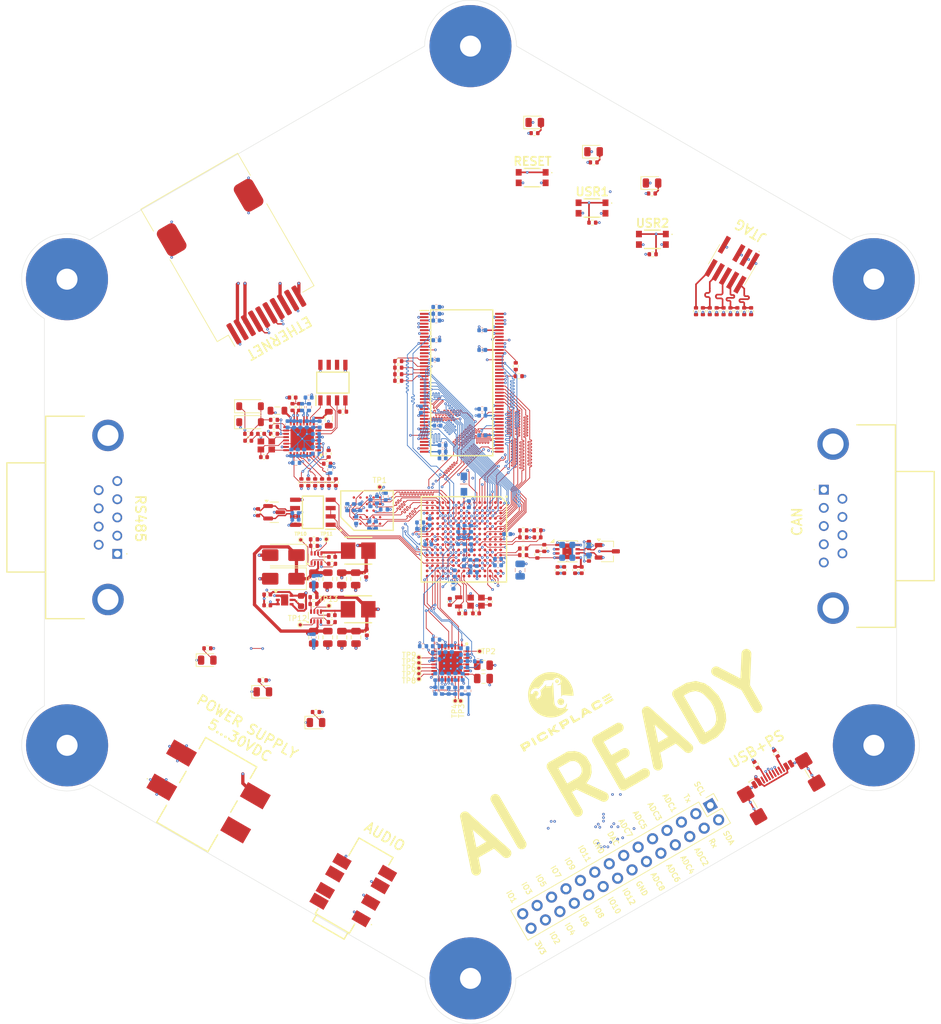
<source format=kicad_pcb>
(kicad_pcb (version 20240108) (generator "pcbnew") (generator_version "8.0")
  (layers (0 "F.Cu" signal) (1 "In1.Cu" power "GND_1.Cu") (2 "In2.Cu" signal) (3 "In3.Cu" power "GND_2.Cu") (4 "In4.Cu" power "PWR_plane.Cu") (5 "In5.Cu" signal) (6 "In6.Cu" power "GND_3.Cu") (31 "B.Cu" signal) (34 "B.Paste" user) (35 "F.Paste" user) (36 "B.SilkS" user "B.Silkscreen") (37 "F.SilkS" user "F.Silkscreen") (38 "B.Mask" user) (39 "F.Mask" user) (44 "Edge.Cuts" user))
  (net 0 "")
  (net 1 "GND")
  (net 2 "+3.3V_MCU")
  (net 3 "+1.2V_VCL")
  (net 4 "JTAG_RST#")
  (net 5 "/MCU/MCU_CLK_HF1")
  (net 6 "/MCU/MCU_CLK_HF2")
  (net 7 "/MCU/MCU_CLK_LF1")
  (net 8 "/MCU/MCU_CLK_LF2")
  (net 9 "VLO")
  (net 10 "SDRAM_WE")
  (net 11 "DBG_BUT_1")
  (net 12 "DBG_BUT_2")
  (net 13 "SDRAM_CAS")
  (net 14 "SDRAM_RAS")
  (net 15 "SDRAM_CS")
  (net 16 "SDRAM_CKE")
  (net 17 "QSPI_CS2#")
  (net 18 "QSPI_CS1#")
  (net 19 "QSPI_RESET#")
  (net 20 "QSPI_SIO0")
  (net 21 "QSPI_SIO1")
  (net 22 "QSPI_SIO2")
  (net 23 "QSPI_SIO3")
  (net 24 "QSPI_SCK")
  (net 25 "Net-(U3-VIO{slash}RFU)")
  (net 27 "Net-(C45-Pad2)")
  (net 28 "/Audio/DVDD")
  (net 29 "SDRAM_DQ29")
  (net 31 "SDRAM_DQM3")
  (net 32 "Net-(J4-RING_1)")
  (net 33 "SDRAM_DQ11")
  (net 34 "Net-(J4-TIP)")
  (net 35 "SDRAM_DQ17")
  (net 37 "SDRAM_DQ15")
  (net 39 "Net-(C49-Pad1)")
  (net 40 "SDRAM_DQ10")
  (net 42 "SDRAM_DQM0")
  (net 43 "Net-(U5-BST)")
  (net 44 "Net-(U5-SW)")
  (net 45 "SDRAM_DQM1")
  (net 47 "SDRAM_A3")
  (net 48 "SDRAM_DQ25")
  (net 51 "SDRAM_DQ9")
  (net 52 "SDRAM_DQ14")
  (net 53 "/Audio/AVDD")
  (net 55 "SDRAM_DQ21")
  (net 56 "+Vin")
  (net 58 "/Audio/REF")
  (net 61 "Net-(U6-BST)")
  (net 62 "SDRAM_DQ24")
  (net 63 "SDRAM_A1")
  (net 67 "SDRAM_DQ31")
  (net 68 "Net-(U6-SW)")
  (net 69 "/Audio/HEADPHONES_R")
  (net 70 "SDRAM_A5")
  (net 71 "Net-(U7-RXD)")
  (net 72 "Net-(U7-TXD)")
  (net 73 "SDRAM_DQM2")
  (net 77 "SDRAM_A10")
  (net 78 "Net-(C75-Pad2)")
  (net 80 "SDRAM_DQ1")
  (net 81 "/ETHERNET/25MHz-1")
  (net 82 "/ETHERNET/25MHz-2")
  (net 84 "SDRAM_BA1")
  (net 86 "Net-(C84-Pad2)")
  (net 89 "Net-(C85-Pad2)")
  (net 94 "Net-(D11-A)")
  (net 95 "SDRAM_BA0")
  (net 96 "Net-(D1-A)")
  (net 97 "/Audio/MIC+")
  (net 98 "SDRAM_DQ6")
  (net 99 "Net-(D2-A)")
  (net 101 "Net-(D4-A)")
  (net 102 "SDRAM_DQ7")
  (net 104 "SDRAM_DQ26")
  (net 105 "Net-(D5-A)")
  (net 106 "SDRAM_A9")
  (net 107 "Net-(D6-A)")
  (net 108 "Net-(D7-A)")
  (net 109 "+5V_USB")
  (net 110 "SDRAM_DQ23")
  (net 114 "SDRAM_DQ22")
  (net 115 "SDRAM_DQ20")
  (net 116 "SDRAM_DQ19")
  (net 117 "/Audio/HEADPHONES_L")
  (net 118 "SDRAM_DQ30")
  (net 121 "SDRAM_A2")
  (net 124 "SDRAM_DQ12")
  (net 125 "SDRAM_DQ0")
  (net 127 "Net-(U4-IN3_L)")
  (net 129 "SDRAM_DQ13")
  (net 131 "SDRAM_DQ5")
  (net 134 "SDRAM_CLK")
  (net 135 "SDRAM_DQ16")
  (net 136 "Net-(J1-CC1)")
  (net 137 "SDRAM_DQ2")
  (net 138 "Net-(U4-IN3_R)")
  (net 147 "Net-(J1-CC2)")
  (net 148 "SDRAM_DQ18")
  (net 150 "Net-(J2-Pad4)")
  (net 151 "SDRAM_DQ4")
  (net 152 "Net-(J2-Pad6)")
  (net 153 "SDRAM_A8")
  (net 154 "SDRAM_A7")
  (net 155 "SDRAM_DQ28")
  (net 157 "SDRAM_A6")
  (net 158 "+5V")
  (net 160 "Net-(J2-Pad8)")
  (net 161 "Net-(J2-Pad2)")
  (net 162 "Net-(J2-Pad10)")
  (net 165 "SDRAM_A4")
  (net 168 "SDRAM_DQ3")
  (net 169 "HDR_ADC5")
  (net 170 "SDRAM_DQ27")
  (net 172 "SDRAM_A0")
  (net 173 "SDRAM_DQ8")
  (net 175 "HDR_IO6")
  (net 177 "HDR_ADC4")
  (net 178 "HDR_ADC8")
  (net 179 "HDR_ADC2")
  (net 200 "+1.8V")
  (net 201 "+1.8V_A")
  (net 202 "+3.3V_A")
  (net 203 "HDR_I2C_SCL")
  (net 204 "HDR_ADC7")
  (net 205 "HDR_IO7")
  (net 206 "HDR_ADC1")
  (net 207 "HDR_IO10")
  (net 208 "HDR_I2C_SDA")
  (net 209 "HDR_DAC")
  (net 210 "HDR_UART_TXD")
  (net 211 "HDR_IO3")
  (net 212 "HDR_IO5")
  (net 213 "HDR_IO11")
  (net 214 "HDR_IO1")
  (net 215 "HDR_IO8")
  (net 216 "HDR_IO9")
  (net 217 "HDR_ADC6")
  (net 218 "HDR_ADC3")
  (net 219 "HDR_UART_RXD")
  (net 220 "HDR_IO12")
  (net 221 "HDR_IO4")
  (net 222 "HDR_IO2")
  (net 227 "Net-(J4-RING_2)")
  (net 228 "Net-(U4-SCLK_{slash}_MFP3)")
  (net 229 "Audio_I2C_SCL")
  (net 230 "Audio_I2C_SDA")
  (net 231 "Audio_RST")
  (net 232 "/Audio/LDO_Select")
  (net 233 "Net-(U4-MICBIAS)")
  (net 234 "/Audio/Mode")
  (net 235 "CAN_Rx")
  (net 236 "CAN_Tx")
  (net 237 "/ETHERNET/SCLK")
  (net 238 "ETH_SCLK")
  (net 239 "/ETHERNET/SI")
  (net 240 "ETH_SI")
  (net 241 "/ETHERNET/CSN")
  (net 242 "ETH_CSN")
  (net 243 "/ETHERNET/SO")
  (net 244 "ETH_SO")
  (net 245 "ETH_INTRN")
  (net 246 "/ETHERNET/INTRN")
  (net 247 "/ETHERNET/PME")
  (net 248 "ETH_PME")
  (net 249 "/ETHERNET/RSTN")
  (net 250 "ETH_RSTN")
  (net 251 "Net-(U4-GPIO_{slash}_MFP5)")
  (net 252 "Net-(U4-MISO_{slash}_MFP4)")
  (net 253 "Net-(U4-IN1_L)")
  (net 254 "Net-(U4-IN1_R)")
  (net 255 "Net-(U4-IN2_L)")
  (net 256 "Net-(U4-IN2_R)")
  (net 257 "Net-(U4-LOR)")
  (net 258 "Net-(U4-LOL)")
  (net 259 "Audio_DIN")
  (net 260 "Audio_MCLK")
  (net 261 "Audio_WCLK")
  (net 262 "Audio_BCLK")
  (net 263 "Audio_DOUT")
  (net 264 "Net-(J4-SLEEVE)")
  (net 278 "Net-(J8-Pad9)")
  (net 279 "Net-(J8-Pad1)")
  (net 280 "JTAG_TDI")
  (net 281 "JTAG_TDO")
  (net 282 "JTAG_TCK")
  (net 283 "JTAG_TMS")
  (net 284 "Net-(U5-FB)")
  (net 285 "Net-(U5-RT)")
  (net 286 "Net-(U6-FB)")
  (net 287 "Net-(D3-A)")
  (net 288 "Net-(U6-RT)")
  (net 289 "Net-(U9-LED1)")
  (net 290 "Net-(U9-LED0)")
  (net 291 "Net-(U9-ISET)")
  (net 292 "Net-(U5-EN)")
  (net 293 "Net-(U5-PG)")
  (net 294 "Net-(U6-EN)")
  (net 295 "Net-(U6-PG)")
  (net 296 "RS485_DIR")
  (net 297 "DBG_LED_2")
  (net 298 "BOOT_MODE")
  (net 299 "DBG_LED_1")
  (net 300 "DBG_LED_3")
  (net 301 "RS485_Rx")
  (net 302 "RS485_Tx")
  (net 303 "Net-(U10-L)")
  (net 304 "Net-(U11-DO)")
  (net 305 "Net-(U11-DI)")
  (net 306 "Net-(U11-CS)")
  (net 307 "Net-(U11-SK)")
  (net 310 "/ETHERNET/ETH_RD+")
  (net 311 "/ETHERNET/ETH_TD+")
  (net 312 "/ETHERNET/ETH_TD-")
  (net 313 "/ETHERNET/ETH_RD-")
  (net 314 "/CAN & RS485/CAN-")
  (net 315 "/CAN & RS485/CAN+")
  (net 316 "/CAN & RS485/RS+")
  (net 317 "/CAN & RS485/RS-")
  (net 318 "USB_D_P")
  (net 319 "USB_D_N")
  (footprint "LED_SMD:LED_0805_2012Metric" (layer "F.Cu") (at 175.919815 173.724784)
    (property "Reference" "D2" (hide yes))
    (property "Value" "3.3V")
  )
  (footprint "Diode_SMD:D_SOD-123" (layer "F.Cu") (at 173.969815 130.224784)
    (property "Reference" "D11" (hide yes))
    (property "Value" "1N4148W" (hide yes))
  )
  (footprint "Package_DFN_QFN:DFN-8-1EP_3x3mm_P0.65mm_EP1.55x2.4mm" (layer "F.Cu") (at 222.357315 152.324784)
    (property "Reference" "U7" (hide yes))
    (property "Value" "TJA1042TK/3/2Z " (hide yes))
  )
  (footprint "RA8M1:830050789" (layer "F.Cu") (at 205.769815 160.024784 90)
    (property "Reference" "Y2" (hide yes))
    (property "Value" "32.768kHz" (hide yes))
  )
  (footprint "Capacitor_SMD:C_0402_1005Metric" (layer "F.Cu") (at 224.517315 155.174784 90)
    (property "Reference" "C77" (hide yes))
    (property "Value" "100nF" (hide yes))
  )
  (footprint "Inductor_SMD:L_0805_2012Metric" (layer "F.Cu") (at 178.144815 130.899784)
    (property "Reference" "FB2" (hide yes))
    (property "Value" "FerriteBead" (hide yes))
  )
  (footprint "Capacitor_SMD:C_0402_1005Metric" (layer "F.Cu") (at 176.594815 160.549784 180)
    (property "Reference" "C70" (hide yes))
    (property "Value" "4.7uF" (hide yes))
  )
  (footprint "RA8M1:KMR211NGLFS-1" (layer "F.Cu") (at 235.294815 104.799784)
    (property "Reference" "S3" (hide yes))
    (property "Value" "USR2")
  )
  (footprint "Diode_SMD:D_SMA" (layer "F.Cu") (at 179.044815 156.499784 180)
    (property "Reference" "D8" (hide yes))
    (property "Value" "SS34" (hide yes))
  )
  (footprint "RA8M1:TestPoint_0.5mm" (layer "F.Cu") (at 208.969815 167.549784 -90)
    (property "Reference" "TP2")
    (property "Value" "~" (hide yes))
  )
  (footprint "Resistor_SMD:R_0402_1005Metric" (layer "F.Cu") (at 214.919815 125.649784 180)
    (property "Reference" "R26" (hide yes))
    (property "Value" "4k7" (hide yes))
  )
  (footprint "Resistor_SMD:R_0402_1005Metric" (layer "F.Cu") (at 196.559815 125.349784)
    (property "Reference" "R23" (hide yes))
    (property "Value" "4k7" (hide yes))
  )
  (footprint "Capacitor_SMD:C_0402_1005Metric" (layer "F.Cu") (at 186.469815 153.174784 180)
    (property "Reference" "C56" (hide yes))
    (property "Value" "100nF" (hide yes))
  )
  (footprint "Capacitor_SMD:C_0402_1005Metric" (layer "F.Cu") (at 186.419815 162.049784 180)
    (property "Reference" "C63" (hide yes))
    (property "Value" "100nF" (hide yes))
  )
  (footprint "Resistor_SMD:R_0402_1005Metric" (layer "F.Cu") (at 242.994815 115.749784 90)
    (property "Reference" "R15" (hide yes))
    (property "Value" "150R" (hide yes))
  )
  (footprint "Package_TO_SOT_SMD:SOT-23" (layer "F.Cu") (at 177.657315 146.374784)
    (property "Reference" "D10" (hide yes))
    (property "Value" "SM712_SOT23" (hide yes))
  )
  (footprint "RA8M1:QFN50P500X500X100-33N-D" (layer "F.Cu") (at 181.919815 135.174784 180)
    (property "Reference" "U9" (hide yes))
    (property "Value" "KSZ8851SNL-TR" (hide yes))
  )
  (footprint "Capacitor_SMD:C_0805_2012Metric" (layer "F.Cu") (at 185.819815 165.424784 90)
    (property "Reference" "C65" (hide yes))
    (property "Value" "10uF/50V" (hide yes))
  )
  (footprint "Resistor_SMD:R_0402_1005Metric" (layer "F.Cu") (at 215.619815 150.199784)
    (property "Reference" "R83" (hide yes))
    (property "Value" "10k" (hide yes))
  )
  (footprint "Capacitor_SMD:C_0402_1005Metric" (layer "F.Cu") (at 180.444815 128.899784)
    (property "Reference" "C84" (hide yes))
    (property "Value" "100nF" (hide yes))
  )
  (footprint "LED_SMD:LED_0805_2012Metric" (layer "F.Cu") (at 217.369815 86.999784)
    (property "Reference" "D4" (hide yes))
    (property "Value" "LED1")
  )
  (footprint "MountingHole:MountingHole_3.2mm_M3_ISO7380_Pad" (layer "F.Cu") (at 269.044815 110.874784)
    (property "Reference" "REF**" (hide yes))
    (property "Value" "MountingHole_3.2mm_M3_ISO7380_Pad" (hide yes))
  )
  (footprint "RA8M1:SOP50P1176X120-86N" (layer "F.Cu") (at 206.241815 126.649784)
    (property "Reference" "U2" (hide yes))
    (property "Value" "IS42S32200L-6TL" (hide yes))
  )
  (footprint "RA8M1:TestPoint_0.5mm" (layer "F.Cu") (at 193.719815 142.524784)
    (property "Reference" "TP1")
    (property "Value" "QSPI_VIO" (hide yes))
  )
  (footprint "Resistor_SMD:R_0402_1005Metric" (layer "F.Cu") (at 183.644815 160.349784)
    (property "Reference" "R52" (hide yes))
    (property "Value" "12.4k" (hide yes))
  )
  (footprint "Resistor_SMD:R_0402_1005Metric" (layer "F.Cu") (at 175.194815 146.374784 90)
    (property "Reference" "R62" (hide yes))
    (property "Value" "120R" (hide yes))
  )
  (footprint "RA8M1:FTSH10501LDV007K" (layer "F.Cu") (at 247.45261 108.667146 150)
    (property "Reference" "J2" (hide yes))
    (property "Value" "FTSH-105-01" (hide yes))
  )
  (footprint "RA8M1:PJ002AHSMTTR" (layer "F.Cu") (at 167.369816 189.378022 -30)
    (property "Reference" "J5" (hide yes))
    (property "Value" "PJ-002AH-SMT-TR" (hide yes))
  )
  (footprint "Capacitor_SMD:C_0805_2012Metric" (layer "F.Cu") (at 183.694815 156.524784 90)
    (property "Reference" "C57" (hide yes))
    (property "Value" "10uF/50V" (hide yes))
  )
  (footprint "Capacitor_SMD:C_0805_2012Metric" (layer "F.Cu") (at 183.669815 165.424784 90)
    (property "Reference" "C64" (hide yes))
    (property "Value" "10uF/50V" (hide yes))
  )
  (footprint "RA8M1:TestPoint_0.5mm" (layer "F.Cu") (at 185.994815 160.624784)
    (property "Reference" "TP13")
    (property "Value" "~" (hide yes))
  )
  (footprint "Resistor_SMD:R_0402_1005Metric" (layer "F.Cu") (at 177.619815 132.299784)
    (property "Reference" "R75" (hide yes))
    (property "Value" "33R" (hide yes))
  )
  (footprint "Capacitor_SMD:C_0402_1005Metric" (layer "F.Cu") (at 176.594815 158.899784 180)
    (property "Reference" "C71" (hide yes))
    (property "Value" "2.2uF" (hide yes))
  )
  (footprint "Resistor_SMD:R_0402_1005Metric" (layer "F.Cu") (at 225.619815 153.284784 90)
    (property "Reference" "R61" (hide yes))
    (property "Value" "60.4R" (hide yes))
  )
  (footprint "RA8M1:QFN50P500X500X100-33N-D" (layer "F.Cu") (at 204.494815 169.299784 -90)
    (property "Reference" "U4" (hide yes))
    (property "Value" "TLV320AIC3204IRHBR" (hide yes))
  )
  (footprint "RA8M1:G17C0900132EU" (layer "F.Cu") (at 153.734815 152.710784 -90)
    (property "Reference" "J7" (hide yes))
    (property "Value" "G17C0900132EU" (hide yes))
  )
  (footprint "Capacitor_SMD:C_0402_1005Metric" (layer "F.Cu") (at 206.319815 161.774784 180)
    (property "Reference" "C16" (hide yes))
    (property "Value" "18pF" (hide yes))
  )
  (footprint "Resistor_SMD:R_0402_1005Metric" (layer "F.Cu") (at 184.009815 176.799784 180)
    (property "Reference" "R2" (hide yes))
    (property "Value" "1k" (hide yes))
  )
  (footprint "Resistor_SMD:R_0402_1005Metric" (layer "F.Cu") (at 188.144815 131.049784)
    (property "Reference" "R65" (hide yes))
    (property "Value" "1k" (hide yes))
  )
  (footprint "Resistor_SMD:R_0402_1005Metric" (layer "F.Cu") (at 187.044815 141.814784 90)
    (property "Reference" "R74" (hide yes))
    (property "Value" "33R" (hide yes))
  )
  (footprint "Diode_SMD:D_SOD-123" (layer "F.Cu") (at 173.969815 132.649784)
    (property "Reference" "D12" (hide yes))
    (property "Value" "1N4148W" (hide yes))
  )
  (footprint "Resistor_SMD:R_0402_1005Metric" (layer "F.Cu") (at 217.319815 88.624784)
    (property "Reference" "R5" (hide yes))
    (property "Value" "1k" (hide yes))
  )
  (footprint "Capacitor_SMD:C_0402_1005Metric" (layer "F.Cu") (at 223.519815 155.174784 90)
    (property "Reference" "C76" (hide yes))
    (property "Value" "1uF" (hide yes))
  )
  (footprint "MountingHole:MountingHole_3.2mm_M3_ISO7380_Pad" (layer "F.Cu") (at 207.569815 75.374784)
    (property "Reference" "REF**" (hide yes))
    (property "Value" "MountingHole_3.2mm_M3_ISO7380_Pad" (hide yes))
  )
  (footprint "Resistor_SMD:R_0402_1005Metric" (layer "F.Cu") (at 185.719815 138.974784 180)
    (property "Reference" "R63" (hide yes))
    (property "Value" "330R" (hide yes))
  )
  (footprint "Resistor_SMD:R_0402_1005Metric" (layer "F.Cu") (at 183.719815 151.499784)
    (property "Reference" "R49" (hide yes))
    (property "Value" "31.6k" (hide yes))
  )
  (footprint "MountingHole:MountingHole_3.2mm_M3_ISO7380_Pad" (layer "F.Cu") (at 207.569815 217.374784)
    (property "Reference" "REF**" (hide yes))
    (property "Value" "MountingHole_3.2mm_M3_ISO7380_Pad" (hide yes))
  )
  (footprint "Resistor_SMD:R_0402_1005Metric" (layer "F.Cu") (at 250.344815 115.749784 90)
    (property "Reference" "R13" (hide yes))
    (property "Value" "22k" (hide yes))
  )
  (footprint "Resistor_SMD:R_0402_1005Metric" (layer "F.Cu") (at 217.769815 152.824784 -90)
    (property "Reference" "R56" (hide yes))
    (property "Value" "0R" (hide yes))
  )
  (footprint "LED_SMD:LED_0805_2012Metric" (layer "F.Cu") (at 226.332315 91.457284)
    (property "Reference" "D5" (hide yes))
    (property "Value" "LED2")
  )
  (footprint "Capacitor_SMD:C_0805_2012Metric" (layer "F.Cu") (at 187.969815 165.424784 90)
    (property "Reference" "C67" (hide yes))
    (property "Value" "22uF" (hide yes))
  )
  (footprint "Package_TO_SOT_SMD:TSOT-23" (layer "F.Cu") (at 228.419815 152.324784)
    (property "Reference" "D9" (hide yes))
    (property "Value" "ESDCAN01" (hide yes))
  )
  (footprint "Resistor_SMD:R_0402_1005Metric" (layer "F.Cu") (at 181.794815 141.814784 90)
    (property "Reference" "R81" (hide yes))
    (property "Value" "33R" (hide yes))
  )
  (footprint "Resistor_SMD:R_0402_1005Metric" (layer "F.Cu") (at 184.944815 141.814784 90)
    (property "Reference" "R71" (hide yes))
    (property "Value" "33R" (hide yes))
  )
  (footprint "Inductor_SMD:L_0805_2012Metric" (layer "F.Cu") (at 185.969815 132.124784 90)
    (property "Reference" "FB1" (hide yes))
    (property "Value" "FerriteBead" (hide yes))
  )
  (footprint "Resistor_SMD:R_0402_1005Metric" (layer "F.Cu") (at 241.944815 115.749784 90)
    (property "Reference" "R14" (hide yes))
    (property "Value" "150R" (hide yes))
  )
  (footprint "Resistor_SMD:R_0402_1005Metric" (layer "F.Cu") (at 183.644815 159.299784)
    (property "Reference" "R54" (hide yes))
    (property "Value" "10k" (hide yes))
  )
  (footprint "Inductor_SMD:L_0603_1608Metric" (layer "F.Cu") (at 181.744815 159.899784 -90)
    (property "Reference" "L4" (hide yes))
    (property "Value" "1uH" (hide yes))
  )
  (footprint "Resistor_SMD:R_0402_1005Metric" (layer "F.Cu") (at 167.469815 167.099784 180)
    (property "Reference" "R4" (hide yes))
    (property "Value" "1k" (hide yes))
  )
  (footprint "Resistor_SMD:R_0402_1005Metric" (layer "F.Cu") (at 196.559815 124.349784)
    (property "Reference" "R22" (hide yes))
    (property "Value" "4k7" (hide yes))
  )
  (footprint "Capacitor_SMD:C_0805_2012Metric" (layer "F.Cu") (at 185.819815 156.524784 90)
    (property "Reference" "C58" (hide yes))
    (property "Value" "10uF/50V" (hide yes))
  )
  (footprint "RA8M1:830108208209" (layer "F.Cu") (at 176.444815 136.199784 180)
    (property "Reference" "Y3" (hide yes))
    (property "Value" "25MHz" (hide yes))
  )
  (footprint "RA8M1:TestPoint_0.5mm" (layer "F.Cu") (at 181.619815 163.524784)
    (property "Reference" "TP12")
    (property "Value" "~" (hide yes))
  )
  (footprint "Capacitor_SMD:C_0402_1005Metric" (layer "F.Cu") (at 191.669815 155.749784 90)
    (property "Reference" "C62" (hide yes))
    (property "Value" "100nF" (hide yes))
  )
  (footprint "Capacitor_SMD:C_0402_1005Metric" (layer "F.Cu") (at 220.844815 155.179784 90)
    (property "Reference" "C78" (hide yes))
    (property "Value" "1uF" (hide yes))
  )
  (footprint "Resistor_SMD:R_0402_1005Metric" (layer "F.Cu") (at 186.469815 154.224784)
    (property "Reference" "R50" (hide yes))
    (property "Value" "FREQ" (hide yes))
  )
  (footprint "RA8M1:TestPoint_0.5mm" (layer "F.Cu") (at 205.244815 175.099784 180)
    (property "Reference" "TP4")
    (property "Value" "LOL" (hide yes))
  )
  (footprint "RA8M1:SON65P200X200X80-7N" (layer "F.Cu") (at 179.244815 159.724784)
    (property "Reference" "U10" (hide yes))
    (property "Value" "TPS61240DRVT" (hide yes))
  )
  (footprint "RA8M1:TestPoint_0.5mm" (layer "F.Cu") (at 199.694815 171.774784 90)
    (property "Reference" "TP8")
    (property "Value" "~" (hide yes))
  )
  (footprint "Resistor_SMD:R_0402_1005Metric" (layer "F.Cu") (at 226.144815 102.257284 180)
    (property "Reference" "R19" (hide yes))
    (property "Value" "10k" (hide yes))
  )
  (footprint "Capacitor_SMD:C_0402_1005Metric" (layer "F.Cu") (at 208.419815 161.774784 180)
    (property "Reference" "C1" (hide yes))
    (property "Value" "15pF" (hide yes))
  )
  (footprint "Resistor_SMD:R_0402_1005Metric" (layer "F.Cu") (at 217.784815 149.124784)
    (property "Reference" "R1" (hide yes))
    (property "Value" "10k" (hide yes))
  )
  (footprint "Resistor_SMD:R_0402_1005Metric" (layer "F.Cu") (at 254.139815 183.09348 -60)
    (property "Reference" "R9" (hide yes))
    (property "Value" "5k1" (hide yes))
  )
  (footprint "Resistor_SMD:R_0402_1005Metric" (layer "F.Cu") (at 249.294815 115.749784 90)
    (property "Reference" "R18" (hide yes))
    (property "Value" "150R" (hide yes))
  )
  (footprint "Capacitor_SMD:C_0402_1005Metric" (layer "F.Cu") (at 204.419815 160.024784 -90)
    (property "Reference" "C17" (hide yes))
    (property "Value" "18pF" (hide yes))
  )
  (footprint "Resistor_SMD:R_0402_1005Metric" (layer "F.Cu") (at 177.619815 134.424784)
    (property "Reference" "R76" (hide yes))
    (property "Value" "4k7" (hide yes))
  )
  (footprint "Resistor_SMD:R_0402_1005Metric" (layer "F.Cu") (at 235.219815 97.824784)
    (property "Reference" "R7" (hide yes))
    (property "Value" "1k" (hide yes))
  )
  (footprint "RA8M1:SJ335024KSMTTR" (layer "F.Cu") (at 189.544814 203.75219 60)
    (property "Reference" "J4" (hide yes))
    (property "Value" "SJ3-35024K-SMT-TR" (hide yes))
  )
  (footprint "Resistor_SMD:R_0402_1005Metric" (layer "F.Cu") (at 235.344815 107.074784)
    (property "Reference" "R20" (hide yes))
    (property "Value" "10k" (hide yes))
  )
  (footprint "Resistor_SMD:R_0402_1005Metric" (layer "F.Cu") (at 196.559815 126.349784)
    (property "Reference" "R24" (hide yes))
    (property "Value" "4k7" (hide yes))
  )
  (footprint "Capacitor_SMD:C_0805_2012Metric" (layer "F.Cu") (at 209.544815 169.674784 180)
    (property "Reference" "C46" (hide yes))
    (property "Value" "47uF" (hide yes))
  )
  (footprint "Capacitor_SMD:C_0402_1005Metric" (layer "F.Cu") (at 175.644815 134.424784)
    (property "Reference" "C82" (hide yes))
    (property "Value" "15pF" (hide yes))
  )
  (footprint "Resistor_SMD:R_0402_1005Metric" (layer "F.Cu") (at 226.344815 93.082284)
    (property "Reference" "R6" (hide yes))
    (property "Value" "1k" (hide yes))
  )
  (footprint "Resistor_SMD:R_0402_1005Metric" (layer "F.Cu") (at 177.619815 133.349784)
    (property "Reference" "R66" (hide yes))
    (property "Value" "3.01k" (hide yes))
  )
  (footprint "Resistor_SMD:R_0402_1005Metric" (layer "F.Cu") (at 182.844815 141.814784 90)
    (property "Reference" "R82" (hide yes))
    (property "Value" "33R" (hide yes))
  )
  (footprint "RA8M1:TestPoint_0.5mm" (layer "F.Cu") (at 185.594815 150.474784)
    (property "Reference" "TP11")
    (property "Value" "~" (hide yes))
  )
  (footprint "RA8M1:TestPoint_0.5mm" (layer "F.Cu") (at 199.694815 168.474784 90)
    (property "Reference" "TP9")
    (property "Value" "~" (hide yes))
  )
  (footprint "RA8M1:BGA225C80P15X15_1300X1300X147" (layer "F.Cu") (at 206.569815 150.499784 -90)
    (property "Reference" "U1" (hide yes))
    (property "Value" "R7FA8M1AHECBD#UC0" (hide yes))
  )
  (footprint "Resistor_SMD:R_0402_1005Metric" (layer "F.Cu") (at 244.044815 115.749784 90)
    (property "Reference" "R10" (hide yes))
    (property "Value" "22k" (hide yes))
  )
  (footprint "RA8M1:830108208209" (layer "F.Cu") (at 208.41194 159.989159)
    (property "Reference" "Y1" (hide yes))
    (property "Value" "24MHz" (hide yes))
  )
  (footprint "Resistor_SMD:R_0402_1005Metric" (layer "F.Cu") (at 225.619815 151.359784 90)
    (property "Reference" "R60" (hide yes))
    (property "Value" "60.4R" (hide yes))
  )
  (footprint "Resistor_SMD:R_0402_1005Metric" (layer "F.Cu") (at 183.894815 141.814784 90)
    (property "Reference" "R80" (hide yes))
    (property "Value" "33R" (hide yes))
  )
  (footprint "Resistor_SMD:R_0402_1005Metric" (layer "F.Cu") (at 186.419815 163.099784)
    (property "Reference" "R53" (hide yes))
    (property "Value" "FREQ" (hide yes))
  )
  (footprint "Capacitor_SMD:C_0402_1005Metric" (layer "F.Cu") (at 221.844815 155.174784 90)
    (property "Reference" "C79" (hide yes))
    (property "Value" "100nF" (hide yes))
  )
  (footprint "" (layer "F.Cu") (at 269.057315 181.874784)
    (property "Reference" "")
    (property "Value" "")
  )
  (footprint "RA8M1:TestPoint_0.5mm" (layer "F.Cu") (at 181.694815 150.574784)
    (property "Reference" "TP10")
    (property "Value" "~" (hide yes))
  )
  (footprint "Capacitor_SMD:C_0402_1005Metric" (layer "F.Cu") (at 217.794815 150.199784)
    (property "Reference" "C27" (hide yes))
    (property "Value" "100nF" (hide yes))
  )
  (footprint "RA8M1:KMR211NGLFS-1" (layer "F.Cu") (at 216.969815 95.399784)
    (property "Reference" "S1" (hide yes))
    (property "Value" "RESET")
  )
  (footprint "Capacitor_SMD:C_0805_2012Metric" (layer "F.Cu") (at 190.119815 165.424784 90)
    (property "Reference" "C68" (hide yes))
    (property "Value" "22uF" (hide yes))
  )
  (footprint "Resistor_SMD:R_0402_1005Metric" (layer "F.Cu") (at 251.094815 184.849784 -60)
    (property "Reference" "R8" (hide yes))
    (property "Value" "5k1" (hide yes))
  )
  (footprint "Resistor_SMD:R_0402_1005Metric" (layer "F.Cu") (at 183.719815 150.499784)
    (property "Reference" "R51" (hide yes))
    (property "Value" "10k" (hide yes))
  )
  (footprint "Capacitor_SMD:C_0402_1005Metric" (layer "F.Cu") (at 173.694815 135.474784 180)
    (property "Reference" "C86" (hide yes))
    (property "Value" "10uF" (hide yes))
  )
  (footprint "Resistor_SMD:R_0402_1005Metric" (layer "F.Cu") (at 173.694815 134.424784)
    (property "Reference" "R73" (hide yes))
    (property "Value" "10k" (hide yes))
  )
  (footprint "RA8M1:KMR211NGLFS-1" (layer "F.Cu") (at 226.094815 100.032284)
    (property "Reference" "S2" (hide yes))
    (property "Value" "USR1")
  )
  (footprint "Diode_SMD:D_SMA" (layer "F.Cu") (at 179.044815 152.899784 180)
    (property "Reference" "D7" (hide yes))
    (property "Value" "SS34" (hide yes))
  )
  (footprint "Resistor_SMD:R_0402_1005Metric" (layer "F.Cu") (at 245.094815 115.749784 90)
    (property "Reference" "R16" (hide yes))
    (property "Value" "150R" (hide yes))
  )
  (footprint "MountingHole:MountingHole_3.2mm_M3_ISO7380_Pad" (layer "F.Cu") (at 146.067315 110.874784)
    (property "Reference" "REF**" (hide yes))
    (property "Value" "MountingHole_3.2mm_M3_ISO7380_Pad" (hide yes))
  )
  (footprint "Capacitor_SMD:C_0402_1005Metric" (layer "F.Cu") (at 210.519815 159.999784 90)
    (property "Reference" "C2" (hide yes))
    (property "Value" "15pF" (hide yes))
  )
  (footprint "Resistor_SMD:R_0402_1005Metric" (layer "F.Cu") (at 218.819815 151.824784 90)
    (property "Reference" "R57" (hide yes))
    (property "Value" "0R" (hide yes))
  )
  (footprint "Package_TO_SOT_SMD:SOT-583-8" (layer "F.Cu") (at 184.094815 153.374784 90)
    (property "Reference" "U5" (hide yes))
    (property "Value" "TPS62933O" (hide yes))
  )
  (footprint "RA8M1:G17C0900132EU" (layer "F.Cu") (at 261.424815 142.934784 90)
    (property "Reference" "J6" (hide yes))
    (property "Value" "G17C0900132EU" (hide yes))
  )
  (footprint "Capacitor_SMD:C_0402_1005Metric" (layer "F.Cu") (at 176.094815 137.974784 180)
    (property "Reference" "C83" (hide yes))
    (property "Value" "15pF" (hide yes))
  )
  (footprint "Capacitor_SMD:C_0805_2012Metric" (layer "F.Cu") (at 190.069815 156.524784 90)
    (property "Reference" "C60" (hide yes))
    (property "Value" "22uF" (hide yes))
  )
  (footprint "RA8M1:TestPoint_0.5mm" (layer "F.Cu") (at 199.694815 170.949784 90)
    (property "Reference" "TP7")
    (property "Value" "~" (hide yes))
  )
  (footprint "MountingHole:MountingHole_3.2mm_M3_ISO7380_Pad" (layer "F.Cu") (at 146.082315 181.874784)
    (property "Reference" "REF**" (hide yes))
    (property "Value" "MountingHole_3.2mm_M3_ISO7380_Pad" (hide yes))
  )
  (footprint "RA8M1:BGA24C100P5X5_600X800X120" (layer "F.Cu") (at 191.794815 146.124784 90)
    (property "Reference" "U3" (hide yes))
    (property "Value" "S70FL01GSAGBHBC10" (hide yes))
  )
  (footprint "LED_SMD:LED_0805_2012Metric" (layer "F.Cu") (at 235.244815 96.224784)
    (property "Reference" "D6" (hide yes))
    (property "Value" "LED3")
  )
  (footprint "RA8M1:TestPoint_0.5mm" (layer "F.Cu") (at 206.069815 175.124784 180)
    (property "Reference" "TP3")
    (property "Value" "LOR" (hide yes))
  )
  (footprint "RA8M1:INDPM4141X310N" (layer "F.Cu") (at 190.444815 161.149784)
    (property "Reference" "L3" (hide yes))
    (property "Value" "6.8uH" (hide yes))
  )
  (footprint "Resistor_SMD:R_0402_1005Metric" (layer "F.Cu") (at 246.144815 115.749784 90)
    (property "Reference" "R11" (hide yes))
    (property "Value" "22k" (hide yes))
  )
  (footprint "Resistor_SMD:R_0402_1005Metric" (layer "F.Cu") (at 247.194815 115.749784 90)
    (property "Reference" "R17" (hide yes))
    (property "Value" "150R" (hide yes))
  )
  (footprint "RA8M1:INDPM4141X310N" (layer "F.Cu") (at 190.469815 152.224784)
    (property "Reference" "L2" (hide yes))
    (property "Value" "6.8uH" (hide yes))
  )
  (footprint "RA8M1:SOIC127P600X175-8N" (layer "F.Cu") (at 183.544815 146.374784 180)
    (property "Reference" "U8" (hide yes))
    (property "Value" "SN65HVD72DR" (hide yes))
  )
  (footprint "Resistor_SMD:R_0402_1005Metric" (layer "F.Cu") (at 215.619815 149.124784 180)
    (property "Reference" "R84" (hide yes))
    (property "Value" "10k" (hide yes))
  )
  (footprint "Resistor_SMD:R_0402_1005Metric" (layer "F.Cu") (at 175.907315 171.974784 180)
    (property "Reference" "R3" (hide yes))
    (property "Value" "1k" (hide yes))
  )
  (footprint "Resistor_SMD:R_0402_1005Metric" (layer "F.Cu") (at 248.244815 115.749784 90)
    (property "Reference" "R12" (hide yes))
    (property "Value" "22k" (hide yes))
  )
  (footprint "Connector_RJ:RJ45_Pulse_JXD6-0001NL_Horizontal" (layer "F.Cu") (at 170.519815 106.040459 120)
    (property "Reference" "J8" (hide yes))
    (property "Value" "RJ45_Pulse_JXD6-0001NL" (hide yes))
  )
  (footprint "Capacitor_SMD:C_0805_2012Metric" (layer "F.Cu") (at 209.544815 171.699784 180)
    (property "Reference" "C47" (hide yes))
    (property "Value" "47uF" (hide yes))
  )
  (footprint "Connector_PinHeader_2.54mm:PinHeader_2x14_P2.54mm_Vertical" (layer "F.Cu") (at 244.123339 191.025081 -60)
    (property "Reference" "J3" (hide yes))
    (property "Value" "Header_02x14" (hide yes))
  )
  (footprint "Resistor_SMD:R_0402_1005Metric" (layer "F.Cu") (at 215.594815 152.899784)
    (property "Reference" "R58" (hide yes))
    (property "Value" "0R" (hide yes))
  )
  (footprint "Capacitor_SMD:C_0805_2012Metric" (layer "F.Cu") (at 187.944815 156.524784 90)
    (property "Reference" "C61" (hide yes))
    (property "Value" "22uF" (hide yes))
  )
  (footprint "LED_SMD:LED_0805_2012Metric" (layer "F.Cu") (at 184.019815 178.399784)
    (property "Reference" "D1" (hide yes))
    (property "Value" "5V")
  )
  (footprint "LED_SMD:LED_0805_2012Metric" (layer "F.Cu") (at 167.444815 168.899784)
    (property "Reference" "D3" (hide yes))
    (property "Value" "USB")
  )
  (footprint "PP:Logo" (layer "F.Cu") (at 220.315701 175.06141 30)
    (property "Reference" "G***" (hide yes))
    (property "Value" "LOGO" (hide yes))
  )
  (footprint "RA8M1:TestPoint_0.5mm" (layer "F.Cu") (at 199.694815 169.299784 90)
    (property "Reference" "TP5")
    (property "Value" "~" (hide yes))
  )
  (footprint "Resistor_SMD:R_0402_1005Metric" (layer "F.Cu") (at 185.994815 141.814784 90)
    (property "Reference" "R72" (hide yes))
    (property "Value" "33R" (hide yes))
  )
  (footprint "Resistor_SMD:R_0402_1005Metric" (layer "F.Cu") (at 185.944815 137.449784 -90)
    (property "Reference" "R64" (hide yes))
    (property "Value" "330R" (hide yes))
  )
  (footprint "Resistor_SMD:R_0402_1005Metric" (layer "F.Cu") (at 180.444815 130.349784 90)
    (property "Reference" "R67" (hide yes))
    (property "Value" "49.9R" (hide yes))
  )
  (footprint "Resistor_SMD:R_0402_1005Metric" (layer "F.Cu") (at 214.469815 124.124784 -90)
    (property "Reference" "R25" (hide yes))
    (property "Value" "4k7" (hide yes))
  )
  (footprint "Resistor_SMD:R_0402_1005Metric" (layer "F.Cu") (at 215.594815 151.899784 180)
    (property "Reference" "R59" (hide yes))
    (property "Value" "0R" (hide yes))
  )
  (footprint "Connector_USB:USB_C_Receptacle_GCT_USB4110" (layer "F.Cu") (at 255.489815 189.46848 30)
    (property "Reference" "J1" (hide yes))
    (property "Value" "USB_C_Receptacle_USB2.0_16P" (hide yes))
  )
  (footprint "Capacitor_SMD:C_0402_1005Metric" (layer "F.Cu") (at 191.769815 164.629784 90)
    (property "Reference" "C69" (hide yes))
    (property "Value" "100nF" (hide yes))
  )
  (footprint "Resistor_SMD:R_0402_1005Metric" (layer "F.Cu") (at 196.559815 123.349784)
    (property "Reference" "R21" (hide yes))
    (property "Value" "4k7" (hide yes))
  )
  (footprint "RA8M1:TestPoint_0.5mm" (layer "F.Cu") (at 199.694815 170.124784 90)
    (property "Reference" "TP6")
    (property "Value" "~" (hide yes))
  )
  (footprint "Resistor_SMD:R_0402_1005Metric" (layer "F.Cu") (at 181.444815 130.349784 90)
    (property "Reference" "R69" (hide yes))
    (property "Value" "49.9R" (hide yes))
  )
  (footprint "RA8M1:SOIC127P600X175-8N" (layer "F.Cu") (at 186.594815 126.624784 90)
    (property "Reference" "U11" (hide yes))
    (property "Value" "AT93C46EN-SH-T" (hide yes))
  )
  (footprint "Package_TO_SOT_SMD:SOT-583-8" (layer "F.Cu") (at 184.019815 162.249784 90)
    (property "Reference" "U6" (hide yes))
    (property "Value" "TPS62933O" (hide yes))
  )
  (footprint "Capacitor_SMD:C_0402_1005Metric" (layer "B.Cu") (at 206.569815 154.099784 -90)
    (property "Reference" "C18" (hide yes))
    (property "Value" "100nF" (hide yes))
  )
  (footprint "Capacitor_SMD:C_0402_1005Metric" (layer "B.Cu") (at 206.619815 169.049784)
    (property "Reference" "C50" (hide yes))
    (property "Value" "10uF" (hide yes))
  )
  (footprint "Capacitor_SMD:C_0402_1005Metric" (layer "B.Cu") (at 209.369815 130.649784)
    (property "Reference" "C41" (hide yes))
    (property "Value" "1uF" (hide yes))
  )
  (footprint "Resistor_SMD:R_0402_1005Metric" (layer "B.Cu") (at 193.319815 144.474784 -90)
    (property "Reference" "R33" (hide yes))
    (property "Value" "22k" (hide yes))
  )
  (footprint "Capacitor_SMD:C_0402_1005Metric" (layer "B.Cu") (at 211.769815 153.474784)
    (property "Reference" "C14" (hide yes))
    (property "Value" "10uF" (hide yes))
  )
  (footprint "Capacitor_SMD:C_0402_1005Metric" (layer "B.Cu") (at 204.719815 167.174784 90)
    (property "Reference" "C55" (hide yes))
    (property "Value" "100nF" (hide yes))
  )
  (footprint "Capacitor_SMD:C_0402_1005Metric" (layer "B.Cu") (at 180.894815 146.504784 180)
    (property "Reference" "C80" (hide yes))
    (property "Value" "1uF" (hide yes))
  )
  (footprint "Capacitor_SMD:C_0402_1005Metric" (layer "B.Cu") (at 202.369815 120.174784 180)
    (property "Reference" "C30" (hide yes))
    (property "Value" "100nF" (hide yes))
  )
  (footprint "Capacitor_SMD:C_0402_1005Metric" (layer "B.Cu") (at 204.244815 173.574784 90)
    (property "Reference" "C45" (hide yes))
    (property "Value" "100nF" (hide yes))
  )
  (footprint "Capacitor_SMD:C_0402_1005Metric" (layer "B.Cu") (at 209.369815 131.649784)
    (property "Reference" "C38" (hide yes))
    (property "Value" "100nF" (hide yes))
  )
  (footprint "Resistor_SMD:R_0402_1005Metric" (layer "B.Cu") (at 208.719815 169.074784 180)
    (property "Reference" "R46" (hide yes))
    (property "Value" "10k" (hide yes))
  )
  (footprint "Capacitor_SMD:C_0402_1005Metric" (layer "B.Cu") (at 199.894815 148.899784)
    (property "Reference" "C7" (hide yes))
    (property "Value" "220nF" (hide yes))
  )
  (footprint "Capacitor_SMD:C_0402_1005Metric" (layer "B.Cu") (at 205.694815 150.749784 -90)
    (property "Reference" "C23" (hide yes))
    (property "Value" "100nF" (hide yes))
  )
  (footprint "Resistor_SMD:R_0402_1005Metric" (layer "B.Cu") (at 186.194815 139.889784 -90)
    (property "Reference" "R78" (hide yes))
    (property "Value" "4k7" (hide yes))
  )
  (footprint "Capacitor_SMD:C_0402_1005Metric" (layer "B.Cu") (at 205.694815 148.874784 90)
    (property "Reference" "C13" (hide yes))
    (property "Value" "100nF" (hide yes))
  )
  (footprint "Resistor_SMD:R_0402_1005Metric" (layer "B.Cu") (at 202.344815 165.774784 180)
    (property "Reference" "R44" (hide yes))
    (property "Value" "4k7" (hide yes))
  )
  (footprint "Capacitor_SMD:C_0402_1005Metric" (layer "B.Cu") (at 206.669815 148.874784 90)
    (property "Reference" "C5" (hide yes))
    (property "Value" "220nF" (hide yes))
  )
  (footprint "Resistor_SMD:R_0402_1005Metric" (layer "B.Cu") (at 181.894815 130.359784 90)
    (property "Reference" "R68" (hide yes))
    (property "Value" "49.9R" (hide yes))
  )
  (footprint "Capacitor_SMD:C_0402_1005Metric" (layer "B.Cu") (at 203.244815 171.419784 -90)
    (property "Reference" "C52" (hide yes))
    (property "Value" "10uF" (hide yes))
  )
  (footprint "Resistor_SMD:R_0402_1005Metric" (layer "B.Cu") (at 192.319815 144.974784 -90)
    (property "Reference" "R32" (hide yes))
    (property "Value" "22k" (hide yes))
  )
  (footprint "Capacitor_SMD:C_0402_1005Metric" (layer "B.Cu") (at 202.144815 123.149784 180)
    (property "Reference" "C31" (hide yes))
    (property "Value" "100nF" (hide yes))
  )
  (footprint "Capacitor_SMD:C_0402_1005Metric" (layer "B.Cu") (at 203.319815 137.149784 180)
    (property "Reference" "C35" (hide yes))
    (property "Value" "100nF" (hide yes))
  )
  (footprint "RA8M1:LQM21PHR47NG0D" (layer "B.Cu") (at 206.569815 142.074784 90)
    (property "Reference" "L1" (hide yes))
    (property "Value" "2.2uH" (hide yes))
  )
  (footprint "Resistor_SMD:R_0402_1005Metric" (layer "B.Cu") (at 200.344815 166.774784)
    (property "Reference" "R45" (hide yes))
    (property "Value" "4k7" (hide yes))
  )
  (footprint "Resistor_SMD:R_0402_1005Metric" (layer "B.Cu") (at 188.794815 145.599784 90)
    (property "Reference" "R29" (hide yes))
    (property "Value" "22k" (hide yes))
  )
  (footprint "Capacitor_SMD:C_0402_1005Metric" (layer "B.Cu") (at 207.219815 152.199784)
    (property "Reference" "C26" (hide yes))
    (property "Value" "10uF" (hide yes))
  )
  (footprint "Capacitor_SMD:C_0402_1005Metric" (layer "B.Cu") (at 207.644815 148.874784 90)
    (property "Reference" "C6" (hide yes))
    (property "Value" "220nF" (hide yes))
  )
  (footprint "Resistor_SMD:R_0402_1005Metric" (layer "B.Cu") (at 193.144815 148.324784 90)
    (property "Reference" "R31" (hide yes))
    (property "Value" "22k" (hide yes))
  )
  (footprint "Capacitor_SMD:C_0402_1005Metric" (layer "B.Cu") (at 180.269815 137.299784 -90)
    (property "Reference" "C95" (hide yes))
    (property "Value" "10nF" (hide yes))
  )
  (footprint "Resistor_SMD:R_0402_1005Metric" (layer "B.Cu") (at 190.144815 147.574784 90)
    (property "Reference" "R27" (hide yes))
    (property "Value" "22k" (hide yes))
  )
  (footprint "Capacitor_SMD:C_0402_1005Metric" (layer "B.Cu") (at 208.069815 155.524784)
    (property "Reference" "C21" (hide yes))
    (property "Value" "100nF" (hide yes))
  )
  (footprint "Capacitor_SMD:C_0402_1005Metric" (layer "B.Cu") (at 205.244815 173.574784 90)
    (property "Reference" "C48" (hide yes))
    (property "Value" "100nF" (hide yes))
  )
  (footprint "Capacitor_SMD:C_0402_1005Metric" (layer "B.Cu") (at 209.369815 134.649784)
    (property "Reference" "C39" (hide yes))
    (property "Value" "100nF" (hide yes))
  )
  (footprint "Capacitor_SMD:C_0402_1005Metric" (layer "B.Cu") (at 211.769815 154.449784)
    (property "Reference" "C12" (hide yes))
    (property "Value" "100nF" (hide yes))
  )
  (footprint "Capacitor_SMD:C_0402_1005Metric" (layer "B.Cu") (at 189.794815 145.599784 90)
    (property "Reference" "C43" (hide yes))
    (property "Value" "100nF" (hide yes))
  )
  (footprint "Resistor_SMD:R_0402_1005Metric" (layer "B.Cu") (at 205.269815 171.424784 -90)
    (property "Reference" "R41" (hide yes))
    (property "Value" "2k7" (hide yes))
  )
  (footprint "Resistor_SMD:R_0402_1005Metric" (layer "B.Cu") (at 184.019815 137.449784)
    (property "Reference" "R77" (hide yes))
    (property "Value" "4k7" (hide yes))
  )
  (footprint "Capacitor_SMD:C_0402_1005Metric" (layer "B.Cu") (at 205.169815 155.699784 90)
    (property "Reference" "C22" (hide yes))
    (property "Value" "100nF" (hide yes))
  )
  (footprint "Capacitor_SMD:C_0402_1005Metric" (layer "B.Cu") (at 183.669815 156.574784 90)
    (property "Reference" "C59" (hide yes))
    (property "Value" "100nF" (hide yes))
  )
  (footprint "Capacitor_SMD:C_0402_1005Metric" (layer "B.Cu") (at 199.894815 147.924784)
    (property "Reference" "C8" (hide yes))
    (property "Value" "220nF" (hide yes))
  )
  (footprint "Capacitor_SMD:C_0402_1005Metric" (layer "B.Cu") (at 180.669815 132.974784 90)
    (property "Reference" "C97" (hide yes))
    (property "Value" "100nF" (hide yes))
  )
  (footprint "Resistor_SMD:R_0402_1005Metric" (layer "B.Cu") (at 194.394815 145.949784 180)
    (property "Reference" "R30" (hide yes))
    (property "Value" "22k" (hide yes))
  )
  (footprint "Capacitor_SMD:C_0402_1005Metric" (layer "B.Cu") (at 202.369815 117.174784 180)
    (property "Reference" "C29" (hide yes))
    (property "Value" "100nF" (hide yes))
  )
  (footprint "Resistor_SMD:R_0402_1005Metric" (layer "B.Cu") (at 202.219815 173.549784 90)
    (property "Reference" "R37" (hide yes))
    (property "Value" "0R" (hide yes))
  )
  (footprint "Capacitor_SMD:C_0402_1005Metric" (layer "B.Cu") (at 183.669815 165.424784 90)
    (property "Reference" "C66" (hide yes))
    (property "Value" "100nF" (hide yes))
  )
  (footprint "Capacitor_SMD:C_0402_1005Metric" (layer "B.Cu") (at 202.369815 116.149784 180)
    (property "Reference" "C28" (hide yes))
    (property "Value" "100nF" (hide yes))
  )
  (footprint "Capacitor_SMD:C_0402_1005Metric" (layer "B.Cu") (at 179.694815 132.974784 90)
    (property "Reference" "C98" (hide yes))
    (property "Value" "10nF" (hide yes))
  )
  (footprint "Resistor_SMD:R_0402_1005Metric" (layer "B.Cu") (at 194.644815 143.974784 -90)
    (property "Reference" "R28" (hide yes))
    (property "Value" "22k" (hide yes))
  )
  (footprint "Capacitor_SMD:C_0603_1608Metric" (layer "B.Cu") (at 222.319815 153.299784 180)
    (property "Reference" "C73" (hide yes))
    (property "Value" "4700pF" (hide yes))
  )
  (footprint "Capacitor_SMD:C_0402_1005Metric" (layer "B.Cu") (at 184.019815 135.449784)
    (property "Reference" "C88" (hide yes))
    (property "Value" "100nF" (hide yes))
  )
  (footprint "Capacitor_SMD:C_0402_1005Metric" (layer "B.Cu") (at 204.244815 171.424784 -90)
    (property "Reference" "C49" (hide yes))
    (property "Value" "100nF" (hide yes))
  )
  (footprint "Capacitor_SMD:C_0402_1005Metric" (layer "B.Cu") (at 181.644815 132.974784 90)
    (property "Reference" "C96" (hide yes))
    (property "Value" "10uF" (hide yes))
  )
  (footprint "Capacitor_SMD:C_0402_1005Metric" (layer "B.Cu") (at 207.644815 150.744784 -90)
    (property "Reference" "C25" (hide yes))
    (property "Value" "100nF" (hide yes))
  )
  (footprint "Resistor_SMD:R_0402_1005Metric" (layer "B.Cu") (at 192.144815 148.324784 90)
    (property "Reference" "R34" (hide yes))
    (property "Value" "22k" (hide yes))
  )
  (footprint "Capacitor_SMD:C_0402_1005Metric" (layer "B.Cu") (at 203.319815 136.149784 180)
    (property "Reference" "C34" (hide yes))
    (property "Value" "100nF" (hide yes))
  )
  (footprint "Capacitor_SMD:C_0402_1005Metric" (layer "B.Cu") (at 204.969815 157.549784 90)
    (property "Reference" "C4" (hide yes))
    (property "Value" "220nF" (hide yes))
  )
  (footprint "Capacitor_SMD:C_0402_1005Metric" (layer "B.Cu") (at 206.669815 150.749784 -90)
    (property "Reference" "C24" (hide yes))
    (property "Value" "100nF" (hide yes))
  )
  (footprint "Capacitor_SMD:C_0402_1005Metric" (layer "B.Cu") (at 209.369815 121.649784)
    (property "Reference" "C37" (hide yes))
    (property "Value" "100nF" (hide yes))
  )
  (footprint "Resistor_SMD:R_0402_1005Metric" (layer "B.Cu") (at 180.994815 138.849784)
    (property "Reference" "R79" (hide yes))
    (property "Value" "4k7" (hide yes))
  )
  (footprint "Capacitor_SMD:C_0603_1608Metric" (layer "B.Cu") (at 225.594815 152.199784 -90)
    (property "Reference" "C75" (hide yes))
    (property "Value" "4700pF" (hide yes))
  )
  (footprint "Capacitor_SMD:C_0402_1005Metric" (layer "B.Cu") (at 201.144815 151.274784 180)
    (property "Reference" "C11" (hide yes))
    (property "Value" "10uF" (hide yes))
  )
  (footprint "Capacitor_SMD:C_0402_1005Metric" (layer "B.Cu") (at 207.319815 145.149784 -90)
    (property "Reference" "C15" (hide yes))
    (property "Value" "100nF" (hide yes))
  )
  (footprint "Capacitor_SMD:C_0402_1005Metric" (layer "B.Cu") (at 182.894815 128.899784 180)
    (property "Reference" "C85" (hide yes))
    (property "Value" "100nF" (hide yes))
  )
  (footprint "Capacitor_SMD:C_0402_1005Metric" (layer "B.Cu") (at 209.369815 118.649784)
    (property "Reference" "C36" (hide yes))
    (property "Value" "100nF" (hide yes))
  )
  (footprint "Capacitor_SMD:C_0402_1005Metric" (layer "B.Cu") (at 182.219815 137.299784 -90)
    (property "Reference" "C93" (hide yes))
    (property "Value" "10uF" (hide yes))
  )
  (footprint "Capacitor_SMD:C_0402_1005Metric" (layer "B.Cu") (at 202.369815 115.099784 180)
    (property "Reference" "C40" (hide yes))
    (property "Value" "1uF" (hide yes))
  )
  (footprint "Capacitor_SMD:C_0402_1005Metric" (layer "B.Cu") (at 183.594815 132.974784 90)
    (property "Reference" "C91" (hide yes))
    (property "Value" "100nF" (hide yes))
  )
  (footprint "Resistor_SMD:R_0402_1005Metric" (layer "B.Cu") (at 203.244815 173.549784 -90)
    (property "Reference" "R39" (hide yes))
    (property "Value" "2k7" (hide yes))
  )
  (footprint "Capacitor_SMD:C_0603_1608Metric" (layer "B.Cu") (at 222.319815 151.349784)
    (property "Reference" "C74" (hide yes))
    (property "Value" "4700pF" (hide yes))
  )
  (footprint "Capacitor_SMD:C_0402_1005Metric" (layer "B.Cu") (at 184.019815 134.449784)
    (property "Reference" "C89" (hide yes))
    (property "Value" "10nF" (hide yes))
  )
  (footprint "Capacitor_SMD:C_0402_1005Metric" (layer "B.Cu") (at 203.744815 167.179784 90)
    (property "Reference" "C54" (hide yes))
    (property "Value" "1uF" (hide yes))
  )
  (footprint "Capacitor_SMD:C_0402_1005Metric" (layer "B.Cu") (at 207.544815 154.099784 90)
    (property "Reference" "C19" (hide yes))
    (property "Value" "100nF" (hide yes))
  )
  (footprint "Capacitor_SMD:C_0805_2012Metric" (layer "B.Cu") (at 215.139815 155.184784 90)
    (property "Reference" "C10" (hide yes))
    (property "Value" "22uF" (hide yes))
  )
  (footprint "Capacitor_SMD:C_0402_1005Metric" (layer "B.Cu") (at 190.769815 145.599784 90)
    (property "Reference" "C44" (hide yes))
    (property "Value" "10uF" (hide yes))
  )
  (footprint "Capacitor_SMD:C_0402_1005Metric" (layer "B.Cu") (at 184.569815 132.974784 90)
    (property "Reference" "C90" (hide yes))
    (property "Value" "10uF" (hide yes))
  )
  (footprint "Resistor_SMD:R_0402_1005Metric" (layer "B.Cu") (at 207.269815 173.574784 -90)
    (property "Reference" "R36" (hide yes))
    (property "Value" "0R" (hide yes))
  )
  (footprint "Resistor_SMD:R_0402_1005Metric" (layer "B.Cu") (at 206.244815 173.574784 -90)
    (property "Reference" "R35" (hide yes))
    (property "Value" "0R" (hide yes))
  )
  (footprint "Resistor_SMD:R_0402_1005Metric" (layer "B.Cu") (at 202.319815 166.774784 180)
    (property "Reference" "R40" (hide yes))
    (property "Value" "0R" (hide yes))
  )
  (footprint "Resistor_SMD:R_0402_1005Metric" (layer "B.Cu") (at 202.219815 171.424784 -90)
    (property "Reference" "R38" (hide yes))
    (property "Value" "0R" (hide yes))
  )
  (footprint "Capacitor_SMD:C_0402_1005Metric" (layer "B.Cu") (at 206.619815 169.999784)
    (property "Reference" "C53" (hide yes))
    (property "Value" "10uF" (hide yes))
  )
  (footprint "Capacitor_SMD:C_0402_1005Metric" (layer "B.Cu") (at 184.019815 136.449784)
    (property "Reference" "C87" (hide yes))
    (property "Value" "10uF" (hide yes))
  )
  (footprint "Capacitor_SMD:C_0402_1005Metric" (layer "B.Cu") (at 213.169815 149.699784 180)
    (property "Reference" "C3" (hide yes))
    (property "Value" "220nF" (hide yes))
  )
  (footprint "Resistor_SMD:R_0402_1005Metric" (layer "B.Cu") (at 202.319815 167.774784 180)
    (property "Reference" "R43" (hide yes))
    (property "Value" "10k - SPI" (hide yes))
  )
  (footprint "Resistor_SMD:R_0402_1005Metric" (layer "B.Cu") (at 202.319815 168.774784)
    (property "Reference" "R48" (hide yes))
    (property "Value" "10k - I2C" (hide yes))
  )
  (footprint "Resistor_SMD:R_0402_1005Metric" (layer "B.Cu") (at 206.629815 168.074784 180)
    (property "Reference" "R47" (hide yes))
    (property "Value" "10k - DIS" (hide yes))
  )
  (footprint "Capacitor_SMD:C_0402_1005Metric" (layer "B.Cu") (at 203.319815 138.149784 180)
    (property "Reference" "C42" (hide yes))
    (property "Value" "1uF" (hide yes))
  )
  (footprint "Capacitor_SMD:C_0402_1005Metric" (layer "B.Cu") (at 208.519815 154.099784 90)
    (property "Reference" "C20" (hide yes))
    (property "Value" "100nF" (hide yes))
  )
  (footprint "Resistor_SMD:R_0402_1005Metric" (layer "B.Cu") (at 182.944815 130.359784 90)
    (property "Reference" "R70" (hide yes))
    (property "Value" "49.9R" (hide yes))
  )
  (footprint "Capacitor_SMD:C_0402_1005Metric" (layer "B.Cu") (at 200.019815 130.734784 90)
    (property "Reference" "C32" (hide yes))
    (property "Value" "100nF" (hide yes))
  )
  (footprint "Capacitor_SMD:C_0402_1005Metric" (layer "B.Cu") (at 202.544815 133.174784 180)
    (property "Reference" "C33" (hide yes))
    (property "Value" "100nF" (hide yes))
  )
  (footprint "Capacitor_SMD:C_0402_1005Metric" (layer "B.Cu") (at 180.894815 147.499784 180)
    (property "Reference" "C81" (hide yes))
    (property "Value" "100nF" (hide yes))
  )
  (footprint "Capacitor_SMD:C_0402_1005Metric" (layer "B.Cu") (at 182.619815 132.974784 90)
    (property "Reference" "C92" (hide yes))
    (property "Value" "10nF" (hide yes))
  )
  (footprint "Resistor_SMD:R_0402_1005Metric" (layer "B.Cu") (at 206.619815 167.099784)
    (property "Reference" "R42" (hide yes))
    (property "Value" "10k - EN" (hide yes))
  )
  (footprint "Capacitor_SMD:C_0402_1005Metric" (layer "B.Cu") (at 201.344815 147.879784 90)
    (property "Reference" "C9" (hide yes))
    (property "Value" "100nF" (hide yes))
  )
  (footprint "Capacitor_SMD:C_0402_1005Metric" (layer "B.Cu") (at 206.369815 171.424784 -90)
    (property "Reference" "C51" (hide yes))
    (property "Value" "10uF" (hide yes))
  )
  (footprint "Capacitor_SMD:C_0402_1005Metric" (layer "B.Cu") (at 181.244815 137.299784 -90)
    (property "Reference" "C94" (hide yes))
    (property "Value" "100nF" (hide yes))
  )
  (gr_poly (pts (xy 142.619815 175.874784) (xy 142.619815 116.874784) (xy 142.144815 116.574784) (xy 141.719815 116.249784) (xy 141.319815 115.899784) (xy 141.019815 115.599784) (xy 140.644815 115.199784) (xy 140.344815 114.774784) (xy 140.044815 114.249784) (xy 139.819815 113.849784) (xy 139.644815 113.449784) (xy 139.469815 112.974784) (xy 139.319815 112.424784) (xy 139.219815 111.849784) (xy 139.169815 111.424784) (xy 139.144815 110.974784) (xy 139.194815 110.024784) (xy 139.269815 109.549784) (xy 139.394815 109.024784) (xy 139.569815 108.524784) (xy 139.769815 108.049784) (xy 140.067315 107.427284) (xy 140.244815 107.149784) (xy 140.544815 106.724784) (xy 140.919815 106.274784) (xy 141.244815 105.949784) (xy 141.719815 105.499784) (xy 142.144815 105.174784) (xy 142.594815 104.899784) (xy 143.044815 104.649784) (xy 143.544815 104.399784) (xy 144.194815 104.199784) (xy 144.969815 104.049784) (xy 145.619815 103.974784) (xy 146.244815 103.949784) (xy 146.769815 103.999784) (xy 147.219815 104.049784) (xy 147.619815 104.124784) (xy 148.144815 104.274784) (xy 148.544815 104.424784) (xy 148.894815 104.574784) (xy 149.394815 104.824784) (xy 149.514815 104.874784) (xy 200.569815 75.374784) (xy 200.594815 74.874784) (xy 200.644815 74.399784) (xy 200.744815 73.924784) (xy 200.844815 73.524784) (xy 200.994815 72.999784) (xy 201.144815 72.549784) (xy 201.469815 71.949784) (xy 201.694815 71.599784) (xy 202.194815 70.899784) (xy 202.444815 70.624784) (xy 202.919815 70.149784) (xy 203.294815 69.849784) (xy 203.769815 69.499784) (xy 204.094815 69.299784) (xy 204.519815 69.074784) (xy 204.894815 68.899784) (xy 205.469815 68.699784) (xy 205.894815 68.574784) (xy 206.344815 68.474784) (xy 206.944815 68.399784) (xy 207.444815 68.374784) (xy 208.069815 68.399784) (xy 208.594815 68.449784) (xy 209.069815 68.524784) (xy 209.594815 68.674784) (xy 210.169815 68.874784) (xy 211.119815 69.324784) (xy 211.469815 69.549784) (xy 211.894815 69.874784) (xy 212.369815 70.274784) (xy 212.769815 70.674784) (xy 213.119815 71.099784) (xy 213.369815 71.449784) (xy 213.619815 71.849784) (xy 213.844815 72.274784) (xy 214.069815 72.749784) (xy 214.344815 73.574784) (xy 214.394815 73.849784) (xy 214.494815 74.374784) (xy 214.544815 74.699784) (xy 214.569815 75.024784) (xy 214.594815 75.374784) (xy 265.594815 104.874784) (xy 266.344815 104.474784) (xy 266.994815 104.274784) (xy 267.544815 104.099784) (xy 268.044815 103.999784) (xy 269.044815 103.949784) (xy 269.594815 103.974784) (xy 270.119815 104.024784) (xy 270.619815 104.124784) (xy 271.094815 104.249784) (xy 271.619815 104.449784) (xy 272.094815 104.649784) (xy 272.519815 104.874784) (xy 272.969815 105.149784) (xy 273.419815 105.474784) (xy 273.769815 105.774784) (xy 274.119815 106.149784) (xy 274.469815 106.549784) (xy 274.794815 106.974784) (xy 275.044815 107.399784) (xy 275.294815 107.849784) (xy 275.469815 108.199784) (xy 275.569815 108.524784) (xy 275.694815 108.924784) (xy 275.794815 109.349784) (xy 275.894815 109.849784) (xy 275.969815 110.349784) (xy 275.969815 111.249784) (xy 275.944815 111.599784) (xy 275.794815 112.499784) (xy 275.669815 112.899784) (xy 275.494815 113.399784) (xy 275.344815 113.774784) (xy 275.194815 114.074784) (xy 275.019815 114.399784) (xy 274.794815 114.749784) (xy 274.569815 115.074784) (xy 274.394815 115.299784) (xy 274.169815 115.574784) (xy 273.844815 115.899784) (xy 273.544815 116.174784) (xy 273.194815 116.449784) (xy 272.894815 116.649784) (xy 272.519815 116.874784) (xy 272.519815 175.874784) (xy 272.819815 176.049784) (xy 273.044815 176.199784) (xy 273.319815 176.399784) (xy 273.419815 176.474784) (xy 273.769815 176.799784) (xy 274.144815 177.149784) (xy 274.469815 177.524784) (xy 274.769815 177.924784) (xy 275.019815 178.324784) (xy 275.219815 178.699784) (xy 275.394815 179.049784) (xy 275.519815 179.349784) (xy 275.644815 179.724784) (xy 275.744815 180.049784) (xy 275.819815 180.324784) (xy 275.919815 180.874784) (xy 275.969815 181.324784) (xy 275.994815 181.874784) (xy 275.969815 182.374784) (xy 275.944815 182.824784) (xy 275.844815 183.324784) (xy 275.744815 183.649784) (xy 275.619815 184.124784) (xy 275.469815 184.499784) (xy 275.319815 184.824784) (xy 275.144815 185.149784) (xy 274.944815 185.499784) (xy 274.719815 185.824784) (xy 274.494815 186.124784) (xy 274.269815 186.399784) (xy 273.994815 186.724784) (xy 273.669815 187.024784) (xy 273.319815 187.324784) (xy 272.969815 187.574784) (xy 272.594815 187.799784) (xy 272.169815 188.049784) (xy 271.744815 188.249784) (xy 271.344815 188.399784) (xy 271.069815 188.499784) (xy 270.594815 188.624784) (xy 270.044815 188.724784) (xy 269.569815 188.774784) (xy 269.069815 188.799784) (xy 268.569815 188.774784) (xy 267.994815 188.724784) (xy 267.494815 188.624784) (xy 267.094815 188.524784) (xy 266.544815 188.324784) (xy 266.094815 188.149784) (xy 265.844815 187.999784) (xy 265.594815 187.874784) (xy 214.494815 217.374784) (xy 214.444815 218.174784) (xy 214.344815 218.774784) (xy 214.219815 219.374784) (xy 213.869815 220.199784) (xy 213.544815 220.849784) (xy 213.169815 221.424784) (xy 212.744815 221.924784) (xy 212.294815 222.424784) (xy 211.994815 222.699784) (xy 211.594815 223.024784) (xy 211.219815 223.249784) (xy 210.894815 223.449784) (xy 210.594815 223.599784) (xy 210.294815 223.724784) (xy 210.069815 223.824784) (xy 209.744815 223.924784) (xy 209.394815 224.024784) (xy 208.944815 224.149784) (xy 208.519815 224.224784) (xy 208.169815 224.274784) (xy 207.719815 224.299784) (xy 207.394815 224.299784) (xy 206.969815 224.274784) (xy 206.669815 224.249784) (xy 206.369815 224.199784) (xy 205.969815 224.124784) (xy 205.494815 223.999784) (xy 205.044815 223.824784) (xy 204.619815 223.649784) (xy 204.194815 223.424784) (xy 203.869815 223.224784) (xy 203.619815 223.074784) (xy 203.219815 222.774784) (xy 202.719815 222.324784) (xy 202.394815 221.999784) (xy 202.169815 221.699784) (xy 201.844815 221.299784) (xy 201.644815 220.974784) (xy 201.344815 220.424784) (xy 201.244815 220.199784) (xy 201.119815 219.899784) (xy 201.019815 219.624784) (xy 200.944815 219.374784) (xy 200.844815 219.024784) (xy 200.769815 218.674784) (xy 200.719815 218.349784) (xy 200.694815 218.049784) (xy 200.669815 217.824784) (xy 200.644815 217.549784) (xy 200.644815 217.374784) (xy 149.544815 187.874784) (xy 149.144815 188.074784) (xy 148.869815 188.199784) (xy 148.644815 188.299784) (xy 148.244815 188.449784) (xy 147.769815 188.574784) (xy 147.369815 188.674784) (xy 146.919815 188.749784) (xy 146.594815 188.799784) (xy 146.019815 188.824784) (xy 145.519815 188.799784) (xy 145.144815 188.749784) (xy 144.694815 188.674784) (xy 144.194815 188.549784) (xy 143.769815 188.399784) (xy 143.394815 188.274784) (xy 142.994815 188.099784) (xy 142.644815 187.924784) (xy 142.294815 187.674784) (xy 141.994815 187.474784) (xy 141.694815 187.249784) (xy 141.369815 186.949784) (xy 141.044815 186.624784) (xy 140.769815 186.324784) (xy 140.519815 185.999784) (xy 140.294815 185.674784) (xy 140.082315 185.337284) (xy 139.844815 184.874784) (xy 139.644815 184.399784) (xy 139.494815 183.999784) (xy 139.369815 183.499784) (xy 139.244815 182.924784) (xy 139.169815 182.374784) (xy 139.144815 181.949784) (xy 139.169815 181.499784) (xy 139.194815 181.099784) (xy 139.269815 180.624784) (xy 139.394815 180.099784) (xy 139.544815 179.524784) (xy 139.844815 178.874784) (xy 140.119815 178.324784) (xy 140.419815 177.874784) (xy 140.869815 177.324784) (xy 141.294815 176.849784) (xy 141.769815 176.474784) (xy 142.269815 176.074784)) (stroke (width 0.05)) (fill none) (layer "Edge.Cuts"))
  (gr_text "Rx" (at 243.744815 196.299784 300) (layer "F.SilkS") (effects (font (size 0.8 0.8) (thickness 0.15) (bold yes)) (justify left bottom)))
  (gr_text "ADC7" (at 229.994815 193.324784 300) (layer "F.SilkS") (effects (font (size 0.8 0.8) (thickness 0.15) (bold yes)) (justify left bottom)))
  (gr_text "Tx" (at 239.869815 189.574784 300) (layer "F.SilkS") (effects (font (size 0.8 0.8) (thickness 0.15) (bold yes)) (justify left bottom)))
  (gr_text "IO5" (at 217.369815 201.774784 300) (layer "F.SilkS") (effects (font (size 0.8 0.8) (thickness 0.15) (bold yes)) (justify left bottom)))
  (gr_text "GND" (at 225.994815 196.349784 300) (layer "F.SilkS") (effects (font (size 0.8 0.8) (thickness 0.15) (bold yes)) (justify left bottom)))
  (gr_text "GND" (at 232.619815 202.774784 300) (layer "F.SilkS") (effects (font (size 0.8 0.8) (thickness 0.15) (bold yes)) (justify left bottom)))
  (gr_text "CAN" (at 258.23 150.16 90) (layer "F.SilkS") (effects (font (size 1.5 1.5) (thickness 0.25) (bold yes)) (justify left bottom)))
  (gr_text "IO8" (at 226.169815 206.549784 300) (layer "F.SilkS") (effects (font (size 0.8 0.8) (thickness 0.15) (bold yes)) (justify left bottom)))
  (gr_text "ADC2" (at 241.544815 197.674784 300) (layer "F.SilkS") (effects (font (size 0.8 0.8) (thickness 0.15) (bold yes)) (justify left bottom)))
  (gr_text "IO6" (at 223.919815 207.849784 300) (layer "F.SilkS") (effects (font (size 0.8 0.8) (thickness 0.15) (bold yes)) (justify left bottom)))
  (gr_text "IO4" (at 221.794815 209.149784 300) (layer "F.SilkS") (effects (font (size 0.8 0.8) (thickness 0.15) (bold yes)) (justify left bottom)))
  (gr_text "ADC6" (at 237.269815 200.149784 300) (layer "F.SilkS") (effects (font (size 0.8 0.8) (thickness 0.15) (bold yes)) (justify left bottom)))
  (gr_text "ADC8" (at 234.894815 201.474784 300) (layer "F.SilkS") (effects (font (size 0.8 0.8) (thickness 0.15) (bold yes)) (justify left bottom)))
  (gr_text "IO1" (at 212.869815 204.224784 300) (layer "F.SilkS") (effects (font (size 0.8 0.8) (thickness 0.15) (bold yes)) (justify left bottom)))
  (gr_text "AUDIO" (at 191.04 194.79 330) (layer "F.SilkS") (effects (font (size 1.5 1.5) (thickness 0.25) (bold yes)) (justify left bottom)))
  (gr_text "SDA" (at 245.919815 195.124784 300) (layer "F.SilkS") (effects (font (size 0.8 0.8) (thickness 0.15) (bold yes)) (justify left bottom)))
  (gr_text "ETHERNET" (at 182.88 116.23 -150) (layer "F.SilkS") (effects (font (size 1.5 1.5) (thickness 0.25) (bold yes)) (justify left bottom)))
  (gr_text "JTAG" (at 253.02 104.11 150) (layer "F.SilkS") (effects (font (size 1.5 1.5) (thickness 0.25) (bold yes)) (justify left bottom)))
  (gr_text "ADC3" (at 234.419815 190.774784 300) (layer "F.SilkS") (effects (font (size 0.8 0.8) (thickness 0.15) (bold yes)) (justify left bottom)))
  (gr_text "ADC5" (at 232.169815 192.074784 300) (layer "F.SilkS") (effects (font (size 0.8 0.8) (thickness 0.15) (bold yes)) (justify left bottom)))
  (gr_text "AI READY" (at 207.444815 202.749784 30) (layer "F.SilkS") (effects (font (size 8 8) (thickness 1.5) (bold yes)) (justify left bottom)))
  (gr_text "5...30VDC" (at 167.15 179.12 -30) (layer "F.SilkS") (effects (font (size 1.5 1.5) (thickness 0.25) (bold yes)) (justify left bottom)))
  (gr_text "IO11" (at 223.819815 197.349784 300) (layer "F.SilkS") (effects (font (size 0.8 0.8) (thickness 0.15) (bold yes)) (justify left bottom)))
  (gr_text "IO7" (at 219.619815 200.449784 300) (layer "F.SilkS") (effects (font (size 0.8 0.8) (thickness 0.15) (bold yes)) (justify left bottom)))
  (gr_text "POWER SUPPLY" (at 165.47 175.42 -30) (layer "F.SilkS") (effects (font (size 1.5 1.5) (thickness 0.25) (bold yes)) (justify left bottom)))
  (gr_text "ADC1" (at 236.719815 189.474784 300) (layer "F.SilkS") (effects (font (size 0.8 0.8) (thickness 0.15) (bold yes)) (justify left bottom)))
  (gr_text "DAC" (at 228.294815 195.224784 300) (layer "F.SilkS") (effects (font (size 0.8 0.8) (thickness 0.15) (bold yes)) (justify left bottom)))
  (gr_text "IO3" (at 215.194815 202.949784 300) (layer "F.SilkS") (effects (font (size 0.8 0.8) (thickness 0.15) (bold yes)) (justify left bottom)))
  (gr_text "IO2" (at 219.469815 210.499784 300) (layer "F.SilkS") (effects (font (size 0.8 0.8) (thickness 0.15) (bold yes)) (justify left bottom)))
  (gr_text "3V3" (at 217.219815 211.899784 300) (layer "F.SilkS") (effects (font (size 0.8 0.8) (thickness 0.15) (bold yes)) (justify left bottom)))
  (gr_text "ADC4" (at 239.419815 198.899784 300) (layer "F.SilkS") (effects (font (size 0.8 0.8) (thickness 0.15) (bold yes)) (justify left bottom)))
  (gr_text "IO12" (at 230.569815 203.874784 300) (layer "F.SilkS") (effects (font (size 0.8 0.8) (thickness 0.15) (bold yes)) (justify left bottom)))
  (gr_text "USB+PS" (at 247.47 185.62 30) (layer "F.SilkS") (effects (font (size 1.5 1.5) (thickness 0.25) (bold yes)) (justify left bottom)))
  (gr_text "RS485" (at 156.38 143.55 270) (layer "F.SilkS") (effects (font (size 1.5 1.5) (thickness 0.25) (bold yes)) (justify left bottom)))
  (gr_text "IO9" (at 221.769815 199.224784 300) (layer "F.SilkS") (effects (font (size 0.8 0.8) (thickness 0.15) (bold yes)) (justify left bottom)))
  (gr_text "SCL" (at 241.494815 187.624784 300) (layer "F.SilkS") (effects (font (size 0.8 0.8) (thickness 0.15) (bold yes)) (justify left bottom)))
  (gr_text "IO10" (at 228.369815 205.224784 300) (layer "F.SilkS") (effects (font (size 0.8 0.8) (thickness 0.15) (bold yes)) (justify left bottom)))
  (segment (start 164.294815 181.924784) (end 163.515652 182.703947) (width 0.109) (layer "F.Cu") (net 1))
  (segment (start 160.51565 188.578949) (end 160.51565 188.249784) (width 0.109) (layer "F.Cu") (net 1))
  (segment (start 249.569962 107.539785) (end 249.634816 107.539785) (width 0.109) (layer "F.Cu") (net 1))
  (segment (start 206.137315 154.867284) (end 206.722039 154.867284) (width 0.109) (layer "F.Cu") (net 1))
  (segment (start 206.722039 154.867284) (end 206.724539 154.864784) (width 0.109) (layer "F.Cu") (net 1))
  (segment (start 191.669815 156.229784) (end 191.669815 156.724784) (width 0.109) (layer "F.Cu") (net 1))
  (segment (start 178.594815 159.074784) (end 179.244815 159.724784) (width 0.3) (layer "F.Cu") (net 1))
  (segment (start 204.569815 169.374784) (end 203.719815 168.524784) (width 0.109) (layer "F.Cu") (net 1))
  (segment (start 204.419815 159.849784) (end 204.469815 159.899784) (width 0.109) (layer "F.Cu") (net 1))
  (segment (start 152.328815 159.674784) (end 152.314815 159.660784) (width 0.5) (layer "F.Cu") (net 1))
  (segment (start 181.169815 135.924784) (end 181.919815 135.174784) (width 0.109) (layer "F.Cu") (net 1))
  (segment (start 207.369815 149.699784) (end 207.369815 150.074784) (width 0.15) (layer "F.Cu") (net 1))
  (segment (start 269.044815 110.874784) (end 269.819815 111.649784) (width 5) (layer "F.Cu") (net 1))
  (segment (start 256.994815 184.549784) (end 256.421095 184.681507) (width 0.25) (layer "F.Cu") (net 1))
  (segment (start 205.744815 169.549784) (end 205.569815 169.374784) (width 0.109) (layer "F.Cu") (net 1))
  (segment (start 184.869315 163.574284) (end 184.769815 163.474784) (width 0.109) (layer "F.Cu") (net 1))
  (segment (start 183.694815 158.274784) (end 183.694815 157.474784) (width 0.5) (layer "F.Cu") (net 1))
  (segment (start 176.574815 137.507784) (end 177.269815 136.812784) (width 0.109) (layer "F.Cu") (net 1))
  (segment (start 185.719815 157.474784) (end 185.719815 158.249784) (width 0.5) (layer "F.Cu") (net 1))
  (segment (start 179.469815 135.924784) (end 181.169815 135.924784) (width 0.109) (layer "F.Cu") (net 1))
  (segment (start 162.019323 104.857174) (end 162.019323 104.850276) (width 2) (layer "F.Cu") (net 1))
  (segment (start 184.769815 162.989784) (end 184.769815 163.474784) (width 0.3) (layer "F.Cu") (net 1))
  (segment (start 200.519815 146.499784) (end 200.494815 146.524784) (width 0.109) (layer "F.Cu") (net 1))
  (segment (start 205.769815 150.499784) (end 206.569815 150.499784) (width 0.15) (layer "F.Cu") (net 1))
  (segment (start 224.517315 155.654784) (end 223.519815 155.654784) (width 0.109) (layer "F.Cu") (net 1))
  (segment (start 184.229815 150.499784) (end 184.694815 150.499784) (width 0.109) (layer "F.Cu") (net 1))
  (segment (start 221.844815 155.654784) (end 221.349815 155.654784) (width 0.109) (layer "F.Cu") (net 1))
  (segment (start 250.769815 191.549784) (end 251.476925 192.737951) (width 0.25) (layer "F.Cu") (net 1))
  (segment (start 182.419815 178.399784) (end 183.082315 178.399784) (width 0.109) (layer "F.Cu") (net 1))
  (segment (start 174.174815 135.414784) (end 175.164815 134.424784) (width 0.109) (layer "F.Cu") (net 1))
  (segment (start 184.154815 158.734784) (end 184.154815 159.299784) (width 0.5) (layer "F.Cu") (net 1))
  (segment (start 178.704815 133.924784) (end 178.129815 133.349784) (width 0.109) (layer "F.Cu") (net 1))
  (segment (start 190.794815 146.124784) (end 190.849815 146.124784) (width 0.109) (layer "F.Cu") (net 1))
  (segment (start 233.269815 105.624784) (end 233.244815 105.599784) (width 0.109) (layer "F.Cu") (net 1))
  (segment (start 186.455315 163.574284) (end 184.869315 163.574284) (width 0.109) (layer "F.Cu") (net 1))
  (segment (start 188.499815 124.869784) (end 188.494815 124.874784) (width 0.109) (layer "F.Cu") (net 1))
  (segment (start 211.969815 120.149784) (end 213.469815 120.149784) (width 0.109) (layer "F.Cu") (net 1))
  (segment (start 162.019323 107.549292) (end 162.019323 104.857174) (width 0.109) (layer "F.Cu") (net 1))
  (segment (start 211.969815 116.149784) (end 212.819815 116.149784) (width 0.109) (layer "F.Cu") (net 1))
  (segment (start 181.889815 144.469784) (end 180.832815 144.469784) (width 0.5) (layer "F.Cu") (net 1))
  (segment (start 176.114815 160.549784) (end 176.114815 158.899784) (width 0.3) (layer "F.Cu") (net 1))
  (segment (start 146.067315 110.874784) (end 148.492315 108.449784) (width 2) (layer "F.Cu") (net 1))
  (segment (start 186.929815 163.099784) (end 186.455315 163.574284) (width 0.109) (layer "F.Cu") (net 1))
  (segment (start 174.174815 135.474784) (end 174.174815 135.414784) (width 0.109) (layer "F.Cu") (net 1))
  (segment (start 228.119815 100.857284) (end 228.144815 100.832284) (width 0.109) (layer "F.Cu") (net 1))
  (segment (start 179.469815 133.924784) (end 178.704815 133.924784) (width 0.109) (layer "F.Cu") (net 1))
  (segment (start 206.979815 150.499784) (end 206.969815 150.509784) (width 0.109) (layer "F.Cu") (net 1))
  (segment (start 204.419815 159.544784) (end 204.419815 159.849784) (width 0.109) (layer "F.Cu") (net 1))
  (segment (start 162.019323 104.850276) (end 162.043831 104.874784) (width 1) (layer "F.Cu") (net 1))
  (segment (start 203.244815 166.849784) (end 203.244815 168.224784) (width 0.109) (layer "F.Cu") (net 1))
  (segment (start 205.769815 149.699784) (end 206.569815 149.699784) (width 0.15) (layer "F.Cu") (net 1))
  (segment (start 200.513815 131.649784) (end 199.669815 131.649784) (width 0.109) (layer "F.Cu") (net 1))
  (segment (start 187.944815 157.474784) (end 187.944815 158.274784) (width 0.5) (layer "F.Cu") (net 1))
  (segment (start 186.505315 154.699284) (end 184.869315 154.699284) (width 0.109) (layer "F.Cu") (net 1))
  (segment (start 184.844815 154.114784) (end 184.844815 154.674784) (width 0.3) (layer "F.Cu") (net 1))
  (segment (start 224.694815 100.807284) (end 224.069815 100.807284) (width 0.109) (layer "F.Cu") (net 1))
  (segment (start 205.769815 154.499784) (end 206.137315 154.867284) (width 0.109) (layer "F.Cu") (net 1))
  (segment (start 180.169815 136.924784) (end 181.919815 135.174784) (width 0.109) (layer "F.Cu") (net 1))
  (segment (start 207.657315 155.012284) (end 207.369815 155.299784) (width 0.109) (layer "F.Cu") (net 1))
  (segment (start 207.362591 155.012284) (end 207.657315 155.012284) (width 0.109) (layer "F.Cu") (net 1))
  (segment (start 250.444815 188.315226) (end 249.511925 189.248116) (width 0.25) (layer "F.Cu") (net 1))
  (segment (start 258.362705 184.224471) (end 256.994815 184.549784) (width 0.25) (layer "F.Cu") (net 1))
  (segment (start 205.769815 154.499784) (end 206.569815 153.699784) (width 0.109) (layer "F.Cu") (net 1))
  (segment (start 203.244815 168.224784) (end 203.544815 168.524784) (width 0.109) (layer "F.Cu") (net 1))
  (segment (start 181.669815 132.724784) (end 181.669815 134.924784) (width 0.109) (layer "F.Cu") (net 1))
  (segment (start 250.219815 190.549784) (end 250.294815 190.699784) (width 0.25) (layer "F.Cu") (net 1))
  (segment (start 173.745307 100.775276) (end 173.745307 98.087175) (width 0.109) (layer "F.Cu") (net 1))
  (segment (start 206.569815 153.674784) (end 206.569815 153.699784) (width 0.109) (layer "F.Cu") (net 1))
  (segment (start 205.769815 149.699784) (end 205.769815 150.074784) (width 0.15) (layer "F.Cu") (net 1))
  (segment (start 209.23694 160.602159) (end 208.57219 160.602159) (width 0.109) (layer "F.Cu") (net 1))
  (segment (start 206.944815 169.549784) (end 205.744815 169.549784) (width 0.109) (layer "F.Cu") (net 1))
  (segment (start 211.092117 133.175187) (end 211.11752 133.149784) (width 0.109) (layer "F.Cu") (net 1))
  (segment (start 207.369815 156.099784) (end 207.369815 155.674784) (width 0.109) (layer "F.Cu") (net 1))
  (segment (start 259.119815 185.574784) (end 259.619815 186.424784) (width 0.25) (layer "F.Cu") (net 1))
  (segment (start 206.932315 153.312284) (end 206.569815 153.674784) (width 0.109) (layer "F.Cu") (net 1))
  (segment (start 205.769815 150.074784) (end 205.769815 150.499784) (width 0.15) (layer "F.Cu") (net 1))
  (segment (start 217.094815 86.999784) (end 216.432315 86.999784) (width 0.109) (layer "F.Cu") (net 1))
  (segment (start 250.734816 184.239785) (end 250.734816 184.451807) (width 0.109) (layer "F.Cu") (net 1))
  (segment (start 184.369815 133.424784) (end 183.669815 133.424784) (width 0.109) (layer "F.Cu") (net 1))
  (segment (start 158.769815 187.099784) (end 159.36565 187.099784) (width 0.109) (layer "F.Cu") (net 1))
  (segment (start 166.507315 168.899784) (end 165.819815 168.899784) (width 0.109) (layer "F.Cu") (net 1))
  (segment (start 175.619815 134.879784) (end 175.164815 134.424784) (width 0.109) (layer "F.Cu") (net 1))
  (segment (start 177.381815 136.924784) (end 177.269815 136.812784) (width 0.109) (layer "F.Cu") (net 1))
  (segment (start 162.019323 102.150276) (end 162.019323 104.857174) (width 0.109) (layer "F.Cu") (net 1))
  (segment (start 206.169815 145.299784) (end 205.769815 144.899784) (width 0.109) (layer "F.Cu") (net 1))
  (segment (start 206.569815 149.699784) (end 207.369815 149.699784) (width 0.15) (layer "F.Cu") (net 1))
  (segment (start 206.169815 145.299784) (end 205.769815 145.699784) (width 0.109) (layer "F.Cu") (net 1))
  (segment (start 208.899815 160.939284) (end 209.23694 160.602159) (width 0.109) (layer "F.Cu") (net 1))
  (segment (start 203.719815 168.524784) (end 203.544815 168.524784) (width 0.109) (layer "F.Cu") (net 1))
  (segment (start 250.294815 190.699784) (end 250.769815 191.549784) (width 0.25) (layer "F.Cu") (net 1))
  (segment (start 249.511925 189.334471) (end 250.219815 190.549784) (width 0.25) (layer "F.Cu") (net 1))
  (segment (start 208.57219 160.602159) (end 208.544815 160.574784) (width 0.109) (layer "F.Cu") (net 1))
  (segment (start 179.469815 136.924784) (end 180.169815 136.924784) (width 0.109) (layer "F.Cu") (net 1))
  (segment (start 207.369815 155.674784) (end 207.369815 155.299784) (width 0.109) (layer "F.Cu") (net 1))
  (segment (start 209.23694 160.602159) (end 208.81294 160.602159) (width 0.109) (layer "F.Cu") (net 1))
  (segment (start 178.194815 159.074784) (end 178.594815 159.074784) (width 0.3) (layer "F.Cu") (net 1))
  (segment (start 211.969815 136.149784) (end 211.119815 136.149784) (width 0.109) (layer "F.Cu") (net 1))
  (segment (start 220.807315 151.999784) (end 220.319815 151.999784) (width 0.3) (layer "F.Cu") (net 1))
  (segment (start 206.569815 150.499784) (end 206.979815 150.499784) (width 0.15) (layer "F.Cu") (net 1))
  (segment (start 206.569815 149.699784) (end 206.569815 150.499784) (width 0.15) (layer "F.Cu") (net 1))
  (segment (start 201.769815 150.899784) (end 201.769815 151.299784) (width 0.109) (layer "F.Cu") (net 1))
  (segment (start 211.11752 133.149784) (end 211.969815 133.149784) (width 0.109) (layer "F.Cu") (net 1))
  (segment (start 177.694815 159.074784) (end 178.194815 159.074784) (width 0.3) (layer "F.Cu") (net 1))
  (segment (start 221.344815 155.649784) (end 221.339815 155.654784) (width 0.109) (layer "F.Cu") (net 1))
  (segment (start 176.574815 137.974784) (end 176.574815 137.507784) (width 0.109) (layer "F.Cu") (net 1))
  (segment (start 174.982315 173.724784) (end 174.269815 173.724784) (width 0.109) (layer "F.Cu") (net 1))
  (segment (start 202.744815 170.999784) (end 203.544815 170.199784) (width 0.109) (layer "F.Cu") (net 1))
  (segment (start 223.332315 151.349784) (end 222.357315 152.324784) (width 0.25) (layer "F.Cu") (net 1))
  (segment (start 160.51565 187.753949) (end 160.51565 188.249784) (width 0.109) (layer "F.Cu") (net 1))
  (segment (start 190.069815 157.474784) (end 190.069815 158.274784) (width 0.5) (layer "F.Cu") (net 1))
  (segment (start 184.869315 154.699284) (end 184.844815 154.674784) (width 0.109) (layer "F.Cu") (net 1))
  (segment (start 200.969815 146.499784) (end 200.519815 146.499784) (width 0.109) (layer "F.Cu") (net 1))
  (segment (start 251.495344 192.737951) (end 251.476925 192.737951) (width 1) (layer "F.Cu") (net 1))
  (segment (start 211.969815 137.149784) (end 210.944815 137.149784) (width 0.109) (layer "F.Cu") (net 1))
  (segment (start 179.469815 136.924784) (end 177.381815 136.924784) (width 0.109) (layer "F.Cu") (net 1))
  (segment (start 216.129815 150.199784) (end 216.619815 150.199784) (width 0.109) (layer "F.Cu") (net 1))
  (segment (start 173.745307 95.450276) (end 173.745307 98.087175) (width 0.109) (layer "F.Cu") (net 1))
  (segment (start 179.939815 128.924784) (end 179.964815 128.899784) (width 0.109) (layer "F.Cu") (net 1))
  (segment (start 221.339815 155.654784) (end 220.849815 155.654784) (width 0.109) (layer "F.Cu") (net 1))
  (segment (start 224.369815 151.349784) (end 223.907315 151.349784) (width 0.109) (layer "F.Cu") (net 1))
  (segment (start 181.669815 134.924784) (end 181.919815 135.174784) (width 0.109) (layer "F.Cu") (net 1))
  (segment (start 224.069815 100.807284) (end 224.044815 100.832284) (width 0.109) (layer "F.Cu") (net 1))
  (segment (start 233.894815 105.624784) (end 233.269815 105.624784) (width 0.109) (layer "F.Cu") (net 1))
  (segment (start 179.544815 128.924784) (end 179.939815 128.924784) (width 0.109) (layer "F.Cu") (net 1))
  (segment (start 250.460257 188.299784) (end 250.444815 188.299784) (width 0.25) (layer "F.Cu") (net 1))
  (segment (start 185.719815 158.249784) (end 185.744815 158.274784) (width 0.5) (layer "F.Cu") (net 1))
  (segment (start 218.369815 96.199784) (end 219.019815 96.199784) (width 0.109) (layer "F.Cu") (net 1))
  (segment (start 187.969815 166.374784) (end 187.969815 167.074784) (width 0.5) (layer "F.Cu") (net 1))
  (segment (start 217.314815 150.199784) (end 216.619815 150.199784) (width 0.109) (layer "F.Cu") (net 1))
  (segment (start 185.819815 166.374784) (end 185.819815 167.074784) (width 0.5) (layer "F.Cu") (net 1))
  (segment (start 253.884815 182.489784) (end 253.719815 182.324784) (width 0.109) (layer "F.Cu") (net 1))
  (segment (start 207.369815 155.674784) (end 207.119815 155.674784) (width 0.109) (layer "F.Cu") (net 1))
  (segment (start 163.515652 182.703947) (end 163.515652 183.053632) (width 0.109) (layer "F.Cu") (net 1))
  (segment (start 204.494815 169.299784) (end 204.569815 169.374784) (width 0.109) (layer "F.Cu") (net 1))
  (segment (start 269.044815 181.862284) (end 269.057315 181.874784) (width 0.109) (layer "F.Cu") (net 1))
  (segment (start 215.569815 96.199784) (end 214.919815 96.199784) (width 0.109) (layer "F.Cu") (net 1))
  (segment (start 184.369815 135.424784) (end 182.169815 135.424784) (width 0.109) (layer "F.Cu") (net 1))
  (segment (start 226.044815 91.457284) (end 225.394815 91.457284) (width 0.109) (layer "F.Cu") (net 1))
  (segment (start 256.421095 184.681507) (end 256.421095 184.401064) (width 0.109) (layer "F.Cu") (net 1))
  (segment (start 191.769815 165.109784) (end 191.769815 165.599784) (width 0.109) (layer "F.Cu") (net 1))
  (segment (start 210.519815 160.479784) (end 209.359315 160.479784) (width 0.109) (layer "F.Cu") (net 1))
  (segment (start 180.669815 133.924784) (end 181.919815 135.174784) (width 0.109) (layer "F.Cu") (net 1))
  (segment (start 188.499815 123.912784) (end 188.499815 124.869784) (width 0.5) (layer "F.Cu") (net 1))
  (segment (start 146.067315 181.859784) (end 146.082315 181.874784) (width 2) (layer "F.Cu") (net 1))
  (segment (start 186.979815 154.224784) (end 186.505315 154.699284) (width 0.109) (layer "F.Cu") (net 1))
  (segment (start 162.019323 104.875276) (end 162.019323 104.857174) (width 2) (layer "F.Cu") (net 1))
  (segment (start 236.719815 105.599784) (end 237.344815 105.599784) (width 0.109) (layer "F.Cu") (net 1))
  (segment (start 183.669815 166.374784) (end 183.669815 167.074784) (width 0.5) (layer "F.Cu") (net 1))
  (segment (start 207.369815 150.074784) (end 207.369815 150.499784) (width 0.15) (layer "F.Cu") (net 1))
  (segment (start 163.515652 183.628947) (end 162.894815 184.249784) (width 0.109) (layer "F.Cu") (net 1))
  (segment (start 190.119815 166.374784) (end 190.119815 167.074784) (width 0.5) (layer "F.Cu") (net 1))
  (segment (start 259.619815 186.424784) (end 260.327705 187.627951) (width 0.25) (layer "F.Cu") (net 1))
  (segment (start 259.044815 185.449784) (end 259.119815 185.574784) (width 0.25) (layer "F.Cu") (net 1))
  (segment (start 182.169815 137.624784) (end 182.169815 135.424784) (width 0.109) (layer "F.Cu") (net 1))
  (segment (start 174.269815 173.724784) (end 174.244815 173.699784) (width 0.109) (layer "F.Cu") (net 1))
  (segment (start 258.362705 184.224471) (end 258.362705 184.267674) (width 0.25) (layer "F.Cu") (net 1))
  (segment (start 201.769815 150.499784) (end 201.769815 150.899784) (width 0.109) (layer "F.Cu") (net 1))
  (segment (start 229.729815 152.324784) (end 227.219815 152.324784) (width 0.25) (layer "F.Cu") (net 1))
  (segment (start 183.669815 133.424784) (end 181.919815 135.174784) (width 0.109) (layer "F.Cu") (net 1))
  (segment (start 253.884815 182.651807) (end 253.884815 182.489784) (width 0.109) (layer "F.Cu") (net 1))
  (segment (start 211.969815 117.149784) (end 212.819815 117.149784) (width 0.109) (layer "F.Cu") (net 1))
  (segment (start 250.878534 187.881507) (end 250.460257 188.299784) (width 0.25) (layer "F.Cu") (net 1))
  (segment (start 206.969815 153.274784) (end 206.932315 153.312284) (width 0.109) (layer "F.Cu") (net 1))
  (segment (start 159.36565 187.099784) (end 160.51565 188.249784) (width 0.109) (layer "F.Cu") (net 1))
  (segment (start 207.215091 154.864784) (end 207.362591 155.012284) (width 0.109) (layer "F.Cu") (net 1))
  (segment (start 207.369815 150.074784) (end 206.969815 150.074784) (width 0.15) (layer "F.Cu") (net 1))
  (segment (start 206.724539 154.864784) (end 207.215091 154.864784) (width 0.109) (layer "F.Cu") (net 1))
  (segment (start 211.369815 154.499784) (end 210.969815 154.099784) (width 0.109) (layer "F.Cu") (net 1))
  (segment (start 221.349815 155.654784) (end 221.344815 155.649784) (width 0.109) (layer "F.Cu") (net 1))
  (segment (start 209.359315 160.479784) (end 209.23694 160.602159) (width 0.109) (layer "F.Cu") (net 1))
  (segment (start 227.494815 100.857284) (end 228.119815 100.857284) (width 0.109) (layer "F.Cu") (net 1))
  (segment (start 220.849815 155.654784) (end 220.844815 155.659784) (width 0.109) (layer "F.Cu") (net 1))
  (segment (start 177.644815 146.374784) (end 178.594815 146.374784) (width 0.109) (layer "F.Cu") (net 1))
  (segment (start 224.394815 151.374784) (end 224.369815 151.349784) (width 0.109) (layer "F.Cu") (net 1))
  (segment (start 163.515652 183.053632) (end 163.515652 183.628947) (width 0.109) (layer "F.Cu") (net 1))
  (segment (start 161.182315 187.087284) (end 160.51565 187.753949) (width 0.109) (layer "F.Cu") (net 1))
  (segment (start 250.444815 188.299784) (end 250.444815 188.315226) (width 0.25) (layer "F.Cu") (net 1))
  (segment (start 202.744815 171.749784) (end 202.744815 170.999784) (width 0.109) (layer "F.Cu") (net 1))
  (segment (start 179.469815 133.924784) (end 180.669815 133.924784) (width 0.109) (layer "F.Cu") (net 1))
  (segment (start 234.969815 96.224784) (end 234.307315 96.224784) (width 0.109) (layer "F.Cu") (net 1))
  (segment (start 146.067315 110.874784) (end 144.219815 112.722284) (width 2) (layer "F.Cu") (net 1))
  (segment (start 206.799815 161.354784) (end 206.794815 161.349784) (width 0.109) (layer "F.Cu") (net 1))
  (segment (start 249.634816 107.539785) (end 249.969815 107.874784) (width 0.109) (layer "F.Cu") (net 1))
  (segment (start 211.969815 123.149784) (end 210.119815 123.149784) (width 0.109) (layer "F.Cu") (net 1))
  (segment (start 182.169815 135.424784) (end 181.919815 135.174784) (width 0.109) (layer "F.Cu") (net 1))
  (segment (start 249.511925 189.248116) (end 249.511925 189.334471) (width 0.25) (layer "F.Cu") (net 1))
  (segment (start 210.569815 153.699784) (end 211.369815 154.499784) (width 0.109) (layer "F.Cu") (net 1))
  (segment (start 190.849815 146.124784) (end 191.299815 145.674784) (width 0.109) (layer "F.Cu") (net 1))
  (segment (start 159.744815 189.349784) (end 160.51565 188.578949) (width 0.109) (layer "F.Cu") (net 1))
  (segment (start 206.979815 150.499784) (end 207.369815 150.499784) (width 0.15) (layer "F.Cu") (net 1))
  (segment (start 207.594815 159.368284) (end 207.58694 159.376159) (width 0.109) (layer "F.Cu") (net 1))
  (segment (start 248.47011 106.904785) (end 248.599816 106.904785) (width 0.109) (layer "F.Cu") (net 1))
  (segment (start 175.619815 135.586784) (end 175.619815 134.879784) (width 0.109) (layer "F.Cu") (net 1))
  (segment (start 202.214815 121.649784) (end 202.229815 121.634784) (width 0.109) (layer "F.Cu") (net 1))
  (segment (start 211.969815 130.149784) (end 211.119815 130.149784) (width 0.109) (layer "F.Cu") (net 1))
  (segment (start 183.694815 158.274784) (end 184.154815 158.734784) (width 0.5) (layer "F.Cu") (net 1))
  (segment (start 162.723663 183.053632) (end 163.515652 183.053632) (width 0.109) (layer "F.Cu") (net 1))
  (segment (start 201.744815 150.874784) (end 201.769815 150.899784) (width 0.109) (layer "F.Cu") (net 1))
  (segment (start 202.569815 151.299784) (end 201.769815 151.299784) (width 0.109) (layer "F.Cu") (net 1))
  (segment (start 161.694815 182.024784) (end 162.723663 183.053632) (width 0.109) (layer "F.Cu") (net 1))
  (segment (start 201.444815 150.874784) (end 201.744815 150.874784) (width 0.109) (layer "F.Cu") (net 1))
  (segment (start 258.362705 184.267674) (end 259.044815 185.449784) (width 0.25) (layer "F.Cu") (net 1))
  (segment (start 206.194815 150.074784) (end 205.769815 150.074784) (width 0.15) (layer "F.Cu") (net 1))
  (segment (start 206.969815 150.509784) (end 206.969815 153.274784) (width 0.15) (layer "F.Cu") (net 1))
  (segment (start 207.594815 158.749784) (end 207.594815 159.368284) (width 0.109) (layer "F.Cu") (net 1))
  (segment (start 215.429815 125.649784) (end 215.869815 125.649784) (width 0.109) (layer "F.Cu") (net 1))
  (segment (start 200.513815 118.649784) (end 201.419815 118.649784) (width 0.109) (layer "F.Cu") (net 1))
  (segment (start 208.899815 161.774784) (end 208.899815 160.939284) (width 0.109) (layer "F.Cu") (net 1))
  (segment (start 246.644815 106.009192) (end 246.270406 105.634783) (width 0.109) (layer "F.Cu") (net 1))
  (segment (start 162.019815 102.149784) (end 162.019323 102.150276) (width 0.109) (layer "F.Cu") (net 1))
  (segment (start 144.219815 180.012284) (end 146.067315 181.859784) (width 2) (layer "F.Cu") (net 1))
  (segment (start 223.907315 151.349784) (end 223.332315 151.349784) (width 0.25) (layer "F.Cu") (net 1))
  (segment (start 250.594815 184.099784) (end 250.734816 184.239785) (width 0.109) (layer "F.Cu") (net 1))
  (segment (start 248.599816 106.904785) (end 248.894815 107.199784) (width 0.109) (layer "F.Cu") (net 1))
  (segment (start 198.419815 134.649784) (end 200.513815 134.649784) (width 0.109) (layer "F.Cu") (net 1))
  (segment (start 206.799815 161.774784) (end 206.799815 161.354784) (width 0.109) (layer "F.Cu") (net 1))
  (segment (start 200.513815 121.649784) (end 202.214815 121.649784) (width 0.109) (layer "F.Cu") (net 1))
  (via (at 203.794815 137.649784) (size 0.4) (drill 0.15) (layers "F.Cu" "B.Cu") (net 1))
  (via (at 215.139815 155.434784) (size 0.4) (drill 0.15) (layers "F.Cu" "B.Cu") (net 1))
  (via (at 207.594815 158.749784) (size 0.4) (drill 0.15) (layers "F.Cu" "B.Cu") (net 1))
  (via (at 201.419815 118.649784) (size 0.4) (drill 0.15) (layers "F.Cu" "B.Cu") (net 1))
  (via (at 190.310835 146.226723) (size 0.4) (drill 0.15) (layers "F.Cu" "B.Cu") (net 1))
  (via (at 214.119815 149.699784) (size 0.4) (drill 0.15) (layers "F.Cu" "B.Cu") (net 1))
  (via (at 191.769815 165.599784) (size 0.4) (drill 0.15) (layers "F.Cu" "B.Cu") (net 1))
  (via (at 202.229815 121.634784) (size 0.4) (drill 0.15) (layers "F.Cu" "B.Cu") (net 1))
  (via (at 203.544815 170.199784) (size 0.4) (drill 0.15) (layers "F.Cu" "B.Cu") (net 1))
  (via (at 161.182315 187.087284) (size 0.4) (drill 0.15) (layers "F.Cu" "B.Cu") (net 1))
  (via (at 182.419815 178.399784) (size 0.4) (drill 0.15) (layers "F.Cu" "B.Cu") (net 1))
  (via (at 164.294815 181.924784) (size 0.4) (drill 0.15) (layers "F.Cu" "B.Cu") (net 1))
  (via (at 226.044815 91.457284) (size 0.4) (drill 0.15) (layers "F.Cu" "B.Cu") (net 1))
  (via (at 202.869815 119.674784) (size 0.4) (drill 0.15) (layers "F.Cu" "B.Cu") (net 1))
  (via (at 210.969815 154.099784) (size 0.4) (drill 0.15) (layers "F.Cu" "B.Cu") (net 1))
  (via (at 203.799815 135.774784) (size 0.4) (drill 0.15) (layers "F.Cu" "B.Cu") (net 1))
  (via (at 204.569815 168.524784) (size 0.4) (drill 0.15) (layers "F.Cu" "B.Cu") (net 1))
  (via (at 211.119815 130.149784) (size 0.4) (drill 0.15) (layers "F.Cu" "B.Cu") (net 1))
  (via (at 200.494815 146.524784) (size 0.4) (drill 0.15) (layers "F.Cu" "B.Cu") (net 1))
  (via (at 183.369815 128.474784) (size 0.4) (drill 0.15) (layers "F.Cu" "B.Cu") (net 1))
  (via (at 183.669815 167.074784) (size 0.4) (drill 0.15) (layers "F.Cu" "B.Cu") (net 1))
  (via (at 187.944815 158.274784) (size 0.4) (drill 0.15) (layers "F.Cu" "B.Cu") (net 1))
  (via (at 190.119815 167.074784) (size 0.4) (drill 0.15) (layers "F.Cu" "B.Cu") (net 1))
  (via (at 204.569815 170.199784) (size 0.4) (drill 0.15) (layers "F.Cu" "B.Cu") (net 1))
  (via (at 201.444815 150.874784) (size 0.4) (drill 0.15) (layers "F.Cu" "B.Cu") (net 1))
  (via (at 201.594815 171.524784) (size 0.4) (drill 0.15) (layers "F.Cu" "B.Cu") (net 1))
  (via (at 211.119815 136.149784) (size 0.4) (drill 0.15) (layers "F.Cu" "B.Cu") (net 1))
  (via (at 208.894815 121.149784) (size 0.4) (drill 0.15) (layers "F.Cu" "B.Cu") (net 1))
  (via (at 224.694815 100.807284) (size 0.4) (drill 0.15) (layers "F.Cu" "B.Cu") (net 1))
  (via (at 224.394815 151.374784) (size 0.4) (drill 0.15) (layers "F.Cu" "B.Cu") (net 1))
  (via (at 203.794815 136.649784) (size 0.4) (drill 0.15) (layers "F.Cu" "B.Cu") (net 1))
  (via (at 208.544815 160.574784) (size 0.4) (drill 0.15) (layers "F.Cu" "B.Cu") (net 1))
  (via (at 215.869815 125.649784) (size 0.4) (drill 0.15) (layers "F.Cu" "B.Cu") (net 1))
  (via (at 205.544815 156.599784) (size 0.4) (drill 0.15) (layers "F.Cu" "B.Cu") (net 1))
  (via (at 188.494815 124.874784) (size 0.4) (drill 0.15) (layers "F.Cu" "B.Cu") (net 1))
  (via (at 226.169815 151.449784) (size 0.4) (drill 0.15) (layers "F.Cu" "B.Cu") (net 1))
  (via (at 177.644815 146.374784) (size 0.4) (drill 0.15) (layers "F.Cu" "B.Cu") (net 1))
  (via (at 203.544815 169.374784) (size 0.4) (drill 0.15) (layers "F.Cu" "B.Cu") (net 1))
  (via (at 199.669815 131.649784) (size 0.4) (drill 0.15) (layers "F.Cu" "B.Cu") (net 1))
  (via (at 184.844815 154.674784) (size 0.4) (drill 0.15) (layers "F.Cu" "B.Cu") (net 1))
  (via (at 208.894815 118.124784) (size 0.4) (drill 0.15) (layers "F.Cu" "B.Cu") (net 1))
  (via (at 190.069815 158.274784) (size 0.4) (drill 0.15) (layers "F.Cu" "B.Cu") (net 1))
  (via (at 202.269815 123.149784) (size 0.4) (drill 0.15) (layers "F.Cu" "B.Cu") (net 1))
  (via (at 184.694815 150.499784) (size 0.4) (drill 0.15) (layers "F.Cu" "B.Cu") (net 1))
  (via (at 203.544815 168.524784) (size 0.4) (drill 0.15) (layers "F.Cu" "B.Cu") (net 1))
  (via (at 227.494815 100.857284) (size 0.4) (drill 0.15) (layers "F.Cu" "B.Cu") (net 1))
  (via (at 246.644815 106.009192) (size 0.4) (drill 0.15) (layers "F.Cu" "B.Cu") (net 1))
  (via (at 199.769815 148.899784) (size 0.4) (drill 0.15) (layers "F.Cu" "B.Cu") (net 1))
  (via (at 174.244815 173.699784) (size 0.4) (drill 0.15) (layers "F.Cu" "B.Cu") (net 1))
  (via (at 162.019815 102.149784) (size 0.4) (drill 0.15) (layers "F.Cu" "B.Cu") (net 1))
  (via (at 202.669815 133.174784) (size 0.4) (drill 0.15) (layers "F.Cu" "B.Cu") (net 1))
  (via (at 217.094815 86.999784) (size 0.4) (drill 0.15) (layers "F.Cu" "B.Cu") (net 1))
  (via (at 234.969815 96.224784) (size 0.4) (drill 0.15) (layers "F.Cu" "B.Cu") (net 1))
  (via (at 181.889815 144.469784) (size 0.4) (drill 0.15) (layers "F.Cu" "B.Cu") (net 1))
  (via (at 173.745307 95.450276) (size 0.4) (drill 0.15) (layers "F.Cu" "B.Cu") (net 1))
  (via (at 184.769815 163.474784) (size 0.4) (drill 0.15) (layers "F.Cu" "B.Cu") (net 1))
  (via (at 185.819815 167.074784) (size 0.4) (drill 0.15) (layers "F.Cu" "B.Cu") (net 1))
  (via (at 250.769815 191.549784) (size 0.4) (drill 0.15) (layers "F.Cu" "B.Cu") (net 1))
  (via (at 198.419815 134.649784) (size 0.4) (drill 0.15) (layers "F.Cu" "B.Cu") (net 1))
  (via (at 205.569815 170.199784) (size 0.4) (drill 0.15) (layers "F.Cu" "B.Cu") (net 1))
  (via (at 187.969815 167.074784) (size 0.4) (drill 0.15) (layers "F.Cu" "B.Cu") (net 1))
  (via (at 158.769815 187.099784) (size 0.4) (drill 0.15) (layers "F.Cu" "B.Cu") (net 1))
  (via (at 207.119815 155.674784) (size 0.4) (drill 0.15) (layers "F.Cu" "B.Cu") (net 1))
  (via (at 183.694815 158.274784) (size 0.4) (drill 0.15) (layers "F.Cu" "B.Cu") (net 1))
  (via (at 206.194815 150.074784) (size 0.4) (drill 0.15) (layers "F.Cu" "B.Cu") (net 1))
  (via (at 203.319815 115.099784) (size 0.4) (drill 0.15) (layers "F.Cu" "B.Cu") (net 1))
  (via (at 250.594815 184.099784) (size 0.4) (drill 0.15) (layers "F.Cu" "B.Cu") (net 1))
  (via (at 206.932315 153.312284) (size 0.4) (drill 0.15) (layers "F.Cu" "B.Cu") (net 1))
  (via (at 233.894815 105.624784) (size 0.4) (drill 0.15) (layers "F.Cu" "B.Cu") (net 1))
  (via (at 253.719815 182.324784) (size 0.4) (drill 0.15) (layers "F.Cu" "B.Cu") (net 1))
  (via (at 205.569815 168.524784) (size 0.4) (drill 0.15) (layers "F.Cu" "B.Cu") (net 1))
  (via (at 181.269815 134.549784) (size 0.4) (drill 0.15) (layers "F.Cu" "B.Cu") (net 1))
  (via (at 216.619815 150.199784) (size 0.4) (drill 0.15) (layers "F.Cu" "B.Cu") (net 1))
  (via (at 248.894815 107.199784) (size 0.4) (drill 0.15) (layers "F.Cu" "B.Cu") (net 1))
  (via (at 175.619815 134.924784) (size 0.4) (drill 0.15) (layers "F.Cu" "B.Cu") (net 1))
  (via (at 236.719815 105.599784) (size 0.4) (drill 0.15) (layers "F.Cu" "B.Cu") (net 1))
  (via (at 181.869815 146.374784) (size 0.4) (drill 0.15) (layers "F.Cu" "B.Cu") (net 1))
  (via (at 177.694815 159.074784) (size 0.4) (drill 0.15) (layers "F.Cu" "B.Cu") (net 1))
  (via (at 206.969815 150.074784) (size 0.4) (drill 0.15) (layers "F.Cu" "B.Cu") (net 1))
  (via (at 211.092117 133.175187) (size 0.4) (drill 0.15) (layers "F.Cu" "B.Cu") (net 1))
  (via (at 179.544815 128.924784) (size 0.4) (drill 0.15) (layers "F.Cu" "B.Cu") (net 1))
  (via (at 206.794815 161.349784) (size 0.4) (drill 0.15) (layers "F.Cu" "B.Cu") (net 1))
  (via (at 173.745307 100.775276) (size 0.4) (drill 0.15) (layers "F.Cu" "B.Cu") (net 1))
  (via (at 203.319815 116.149784) (size 0.4) (drill 0.15) (layers "F.Cu" "B.Cu") (net 1))
  (via (at 250.444815 188.299784) (size 0.4) (drill 0.15) (layers "F.Cu" "B.Cu") (net 1))
  (via (at 218.369815 96.199784) (size 0.4) (drill 0.15) (layers "F.Cu" "B.Cu") (net 1))
  (via (at 181.919815 135.174784) (size 0.4) (drill 0.15) (layers "F.Cu" "B.Cu") (net 1))
  (via (at 182.619815 134.449784) (size 0.4) (drill 0.15) (layers "F.Cu" "B.Cu") (net 1))
  (via (at 259.619815 186.424784) (size 0.4) (drill 0.15) (layers "F.Cu" "B.Cu") (net 1))
  (via (at 206.169815 145.299784) (size 0.4) (drill 0.15) (layers "F.Cu" "B.Cu") (net 1))
  (via (at 165.819815 168.899784) (size 0.4) (drill 0.15) (layers "F.Cu" "B.Cu") (net 1))
  (via (at 224.044815 155.654784) (size 0.4) (drill 0.15) (layers "F.Cu" "B.Cu") (net 1))
  (via (at 207.657315 155.012284) (size 0.4) (drill 0.15) (layers "F.Cu" "B.Cu") (net 1))
  (via (at 249.969815 107.874784) (size 0.4) (drill 0.15) (layers "F.Cu" "B.Cu") (net 1))
  (via (at 213.469815 120.149784) (size 0.4) (drill 0.15) (layers "F.Cu" "B.Cu") (net 1))
  (via (at 204.569815 169.374784) (size 0.4) (drill 0.15) (layers "F.Cu" "B.Cu") (net 1))
  (via (at 185.744815 158.274784) (size 0.4) (drill 0.15) (layers "F.Cu" "B.Cu") (net 1))
  (via (at 204.469815 159.899784) (size 0.4) (drill 0.15) (layers "F.Cu" "B.Cu") (net 1))
  (via (at 220.319815 151.999784) (size 0.4) (drill 0.15) (layers "F.Cu" "B.Cu") (net 1))
  (via (at 161.694815 182.024784) (size 0.4) (drill 0.15) (layers "F.Cu" "B.Cu") (net 1))
  (via (at 212.819815 116.149784) (size 0.4) (drill 0.15) (layers "F.Cu" "B.Cu") (net 1))
  (via (at 205.569815 169.374784) (size 0.4) (drill 0.15) (layers "F.Cu" "B.Cu") (net 1))
  (via (at 212.819815 117.149784) (size 0.4) (drill 0.15) (layers "F.Cu" "B.Cu") (net 1))
  (via (at 250.219815 190.549784) (size 0.4) (drill 0.15) (layers "F.Cu" "B.Cu") (net 1))
  (via (at 210.944815 137.149784) (size 0.4) (drill 0.15) (layers "F.Cu" "B.Cu") (net 1))
  (via (at 227.219815 152.324784) (size 0.4) (drill 0.15) (layers "F.Cu" "B.Cu") (net 1))
  (via (at 215.569815 96.199784) (size 0.4) (drill 0.15) (layers "F.Cu" "B.Cu") (net 1))
  (via (at 210.119815 123.149784) (size 0.4) (drill 0.15) (layers "F.Cu" "B.Cu") (net 1))
  (via (at 203.319815 117.174784) (size 0.4) (drill 0.15) (layers "F.Cu" "B.Cu") (net 1))
  (via (at 191.299815 145.674784) (size 0.4) (drill 0.15) (layers "F.Cu" "B.Cu") (net 1))
  (via (at 256.994815 184.549784) (size 0.4) (drill 0.15) (layers "F.Cu" "B.Cu") (net 1))
  (via (at 162.019323 107.549292) (size 0.4) (drill 0.15) (layers "F.Cu" "B.Cu") (net 1))
  (via (at 221.344815 155.649784) (size 0.4) (drill 0.15) (layers "F.Cu" "B.Cu") (net 1))
  (via (at 162.894815 184.249784) (size 0.4) (drill 0.15) (layers "F.Cu" "B.Cu") (net 1))
  (via (at 259.044815 185.449784) (size 0.4) (drill 0.15) (layers "F.Cu" "B.Cu") (net 1))
  (via (at 176.114815 159.524784) (size 0.4) (drill 0.15) (layers "F.Cu" "B.Cu") (net 1))
  (via (at 159.744815 189.349784) (size 0.4) (drill 0.15) (layers "F.Cu" "B.Cu") (net 1))
  (via (at 191.669815 156.724784) (size 0.4) (drill 0.15) (layers "F.Cu" "B.Cu") (net 1))
  (via blind (at 209.294815 133.899784) (size 0.4) (drill 0.15) (layers "In1.Cu" "B.Cu") (net 1))
  (via blind (at 208.394815 131.649784) (size 0.4) (drill 0.15) (layers "In1.Cu" "B.Cu") (net 1))
  (via blind (at 208.394815 130.649784) (size 0.4) (drill 0.15) (layers "In1.Cu" "B.Cu") (net 1))
  (segment (start 209.294815 134.244784) (end 208.889815 134.649784) (width 0.109) (layer "B.Cu") (net 1))
  (segment (start 227.219815 152.324784) (end 227.094815 152.324784) (width 0.109) (layer "B.Cu") (net 1))
  (segment (start 215.139815 156.134784) (end 215.139815 155.434784) (width 0.25) (layer "B.Cu") (net 1))
  (segment (start 203.244815 170.499784) (end 203.544815 170.199784) (width 0.109) (layer "B.Cu") (net 1))
  (segment (start 206.369815 170.944784) (end 206.314815 170.944784) (width 0.109) (layer "B.Cu") (net 1))
  (segment (start 211.092117 133.175187) (end 210.019412 133.175187) (width 0.109) (layer "B.Cu") (net 1))
  (segment (start 207.644815 149.399784) (end 206.969815 150.074784) (width 0.109) (layer "B.Cu") (net 1))
  (segment (start 208.894815 118.124784) (end 208.889815 118.129784) (width 0.109) (layer "B.Cu") (net 1))
  (segment (start 226.144815 151.424784) (end 226.169815 151.449784) (width 0.109) (layer "B.Cu") (net 1))
  (segment (start 206.969815 150.074784) (end 206.194815 150.074784) (width 0.109) (layer "B.Cu") (net 1))
  (segment (start 224.369815 151.349784) (end 223.094815 151.349784) (width 0.25) (layer "B.Cu") (net 1))
  (segment (start 207.544815 154.899784) (end 207.544815 154.579784) (width 0.109) (layer "B.Cu") (net 1))
  (segment (start 190.269815 146.185703) (end 190.310835 146.226723) (width 0.109) (layer "B.Cu") (net 1))
  (segment (start 181.644815 133.454784) (end 182.619815 133.454784) (width 0.109) (layer "B.Cu") (net 1))
  (segment (start 207.159815 150.264784) (end 206.969815 150.074784) (width 0.109) (layer "B.Cu") (net 1))
  (segment (start 202.869815 119.674784) (end 202.869815 120.154784) (width 0.109) (layer "B.Cu") (net 1))
  (segment (start 181.739815 146.504784) (end 181.869815 146.374784) (width 0.109) (layer "B.Cu") (net 1))
  (segment (start 210.969815 154.099784) (end 211.289815 154.419784) (width 0.109) (layer "B.Cu") (net 1))
  (segment (start 225.594815 151.424784) (end 226.144815 151.424784) (width 0.109) (layer "B.Cu") (net 1))
  (segment (start 206.669815 149.774784) (end 206.969815 150.074784) (width 0.109) (layer "B.Cu") (net 1))
  (segment (start 199.414815 148.899784) (end 199.769815 148.899784) (width 0.109) (layer "B.Cu") (net 1))
  (segment (start 183.669815 165.904784) (end 183.669815 167.074784) (width 0.5) (layer "B.Cu") (net 1))
  (segment (start 183.369815 128.894784) (end 183.374815 128.899784) (width 0.109) (layer "B.Cu") (net 1))
  (segment (start 182.619815 134.449784) (end 182.619815 134.474784) (width 0.109) (layer "B.Cu") (net 1))
  (segment (start 181.269815 134.549784) (end 181.294815 134.549784) (width 0.109) (layer "B.Cu") (net 1))
  (segment (start 224.394815 151.374784) (end 224.369815 151.349784) (width 0.109) (layer "B.Cu") (net 1))
  (segment (start 206.019815 168.074784) (end 205.569815 168.524784) (width 0.109) (layer "B.Cu") (net 1))
  (segment (start 205.769815 169.999784) (end 205.569815 170.199784) (width 0.109) (layer "B.Cu") (net 1))
  (segment (start 208.889815 121.154784) (end 208.894815 121.149784) (width 0.109) (layer "B.Cu") (net 1))
  (segment (start 206.389815 150.269784) (end 206.194815 150.074784) (width 0.109) (layer "B.Cu") (net 1))
  (segment (start 209.294815 133.899784) (end 209.294815 134.244784) (width 0.109) (layer "B.Cu") (net 1))
  (segment (start 207.269815 171.844784) (end 206.369815 170.944784) (width 0.109) (layer "B.Cu") (net 1))
  (segment (start 181.244815 136.819784) (end 181.244815 135.849784) (width 0.109) (layer "B.Cu") (net 1))
  (segment (start 203.799815 138.149784) (end 203.799815 137.654784) (width 0.109) (layer "B.Cu") (net 1))
  (segment (start 206.569815 153.699784) (end 206.569815 152.229784) (width 0.109) (layer "B.Cu") (net 1))
  (segment (start 204.969815 157.80015) (end 205.544815 157.22515) (width 0.109) (layer "B.Cu") (net 1))
  (segment (start 203.799815 135.774784) (end 203.799815 136.149784) (width 0.109) (layer "B.Cu") (net 1))
  (segment (start 207.644815 149.354784) (end 207.644815 149.399784) (width 0.109) (layer "B.Cu") (net 1))
  (segment (start 206.314815 170.944784) (end 205.569815 170.199784) (width 0.109) (layer "B.Cu") (net 1))
  (segment (start 181.374815 146.504784) (end 181.374815 147.499784) (width 0.109) (layer "B.Cu") (net 1))
  (segment (start 182.644815 134.449784) (end 181.919815 135.174784) (width 0.109) (layer "B.Cu") (net 1))
  (segment (start 181.644815 133.454784) (end 180.714815 133.454784) (width 0.109) (layer "B.Cu") (net 1))
  (segment (start 180.269815 136.819784) (end 180.274815 136.819784) (width 0.109) (layer "B.Cu") (net 1))
  (segment (start 206.139815 169.999784) (end 205.769815 169.999784) (width 0.109) (layer "B.Cu") (net 1))
  (segment (start 180.274815 136.819784) (end 181.919815 135.174784) (width 0.109) (layer "B.Cu") (net 1))
  (segment (start 205.544815 157.22515) (end 205.544815 156.599784) (width 0.109) (layer "B.Cu") (net 1))
  (segment (start 202.829815 168.774784) (end 203.294815 168.774784) (width 0.109) (layer "B.Cu") (net 1))
  (segment (start 183.194815 136.449784) (end 181.919815 135.174784) (width 0.109) (layer "B.Cu") (net 1))
  (segment (start 205.999815 150.269784) (end 206.194815 150.074784) (width 0.109) (layer "B.Cu") (net 1))
  (segment (start 201.444815 150.874784) (end 201.624815 151.054784) (width 0.109) (layer "B.Cu") (net 1))
  (segment (start 181.294815 134.549784) (end 181.919815 135.174784) (width 0.109) (layer "B.Cu") (net 1))
  (segment (start 207.119815 155.674784) (end 207.439815 155.674784) (width 0.109) (layer "B.Cu") (net 1))
  (segment (start 206.774815 150.269784) (end 206.969815 150.074784) (width 0.109) (layer "B.Cu") (net 1))
  (segment (start 181.374815 146.504784) (end 181.739815 146.504784) (width 0.109) (layer "B.Cu") (net 1))
  (segment (start 203.744815 167.659784) (end 203.744815 168.324784) (width 0.109) (layer "B.Cu") (net 1))
  (segment (start 183.369815 128.474784) (end 183.369815 128.894784) (width 0.109) (layer "B.Cu") (net 1))
  (segment (start 180.644815 133.454784) (end 180.644815 133.524784) (width 0.109) (layer "B.Cu") (net 1))
  (segment (start 205.169815 156.179784) (end 205.169815 156.224784) (width 0.109) (layer "B.Cu") (net 1))
  (segment (start 182.219815 136.819784) (end 182.219815 135.474784) (width 0.109) (layer "B.Cu") (net 1))
  (segment (start 202.869815 120.154784) (end 202.849815 120.174784) (width 0.109) (layer "B.Cu") (net 1))
  (segment (start 206.139815 169.049784) (end 205.894815 169.049784) (width 0.109) (layer "B.Cu") (net 1))
  (segment (start 181.644815 134.174784) (end 181.269815 134.549784) (width 0.109) (layer "B.Cu") (net 1))
  (segment (start 205.269815 170.499784) (end 205.569815 170.199784) (width 0.109) (layer "B.Cu") (net 1))
  (segment (start 180.174815 133.454784) (end 181.269815 134.549784) (width 0.109) (layer "B.Cu") (net 1))
  (segment (start 205.169815 156.224784) (end 205.544815 156.599784) (width 0.109) (layer "B.Cu") (net 1))
  (segment (start 206.669815 149.354784) (end 206.669815 149.599784) (width 0.109) (layer "B.Cu") (net 1))
  (segment (start 205.694815 149.354784) (end 205.694815 149.574784) (width 0.109) (layer "B.Cu") (net 1))
  (segment (start 199.879315 149.364284) (end 199.414815 148.899784) (width 0.109) (layer "B.Cu") (net 1))
  (segment (start 182.619815 133.454784) (end 182.619815 134.449784) (width 0.109) (layer "B.Cu") (net 1))
  (segment (start 203.799815 137.654784) (end 203.794815 137.649784) (width 0.109) (layer "B.Cu") (net 1))
  (segment (start 201.344815 148.359784) (end 201.344815 148.709783) (width 0.109) (layer "B.Cu") (net 1))
  (segment (start 203.799815 137.149784) (end 203.799815 136.654784) (width 0.109) (layer "B.Cu") (net 1))
  (segment (start 208.894815 121.149784) (end 208.889815 121.649784) (width 0.109) (layer "B.Cu") (net 1))
  (segment (start 183.669815 157.054784) (end 183.669815 158.249784) (width 0.5) (layer "B.Cu") (net 1))
  (segment (start 206.669815 149.599784) (end 206.194815 150.074784) (width 0.109) (layer "B.Cu") (net 1))
  (segment (start 183.594815 133.454784) (end 182.619815 133.454784) (width 0.109) (layer "B.Cu") (net 1))
  (segment (start 207.657315 155.012284) (end 207.544815 154.899784) (width 0.109) (layer "B.Cu") (net 1))
  (segment (start 190.269815 146.079784) (end 190.269815 146.185703) (width 0.109) (layer "B.Cu") (net 1))
  (segment (start 180.669815 133.454784) (end 179.694815 133.454784) (width 0.109) (layer "B.Cu") (net 1))
  (segment (start 179.694815 133.454784) (end 180.174815 133.454784) (width 0.109) (layer "B.Cu") (net 1))
  (segment (start 206.669815 150.269784) (end 206.774815 150.269784) (width 0.109) (layer "B.Cu") (net 1))
  (segment (start 208.889815 118.129784) (end 208.889815 118.649784) (width 0.109) (layer "B.Cu") (net 1))
  (segment (start 211.289815 154.419784) (end 211.289815 154.449784) (width 0.109) (layer "B.Cu") (net 1))
  (segment (start 183.669815 158.249784) (end 183.694815 158.274784) (width 0.109) (layer "B.Cu") (net 1))
  (segment (start 206.669815 149.354784) (end 206.669815 149.774784) (width 0.109) (layer "B.Cu") (net 1))
  (segment (start 203.244815 170.939784) (end 203.244815 170.499784) (width 0.109) (layer "B.Cu") (net 1))
  (segment (start 206.569815 153.674784) (end 206.569815 153.699784) (width 0.109) (layer "B.Cu") (net 1))
  (segment (start 205.694815 150.269784) (end 205.999815 150.269784) (width 0.109) (layer "B.Cu") (net 1))
  (segment (start 203.744815 168.324784) (end 203.544815 168.524784) (width 0.109) (layer "B.Cu") (net 1))
  (segment (start 190.269815 146.079784) (end 190.769815 146.079784) (width 0.109) (layer "B.Cu") (net 1))
  (segment (start 200.019815 131.299784) (end 199.669815 131.649784) (width 0.25) (layer "B.Cu") (net 1))
  (segment (start 207.439815 155.674784) (end 207.589815 155.524784) (width 0.109) (layer "B.Cu") (net 1))
  (segment (start 182.619815 134.474784) (end 181.919815 135.174784) (width 0.109) (layer "B.Cu") (net 1))
  (segment (start 206.669815 150.269784) (end 206.389815 150.269784) (width 0.109) (layer "B.Cu") (net 1))
  (segment (start 202.849815 115.099784) (end 203.319815 115.099784) (width 0.109) (layer "B.Cu") (net 1))
  (segment (start 205.269815 170.914784) (end 205.269815 170.499784) (width 0.109) (layer "B.Cu") (net 1))
  (segment (start 204.719815 168.374784) (end 204.569815 168.524784) (width 0.109) (layer "B.Cu") (net 1))
  (segment (start 207.644815 150.264784) (end 207.159815 150.264784) (width 0.109) (layer "B.Cu") (net 1))
  (segment (start 202.204815 170.914784) (end 201.594815 171.524784) (width 0.109) (layer "B.Cu") (net 1))
  (segment (start 201.624815 151.054784) (end 201.624815 151.274784) (width 0.109) (layer "B.Cu") (net 1))
  (segment (start 200.019815 131.214784) (end 200.019815 131.299784) (width 0.109) (layer "B.Cu") (net 1))
  (segment (start 206.169815 145.299784) (end 206.799815 144.669784) (width 0.109) (layer "B.Cu") (net 1))
  (segment (start 200.690314 149.364284) (end 199.879315 149.364284) (width 0.109) (layer "B.Cu") (net 1))
  (segment (start 202.669815 133.174784) (end 203.024815 133.174784) (width 0.109) (layer "B.Cu") (net 1))
  (segment (start 211.289815 153.779784) (end 211.289815 153.474784) (width 0.109) (layer "B.Cu") (net 1))
  (segment (start 201.344815 148.709783) (end 200.690314 149.364284) (width 0.109) (layer "B.Cu") (net 1))
  (segment (start 210.019412 133.175187) (end 209.294815 133.899784) (width 0.109) (layer "B.Cu") (net 1))
  (segment (start 183.539815 134.449784) (end 182.644815 134.449784) (width 0.109) (layer "B.Cu") (net 1))
  (segment (start 184.569815 133.454784) (end 183.594815 133.454784) (width 0.109) (layer "B.Cu") (net 1))
  (segment (start 199.414815 148.899784) (end 199.414815 147.924784) (width 0.109) (layer "B.Cu") (net 1))
  (segment (start 183.539815 135.449784) (end 182.194815 135.449784) (width 0.109) (layer "B.Cu") (net 1))
  (segment (start 182.219815 135.474784) (end 181.919815 135.174784) (width 0.109) (layer "B.Cu") (net 1))
  (segment (start 205.894815 169.049784) (end 205.569815 169.374784) (width 0.109) (layer "B.Cu") (net 1))
  (segment (start 181.244815 135.849784) (end 181.919815 135.174784) (width 0.109) (layer "B.Cu") (net 1))
  (segment (start 207.269815 173.064784) (end 207.269815 171.844784) (width 0.109) (layer "B.Cu") (net 1))
  (segment (start 203.294815 168.774784) (end 203.544815 168.524784) (width 0.109) (layer "B.Cu") (net 1))
  (segment (start 213.649815 149.699784) (end 214.119815 149.699784) (width 0.109) (layer "B.Cu") (net 1))
  (segment (start 202.849815 117.174784) (end 203.319815 117.174784) (width 0.109) (layer "B.Cu") (net 1))
  (segment (start 182.194815 135.449784) (end 181.919815 135.174784) (width 0.109) (layer "B.Cu") (net 1))
  (segment (start 183.539815 136.449784) (end 183.194815 136.449784) (width 0.109) (layer "B.Cu") (net 1))
  (segment (start 204.969815 158.029784) (end 204.969815 157.80015) (width 0.109) (layer "B.Cu") (net 1))
  (segment (start 208.519815 154.579784) (end 207.544815 154.579784) (width 0.109) (layer "B.Cu") (net 1))
  (segment (start 206.932315 153.312284) (end 206.569815 153.674784) (width 0.109) (layer "B.Cu") (net 1))
  (segment (start 202.219815 170.914784) (end 202.204815 170.914784) (width 0.109) (layer "B.Cu") (net 1))
  (segment (start 210.969815 154.099784) (end 211.289815 153.779784) (width 0.109) (layer "B.Cu") (net 1))
  (segment (start 203.799815 136.654784) (end 203.794815 136.649784) (width 0.109) (layer "B.Cu") (net 1))
  (segment (start 208.889815 131.649784) (end 208.394815 131.649784) (width 0.109) (layer "B.Cu") (net 1))
  (segment (start 206.569815 152.229784) (end 206.514815 152.174784) (width 0.109) (layer "B.Cu") (net 1))
  (segment (start 181.269815 134.549784) (end 180.669815 133.949784) (width 0.109) (layer "B.Cu") (net 1))
  (segment (start 181.644815 133.454784) (end 181.644815 134.174784) (width 0.109) (layer "B.Cu") (net 1))
  (segment (start 189.794815 146.079784) (end 190.269815 146.079784) (width 0.109) (layer "B.Cu") (net 1))
  (segment (start 180.669815 133.949784) (end 180.669815 133.454784) (width 0.109) (layer "B.Cu") (net 1))
  (segment (start 223.094815 153.299784) (end 223.094815 151.349784) (width 0.25) (layer "B.Cu") (net 1))
  (segment (start 202.269815 123.149784) (end 202.624815 123.149784) (width 0.109) (layer "B.Cu") (net 1))
  (segment (start 202.849815 116.149784) (end 203.319815 116.149784) (width 0.109) (layer "B.Cu") (net 1))
  (segment (start 204.719815 167.654784) (end 204.719815 168.374784) (width 0.109) (layer "B.Cu") (net 1))
  (segment (start 206.119815 168.074784) (end 206.019815 168.074784) (width 0.109) (layer "B.Cu") (net 1))
  (segment (start 205.694815 149.574784) (end 206.194815 150.074784) (width 0.109) (layer "B.Cu") (net 1))
  (segment (start 206.799815 144.669784) (end 207.319815 144.669784) (width 0.109) (layer "B.Cu") (net 1))
  (segment (start 208.889815 130.649784) (end 208.394815 130.649784) (width 0.109) (layer "B.Cu") (net 1))
  (segment (start 201.371032 120.174132) (end 201.346684 120.149784) (width 0.2) (layer "F.Cu") (net 2))
  (segment (start 191.364815 155.574784) (end 191.669815 155.269784) (width 0.5) (layer "F.Cu") (net 2))
  (segment (start 200.794815 150.499784) (end 200.569815 150.724784) (width 0.109) (layer "F.Cu") (net 2))
  (segment (start 179.969815 158.524784) (end 177.449815 158.524784) (width 0.3) (layer "F.Cu") (net 2))
  (segment (start 216.129815 149.124784) (end 216.619815 149.124784) (width 0.109) (layer "F.Cu") (net 2))
  (segment (start 224.517315 154.694784) (end 223.519815 154.694784) (width 0.3) (layer "F.Cu") (net 2))
  (segment (start 176.519815 158.224784) (end 176.519815 158.344784) (width 0.109) (layer "F.Cu") (net 2))
  (segment (start 207.594815 170.549784) (end 206.944815 170.549784) (width 0.109) (layer "F.Cu") (net 2))
  (segment (start 211.969815 118.649784) (end 209.494815 118.649784) (width 0.2) (layer "F.Cu") (net 2))
  (segment (start 206.919815 154.149784) (end 207.369815 153.699784) (width 0.109) (layer "F.Cu") (net 2))
  (segment (start 205.769815 151.299784) (end 206.569815 151.299784) (width 0.109) (layer "F.Cu") (net 2))
  (segment (start 207.369815 144.899784) (end 207.369815 145.699784) (width 0.109) (layer "F.Cu") (net 2))
  (segment (start 181.707315 159.074784) (end 180.369815 159.074784) (width 0.3) (layer "F.Cu") (net 2))
  (segment (start 250.769815 108.174784) (end 251.094815 108.499784) (width 0.109) (layer "F.Cu") (net 2))
  (segment (start 208.094815 154.099784) (end 208.169815 154.099784) (width 0.109) (layer "F.Cu") (net 2))
  (segment (start 201.344815 117.149784) (end 200.513815 117.149784) (width 0.2) (layer "F.Cu") (net 2))
  (segment (start 206.169815 146.099784) (end 205.769815 146.499784) (width 0.109) (layer "F.Cu") (net 2))
  (segment (start 201.344815 137.149784) (end 200.513815 137.149784) (width 0.2) (layer "F.Cu") (net 2))
  (segment (start 181.288341 161.374784) (end 182.201289 161.374784) (width 0.3) (layer "F.Cu") (net 2))
  (segment (start 191.669815 155.269784) (end 191.669815 152.574784) (width 0.5) (layer "F.Cu") (net 2))
  (segment (start 176.519815 158.344784) (end 177.074815 158.899784) (width 0.109) (layer "F.Cu") (net 2))
  (segment (start 196.049815 126.349784) (end 196.049815 125.349784) (width 0.109) (layer "F.Cu") (net 2))
  (segment (start 201.394815 146.874784) (end 201.769815 146.499784) (width 0.109) (layer "F.Cu") (net 2))
  (segment (start 179.206945 114.737009) (end 178.53298 114.063044) (width 0.109) (layer "F.Cu") (net 2))
  (segment (start 206.044815 148.774784) (end 205.894815 148.774784) (width 0.109) (layer "F.Cu") (net 2))
  (segment (start 248.244815 116.259784) (end 248.244815 115.899784) (width 0.109) (layer "F.Cu") (net 2))
  (segment (start 212.85651 121.649784) (end 211.969815 121.649784) (width 0.109) (layer "F.Cu") (net 2))
  (segment (start 182.201289 161.374784) (end 182.500728 161.075345) (width 0.3) (layer "F.Cu") (net 2))
  (segment (start 180.332315 159.112284) (end 180.294815 159.074784) (width 0.109) (layer "F.Cu") (net 2))
  (segment (start 207.374815 151.299784) (end 207.759815 151.684784) (width 0.109) (layer "F.Cu") (net 2))
  (segment (start 211.969815 131.649784) (end 211.119815 131.649784) (width 0.2) (layer "F.Cu") (net 2))
  (segment (start 173.194815 117.399143) (end 173.194815 111.511619) (width 0.5) (layer "F.Cu") (net 2))
  (segment (start 187.944815 155.574784) (end 187.944815 156.349784) (width 0.5) (layer "F.Cu") (net 2))
  (segment (start 201.346684 120.149784) (end 200.513815 120.149784) (width 0.2) (layer "F.Cu") (net 2))
  (segment (start 201.344815 136.149784) (end 200.513815 136.149784) (width 0.2) (layer "F.Cu") (net 2))
  (segment (start 199.482315 122.874784) (end 196.524815 122.874784) (width 0.109) (layer "F.Cu") (net 2))
  (segment (start 176.769815 134.024784) (end 177.109815 134.364784) (width 0.109) (layer "F.Cu") (net 2))
  (segment (start 224.394815 154.572284) (end 224.517315 154.694784) (width 0.3) (layer "F.Cu") (net 2))
  (segment (start 173.194815 111.511619) (end 173.194815 111.724784) (width 0.5) (layer "F.Cu") (net 2))
  (segment (start 208.044815 154.049784) (end 208.094815 154.099784) (width 0.109) (layer "F.Cu") (net 2))
  (segment (start 181.394815 111.511619) (end 181.40665 111.523454) (width 0.5) (layer "F.Cu") (net 2))
  (segment (start 173.184815 131.089784) (end 172.319815 130.224784) (width 0.109) (layer "F.Cu") (net 2))
  (segment (start 205.409815 150.934784) (end 205.769815 151.294784) (width 0.109) (layer "F.Cu") (net 2))
  (segment (start 191.669815 152.574784) (end 192.019815 152.224784) (width 0.3) (layer "F.Cu") (net 2))
  (segment (start 191.044815 144.799784) (end 190.794815 145.049784) (width 0.109) (layer "F.Cu") (net 2))
  (segment (start 184.689815 123.912784) (end 184.689815 124.919784) (width 0.3) (layer "F.Cu") (net 2))
  (segment (start 210.769815 121.649784) (end 209.494815 121.649784) (width 0.2) (layer "F.Cu") (net 2))
  (segment (start 171.894815 117.833993) (end 172.607833 118.547011) (width 0.109) (layer "F.Cu") (net 2))
  (segment (start 177.109815 134.364784) (end 177.109815 134.424784) (width 0.109) (layer "F.Cu") (net 2))
  (segment (start 217.249815 149.124784) (end 216.719815 149.124784) (width 0.109) (layer "F.Cu") (net 2))
  (segment (start 199.494815 130.149784) (end 199.479815 130.164784) (width 0.109) (layer "F.Cu") (net 2))
  (segment (start 214.469815 123.614784) (end 214.469815 123.263089) (width 0.109) (layer "F.Cu") (net 2))
  (segment (start 210.769815 121.649784) (end 211.969815 121.649784) (width 0.2) (layer "F.Cu") (net 2))
  (segment (start 234.279815 107.074784) (end 234.834815 107.074784) (width 0.109) (layer "F.Cu") (net 2))
  (segment (start 184.229815 151.499784) (end 184.694815 151.499784) (width 0.109) (layer "F.Cu") (net 2))
  (segment (start 173.184815 134.424784) (end 173.184815 131.089784) (width 0.109) (layer "F.Cu") (net 2))
  (segment (start 200.969815 150.499784) (end 200.969815 151.299784) (width 0.109) (layer "F.Cu") (net 2))
  (segment (start 181.744815 159.112284) (end 181.707315 159.074784) (width 0.3) (layer "F.Cu") (net 2))
  (segment (start 182.500728 158.655697) (end 182.031641 159.124784) (width 0.5) (layer "F.Cu") (net 2))
  (segment (start 205.894815 148.774784) (end 205.769815 148.899784) (width 0.109) (layer "F.Cu") (net 2))
  (segment (start 172.18298 111.511619) (end 172.044815 111.649784) (width 0.5) (layer "F.Cu") (net 2))
  (segment (start 207.369815 153.699784) (end 208.169815 153.699784) (width 0.109) (layer "F.Cu") (net 2))
  (segment (start 180.332315 158.887284) (end 179.969815 158.524784) (width 0.3) (layer "F.Cu") (net 2))
  (segment (start 178.544815 113.751209) (end 178.694815 113.901209) (width 0.5) (layer "F.Cu") (net 2))
  (segment (start 206.919815 154.199784) (end 206.919815 154.149784) (width 0.109) (layer "F.Cu") (net 2))
  (segment (start 201.344815 116.149784) (end 200.513815 116.149784) (width 0.2) (layer "F.Cu") (net 2))
  (segment (start 202.269815 150.699784) (end 202.369815 150.699784) (width 0.109) (layer "F.Cu") (net 2))
  (segment (start 214.469815 123.263089) (end 212.85651 121.649784) (width 0.109) (layer "F.Cu") (net 2))
  (segment (start 182.500728 161.075345) (end 182.500728 158.655697) (width 0.3) (layer "F.Cu") (net 2))
  (segment (start 172.044815 111.649784) (end 172.044815 117.683993) (width 0.5) (layer "F.Cu") (net 2))
  (segment (start 250.344815 116.259784) (end 250.344815 115.899784) (width 0.109) (layer "F.Cu") (net 2))
  (segment (start 179.619815 137.774784) (end 180.019815 137.774784) (width 0.3) (layer "F.Cu") (net 2))
  (segment (start 190.069815 155.574784) (end 191.364815 155.574784) (width 0.5) (layer "F.Cu") (net 2))
  (segment (start 180.019815 137.774784) (end 180.169815 137.624784) (width 0.3) (layer "F.Cu") (net 2))
  (segment (start 201.319815 123.149784) (end 200.513815 123.149784) (width 0.2) (layer "F.Cu") (net 2))
  (segment (start 191.219815 151.424784) (end 190.369815 151.424784) (width 0.5) (layer "F.Cu") (net 2))
  (segment (start 180.294815 160.374784) (end 180.288341 160.374784) (width 0.3) (layer "F.Cu") (net 2))
  (segment (start 200.513815 130.149784) (end 199.494815 130.149784) (width 0.25) (layer "F.Cu") (net 2))
  (segment (start 200.503815 123.139784) (end 200.513815 123.149784) (width 0.109) (layer "F.Cu") (net 2))
  (segment (start 177.407315 131.224784) (end 177.082315 130.899784) (width 0.3) (layer "F.Cu") (net 2))
  (segment (start 196.524815 122.874784) (end 196.049815 123.349784) (width 0.109) (layer "F.Cu") (net 2))
  (segment (start 217.274815 149.149784) (end 217.249815 149.124784) (width 0.109) (layer "F.Cu") (net 2))
  (segment (start 206.569815 151.294784) (end 206.569815 151.299784) (width 0.109) (layer "F.Cu") (net 2))
  (segment (start 200.513815 123.149784) (end 199.757315 123.149784) (width 0.109) (layer "F.Cu") (net 2))
  (segment (start 207.469815 145.299784) (end 207.369815 145.399784) (width 0.109) (layer "F.Cu") (net 2))
  (segment (start 180.369815 159.074784) (end 180.332315 159.112284) (width 0.3) (layer "F.Cu") (net 2))
  (segment (start 208.169815 154.099784) (end 208.169815 153.699784) (width 0.109) (layer "F.Cu") (net 2))
  (segment (start 204.669815 154.949784) (end 204.669815 154.999784) (width 0.109) (layer "F.Cu") (net 2))
  (segment (start 180.288341 160.374784) (end 181.288341 161.374784) (width 0.3) (layer "F.Cu") (net 2))
  (segment (start 192.019815 152.224784) (end 191.219815 151.424784) (width 0.5) (layer "F.Cu") (net 2))
  (segment (start 181.40665 111.523454) (end 181.40665 113.467013) (width 0.5) (layer "F.Cu") (net 2))
  (segment (start 202.369815 150.699784) (end 202.569815 150.499784) (width 0.109) (layer "F.Cu") (net 2))
  (segment (start 204.669815 154.999784) (end 204.969815 155.299784) (width 0.109) (layer "F.Cu") (net 2))
  (segment (start 184.689815 124.919784) (end 184.694815 124.924784) (width 0.109) (layer "F.Cu") (net 2))
  (segment (start 177.844815 131.224784) (end 177.407315 131.224784) (width 0.3) (layer "F.Cu") (net 2))
  (segment (start 178.544815 111.523454) (end 178.544815 113.751209) (width 0.5) (layer "F.Cu") (net 2))
  (segment (start 206.619815 154.499784) (end 206.569815 154.499784) (width 0.109) (layer "F.Cu") (net 2))
  (segment (start 227.209815 102.254784) (end 227.207315 102.257284) (width 0.109) (layer "F.Cu") (net 2))
  (segment (start 244.044815 116.259784) (end 244.044815 115.899784) (width 0.109) (layer "F.Cu") (net 2))
  (segment (start 207.369815 145.399784) (end 207.369815 145.699784) (width 0.109) (layer "F.Cu") (net 2))
  (segment (start 206.919815 154.199784) (end 206.619815 154.499784) (width 0.109) (layer "F.Cu") (net 2))
  (segment (start 205.769815 151.294784) (end 205.769815 151.299784) (width 0.109) (layer "F.Cu") (net 2))
  (segment (start 211.094815 134.649784) (end 211.969815 134.649784) (width 0.2) (layer "F.Cu") (net 2))
  (segment (start 177.449815 158.524784) (end 177.074815 158.899784) (width 0.3) (layer "F.Cu") (net 2))
  (segment (start 207.369815 151.299784) (end 207.374815 151.299784) (width 0.109) (layer "F.Cu") (net 2))
  (segment (start 196.049815 124.349784) (end 196.049815 123.349784) (width 0.109) (layer "F.Cu") (net 2))
  (segment (start 182.669815 138.124784) (end 182.969815 138.424784) (width 0.109) (layer "F.Cu") (net 2))
  (segment (start 250.669815 108.174784) (end 250.769815 108.174784) (width 0.109) (layer "F.Cu") (net 2))
  (segment (start 246.144815 116.259784) (end 246.144815 115.899784) (width 0.109) (layer "F.Cu") (net 2))
  (segment (start 227.207315 102.257284) (end 226.654815 102.257284) (width 0.109) (layer "F.Cu") (net 2))
  (segment (start 219.384815 152.314784) (end 217.769815 152.314784) (width 0.109) (layer "F.Cu") (net 2))
  (segment (start 206.239815 150.964784) (end 206.569815 151.294784) (width 0.109) (layer "F.Cu") (net 2))
  (segment (start 190.794815 145.049784) (end 190.794815 145.124784) (width 0.109) (layer "F.Cu") (net 2))
  (segment (start 176.869815 171.974784) (end 176.894815 171.949784) (width 0.109) (layer "F.Cu") (net 2))
  (segment (start 212.169815 154.499784) (end 212.644815 154.024784) (width 0.109) (layer "F.Cu") (net 2))
  (segment (start 224.394815 153.299784) (end 224.394815 154.572284) (width 0.3) (layer "F.Cu") (net 2))
  (segment (start 201.344815 133.149784) (end 200.513815 133.149784) (width 0.2) (layer "F.Cu") (net 2))
  (segment (start 203.744815 166.849784) (end 203.744815 166.174784) (width 0.109) (layer "F.Cu") (net 2))
  (segment (start 180.332315 159.112284) (end 180.332315 158.887284) (width 0.3) (layer "F.Cu") (net 2))
  (segment (start 176.417315 171.974784) (end 176.869815 171.974784) (width 0.109) (layer "F.Cu") (net 2))
  (segment (start 187.944815 155.574784) (end 190.069815 155.574784) (width 0.5) (layer "F.Cu") (net 2))
  (segment (start 182.669815 137.624784) (end 182.669815 138.124784) (width 0.109) (layer "F.Cu") (net 2))
  (segment (start 200.969815 150.499784) (end 200.794815 150.499784) (width 0.109) (layer "F.Cu") (net 2))
  (segment (start 199.757315 123.149784) (end 199.482315 122.874784) (width 0.109) (layer "F.Cu") (net 2))
  (segment (start 196.049815 125.349784) (end 196.049815 124.349784) (width 0.109) (layer "F.Cu") (net 2))
  (segment (start 223.907315 153.299784) (end 224.394815 153.299784) (width 0.3) (layer "F.Cu") (net 2))
  (segment (start 208.169815 154.499784) (end 208.169815 154.099784) (width 0.109) (layer "F.Cu") (net 2))
  (segment (start 216.719815 149.124784) (end 216.619815 149.124784) (width 0.109) (layer "F.Cu") (net 2))
  (via (at 201.344815 137.149784) (size 0.4) (drill 0.15) (layers "F.Cu" "B.Cu") (net 2))
  (via (at 176.769815 134.024784) (size 0.4) (drill 0.15) (layers "F.Cu" "B.Cu") (net 2))
  (via (at 227.209815 102.254784) (size 0.4) (drill 0.15) (layers "F.Cu" "B.Cu") (net 2))
  (via (at 192.644815 148.899784) (size 0.4) (drill 0.15) (layers "F.Cu" "B.Cu") (net 2))
  (via (at 200.569815 150.724784) (size 0.4) (drill 0.15) (layers "F.Cu" "B.Cu") (net 2))
  (via (at 201.344815 116.149784) (size 0.4) (drill 0.15) (layers "F.Cu" "B.Cu") (net 2))
  (via (at 184.694815 124.924784) (size 0.4) (drill 0.15) (layers "F.Cu" "B.Cu") (net 2))
  (via (at 208.569815 156.499784) (size 0.4) (drill 0.15) (layers "F.Cu" "B.Cu") (net 2))
  (via (at 204.669815 154.949784) (size 0.4) (drill 0.15) (layers "F.Cu" "B.Cu") (net 2))
  (via (at 195.369815 145.949784) (size 0.4) (drill 0.15) (layers "F.Cu" "B.Cu") (net 2))
  (via (at 206.044815 148.774784) (size 0.4) (drill 0.15) (layers "F.Cu" "B.Cu") (net 2))
  (via (at 205.409815 150.934784) (size 0.4) (drill 0.15) (layers "F.Cu" "B.Cu") (net 2))
  (via (at 173.194815 111.511619) (size 0.4) (drill 0.15) (layers "F.Cu" "B.Cu") (net 2))
  (via (at 207.759815 151.684784) (size 0.4) (drill 0.15) (layers "F.Cu" "B.Cu") (net 2))
  (via (at 194.219815 143.464784) (size 0.4) (drill 0.15) (layers "F.Cu" "B.Cu") (net 2))
  (via (at 179.619815 137.774784) (size 0.4) (drill 0.15) (layers "F.Cu" "B.Cu") (net 2))
  (via (at 172.18298 111.511619) (size 0.4) (drill 0.15) (layers "F.Cu" "B.Cu") (net 2))
  (via (at 208.044815 154.049784) (size 0.4) (drill 0.15) (layers "F.Cu" "B.Cu") (net 2))
  (via (at 207.594815 170.549784) (size 0.4) (drill 0.15) (layers "F.Cu" "B.Cu") (net 2))
  (via (at 206.919815 154.199784) (size 0.4) (drill 0.15) (layers "F.Cu" "B.Cu") (net 2))
  (via (at 211.094815 134.649784) (size 0.4) (drill 0.15) (layers "F.Cu" "B.Cu") (net 2))
  (via (at 193.319815 143.599784) (size 0.4) (drill 0.15) (layers "F.Cu" "B.Cu") (net 2))
  (via (at 201.394815 146.874784) (size 0.4) (drill 0.15) (layers "F.Cu" "B.Cu") (net 2))
  (via (at 206.169815 146.099784) (size 0.4) (drill 0.15) (layers "F.Cu" "B.Cu") (net 2))
  (via (at 182.969815 138.424784) (size 0.4) (drill 0.15) (layers "F.Cu" "B.Cu") (net 2))
  (via (at 201.344815 133.149784) (size 0.4) (drill 0.15) (layers "F.Cu" "B.Cu") (net 2))
  (via (at 201.344815 136.149784) (size 0.4) (drill 0.15) (layers "F.Cu" "B.Cu") (net 2))
  (via (at 224.394815 153.299784) (size 0.4) (drill 0.15) (layers "F.Cu" "B.Cu") (net 2))
  (via (at 211.119815 131.649784) (size 0.4) (drill 0.15) (layers "F.Cu" "B.Cu") (net 2))
  (via (at 199.844815 166.224784) (size 0.4) (drill 0.15) (layers "F.Cu" "B.Cu") (net 2))
  (via (at 176.519815 158.224784) (size 0.4) (drill 0.15) (layers "F.Cu" "B.Cu") (net 2))
  (via (at 187.944815 156.349784) (size 0.4) (drill 0.15) (layers "F.Cu" "B.Cu") (net 2))
  (via (at 201.344815 117.149784) (size 0.4) (drill 0.15) (layers "F.Cu" "B.Cu") (net 2))
  (via (at 246.144815 115.899784) (size 0.4) (drill 0.15) (layers "F.Cu" "B.Cu") (net 2))
  (via (at 251.094815 108.499784) (size 0.4) (drill 0.15) (layers "F.Cu" "B.Cu") (net 2))
  (via (at 192.319815 143.899784) (size 0.4) (drill 0.15) (layers "F.Cu" "B.Cu") (net 2))
  (via (at 209.494815 121.649784) (size 0.4) (drill 0.15) (layers "F.Cu" "B.Cu") (net 2))
  (via (at 202.269815 150.699784) (size 0.4) (drill 0.15) (layers "F.Cu" "B.Cu") (net 2))
  (via (at 201.319815 123.149784) (size 0.4) (drill 0.15) (layers "F.Cu" "B.Cu") (net 2))
  (via (at 188.68051 145.715069) (size 0.4) (drill 0.15) (layers "F.Cu" "B.Cu") (net 2))
  (via (at 219.384815 152.314784) (size 0.4) (drill 0.15) (layers "F.Cu" "B.Cu") (net 2))
  (via (at 176.894815 171.949784) (size 0.4) (drill 0.15) (layers "F.Cu" "B.Cu") (net 2))
  (via (at 191.044815 144.799784) (size 0.4) (drill 0.15) (layers "F.Cu" "B.Cu") (net 2))
  (via (at 184.694815 151.499784) (size 0.4) (drill 0.15) (layers "F.Cu" "B.Cu") (net 2))
  (via (at 178.544815 111.523454) (size 0.4) (drill 0.15) (layers "F.Cu" "B.Cu") (net 2))
  (via (at 190.144815 148.449784) (size 0.4) (drill 0.15) (layers "F.Cu" "B.Cu") (net 2))
  (via (at 250.344815 115.899784) (size 0.4) (drill 0.15) (layers "F.Cu" "B.Cu") (net 2))
  (via (at 206.239815 150.964784) (size 0.4) (drill 0.15) (layers "F.Cu" "B.Cu") (net 2))
  (via (at 173.184815 133.849784) (size 0.4) (drill 0.15) (layers "F.Cu" "B.Cu") (net 2))
  (via (at 177.844815 131.224784) (size 0.4) (drill 0.15) (layers "F.Cu" "B.Cu") (net 2))
  (via (at 181.394815 111.511619) (size 0.4) (drill 0.15) (layers "F.Cu" "B.Cu") (net 2))
  (via (at 212.644815 154.024784) (size 0.4) (drill 0.15) (layers "F.Cu" "B.Cu") (net 2))
  (via (at 244.044815 115.899784) (size 0.4) (drill 0.15) (layers "F.Cu" "B.Cu") (net 2))
  (via (at 190.369815 151.424784) (size 0.4) (drill 0.15) (layers "F.Cu" "B.Cu") (net 2))
  (via (at 182.500728 158.655697) (size 0.4) (drill 0.15) (layers "F.Cu" "B.Cu") (net 2))
  (via (at 216.719815 149.124784) (size 0.4) (drill 0.15) (layers "F.Cu" "B.Cu") (net 2))
  (via (at 207.469815 145.299784) (size 0.4) (drill 0.15) (layers "F.Cu" "B.Cu") (net 2))
  (via (at 203.744815 166.174784) (size 0.4) (drill 0.15) (layers "F.Cu" "B.Cu") (net 2))
  (via (at 248.244815 115.899784) (size 0.4) (drill 0.15) (layers "F.Cu" "B.Cu") (net 2))
  (via (at 234.279815 107.074784) (size 0.4) (drill 0.15) (layers "F.Cu" "B.Cu") (net 2))
  (via (at 209.494815 118.649784) (size 0.4) (drill 0.15) (layers "F.Cu" "B.Cu") (net 2))
  (via (at 201.371032 120.174132) (size 0.4) (drill 0.15) (layers "F.Cu" "B.Cu") (net 2))
  (via (at 199.479815 130.164784) (size 0.4) (drill 0.15) (layers "F.Cu" "B.Cu") (net 2))
  (via (at 186.819815 139.549784) (size 0.4) (drill 0.15) (layers "F.Cu" "B.Cu") (net 2))
  (via (at 216.069815 154.234784) (size 0.4) (drill 0.15) (layers "F.Cu" "B.Cu") (net 2))
  (via (at 179.969815 138.849784) (size 0.4) (drill 0.15) (layers "F.Cu" "B.Cu") (net 2))
  (segment (start 202.839815 136.149784) (end 201.344815 136.149784) (width 0.2) (layer "B.Cu") (net 2))
  (segment (start 206.044815 148.744784) (end 205.694815 148.394784) (width 0.109) (layer "B.Cu") (net 2))
  (segment (start 201.889163 120.174132) (end 201.371032 120.174132) (width 0.2) (layer "B.Cu") (net 2))
  (segment (start 208.044815 154.049784) (end 207.974815 154.049784) (width 0.109) (layer "B.Cu") (net 2))
  (segment (start 201.889815 116.149784) (end 201.344815 116.149784) (width 0.2) (layer "B.Cu") (net 2))
  (segment (start 194.219815 143.464784) (end 194.644815 143.464784) (width 0.109) (layer "B.Cu") (net 2))
  (segment (start 207.469815 145.299784) (end 207.469815 145.479784) (width 0.109) (layer "B.Cu") (net 2))
  (segment (start 194.904815 145.949784) (end 195.369815 145.949784) (width 0.109) (layer "B.Cu") (net 2))
  (segment (start 206.504815 151.229784) (end 206.669815 151.229784) (width 0.109) (layer "B.Cu") (net 2))
  (segment (start 208.569815 156.499784) (end 208.569815 155.544784) (width 0.25) (layer "B.Cu") (net 2))
  (segment (start 180.269815 137.779784) (end 181.244815 137.779784) (width 0.3) (layer "B.Cu") (net 2))
  (segment (start 208.044815 154.049784) (end 208.089815 154.049784) (width 0.109) (layer "B.Cu") (net 2))
  (segment (start 202.839815 137.149784) (end 201.344815 137.149784) (width 0.2) (layer "B.Cu") (net 2))
  (segment (start 209.229815 169.074784) (end 208.304815 169.999784) (width 0.109) (layer "B.Cu") (net 2))
  (segment (start 205.704815 166.694784) (end 206.109815 167.099784) (width 0.109) (layer "B.Cu") (net 2))
  (segment (start 201.889815 120.174784) (end 201.889163 120.174132) (width 0.2) (layer "B.Cu") (net 2))
  (segment (start 191.044815 144.799784) (end 191.044815 144.844784) (width 0.109) (layer "B.Cu") (net 2))
  (segment (start 192.209815 148.899784) (end 192.144815 148.834784) (width 0.109) (layer "B.Cu") (net 2))
  (segment (start 201.344815 146.924784) (end 201.394815 146.874784) (width 0.109) (layer "B.Cu") (net 2))
  (segment (start 212.644815 154.024784) (end 212.249815 154.419784) (width 0.109) (layer "B.Cu") (net 2))
  (segment (start 180.484815 138.849784) (end 180.484815 137.994784) (width 0.109) (layer "B.Cu") (net 2))
  (segment (start 199.929815 130.164784) (end 200.019815 130.254784) (width 0.109) (layer "B.Cu") (net 2))
  (segment (start 203.744815 166.724784) (end 202.829815 167.639784) (width 0.109) (layer "B.Cu") (net 2))
  (segment (start 201.344815 147.469784) (end 201.344815 146.924784) (width 0.109) (layer "B.Cu") (net 2))
  (segment (start 199.479815 130.164784) (end 199.929815 130.164784) (width 0.25) (layer "B.Cu") (net 2))
  (segment (start 201.889815 115.099784) (end 201.889815 116.149784) (width 0.109) (layer "B.Cu") (net 2))
  (segment (start 179.624815 137.779784) (end 179.619815 137.774784) (width 0.3) (layer "B.Cu") (net 2))
  (segment (start 190.144815 148.084784) (end 190.144815 148.449784) (width 0.109) (layer "B.Cu") (net 2))
  (segment (start 208.569815 155.544784) (end 208.549815 155.524784) (width 0.25) (layer "B.Cu") (net 2))
  (segment (start 206.239815 150.964784) (end 206.504815 151.229784) (width 0.109) (layer "B.Cu") (net 2))
  (segment (start 201.889815 117.174784) (end 201.864815 117.149784) (width 0.2) (layer "B.Cu") (net 2))
  (segment (start 207.759815 151.684784) (end 207.674815 151.599784) (width 0.109) (layer "B.Cu") (net 2))
  (segment (start 186.194815 139.379784) (end 186.649815 139.379784) (width 0.109) (layer "B.Cu") (net 2))
  (segment (start 207.099815 170.054784) (end 207.594815 170.549784) (width 0.109) (layer "B.Cu") (net 2))
  (segment (start 207.674815 151.769784) (end 207.674815 152.174784) (width 0.109) (layer "B.Cu") (net 2))
  (segment (start 207.759815 151.684784) (end 207.674815 151.769784) (width 0.109) (layer "B.Cu") (net 2))
  (segment (start 204.939815 155.219784) (end 205.169815 155.219784) (width 0.109) (layer "B.Cu") (net 2))
  (segment (start 201.889815 116.149784) (end 201.889815 117.174784) (width 0.109) (layer "B.Cu") (net 2))
  (segment (start 182.219815 137.779784) (end 183.179815 137.779784) (width 0.3) (layer "B.Cu") (net 2))
  (segment (start 215.139815 154.234784) (end 216.069815 154.234784) (width 0.25) (layer "B.Cu") (net 2))
  (segment (start 207.674815 151.599784) (end 207.674815 151.254784) (width 0.109) (layer "B.Cu") (net 2))
  (segment (start 207.469815 145.479784) (end 207.319815 145.629784) (width 0.109) (layer "B.Cu") (net 2))
  (segment (start 201.664815 123.149784) (end 201.319815 123.149784) (width 0.2) (layer "B.Cu") (net 2))
  (segment (start 203.744815 166.174784) (end 203.744815 166.699784) (width 0.109) (layer "B.Cu") (net 2))
  (segment (start 186.649815 139.379784) (end 186.819815 139.549784) (width 0.109) (layer "B.Cu") (net 2))
  (segment (start 180.484815 138.849784) (end 179.969815 138.849784) (width 0.109) (layer "B.Cu") (net 2))
  (segment (start 203.749815 166.694784) (end 203.744815 166.699784) (width 0.109) (layer "B.Cu") (net 2))
  (segment (start 209.849815 134.649784) (end 211.094815 134.649784) (width 0.2) (layer "B.Cu") (net 2))
  (segment (start 202.854815 165.774784) (end 203.344815 165.774784) (width 0.109) (layer "B.Cu") (net 2))
  (segment (start 200.664815 150.819784) (end 200.664815 151.274784) (width 0.109) (layer "B.Cu") (net 2))
  (segment (start 182.219815 137.779784) (end 181.244815 137.779784) (width 0.3) (layer "B.Cu") (net 2))
  (segment (start 204.719815 166.694784) (end 205.704815 166.694784) (width 0.109) (layer "B.Cu") (net 2))
  (segment (start 193.144815 148.834784) (end 193.079815 148.899784) (width 0.109) (layer "B.Cu") (net 2))
  (segment (start 199.834815 166.774784) (end 199.834815 166.234784) (width 0.109) (layer "B.Cu") (net 2))
  (segment (start 204.669815 154.949784) (end 204.939815 155.219784) (width 0.109) (layer "B.Cu") (net 2))
  (segment (start 209.849815 131.649784) (end 211.119815 131.649784) (width 0.2) (layer "B.Cu") (net 2))
  (segment (start 200.569815 150.724784) (end 200.664815 150.819784) (width 0.109) (layer "B.Cu") (net 2))
  (segment (start 189.794815 145.119784) (end 190.769815 145.119784) (width 0.109) (layer "B.Cu") (net 2))
  (segment (start 212.249815 154.419784) (end 212.249815 154.449784) (width 0.109) (layer "B.Cu") (net 2))
  (segment (start 202.064815 133.174784) (end 202.039815 133.149784) (width 0.2) (layer "B.Cu") (net 2))
  (segment (start 205.694815 151.219784) (end 205.694815 151.229784) (width 0.109) (layer "B.Cu") (net 2))
  (segment (start 206.919815 154.199784) (end 206.919815 154.229784) (width 0.109) (layer "B.Cu") (net 2))
  (segment (start 193.319815 143.599784) (end 193.319815 143.964784) (width 0.109) (layer "B.Cu") (net 2))
  (segment (start 203.344815 165.774784) (end 203.744815 166.174784) (width 0.109) (layer "B.Cu") (net 2))
  (segment (start 202.829815 167.639784) (end 202.829815 167.774784) (width 0.109) (layer "B.Cu") (net 2))
  (segment (start 207.099815 169.999784) (end 207.099815 170.054784) (width 0.109) (layer "B.Cu") (net 2))
  (segment (start 203.744815 166.699784) (end 203.744815 166.724784) (width 0.109) (layer "B.Cu") (net 2))
  (segment (start 209.494815 118.649784) (end 209.849815 118.649784) (width 0.109) (layer "B.Cu") (net 2))
  (segment (start 202.039815 133.149784) (end 201.344815 133.149784) (width 0.2) (layer "B.Cu") (net 2))
  (segment (start 209.494815 121.649784) (end 209.849815 121.649784) (width 0.2) (layer "B.Cu") (net 2))
  (segment (start 208.304815 169.999784) (end 207.099815 169.999784) (width 0.109) (layer "B.Cu") (net 2))
  (segment (start 206.919815 154.229784) (end 206.569815 154.579784) (width 0.109) (layer "B.Cu") (net 2))
  (segment (start 199.834815 166.234784) (end 199.844815 166.224784) (width 0.109) (layer "B.Cu") (net 2))
  (segment (start 192.319815 144.464784) (end 192.319815 143.899784) (width 0.109) (layer "B.Cu") (net 2))
  (segment (start 180.269815 137.779784) (end 179.624815 137.779784) (width 0.3) (layer "B.Cu") (net 2))
  (segment (start 204.719815 166.694784) (end 203.749815 166.694784) (width 0.109) (layer "B.Cu") (net 2))
  (segment (start 208.089815 154.049784) (end 208.519815 153.619784) (width 0.109) (layer "B.Cu") (net 2))
  (segment (start 205.409815 150.934784) (end 205.694815 151.219784) (width 0.109) (layer "B.Cu") (net 2))
  (segment (start 209.849815 130.649784) (end 209.849815 131.649784) (width 0.2) (layer "B.Cu") (net 2))
  (segment (start 212.249815 153.629784) (end 212.644815 154.024784) (width 0.109) (layer "B.Cu") (net 2))
  (segment (start 206.044815 148.774784) (end 206.044815 148.744784) (width 0.109) (layer "B.Cu") (net 2))
  (segment (start 202.839815 138.149784) (end 202.839815 137.149784) (width 0.2) (layer "B.Cu") (net 2))
  (segment (start 193.079815 148.899784) (end 192.209815 148.899784) (width 0.109) (layer "B.Cu") (net 2))
  (segment (start 191.044815 144.844784) (end 190.769815 145.119784) (width 0.109) (layer "B.Cu") (net 2))
  (segment (start 207.674815 151.254784) (end 207.644815 151.224784) (width 0.109) (layer "B.Cu") (net 2))
  (segment (start 207.974815 154.049784) (end 207.544815 153.619784) (width 0.109) (layer "B.Cu") (net 2))
  (segment (start 201.864815 117.149784) (end 201.344815 117.149784) (width 0.2) (layer "B.Cu") (net 2))
  (segment (start 180.484815 137.994784) (end 180.269815 137.779784) (width 0.109) (layer "B.Cu") (net 2))
  (segment (start 188.794815 145.829374) (end 188.68051 145.715069) (width 0.109) (layer "B.Cu") (net 2))
  (segment (start 188.794815 146.109784) (end 188.794815 145.829374) (width 0.109) (layer "B.Cu") (net 2))
  (segment (start 212.249815 153.474784) (end 212.249815 153.629784) (width 0.109) (layer "B.Cu") (net 2))
  (segment (start 183.179815 137.779784) (end 183.509815 137.449784) (width 0.3) (layer "B.Cu") (net 2))
  (segment (start 204.956315 156.113284) (end 204.969815 156.099784) (width 0.109) (layer "F.Cu") (net 3))
  (segment (start 208.544815 148.499784) (end 207.769815 148.499784) (width 0.109) (layer "F.Cu") (net 3))
  (segment (start 208.169815 144.574784) (end 207.919815 144.324784) (width 0.109) (layer "F.Cu") (net 3))
  (segment (start 200.669815 148.549784) (end 200.669815 148.599784) (width 0.109) (layer "F.Cu") (net 3))
  (segment (start 206.569815 148.899784) (end 207.369815 148.899784) (width 0.109) (layer "F.Cu") (net 3))
  (segment (start 212.619815 150.499784) (end 212.169815 150.499784) (width 0.109) (layer "F.Cu") (net 3))
  (segment (start 212.694815 150.424784) (end 212.619815 150.499784) (width 0.109) (layer "F.Cu") (net 3))
  (segment (start 204.659815 156.759784) (end 204.956315 156.463284) (width 0.109) (layer "F.Cu") (net 3))
  (segment (start 208.169815 144.899784) (end 208.169815 144.574784) (width 0.109) (layer "F.Cu") (net 3))
  (segment (start 207.769815 148.499784) (end 207.369815 148.899784) (width 0.109) (layer "F.Cu") (net 3))
  (segment (start 200.669815 148.599784) (end 200.969815 148.899784) (width 0.109) (layer "F.Cu") (net 3))
  (segment (start 204.956315 156.463284) (end 204.956315 156.113284) (width 0.109) (layer "F.Cu") (net 3))
  (via (at 207.919815 144.324784) (size 0.4) (drill 0.15) (layers "F.Cu" "B.Cu") (net 3))
  (via (at 208.544815 148.499784) (size 0.4) (drill 0.15) (layers "F.Cu" "B.Cu") (net 3))
  (via (at 212.694815 150.424784) (size 0.4) (drill 0.15) (layers "F.Cu" "B.Cu") (net 3))
  (via (at 200.669815 148.549784) (size 0.4) (drill 0.15) (layers "F.Cu" "B.Cu") (net 3))
  (via (at 204.659815 156.759784) (size 0.4) (drill 0.15) (layers "F.Cu" "B.Cu") (net 3))
  (via (at 206.594815 141.699784) (size 0.4) (drill 0.15) (layers "F.Cu" "B.Cu") (net 3))
  (segment (start 200.374815 147.924784) (end 200.374815 148.899784) (width 0.109) (layer "B.Cu") (net 3))
  (segment (start 204.659815 156.759784) (end 204.969815 157.069784) (width 0.109) (layer "B.Cu") (net 3))
  (segment (start 206.774815 148.499784) (end 206.669815 148.394784) (width 0.109) (layer "B.Cu") (net 3))
  (segment (start 206.569815 141.674784) (end 206.594815 141.699784) (width 0.109) (layer "B.Cu") (net 3))
  (segment (start 212.689815 149.699784) (end 212.689815 150.419784) (width 0.109) (layer "B.Cu") (net 3))
  (segment (start 200.669815 148.604784) (end 200.374815 148.899784) (width 0.109) (layer "B.Cu") (net 3))
  (segment (start 208.544815 148.499784) (end 206.774815 148.499784) (width 0.109) (layer "B.Cu") (net 3))
  (segment (start 206.569815 140.899784) (end 206.569815 141.674784) (width 0.109) (layer "B.Cu") (net 3))
  (segment (start 208.544815 148.499784) (end 207.749815 148.499784) (width 0.109) (layer "B.Cu") (net 3))
  (segment (start 200.669815 148.549784) (end 200.669815 148.604784) (width 0.109) (layer "B.Cu") (net 3))
  (segment (start 207.749815 148.499784) (end 207.644815 148.394784) (width 0.109) (layer "B.Cu") (net 3))
  (segment (start 212.689815 150.419784) (end 212.694815 150.424784) (width 0.109) (layer "B.Cu") (net 3))
  (segment (start 217.649815 150.824784) (end 214.407315 150.824784) (width 0.109) (layer "F.Cu") (net 4))
  (segment (start 241.944814 116.259785) (end 241.944814 115.899785) (width 0.109) (layer "F.Cu") (net 4))
  (segment (start 241.944814 115.899785) (end 241.944815 115.899784) (width 0.109) (layer "F.Cu") (net 4))
  (segment (start 214.919815 94.599784) (end 216.219815 94.599784) (width 0.25) (layer "F.Cu") (net 4))
  (segment (start 218.274815 150.199784) (end 217.649815 150.824784) (width 0.109) (layer "F.Cu") (net 4))
  (segment (start 213.957315 151.274784) (end 212.194815 151.274784) (width 0.109) (layer "F.Cu") (net 4))
  (segment (start 214.407315 150.824784) (end 213.957315 151.274784) (width 0.109) (layer "F.Cu") (net 4))
  (segment (start 212.194815 151.274784) (end 212.169815 151.299784) (width 0.109) (layer "F.Cu") (net 4))
  (segment (start 216.219815 94.599784) (end 219.019815 94.599784) (width 0.25) (layer "F.Cu") (net 4))
  (segment (start 218.294815 150.179784) (end 218.274815 150.199784) (width 0.109) (layer "F.Cu") (net 4))
  (segment (start 218.294815 149.124784) (end 218.294815 150.179784) (width 0.109) (layer "F.Cu") (net 4))
  (segment (start 218.294815 149.124784) (end 218.744815 149.124784) (width 0.109) (layer "F.Cu") (net 4))
  (via (at 218.744815 149.124784) (size 0.4) (drill 0.15) (layers "F.Cu" "B.Cu") (net 4))
  (via (at 241.944815 115.899784) (size 0.4) (drill 0.15) (layers "F.Cu" "B.Cu") (net 4))
  (via (at 216.219815 94.599784) (size 0.4) (drill 0.15) (layers "F.Cu" "B.Cu") (net 4))
  (segment (start 206.93244 157.487409) (end 206.202315 156.757284) (width 0.109) (layer "F.Cu") (net 5))
  (segment (start 206.202315 155.667284) (end 206.569815 155.299784) (width 0.109) (layer "F.Cu") (net 5))
  (segment (start 207.54744 160.562659) (end 207.58694 160.602159) (width 0.109) (layer "F.Cu") (net 5))
  (segment (start 207.58694 160.602159) (end 206.93244 159.947659) (width 0.109) (layer "F.Cu") (net 5))
  (segment (start 206.93244 159.947659) (end 206.93244 157.487409) (width 0.109) (layer "F.Cu") (net 5))
  (segment (start 207.939815 161.774784) (end 207.939815 160.955034) (width 0.109) (layer "F.Cu") (net 5))
  (segment (start 207.939815 160.955034) (end 207.58694 160.602159) (width 0.109) (layer "F.Cu") (net 5))
  (segment (start 206.202315 156.757284) (end 206.202315 155.667284) (width 0.109) (layer "F.Cu") (net 5))
  (segment (start 206.569815 156.099784) (end 206.569815 156.709034) (width 0.109) (layer "F.Cu") (net 6))
  (segment (start 210.519815 159.519784) (end 209.380565 159.519784) (width 0.109) (layer "F.Cu") (net 6))
  (segment (start 206.569815 156.709034) (end 207.86194 158.001159) (width 0.109) (layer "F.Cu") (net 6))
  (segment (start 209.380565 159.519784) (end 209.23694 159.376159) (width 0.109) (layer "F.Cu") (net 6))
  (segment (start 207.86194 158.001159) (end 209.23694 159.376159) (width 0.109) (layer "F.Cu") (net 6))
  (segment (start 206.50953 159.985069) (end 206.50953 157.36007) (width 0.109) (layer "F.Cu") (net 7))
  (segment (start 205.944815 156.795355) (end 205.944815 156.274784) (width 0.109) (layer "F.Cu") (net 7))
  (segment (start 205.839815 160.794784) (end 205.769815 160.724784) (width 0.109) (layer "F.Cu") (net 7))
  (segment (start 205.839815 161.774784) (end 205.839815 160.794784) (width 0.109) (layer "F.Cu") (net 7))
  (segment (start 205.769815 160.724784) (end 206.50953 159.985069) (width 0.109) (layer "F.Cu") (net 7))
  (segment (start 205.944815 156.274784) (end 205.769815 156.099784) (width 0.109) (layer "F.Cu") (net 7))
  (segment (start 206.50953 157.36007) (end 205.944815 156.795355) (width 0.109) (layer "F.Cu") (net 7))
  (segment (start 205.402315 155.667284) (end 205.769815 155.299784) (width 0.109) (layer "F.Cu") (net 8))
  (segment (start 205.165315 156.436784) (end 205.402315 156.199784) (width 0.109) (layer "F.Cu") (net 8))
  (segment (start 205.402315 156.199784) (end 205.402315 155.667284) (width 0.109) (layer "F.Cu") (net 8))
  (segment (start 204.419815 160.504784) (end 204.589815 160.504784) (width 0.109) (layer "F.Cu") (net 8))
  (segment (start 205.165315 156.770284) (end 205.165315 156.436784) (width 0.109) (layer "F.Cu") (net 8))
  (segment (start 206.069815 159.299784) (end 206.069815 157.674784) (width 0.109) (layer "F.Cu") (net 8))
  (segment (start 206.069815 157.674784) (end 205.165315 156.770284) (width 0.109) (layer "F.Cu") (net 8))
  (segment (start 204.589815 160.504784) (end 205.769815 159.324784) (width 0.109) (layer "F.Cu") (net 8))
  (segment (start 206.569815 144.899784) (end 206.569815 144.099784) (width 0.109) (layer "F.Cu") (net 9))
  (segment (start 206.569815 145.699784) (end 206.569815 144.899784) (width 0.109) (layer "F.Cu") (net 9))
  (segment (start 206.569815 144.099784) (end 206.594815 144.074784) (width 0.109) (layer "F.Cu") (net 9))
  (via (at 206.594815 144.074784) (size 0.4) (drill 0.15) (layers "F.Cu" "B.Cu") (net 9))
  (segment (start 206.594815 144.074784) (end 206.594815 143.274784) (width 0.109) (layer "B.Cu") (net 9))
  (segment (start 206.594815 143.274784) (end 206.569815 143.249784) (width 0.109) (layer "B.Cu") (net 9))
  (segment (start 199.489815 124.149784) (end 200.513815 124.149784) (width 0.109) (layer "F.Cu") (net 10))
  (segment (start 201.569815 124.149784) (end 200.513815 124.149784) (width 0.109) (layer "F.Cu") (net 10))
  (segment (start 210.569815 145.699784) (end 210.937315 145.332284) (width 0.109) (layer "F.Cu") (net 10))
  (segment (start 210.937315 143.918979) (end 210.949315 143.906979) (width 0.109) (layer "F.Cu") (net 10))
  (segment (start 197.069815 123.349784) (end 198.689815 123.349784) (width 0.109) (layer "F.Cu") (net 10))
  (segment (start 198.689815 123.349784) (end 199.489815 124.149784) (width 0.109) (layer "F.Cu") (net 10))
  (segment (start 210.949315 143.304284) (end 210.919815 143.274784) (width 0.109) (layer "F.Cu") (net 10))
  (segment (start 210.949315 143.906979) (end 210.949315 143.304284) (width 0.109) (layer "F.Cu") (net 10))
  (segment (start 200.503815 124.159784) (end 200.513815 124.149784) (width 0.109) (layer "F.Cu") (net 10))
  (segment (start 210.937315 145.332284) (end 210.937315 143.918979) (width 0.109) (layer "F.Cu") (net 10))
  (via (at 210.919815 143.274784) (size 0.4) (drill 0.15) (layers "F.Cu" "B.Cu") (net 10))
  (via (at 201.569815 124.149784) (size 0.4) (drill 0.15) (layers "F.Cu" "B.Cu") (net 10))
  (segment (start 200.744815 130.061479) (end 200.744815 124.683163) (width 0.109) (layer "B.Cu") (net 10))
  (segment (start 205.603815 133.074924) (end 203.787675 131.258784) (width 0.109) (layer "B.Cu") (net 10))
  (segment (start 210.919815 143.274784) (end 210.919815 142.070354) (width 0.109) (layer "B.Cu") (net 10))
  (segment (start 201.50201 130.770284) (end 201.45362 130.770284) (width 0.109) (layer "B.Cu") (net 10))
  (segment (start 203.787675 131.258784) (end 201.99051 131.258784) (width 0.109) (layer "B.Cu") (net 10))
  (segment (start 201.99051 131.258784) (end 201.50201 130.770284) (width 0.109) (layer "B.Cu") (net 10))
  (segment (start 201.45362 130.770284) (end 200.744815 130.061479) (width 0.109) (layer "B.Cu") (net 10))
  (segment (start 210.919815 142.070354) (end 205.603815 136.754354) (width 0.109) (layer "B.Cu") (net 10))
  (segment (start 205.603815 136.754354) (end 205.603815 133.074924) (width 0.109) (layer "B.Cu") (net 10))
  (segment (start 201.278194 124.149784) (end 201.569815 124.149784) (width 0.109) (layer "B.Cu") (net 10))
  (segment (start 200.744815 124.683163) (end 201.278194 124.149784) (width 0.109) (layer "B.Cu") (net 10))
  (segment (start 225.644815 99.232284) (end 228.144815 99.232284) (width 0.25) (layer "F.Cu") (net 11))
  (segment (start 225.634815 102.257284) (end 225.634815 99.242284) (width 0.25) (layer "F.Cu") (net 11))
  (segment (start 225.644815 102.267284) (end 225.634815 102.257284) (width 0.109) (layer "F.Cu") (net 11))
  (segment (start 224.044815 99.232284) (end 225.644815 99.232284) (width 0.25) (layer "F.Cu") (net 11))
  (segment (start 225.634815 99.242284) (end 225.644815 99.232284) (width 0.109) (layer "F.Cu") (net 11))
  (segment (start 204.194815 151.299784) (end 204.169815 151.299784) (width 0.109) (layer "F.Cu") (net 11))
  (segment (start 204.594815 150.899784) (end 204.194815 151.299784) (width 0.109) (layer "F.Cu") (net 11))
  (via (at 204.594815 150.899784) (size 0.4) (drill 0.15) (layers "F.Cu" "B.Cu") (net 11))
  (via (at 225.644815 99.232284) (size 0.4) (drill 0.15) (layers "F.Cu" "B.Cu") (net 11))
  (segment (start 235.869815 103.999784) (end 237.344815 103.999784) (width 0.25) (layer "F.Cu") (net 12))
  (segment (start 233.244815 103.999784) (end 235.869815 103.999784) (width 0.25) (layer "F.Cu") (net 12))
  (segment (start 199.794815 152.099784) (end 200.969815 152.099784) (width 0.109) (layer "F.Cu") (net 12))
  (segment (start 235.854815 104.014784) (end 235.869815 103.999784) (width 0.109) (layer "F.Cu") (net 12))
  (segment (start 199.444815 151.749784) (end 199.794815 152.099784) (width 0.109) (layer "F.Cu") (net 12))
  (segment (start 235.854815 107.074784) (end 235.854815 104.014784) (width 0.25) (layer "F.Cu") (net 12))
  (via (at 199.444815 151.749784) (size 0.4) (drill 0.15) (layers "F.Cu" "B.Cu") (net 12))
  (via (at 197.644815 149.299784) (size 0.4) (drill 0.15) (layers "F.Cu" "B.Cu") (net 12))
  (via (at 235.869815 103.999784) (size 0.4) (drill 0.15) (layers "F.Cu" "B.Cu") (net 12))
  (segment (start 199.444815 151.529214) (end 199.444815 151.749784) (width 0.109) (layer "B.Cu") (net 12))
  (segment (start 197.644815 149.729214) (end 199.444815 151.529214) (width 0.109) (layer "B.Cu") (net 12))
  (segment (start 197.644815 149.299784) (end 197.644815 149.729214) (width 0.109) (layer "B.Cu") (net 12))
  (segment (start 212.424245 149.699784) (end 215.833245 146.290784) (width 0.109) (layer "F.Cu") (net 13))
  (segment (start 215.833245 146.290784) (end 215.833245 144.626516) (width 0.109) (layer "F.Cu") (net 13))
  (segment (start 198.989815 124.649784) (end 200.513815 124.649784) (width 0.109) (layer "F.Cu") (net 13))
  (segment (start 212.169815 149.699784) (end 212.424245 149.699784) (width 0.109) (layer "F.Cu") (net 13))
  (segment (start 198.689815 124.349784) (end 198.989815 124.649784) (width 0.109) (layer "F.Cu") (net 13))
  (segment (start 215.006507 143.799778) (end 214.994815 143.799778) (width 0.109) (layer "F.Cu") (net 13))
  (segment (start 201.338986 124.625687) (end 200.537912 124.625687) (width 0.109) (layer "F.Cu") (net 13))
  (segment (start 215.833245 144.626516) (end 215.006507 143.799778) (width 0.109) (layer "F.Cu") (net 13))
  (segment (start 197.069815 124.349784) (end 198.689815 124.349784) (width 0.109) (layer "F.Cu") (net 13))
  (segment (start 200.537912 124.625687) (end 200.513815 124.649784) (width 0.109) (layer "F.Cu") (net 13))
  (via (at 214.994815 143.799778) (size 0.4) (drill 0.15) (layers "F.Cu" "B.Cu") (net 13))
  (via (at 201.338986 124.625687) (size 0.4) (drill 0.15) (layers "F.Cu" "B.Cu") (net 13))
  (segment (start 214.615315 143.43197) (end 214.983123 143.799778) (width 0.109) (layer "B.Cu") (net 13))
  (segment (start 207.710815 131.762932) (end 207.710815 136.136355) (width 0.109) (layer "B.Cu") (net 13))
  (segment (start 214.983123 143.799778) (end 214.994815 143.799778) (width 0.109) (layer "B.Cu") (net 13))
  (segment (start 200.990315 125.306979) (end 201.21262 125.529284) (width 0.109) (layer "B.Cu") (net 13))
  (segment (start 201.338986 124.625687) (end 200.990315 124.974358) (width 0.109) (layer "B.Cu") (net 13))
  (segment (start 201.477167 125.529284) (end 207.710815 131.762932) (width 0.109) (layer "B.Cu") (net 13))
  (segment (start 200.990315 124.974358) (end 200.990315 125.306979) (width 0.109) (layer "B.Cu") (net 13))
  (segment (start 214.615315 143.040855) (end 214.615315 143.43197) (width 0.109) (layer "B.Cu") (net 13))
  (segment (start 201.21262 125.529284) (end 201.477167 125.529284) (width 0.109) (layer "B.Cu") (net 13))
  (segment (start 207.710815 136.136355) (end 214.615315 143.040855) (width 0.109) (layer "B.Cu") (net 13))
  (segment (start 215.006507 143.274775) (end 214.994815 143.274775) (width 0.109) (layer "F.Cu") (net 14))
  (segment (start 210.569815 150.499784) (end 210.937315 150.132284) (width 0.109) (layer "F.Cu") (net 14))
  (segment (start 214.822386 147.597214) (end 216.042245 146.377355) (width 0.109) (layer "F.Cu") (net 14))
  (segment (start 216.042245 144.310513) (end 215.006507 143.274775) (width 0.109) (layer "F.Cu") (net 14))
  (segment (start 210.937315 150.132284) (end 212.287315 150.132284) (width 0.109) (layer "F.Cu") (net 14))
  (segment (start 197.069815 125.349784) (end 198.689815 125.349784) (width 0.109) (layer "F.Cu") (net 14))
  (segment (start 216.042245 146.377355) (end 216.042245 144.310513) (width 0.109) (layer "F.Cu") (net 14))
  (segment (start 198.689815 125.349784) (end 198.889815 125.149784) (width 0.109) (layer "F.Cu") (net 14))
  (segment (start 198.889815 125.149784) (end 200.513815 125.149784) (width 0.109) (layer "F.Cu") (net 14))
  (segment (start 212.287315 150.132284) (end 214.822386 147.597214) (width 0.109) (layer "F.Cu") (net 14))
  (segment (start 201.369815 125.149784) (end 200.513815 125.149784) (width 0.109) (layer "F.Cu") (net 14))
  (via (at 214.994815 143.274775) (size 0.4) (drill 0.15) (layers "F.Cu" "B.Cu") (net 14))
  (via (at 201.369815 125.149784) (size 0.4) (drill 0.15) (layers "F.Cu" "B.Cu") (net 14))
  (segment (start 207.919815 136.049784) (end 207.919815 131.676362) (width 0.109) (layer "B.Cu") (net 14))
  (segment (start 201.393237 125.149784) (end 201.369815 125.149784) (width 0.109) (layer "B.Cu") (net 14))
  (segment (start 207.919815 131.676362) (end 201.393237 125.149784) (width 0.109) (layer "B.Cu") (net 14))
  (segment (start 214.994815 143.274775) (end 214.994815 143.124784) (width 0.109) (layer "B.Cu") (net 14))
  (segment (start 214.994815 143.124784) (end 207.919815 136.049784) (width 0.109) (layer "B.Cu") (net 14))
  (segment (start 198.689815 126.349784) (end 199.389815 125.649784) (width 0.109) (layer "F.Cu") (net 15))
  (segment (start 199.744815 125.649784) (end 200.513815 125.649784) (width 0.109) (layer "F.Cu") (net 15))
  (segment (start 209.794815 146.499784) (end 210.169815 146.124784) (width 0.109) (layer "F.Cu") (net 15))
  (segment (start 197.069815 126.349784) (end 198.689815 126.349784) (width 0.109) (layer "F.Cu") (net 15))
  (segment (start 199.389815 125.649784) (end 200.513815 125.649784) (width 0.109) (layer "F.Cu") (net 15))
  (segment (start 209.769815 146.499784) (end 209.794815 146.499784) (width 0.109) (layer "F.Cu") (net 15))
  (via (at 210.169815 146.124784) (size 0.4) (drill 0.15) (layers "F.Cu" "B.Cu") (net 15))
  (via (at 199.744815 125.649784) (size 0.4) (drill 0.15) (layers "F.Cu" "B.Cu") (net 15))
  (segment (start 199.994815 125.649784) (end 199.744815 125.649784) (width 0.109) (layer "B.Cu") (net 15))
  (segment (start 200.535815 133.015784) (end 200.535815 126.190784) (width 0.109) (layer "B.Cu") (net 15))
  (segment (start 210.169815 141.911494) (end 205.185815 136.927494) (width 0.109) (layer "B.Cu") (net 15))
  (segment (start 201.219815 133.699784) (end 200.535815 133.015784) (width 0.109) (layer "B.Cu") (net 15))
  (segment (start 200.535815 126.190784) (end 199.994815 125.649784) (width 0.109) (layer "B.Cu") (net 15))
  (segment (start 202.677081 133.699784) (end 201.219815 133.699784) (width 0.109) (layer "B.Cu") (net 15))
  (segment (start 205.185815 136.208518) (end 202.677081 133.699784) (width 0.109) (layer "B.Cu") (net 15))
  (segment (start 210.169815 146.124784) (end 210.169815 141.911494) (width 0.109) (layer "B.Cu") (net 15))
  (segment (start 205.185815 136.927494) (end 205.185815 136.208518) (width 0.109) (layer "B.Cu") (net 15))
  (segment (start 214.409815 125.649784) (end 213.109246 125.649784) (width 0.109) (layer "F.Cu") (net 16))
  (segment (start 213.101739 125.642277) (end 211.977322 125.642277) (width 0.109) (layer "F.Cu") (net 16))
  (segment (start 210.569815 146.499784) (end 210.594815 146.499784) (width 0.109) (layer "F.Cu") (net 16))
  (segment (start 211.977322 125.642277) (end 211.969815 125.649784) (width 0.109) (layer "F.Cu") (net 16))
  (segment (start 214.469815 125.589784) (end 214.409815 125.649784) (width 0.109) (layer "F.Cu") (net 16))
  (segment (start 210.594815 146.499784) (end 210.994815 146.099784) (width 0.109) (layer "F.Cu") (net 16))
  (segment (start 213.109246 125.649784) (end 213.101739 125.642277) (width 0.109) (layer "F.Cu") (net 16))
  (segment (start 214.469815 124.634784) (end 214.469815 125.589784) (width 0.109) (layer "F.Cu") (net 16))
  (via (at 210.994815 146.099784) (size 0.4) (drill 0.15) (layers "F.Cu" "B.Cu") (net 16))
  (via (at 213.044815 138.699784) (size 0.4) (drill 0.15) (layers "F.Cu" "B.Cu") (net 16))
  (via (at 213.101739 125.642277) (size 0.4) (drill 0.15) (layers "F.Cu" "B.Cu") (net 16))
  (segment (start 213.516315 131.940697) (end 213.274315 131.940697) (width 0.109) (layer "B.Cu") (net 16))
  (segment (start 213.274315 133.220697) (end 213.032315 133.220697) (width 0.109) (layer "B.Cu") (net 16))
  (segment (start 212.904315 132.068697) (end 212.904315 132.132697) (width 0.109) (layer "B.Cu") (net 16))
  (segment (start 213.644315 132.388697) (end 213.644315 132.452697) (width 0.109) (layer "B.Cu") (net 16))
  (segment (start 213.402315 130.980697) (end 213.516315 130.980697) (width 0.109) (layer "B.Cu") (net 16))
  (segment (start 213.032315 132.260697) (end 213.274315 132.260697) (width 0.109) (layer "B.Cu") (net 16))
  (segment (start 213.402315 131.300697) (end 213.274315 131.300697) (width 0.109) (layer "B.Cu") (net 16))
  (segment (start 213.516315 135.140697) (end 213.274315 135.140697) (width 0.109) (layer "B.Cu") (net 16))
  (segment (start 213.644315 134.308697) (end 213.644315 134.372697) (width 0.109) (layer "B.Cu") (net 16))
  (segment (start 213.285815 136.670089) (end 213.285815 138.458784) (width 0.109) (layer "B.Cu") (net 16))
  (segment (start 213.146315 135.780697) (end 213.032315 135.780697) (width 0.109) (layer "B.Cu") (net 16))
  (segment (start 212.904315 135.268697) (end 212.904315 135.332697) (width 0.109) (layer "B.Cu") (net 16))
  (segment (start 213.274315 125.814853) (end 213.274315 130.852697) (width 0.109) (layer "B.Cu") (net 16))
  (segment (start 213.274315 132.580697) (end 213.032315 132.580697) (width 0.109) (layer "B.Cu") (net 16))
  (segment (start 213.274315 135.460697) (end 213.516315 135.460697) (width 0.109) (layer "B.Cu") (net 16))
  (segment (start 213.032315 135.460697) (end 213.274315 135.460697) (width 0.109) (layer "B.Cu") (net 16))
  (segment (start 213.274315 132.260697) (end 213.516315 132.260697) (width 0.109) (layer "B.Cu") (net 16))
  (segment (start 212.904315 132.708697) (end 212.904315 132.772697) (width 0.109) (layer "B.Cu") (net 16))
  (segment (start 213.274315 135.140697) (end 213.032315 135.140697) (width 0.109) (layer "B.Cu") (net 16))
  (segment (start 213.644315 133.028697) (end 213.644315 133.092697) (width 0.109) (layer "B.Cu") (net 16))
  (segment (start 213.516315 131.300697) (end 213.402315 131.300697) (width 0.109) (layer "B.Cu") (net 16))
  (segment (start 213.274315 136.560795) (end 213.274315 136.658589) (width 0.109) (layer "B.Cu") (net 16))
  (segment (start 213.644315 131.108697) (end 213.644315 131.172697) (width 0.109) (layer "B.Cu") (net 16))
  (segment (start 213.274315 134.500697) (end 213.032315 134.500697) (width 0.109) (layer "B.Cu") (net 16))
  (segment (start 213.644315 133.668697) (end 213.644315 133.732697) (width 0.109) (layer "B.Cu") (net 16))
  (segment (start 213.274315 134.820697) (end 213.516315 134.820697) (width 0.109) (layer "B.Cu") (net 16))
  (segment (start 212.904315 134.628697) (end 212.904315 134.692697) (width 0.109) (layer "B.Cu") (net 16))
  (segment (start 213.274315 131.940697) (end 213.032315 131.940697) (width 0.109) (layer "B.Cu") (net 16))
  (segment (start 213.516315 135.780697) (end 213.274315 135.780697) (width 0.109) (layer "B.Cu") (net 16))
  (segment (start 213.274315 134.180697) (end 213.516315 134.180697) (width 0.109) (layer "B.Cu") (net 16))
  (segment (start 213.032315 134.820697) (end 213.274315 134.820697) (width 0.109) (layer "B.Cu") (net 16))
  (segment (start 213.644315 134.948697) (end 213.644315 135.012697) (width 0.109) (layer "B.Cu") (net 16))
  (segment (start 213.644315 131.748697) (end 213.644315 131.812697) (width 0.109) (layer "B.Cu") (net 16))
  (segment (start 213.274315 133.860697) (end 213.032315 133.860697) (width 0.109) (layer "B.Cu") (net 16))
  (segment (start 213.285815 138.458784) (end 213.044815 138.699784) (width 0.109) (layer "B.Cu") (net 16))
  (segment (start 213.516315 134.500697) (end 213.274315 134.500697) (width 0.109) (layer "B.Cu") (net 16))
  (segment (start 213.032315 132.900697) (end 213.274315 132.900697) (width 0.109) (layer "B.Cu") (net 16))
  (segment (start 213.032315 134.180697) (end 213.274315 134.180697) (width 0.109) (layer "B.Cu") (net 16))
  (segment (start 213.274315 136.658589) (end 213.285815 136.670089) (width 0.109) (layer "B.Cu") (net 16))
  (segment (start 212.904315 133.988697) (end 212.904315 134.052697) (width 0.109) (layer "B.Cu") (net 16))
  (segment (start 213.101739 125.642277) (end 213.274315 125.814853) (width 0.109) (layer "B.Cu") (net 16))
  (segment (start 213.274315 132.900697) (end 213.516315 132.900697) (width 0.109) (layer "B.Cu") (net 16))
  (segment (start 213.644315 135.588697) (end 213.644315 135.652697) (width 0.109) (layer "B.Cu") (net 16))
  (segment (start 212.904315 135.908697) (end 212.904315 135.972697) (width 0.109) (layer "B.Cu") (net 16))
  (segment (start 213.274315 131.300697) (end 213.032315 131.300697) (width 0.109) (layer "B.Cu") (net 16))
  (segment (start 213.274315 136.228697) (end 213.274315 136.292697) (width 0.109) (layer "B.Cu") (net 16))
  (segment (start 213.274315 136.292697) (end 213.274315 136.560795) (width 0.109) (layer "B.Cu") (net 16))
  (segment (start 213.274315 133.540697) (end 213.516315 133.540697) (width 0.109) (layer "B.Cu") (net 16))
  (segment (start 213.274315 131.620697) (end 213.516315 131.620697) (width 0.109) (layer "B.Cu") (net 16))
  (segment (start 212.904315 131.428697) (end 212.904315 131.492697) (width 0.109) (layer "B.Cu") (net 16))
  (segment (start 213.032315 136.100697) (end 213.146315 136.100697) (width 0.109) (layer "B.Cu") (net 16))
  (segment (start 213.032315 131.620697) (end 213.274315 131.620697) (width 0.109) (layer "B.Cu") (net 16))
  (segment (start 213.516315 133.860697) (end 213.274315 133.860697) (width 0.109) (layer "B.Cu") (net 16))
  (segment (start 212.904315 133.348697) (end 212.904315 133.412697) (width 0.109) (layer "B.Cu") (net 16))
  (segment (start 213.032315 133.540697) (end 213.274315 133.540697) (width 0.109) (layer "B.Cu") (net 16))
  (segment (start 213.516315 133.220697) (end 213.274315 133.220697) (width 0.109) (layer "B.Cu") (net 16))
  (segment (start 213.516315 132.580697) (end 213.274315 132.580697) (width 0.109) (layer "B.Cu") (net 16))
  (segment (start 213.274315 135.780697) (end 213.146315 135.780697) (width 0.109) (layer "B.Cu") (net 16))
  (arc (start 213.032315 133.860697) (mid 212.941805 133.898187) (end 212.904315 133.988697) (width 0.109) (layer "B.Cu") (net 16))
  (arc (start 213.032315 131.940697) (mid 212.941805 131.978187) (end 212.904315 132.068697) (width 0.109) (layer "B.Cu") (net 16))
  (arc (start 213.644315 133.092697) (mid 213.606825 133.183207) (end 213.516315 133.220697) (width 0.109) (layer "B.Cu") (net 16))
  (arc (start 212.904315 131.492697) (mid 212.941805 131.583207) (end 213.032315 131.620697) (width 0.109) (layer "B.Cu") (net 16))
  (arc (start 213.516315 135.460697) (mid 213.606825 135.498187) (end 213.644315 135.588697) (width 0.109) (layer "B.Cu") (net 16))
  (arc (start 213.644315 131.172697) (mid 213.606825 131.263207) (end 213.516315 131.300697) (width 0.109) (layer "B.Cu") (net 16))
  (arc (start 213.032315 135.780697) (mid 212.941805 135.818187) (end 212.904315 135.908697) (width 0.109) (layer "B.Cu") (net 16))
  (arc (start 213.032315 135.140697) (mid 212.941805 135.178187) (end 212.904315 135.268697) (width 0.109) (layer "B.Cu") (net 16))
  (arc (start 213.516315 132.260697) (mid 213.606825 132.298187) (end 213.644315 132.388697) (width 0.109) (layer "B.Cu") (net 16))
  (arc (start 213.146315 136.100697) (mid 213.236825 136.138187) (end 213.274315 136.228697) (width 0.109) (layer "B.Cu") (net 16))
  (arc (start 213.644315 132.452697) (mid 213.606825 132.543207) (end 213.516315 132.580697) (width 0.109) (layer "B.Cu") (net 16))
  (arc (start 212.904315 134.692697) (mid 212.941805 134.783207) (end 213.032315 134.820697) (width 0.109) (layer "B.Cu") (net 16))
  (arc (start 213.032315 133.220697) (mid 212.941805 133.258187) (end 212.904315 133.348697) (width 0.109) (layer "B.Cu") (net 16))
  (arc (start 213.644315 135.012697) (mid 213.606825 135.103207) (end 213.516315 135.140697) (width 0.109) (layer "B.Cu") (net 16))
  (arc (start 213.516315 134.820697) (mid 213.606825 134.858187) (end 213.644315 134.948697) (width 0.109) (layer "B.Cu") (net 16))
  (arc (start 213.516315 132.900697) (mid 213.606825 132.938187) (end 213.644315 133.028697) (width 0.109) (layer "B.Cu") (net 16))
  (arc (start 213.032315 131.300697) (mid 212.941805 131.338187) (end 212.904315 131.428697) (width 0.109) (layer "B.Cu") (net 16))
  (arc (start 212.904315 133.412697) (mid 212.941805 133.503207) (end 213.032315 133.540697) (width 0.109) (layer "B.Cu") (net 16))
  (arc (start 213.644315 134.372697) (mid 213.606825 134.463207) (end 213.516315 134.500697) (width 0.109) (layer "B.Cu") (net 16))
  (arc (start 212.904315 135.332697) (mid 212.941805 135.423207) (end 213.032315 135.460697) (width 0.109) (layer "B.Cu") (net 16))
  (arc (start 213.644315 135.652697) (mid 213.606825 135.743207) (end 213.516315 135.780697) (width 0.109) (layer "B.Cu") (net 16))
  (arc (start 213.644315 133.732697) (mid 213.606825 133.823207) (end 213.516315 133.860697) (width 0.109) (layer "B.Cu") (net 16))
  (arc (start 213.644315 131.812697) (mid 213.606825 131.903207) (end 213.516315 131.940697) (width 0.109) (layer "B.Cu") (net 16))
  (arc (start 213.516315 134.180697) (mid 213.606825 134.218187) (end 213.644315 134.308697) (width 0.109) (layer "B.Cu") (net 16))
  (arc (start 213.032315 134.500697) (mid 212.941805 134.538187) (end 212.904315 134.628697) (width 0.109) (layer "B.Cu") (net 16))
  (arc (start 213.516315 130.980697) (mid 213.606825 131.018187) (end 213.644315 131.108697) (width 0.109) (layer "B.Cu") (net 16))
  (arc (start 212.904315 135.972697) (mid 212.941805 136.063207) (end 213.032315 136.100697) (width 0.109) (layer "B.Cu") (net 16))
  (arc (start 212.904315 132.132697) (mid 212.941805 132.223207) (end 213.032315 132.260697) (width 0.109) (layer "B.Cu") (net 16))
  (arc (start 213.516315 131.620697) (mid 213.606825 131.658187) (end 213.644315 131.748697) (width 0.109) (layer "B.Cu") (net 16))
  (arc (start 213.516315 133.540697) (mid 213.606825 133.578187) (end 213.644315 133.668697) (width 0.109) (layer "B.Cu") (net 16))
  (arc (start 213.274315 130.852697) (mid 213.311805 130.943207) (end 213.402315 130.980697) (width 0.109) (layer "B.Cu") (net 16))
  (arc (start 212.904315 134.052697) (mid 212.941805 134.143207) (end 213.032315 134.180697) (width 0.109) (layer "B.Cu") (net 16))
  (arc (start 212.904315 132.772697) (mid 212.941805 132.863207) (end 213.032315 132.900697) (width 0.109) (layer "B.Cu") (net 16))
  (arc (start 213.032315 132.580697) (mid 212.941805 132.618187) (end 212.904315 132.708697) (width 0.109) (layer "B.Cu") (net 16))
  (segment (start 201.892815 143.671784) (end 201.892815 143.387784) (width 0.109) (layer "F.Cu") (net 17))
  (segment (start 198.592815 143.387784) (end 198.592815 143.671784) (width 0.109) (layer "F.Cu") (net 17))
  (segment (start 199.780815 143.299784) (end 199.824815 143.299784) (width 0.109) (layer "F.Cu") (net 17))
  (segment (start 199.120815 143.759784) (end 199.164815 143.759784) (width 0.109) (layer "F.Cu") (net 17))
  (segment (start 199.340815 143.299784) (end 199.384815 143.299784) (width 0.109) (layer "F.Cu") (net 17))
  (segment (start 190.634315 145.785284) (end 191.955315 144.464284) (width 0.109) (layer "F.Cu") (net 17))
  (segment (start 189.794815 146.124784) (end 190.134315 145.785284) (width 0.109) (layer "F.Cu") (net 17))
  (segment (start 198.460815 143.299784) (end 198.504815 143.299784) (width 0.109) (layer "F.Cu") (net 17))
  (segment (start 197.272815 143.387784) (end 197.272815 143.671784) (width 0.109) (layer "F.Cu") (net 17))
  (segment (start 199.912815 143.387784) (end 199.912815 143.671784) (width 0.109) (layer "F.Cu") (net 17))
  (segment (start 200.440815 143.759784) (end 200.484815 143.759784) (width 0.109) (layer "F.Cu") (net 17))
  (segment (start 190.134315 145.785284) (end 190.634315 145.785284) (width 0.109) (layer "F.Cu") (net 17))
  (segment (start 199.032815 143.387784) (end 199.032815 143.671784) (width 0.109) (layer "F.Cu") (net 17))
  (segment (start 191.955315 144.464284) (end 195.180315 144.464284) (width 0.109) (layer "F.Cu") (net 17))
  (segment (start 201.452815 143.671784) (end 201.452815 143.387784) (width 0.109) (layer "F.Cu") (net 17))
  (segment (start 201.672815 143.387784) (end 201.672815 143.671784) (width 0.109) (layer "F.Cu") (net 17))
  (segment (start 200.220815 143.299784) (end 200.264815 143.299784) (width 0.109) (layer "F.Cu") (net 17))
  (segment (start 197.932815 143.671784) (end 197.932815 143.387784) (width 0.109) (layer "F.Cu") (net 17))
  (segment (start 201.320815 143.759784) (end 201.364815 143.759784) (width 0.109) (layer "F.Cu") (net 17))
  (segment (start 197.580815 143.299784) (end 197.624815 143.299784) (width 0.109) (layer "F.Cu") (net 17))
  (segment (start 197.712815 143.387784) (end 197.712815 143.671784) (width 0.109) (layer "F.Cu") (net 17))
  (segment (start 201.100815 143.299784) (end 201.144815 143.299784) (width 0.109) (layer "F.Cu") (net 17))
  (segment (start 200.880815 143.759784) (end 200.924815 143.759784) (width 0.109) (layer "F.Cu") (net 17))
  (segment (start 200.000815 143.759784) (end 200.044815 143.759784) (width 0.109) (layer "F.Cu") (net 17))
  (segment (start 197.800815 143.759784) (end 197.844815 143.759784) (width 0.109) (layer "F.Cu") (net 17))
  (segment (start 197.140815 143.299784) (end 197.184815 143.299784) (width 0.109) (layer "F.Cu") (net 17))
  (segment (start 198.812815 143.671784) (end 198.812815 143.387784) (width 0.109) (layer "F.Cu") (net 17))
  (segment (start 197.052815 143.671784) (end 197.052815 143.387784) (width 0.109) (layer "F.Cu") (net 17))
  (segment (start 198.372815 143.671784) (end 198.372815 143.387784) (width 0.109) (layer "F.Cu") (net 17))
  (segment (start 199.560815 143.759784) (end 199.604815 143.759784) (width 0.109) (layer "F.Cu") (net 17))
  (segment (start 198.020815 143.299784) (end 198.064815 143.299784) (width 0.109) (layer "F.Cu") (net 17))
  (segment (start 195.180315 144.464284) (end 195.319815 144.324784) (width 0.109) (layer "F.Cu") (net 17))
  (segment (start 202.419815 143.299784) (end 202.769815 143.299784) (width 0.109) (layer "F.Cu") (net 17))
  (segment (start 201.760815 143.759784) (end 201.804815 143.759784) (width 0.109) (layer "F.Cu") (net 17))
  (segment (start 198.680815 143.759784) (end 198.724815 143.759784) (width 0.109) (layer "F.Cu") (net 17))
  (segment (start 201.012815 143.671784) (end 201.012815 143.387784) (width 0.109) (layer "F.Cu") (net 17))
  (segment (start 200.660815 143.299784) (end 200.704815 143.299784) (width 0.109) (layer "F.Cu") (net 17))
  (segment (start 196.344815 143.299784) (end 196.744815 143.299784) (width 0.109) (layer "F.Cu") (net 17))
  (segment (start 200.352815 143.387784) (end 200.352815 143.671784) (width 0.109) (layer "F.Cu") (net 17))
  (segment (start 204.169815 144.699784) (end 204.169815 144.899784) (width 0.109) (layer "F.Cu") (net 17))
  (segment (start 199.692815 143.671784) (end 199.692815 143.387784) (width 0.109) (layer "F.Cu") (net 17))
  (segment (start 200.132815 143.671784) (end 200.132815 143.387784) (width 0.109) (layer "F.Cu") (net 17))
  (segment (start 196.832815 143.387784) (end 196.832815 143.671784) (width 0.109) (layer "F.Cu") (net 17))
  (segment (start 196.920815 143.759784) (end 196.964815 143.759784) (width 0.109) (layer "F.Cu") (net 17))
  (segment (start 197.492815 143.671784) (end 197.492815 143.387784) (width 0.109) (layer "F.Cu") (net 17))
  (segment (start 198.900815 143.299784) (end 198.944815 143.299784) (width 0.109) (layer "F.Cu") (net 17))
  (segment (start 200.792815 143.387784) (end 200.792815 143.671784) (width 0.109) (layer "F.Cu") (net 17))
  (segment (start 202.769815 143.299784) (end 204.169815 144.699784) (width 0.109) (layer "F.Cu") (net 17))
  (segment (start 201.980815 143.299784) (end 202.024815 143.299784) (width 0.109) (layer "F.Cu") (net 17))
  (segment (start 201.540815 143.299784) (end 201.584815 143.299784) (width 0.109) (layer "F.Cu") (net 17))
  (segment (start 199.472815 143.387784) (end 199.472815 143.671784) (width 0.109) (layer "F.Cu") (net 17))
  (segment (start 198.240815 143.759784) (end 198.284815 143.759784) (width 0.109) (layer "F.Cu") (net 17))
  (segment (start 202.024815 143.299784) (end 202.419815 143.299784) (width 0.109) (layer "F.Cu") (net 17))
  (segment (start 195.319815 144.324784) (end 196.344815 143.299784) (width 0.109) (layer "F.Cu") (net 17))
  (segment (start 201.232815 143.387784) (end 201.232815 143.671784) (width 0.109) (layer "F.Cu") (net 17))
  (segment (start 197.360815 143.759784) (end 197.404815 143.759784) (width 0.109) (layer "F.Cu") (net 17))
  (segment (start 198.152815 143.387784) (end 198.152815 143.671784) (width 0.109) (layer "F.Cu") (net 17))
  (segment (start 199.252815 143.671784) (end 199.252815 143.387784) (width 0.109) (layer "F.Cu") (net 17))
  (segment (start 200.572815 143.671784) (end 200.572815 143.387784) (width 0.109) (layer "F.Cu") (net 17))
  (via (at 195.319815 144.324784) (size 0.4) (drill 0.15) (layers "F.Cu" "B.Cu") (net 17))
  (arc (start 199.472815 143.671784) (mid 199.49859 143.734009) (end 199.560815 143.759784) (width 0.109) (layer "F.Cu") (net 17))
  (arc (start 201.452815 143.387784) (mid 201.47859 143.325559) (end 201.540815 143.299784) (width 0.109) (layer "F.Cu") (net 17))
  (arc (start 201.232815 143.671784) (mid 201.25859 143.734009) (end 201.320815 143.759784) (width 0.109) (layer "F.Cu") (net 17))
  (arc (start 197.272815 143.671784) (mid 197.29859 143.734009) (end 197.360815 143.759784) (width 0.109) (layer "F.Cu") (net 17))
  (arc (start 201.804815 143.759784) (mid 201.86704 143.734009) (end 201.892815 143.671784) (width 0.109) (layer "F.Cu") (net 17))
  (arc (start 199.164815 143.759784) (mid 199.22704 143.734009) (end 199.252815 143.671784) (width 0.109) (layer "F.Cu") (net 17))
  (arc (start 201.012815 143.387784) (mid 201.03859 143.325559) (end 201.100815 143.299784) (width 0.109) (layer "F.Cu") (net 17))
  (arc (start 199.032815 143.671784) (mid 199.05859 143.734009) (end 199.120815 143.759784) (width 0.109) (layer "F.Cu") (net 17))
  (arc (start 196.744815 143.299784) (mid 196.80704 143.325559) (end 196.832815 143.387784) (width 0.109) (layer "F.Cu") (net 17))
  (arc (start 200.704815 143.299784) (mid 200.76704 143.325559) (end 200.792815 143.387784) (width 0.109) (layer "F.Cu") (net 17))
  (arc (start 199.824815 143.299784) (mid 199.88704 143.325559) (end 199.912815 143.387784) (width 0.109) (layer "F.Cu") (net 17))
  (arc (start 198.592815 143.671784) (mid 198.61859 143.734009) (end 198.680815 143.759784) (width 0.109) (layer "F.Cu") (net 17))
  (arc (start 200.264815 143.299784) (mid 200.32704 143.325559) (end 200.352815 143.387784) (width 0.109) (layer "F.Cu") (net 17))
  (arc (start 199.604815 143.759784) (mid 199.66704 143.734009) (end 199.692815 143.671784) (width 0.109) (layer "F.Cu") (net 17))
  (arc (start 197.624815 143.299784) (mid 197.68704 143.325559) (end 197.712815 143.387784) (width 0.109) (layer "F.Cu") (net 17))
  (arc (start 197.844815 143.759784) (mid 197.90704 143.734009) (end 197.932815 143.671784) (width 0.109) (layer "F.Cu") (net 17))
  (arc (start 196.964815 143.759784) (mid 197.02704 143.734009) (end 197.052815 143.671784) (width 0.109) (layer "F.Cu") (net 17))
  (arc (start 199.384815 143.299784) (mid 199.44704 143.325559) (end 199.472815 143.387784) (width 0.109) (layer "F.Cu") (net 17))
  (arc (start 200.924815 143.759784) (mid 200.98704 143.734009) (end 201.012815 143.671784) (width 0.109) (layer "F.Cu") (net 17))
  (arc (start 200.044815 143.759784) (mid 200.10704 143.734009) (end 200.132815 143.671784) (width 0.109) (layer "F.Cu") (net 17))
  (arc (start 198.284815 143.759784) (mid 198.34704 143.734009) (end 198.372815 143.671784) (width 0.109) (layer "F.Cu") (net 17))
  (arc (start 199.912815 143.671784) (mid 199.93859 143.734009) (end 200.000815 143.759784) (width 0.109) (layer "F.Cu") (net 17))
  (arc (start 196.832815 143.671784) (mid 196.85859 143.734009) (end 196.920815 143.759784) (width 0.109) (layer "F.Cu") (net 17))
  (arc (start 198.504815 143.299784) (mid 198.56704 143.325559) (end 198.592815 143.387784) (width 0.109) (layer "F.Cu") (net 17))
  (arc (start 197.052815 143.387784) (mid 197.07859 143.325559) (end 197.140815 143.299784) (width 0.109) (layer "F.Cu") (net 17))
  (arc (start 198.152815 143.671784) (mid 198.17859 143.734009) (end 198.240815 143.759784) (width 0.109) (layer "F.Cu") (net 17))
  (arc (start 200.572815 143.387784) (mid 200.59859 143.325559) (end 200.660815 143.299784) (width 0.109) (layer "F.Cu") (net 17))
  (arc (start 199.692815 143.387784) (mid 199.71859 143.325559) (end 199.780815 143.299784) (width 0.109) (layer "F.Cu") (net 17))
  (arc (start 201.364815 143.759784) (mid 201.42704 143.734009) (end 201.452815 143.671784) (width 0.109) (layer "F.Cu") (net 17))
  (arc (start 198.812815 143.387784) (mid 198.83859 143.325559) (end 198.900815 143.299784) (width 0.109) (layer "F.Cu") (net 17))
  (arc (start 198.724815 143.759784) (mid 198.78704 143.734009) (end 198.812815 143.671784) (width 0.109) (layer "F.Cu") (net 17))
  (arc (start 198.372815 143.387784) (mid 198.39859 143.325559) (end 198.460815 143.299784) (width 0.109) (layer "F.Cu") (net 17))
  (arc (start 199.252815 143.387784) (mid 199.27859 143.325559) (end 199.340815 143.299784) (width 0.109) (layer "F.Cu") (net 17))
  (arc (start 197.712815 143.671784) (mid 197.73859 143.734009) (end 197.800815 143.759784) (width 0.109) (layer "F.Cu") (net 17))
  (arc (start 197.492815 143.387784) (mid 197.51859 143.325559) (end 197.580815 143.299784) (width 0.109) (layer "F.Cu") (net 17))
  (arc (start 198.064815 143.299784) (mid 198.12704 143.325559) (end 198.152815 143.387784) (width 0.109) (layer "F.Cu") (net 17))
  (arc (start 198.944815 143.299784) (mid 199.00704 143.325559) (end 199.032815 143.387784) (width 0.109) (layer "F.Cu") (net 17))
  (arc (start 200.484815 143.759784) (mid 200.54704 143.734009) (end 200.572815 143.671784) (width 0.109) (layer "F.Cu") (net 17))
  (arc (start 201.144815 143.299784) (mid 201.20704 143.325559) (end 201.232815 143.387784) (width 0.109) (layer "F.Cu") (net 17))
  (arc (start 201.892815 143.387784) (mid 201.91859 143.325559) (end 201.980815 143.299784) (width 0.109) (layer "F.Cu") (net 17))
  (arc (start 200.352815 143.671784) (mid 200.37859 143.734009) (end 200.440815 143.759784) (width 0.109) (layer "F.Cu") (net 17))
  (arc (start 197.932815 143.387784) (mid 197.95859 143.325559) (end 198.020815 143.299784) (width 0.109) (layer "F.Cu") (net 17))
  (arc (start 197.184815 143.299784) (mid 197.24704 143.325559) (end 197.272815 143.387784) (width 0.109) (layer "F.Cu") (net 17))
  (arc (start 201.584815 143.299784) (mid 201.64704 143.325559) (end 201.672815 143.387784) (width 0.109) (layer "F.Cu") (net 17))
  (arc (start 200.132815 143.387784) (mid 200.15859 143.325559) (end 200.220815 143.299784) (width 0.109) (layer "F.Cu") (net 17))
  (arc (start 200.792815 143.671784) (mid 200.81859 143.734009) (end 200.880815 143.759784) (width 0.109) (layer "F.Cu") (net 17))
  (arc (start 201.672815 143.671784) (mid 201.69859 143.734009) (end 201.760815 143.759784) (width 0.109) (layer "F.Cu") (net 17))
  (arc (start 197.404815 143.759784) (mid 197.46704 143.734009) (end 197.492815 143.671784) (width 0.109) (layer "F.Cu") (net 17))
  (segment (start 195.319815 144.324784) (end 194.804815 144.324784) (width 0.109) (layer "B.Cu") (net 17))
  (segment (start 194.804815 144.324784) (end 194.644815 144.484784) (width 0.109) (layer "B.Cu") (net 17))
  (segment (start 190.134315 144.285284) (end 191.374315 143.045284) (width 0.109) (layer "F.Cu") (net 18))
  (segment (start 203.115315 143.045284) (end 204.969815 144.899784) (width 0.109) (layer "F.Cu") (net 18))
  (segment (start 189.914689 146.724784) (end 189.455315 146.26541) (width 0.109) (layer "F.Cu") (net 18))
  (segment (start 190.144815 146.724784) (end 191.394815 146.724784) (width 0.109) (layer "F.Cu") (net 18))
  (segment (start 189.455315 146.26541) (end 189.455315 145.94441) (width 0.109) (layer "F.Cu") (net 18))
  (segment (start 189.455315 145.94441) (end 190.134315 145.26541) (width 0.109) (layer "F.Cu") (net 18))
  (segment (start 190.134315 145.26541) (end 190.134315 144.285284) (width 0.109) (layer "F.Cu") (net 18))
  (segment (start 191.394815 146.724784) (end 191.794815 147.124784) (width 0.109) (layer "F.Cu") (net 18))
  (segment (start 190.144815 146.724784) (end 189.914689 146.724784) (width 0.109) (layer "F.Cu") (net 18))
  (segment (start 191.374315 143.045284) (end 203.115315 143.045284) (width 0.109) (layer "F.Cu") (net 18))
  (via (at 190.144815 146.724784) (size 0.4) (drill 0.15) (layers "F.Cu" "B.Cu") (net 18))
  (segment (start 190.144815 147.064784) (end 190.144815 146.724784) (width 0.109) (layer "B.Cu") (net 18))
  (segment (start 189.169815 146.999784) (end 189.169815 145.524784) (width 0.109) (layer "F.Cu") (net 19))
  (segment (start 194.944815 147.724784) (end 194.194815 148.474784) (width 0.109) (layer "F.Cu") (net 19))
  (segment (start 189.634315 147.464284) (end 189.169815 146.999784) (width 0.109) (layer "F.Cu") (net 19))
  (segment (start 204.563676 146.105923) (end 199.75765 146.105923) (width 0.109) (layer "F.Cu") (net 19))
  (segment (start 189.794815 145.124784) (end 189.569815 145.124784) (width 0.109) (layer "F.Cu") (net 19))
  (segment (start 199.75765 146.105923) (end 198.138789 147.724784) (width 0.109) (layer "F.Cu") (net 19))
  (segment (start 189.569815 145.124784) (end 189.169815 145.524784) (width 0.109) (layer "F.Cu") (net 19))
  (segment (start 191.664689 148.474784) (end 190.654189 147.464284) (width 0.109) (layer "F.Cu") (net 19))
  (segment (start 190.654189 147.464284) (end 189.634315 147.464284) (width 0.109) (layer "F.Cu") (net 19))
  (segment (start 194.194815 148.474784) (end 191.664689 148.474784) (width 0.109) (layer "F.Cu") (net 19))
  (segment (start 198.138789 147.724784) (end 194.944815 147.724784) (width 0.109) (layer "F.Cu") (net 19))
  (segment (start 204.969815 145.699784) (end 204.563676 146.105923) (width 0.109) (layer "F.Cu") (net 19))
  (via (at 189.169815 145.524784) (size 0.4) (drill 0.15) (layers "F.Cu" "B.Cu") (net 19))
  (segment (start 188.794815 145.089784) (end 188.794815 145.114784) (width 0.109) (layer "B.Cu") (net 19))
  (segment (start 189.169815 145.524784) (end 189.169815 145.464784) (width 0.109) (layer "B.Cu") (net 19))
  (segment (start 189.169815 145.464784) (end 188.794815 145.089784) (width 0.109) (layer "B.Cu") (net 19))
  (segment (start 197.340797 144.786108) (end 197.373325 144.753581) (width 0.109) (layer "F.Cu") (net 20))
  (segment (start 197.962315 144.532284) (end 202.202315 144.532284) (width 0.109) (layer "F.Cu") (net 20))
  (segment (start 197.545856 145.316437) (end 197.578382 145.28391) (width 0.109) (layer "F.Cu") (net 20))
  (segment (start 196.809046 145.68555) (end 196.809048 145.685551) (width 0.109) (layer "F.Cu") (net 20))
  (segment (start 196.646413 145.848186) (end 196.765206 145.966979) (width 0.109) (layer "F.Cu") (net 20))
  (segment (start 196.364984 145.761921) (end 196.397512 145.729394) (width 0.109) (layer "F.Cu") (net 20))
  (segment (start 197.45959 145.035009) (end 197.394537 144.969956) (width 0.109) (layer "F.Cu") (net 20))
  (segment (start 196.52762 145.729394) (end 196.581361 145.783135) (width 0.109) (layer "F.Cu") (net 20))
  (segment (start 196.809048 145.685551) (end 196.690255 145.566758) (width 0.109) (layer "F.Cu") (net 20))
  (segment (start 192.794815 146.124784) (end 193.134315 146.464284) (width 0.109) (layer "F.Cu") (net 20))
  (segment (start 196.852891 145.404123) (end 196.971685 145.522917) (width 0.109) (layer "F.Cu") (net 20))
  (segment (start 197.015526 145.111379) (end 197.048054 145.078852) (width 0.109) (layer "F.Cu") (net 20))
  (segment (start 197.296955 145.197644) (end 197.415748 145.316437) (width 0.109) (layer "F.Cu") (net 20))
  (segment (start 197.220585 145.641708) (end 197.253111 145.609181) (width 0.109) (layer "F.Cu") (net 20))
  (segment (start 196.971684 145.522915) (end 197.090477 145.641708) (width 0.109) (layer "F.Cu") (net 20))
  (segment (start 193.134315 146.464284) (end 196.030315 146.464284) (width 0.109) (layer "F.Cu") (net 20))
  (segment (start 196.581361 145.783135) (end 196.646414 145.848188) (width 0.109) (layer "F.Cu") (net 20))
  (segment (start 196.646414 145.848188) (end 196.646413 145.848186) (width 0.109) (layer "F.Cu") (net 20))
  (segment (start 197.68728 144.807323) (end 197.719807 144.774793) (width 0.109) (layer "F.Cu") (net 20))
  (segment (start 197.134317 145.360279) (end 197.134319 145.36028) (width 0.109) (layer "F.Cu") (net 20))
  (segment (start 197.394537 144.969956) (end 197.340797 144.916216) (width 0.109) (layer "F.Cu") (net 20))
  (segment (start 196.971685 145.522917) (end 196.971684 145.522915) (width 0.109) (layer "F.Cu") (net 20))
  (segment (start 197.296956 145.197646) (end 197.296955 145.197644) (width 0.109) (layer "F.Cu") (net 20))
  (segment (start 197.134319 145.36028) (end 197.015526 145.241487) (width 0.109) (layer "F.Cu") (net 20))
  (segment (start 197.503433 144.753581) (end 197.557174 144.807322) (width 0.109) (layer "F.Cu") (net 20))
  (segment (start 192.794815 146.124784) (end 193.057315 146.387284) (width 0.109) (layer "F.Cu") (net 20))
  (segment (start 197.719807 144.774793) (end 197.819815 144.674784) (width 0.109) (layer "F.Cu") (net 20))
  (segment (start 202.202315 144.532284) (end 202.569815 144.899784) (width 0.109) (layer "F.Cu") (net 20))
  (segment (start 196.690255 145.43665) (end 196.722783 145.404123) (width 0.109) (layer "F.Cu") (net 20))
  (segment (start 196.92784 145.804344) (end 196.809046 145.68555) (width 0.109) (layer "F.Cu") (net 20))
  (segment (start 197.819815 144.674784) (end 197.962315 144.532284) (width 0.109) (layer "F.Cu") (net 20))
  (segment (start 197.459588 145.035008) (end 197.45959 145.035009) (width 0.109) (layer "F.Cu") (net 20))
  (segment (start 196.030315 146.464284) (end 196.418724 146.075875) (width 0.109) (layer "F.Cu") (net 20))
  (segment (start 193.057315 146.387284) (end 193.144815 146.299784) (width 0.109) (layer "F.Cu") (net 20))
  (segment (start 196.418725 145.945767) (end 196.364985 145.892027) (width 0.109) (layer "F.Cu") (net 20))
  (segment (start 197.578382 145.153802) (end 197.459588 145.035008) (width 0.109) (layer "F.Cu") (net 20))
  (segment (start 197.178162 145.078852) (end 197.296956 145.197646) (width 0.109) (layer "F.Cu") (net 20))
  (segment (start 196.895314 145.966979) (end 196.92784 145.934452) (width 0.109) (layer "F.Cu") (net 20))
  (segment (start 197.253111 145.479073) (end 197.134317 145.360279) (width 0.109) (layer "F.Cu") (net 20))
  (via (at 193.144815 146.299784) (size 0.4) (drill 0.15) (layers "F.Cu" "B.Cu") (net 20))
  (arc (start 196.418724 146.075875) (mid 196.445671 146.010821) (end 196.418725 145.945767) (width 0.109) (layer "F.Cu") (net 20))
  (arc (start 196.765206 145.966979) (mid 196.83026 145.993925) (end 196.895314 145.966979) (width 0.109) (layer "F.Cu") (net 20))
  (arc (start 197.557174 144.807322) (mid 197.622227 144.834269) (end 197.68728 144.807323) (width 0.109) (layer "F.Cu") (net 20))
  (arc (start 197.415748 145.316437) (mid 197.480802 145.343383) (end 197.545856 145.316437) (width 0.109) (layer "F.Cu") (net 20))
  (arc (start 196.364985 145.892027) (mid 196.338039 145.826973) (end 196.364984 145.761921) (width 0.109) (layer "F.Cu") (net 20))
  (arc (start 197.090477 145.641708) (mid 197.155531 145.668654) (end 197.220585 145.641708) (width 0.109) (layer "F.Cu") (net 20))
  (arc (start 197.373325 144.753581) (mid 197.438379 144.726635) (end 197.503433 144.753581) (width 0.109) (layer "F.Cu") (net 20))
  (arc (start 196.397512 145.729394) (mid 196.462566 145.702448) (end 196.52762 145.729394) (width 0.109) (layer "F.Cu") (net 20))
  (arc (start 196.690255 145.566758) (mid 196.663309 145.501704) (end 196.690255 145.43665) (width 0.109) (layer "F.Cu") (net 20))
  (arc (start 197.578382 145.28391) (mid 197.605328 145.218856) (end 197.578382 145.153802) (width 0.109) (layer "F.Cu") (net 20))
  (arc (start 197.340797 144.916216) (mid 197.313851 144.851162) (end 197.340797 144.786108) (width 0.109) (layer "F.Cu") (net 20))
  (arc (start 197.015526 145.241487) (mid 196.98858 145.176433) (end 197.015526 145.111379) (width 0.109) (layer "F.Cu") (net 20))
  (arc (start 197.048054 145.078852) (mid 197.113108 145.051906) (end 197.178162 145.078852) (width 0.109) (layer "F.Cu") (net 20))
  (arc (start 196.722783 145.404123) (mid 196.787837 145.377177) (end 196.852891 145.404123) (width 0.109) (layer "F.Cu") (net 20))
  (arc (start 197.253111 145.609181) (mid 197.280057 145.544127) (end 197.253111 145.479073) (width 0.109) (layer "F.Cu") (net 20))
  (arc (start 196.92784 145.934452) (mid 196.954786 145.869398) (end 196.92784 145.804344) (width 0.109) (layer "F.Cu") (net 20))
  (segment (start 193.534815 146.299784) (end 193.884815 145.949784) (width 0.109) (layer "B.Cu") (net 20))
  (segment (start 193.144815 146.299784) (end 193.534815 146.299784) (width 0.109) (layer "B.Cu") (net 20))
  (segment (start 199.183044 146.379249) (end 199.219813 146.342479) (width 0.109) (layer "F.Cu") (net 21))
  (segment (start 199.109506 146.085093) (end 199.035967 146.011554) (width 0.109) (layer "F.Cu") (net 21))
  (segment (start 198.37411 146.820486) (end 198.374112 146.820487) (width 0.109) (layer "F.Cu") (net 21))
  (segment (start 198.190265 147.004337) (end 198.190264 147.004335) (width 0.109) (layer "F.Cu") (net 21))
  (segment (start 198.999198 145.827707) (end 199.035969 145.790937) (width 0.109) (layer "F.Cu") (net 21))
  (segment (start 198.925658 146.268941) (end 199.035966 146.379249) (width 0.109) (layer "F.Cu") (net 21))
  (segment (start 198.631501 146.195404) (end 198.668272 146.158634) (width 0.109) (layer "F.Cu") (net 21))
  (segment (start 198.815347 146.746946) (end 198.852116 146.710176) (width 0.109) (layer "F.Cu") (net 21))
  (segment (start 199.403664 145.790936) (end 199.582315 145.612284) (width 0.109) (layer "F.Cu") (net 21))
  (segment (start 198.447653 146.526331) (end 198.557962 146.63664) (width 0.109) (layer "F.Cu") (net 21))
  (segment (start 199.862315 145.332284) (end 202.202315 145.332284) (width 0.109) (layer "F.Cu") (net 21))
  (segment (start 199.109504 146.085092) (end 199.109506 146.085093) (width 0.109) (layer "F.Cu") (net 21))
  (segment (start 198.741809 146.45279) (end 198.631501 146.342482) (width 0.109) (layer "F.Cu") (net 21))
  (segment (start 197.896107 146.930798) (end 197.932878 146.894028) (width 0.109) (layer "F.Cu") (net 21))
  (segment (start 198.116726 146.930798) (end 198.190265 147.004337) (width 0.109) (layer "F.Cu") (net 21))
  (segment (start 197.932876 147.114645) (end 197.896107 147.077876) (width 0.109) (layer "F.Cu") (net 21))
  (segment (start 192.794815 147.124784) (end 193.134315 147.464284) (width 0.109) (layer "F.Cu") (net 21))
  (segment (start 198.374112 146.820487) (end 198.263804 146.710179) (width 0.109) (layer "F.Cu") (net 21))
  (segment (start 198.44765 147.114643) (end 198.484419 147.077873) (width 0.109) (layer "F.Cu") (net 21))
  (segment (start 199.219813 146.195401) (end 199.109504 146.085092) (width 0.109) (layer "F.Cu") (net 21))
  (segment (start 198.557962 146.63664) (end 198.557961 146.636638) (width 0.109) (layer "F.Cu") (net 21))
  (segment (start 199.366895 145.827707) (end 199.403664 145.790936) (width 0.109) (layer "F.Cu") (net 21))
  (segment (start 198.741807 146.452789) (end 198.741809 146.45279) (width 0.109) (layer "F.Cu") (net 21))
  (segment (start 198.925659 146.268943) (end 198.925658 146.268941) (width 0.109) (layer "F.Cu") (net 21))
  (segment (start 198.263804 146.563101) (end 198.300575 146.526331) (width 0.109) (layer "F.Cu") (net 21))
  (segment (start 198.557961 146.636638) (end 198.668269 146.746946) (width 0.109) (layer "F.Cu") (net 21))
  (segment (start 198.81535 146.158634) (end 198.925659 146.268943) (width 0.109) (layer "F.Cu") (net 21))
  (segment (start 202.202315 145.332284) (end 202.569815 145.699784) (width 0.109) (layer "F.Cu") (net 21))
  (segment (start 197.730315 147.464284) (end 197.932876 147.261723) (width 0.109) (layer "F.Cu") (net 21))
  (segment (start 198.190264 147.004335) (end 198.300572 147.114643) (width 0.109) (layer "F.Cu") (net 21))
  (segment (start 198.852116 146.563098) (end 198.741807 146.452789) (width 0.109) (layer "F.Cu") (net 21))
  (segment (start 198.079956 146.894028) (end 198.116726 146.930798) (width 0.109) (layer "F.Cu") (net 21))
  (segment (start 199.035967 146.011554) (end 198.999198 145.974785) (width 0.109) (layer "F.Cu") (net 21))
  (segment (start 198.484419 146.930795) (end 198.37411 146.820486) (width 0.109) (layer "F.Cu") (net 21))
  (segment (start 199.582315 145.612284) (end 199.862315 145.332284) (width 0.109) (layer "F.Cu") (net 21))
  (segment (start 199.183047 145.790937) (end 199.219817 145.827707) (width 0.109) (layer "F.Cu") (net 21))
  (segment (start 193.134315 147.464284) (end 197.730315 147.464284) (width 0.109) (layer "F.Cu") (net 21))
  (via (at 193.134315 147.464284) (size 0.4) (drill 0.15) (layers "F.Cu" "B.Cu") (net 21))
  (arc (start 199.035969 145.790937) (mid 199.109508 145.760476) (end 199.183047 145.790937) (width 0.109) (layer "F.Cu") (net 21))
  (arc (start 198.484419 147.077873) (mid 198.51488 147.004334) (end 198.484419 146.930795) (width 0.109) (layer "F.Cu") (net 21))
  (arc (start 199.219817 145.827707) (mid 199.293356 145.858168) (end 199.366895 145.827707) (width 0.109) (layer "F.Cu") (net 21))
  (arc (start 198.852116 146.710176) (mid 198.882577 146.636637) (end 198.852116 146.563098) (width 0.109) (layer "F.Cu") (net 21))
  (arc (start 197.896107 147.077876) (mid 197.865646 147.004337) (end 197.896107 146.930798) (width 0.109) (layer "F.Cu") (net 21))
  (arc (start 199.219813 146.342479) (mid 199.250274 146.26894) (end 199.219813 146.195401) (width 0.109) (layer "F.Cu") (net 21))
  (arc (start 199.035966 146.379249) (mid 199.109505 146.40971) (end 199.183044 146.379249) (width 0.109) (layer "F.Cu") (net 21))
  (arc (start 198.631501 146.342482) (mid 198.60104 146.268943) (end 198.631501 146.195404) (width 0.109) (layer "F.Cu") (net 21))
  (arc (start 197.932878 146.894028) (mid 198.006417 146.863567) (end 198.079956 146.894028) (width 0.109) (layer "F.Cu") (net 21))
  (arc (start 198.263804 146.710179) (mid 198.233343 146.63664) (end 198.263804 146.563101) (width 0.109) (layer "F.Cu") (net 21))
  (arc (start 198.300575 146.526331) (mid 198.374114 146.49587) (end 198.447653 146.526331) (width 0.109) (layer "F.Cu") (net 21))
  (arc (start 198.999198 145.974785) (mid 198.968737 145.901246) (end 198.999198 145.827707) (width 0.109) (layer "F.Cu") (net 21))
  (arc (start 198.668269 146.746946) (mid 198.741808 146.777407) (end 198.815347 146.746946) (width 0.109) (layer "F.Cu") (net 21))
  (arc (start 198.300572 147.114643) (mid 198.374111 147.145104) (end 198.44765 147.114643) (width 0.109) (layer "F.Cu") (net 21))
  (arc (start 198.668272 146.158634) (mid 198.741811 146.128173) (end 198.81535 146.158634) (width 0.109) (layer "F.Cu") (net 21))
  (arc (start 197.932876 147.261723) (mid 197.963337 147.188184) (end 197.932876 147.114645) (width 0.109) (layer "F.Cu") (net 21))
  (segment (start 193.144815 147.814784) (end 193.144815 147.474784) (width 0.109) (layer "B.Cu") (net 21))
  (segment (start 193.144815 147.474784) (end 193.134315 147.464284) (width 0.109) (layer "B.Cu") (net 21))
  (segment (start 195.39601 144.785284) (end 196.20651 143.974784) (width 0.109) (layer "F.Cu") (net 22))
  (segment (start 196.20651 143.974784) (end 202.977315 143.974784) (width 0.109) (layer "F.Cu") (net 22))
  (segment (start 203.802315 145.332284) (end 204.169815 145.699784) (width 0.109) (layer "F.Cu") (net 22))
  (segment (start 192.134315 144.785284) (end 195.39601 144.785284) (width 0.109) (layer "F.Cu") (net 22))
  (segment (start 191.794815 145.124784) (end 192.134315 144.785284) (width 0.109) (layer "F.Cu") (net 22))
  (segment (start 202.977315 143.974784) (end 203.802315 144.799784) (width 0.109) (layer "F.Cu") (net 22))
  (segment (start 203.802315 144.799784) (end 203.802315 145.332284) (width 0.109) (layer "F.Cu") (net 22))
  (via (at 192.194815 145.074784) (size 0.4) (drill 0.15) (layers "F.Cu" "B.Cu") (net 22))
  (segment (start 192.194815 145.074784) (end 192.194815 145.359784) (width 0.109) (layer "B.Cu") (net 22))
  (segment (start 192.194815 145.359784) (end 192.319815 145.484784) (width 0.109) (layer "B.Cu") (net 22))
  (segment (start 196.15828 144.99444) (end 196.241718 145.077878) (width 0.109) (layer "F.Cu") (net 23))
  (segment (start 193.228815 145.558784) (end 192.794815 145.124784) (width 0.109) (layer "F.Cu") (net 23))
  (segment (start 196.306773 145.142934) (end 196.325158 145.161319) (width 0.109) (layer "F.Cu") (net 23))
  (segment (start 196.650429 144.966156) (end 196.617902 144.998684) (width 0.109) (layer "F.Cu") (net 23))
  (segment (start 196.729627 144.589975) (end 196.729625 144.589974) (width 0.109) (layer "F.Cu") (net 23))
  (segment (start 196.487794 144.998684) (end 196.404356 144.915246) (width 0.109) (layer "F.Cu") (net 23))
  (segment (start 196.794681 144.655029) (end 196.729627 144.589975) (width 0.109) (layer "F.Cu") (net 23))
  (segment (start 197.135815 144.183784) (end 196.957315 144.362284) (width 0.109) (layer "F.Cu") (net 23))
  (segment (start 196.241718 145.077878) (end 196.241719 145.07788) (width 0.109) (layer "F.Cu") (net 23))
  (segment (start 196.014031 145.305571) (end 195.981503 145.338097) (width 0.109) (layer "F.Cu") (net 23))
  (segment (start 195.981503 145.338097) (end 195.882315 145.437284) (width 0.109) (layer "F.Cu") (net 23))
  (segment (start 196.813065 144.673413) (end 196.794681 144.655029) (width 0.109) (layer "F.Cu") (net 23))
  (segment (start 202.937315 145.267284) (end 202.937315 144.74756) (width 0.109) (layer "F.Cu") (net 23))
  (segment (start 195.882315 145.437284) (end 195.760815 145.558784) (width 0.109) (layer "F.Cu") (net 23))
  (segment (start 202.373539 144.183784) (end 197.135815 144.183784) (width 0.109) (layer "F.Cu") (net 23))
  (segment (start 196.404354 144.915245) (end 196.320915 144.831806) (width 0.109) (layer "F.Cu") (net 23))
  (segment (start 196.241719 145.07788) (end 196.306773 145.142934) (width 0.109) (layer "F.Cu") (net 23))
  (segment (start 196.190807 144.831806) (end 196.15828 144.864332) (width 0.109) (layer "F.Cu") (net 23))
  (segment (start 195.760815 145.558784) (end 193.228815 145.558784) (width 0.109) (layer "F.Cu") (net 23))
  (segment (start 196.56699 144.752609) (end 196.650429 144.836048) (width 0.109) (layer "F.Cu") (net 23))
  (segment (start 196.9757 144.640885) (end 196.943173 144.673413) (width 0.109) (layer "F.Cu") (net 23))
  (segment (start 196.566989 144.752607) (end 196.56699 144.752609) (width 0.109) (layer "F.Cu") (net 23))
  (segment (start 196.516078 144.506535) (end 196.483551 144.539061) (width 0.109) (layer "F.Cu") (net 23))
  (segment (start 203.369815 145.699784) (end 202.937315 145.267284) (width 0.109) (layer "F.Cu") (net 23))
  (segment (start 196.325158 145.291427) (end 196.292631 145.323955) (width 0.109) (layer "F.Cu") (net 23))
  (segment (start 196.957315 144.492392) (end 196.9757 144.510777) (width 0.109) (layer "F.Cu") (net 23))
  (segment (start 196.729625 144.589974) (end 196.646186 144.506535) (width 0.109) (layer "F.Cu") (net 23))
  (segment (start 196.162523 145.323955) (end 196.144139 145.305571) (width 0.109) (layer "F.Cu") (net 23))
  (segment (start 196.483551 144.669169) (end 196.566989 144.752607) (width 0.109) (layer "F.Cu") (net 23))
  (segment (start 202.937315 144.74756) (end 202.373539 144.183784) (width 0.109) (layer "F.Cu") (net 23))
  (segment (start 196.404356 144.915246) (end 196.404354 144.915245) (width 0.109) (layer "F.Cu") (net 23))
  (via (at 193.294815 145.558784) (size 0.4) (drill 0.15) (layers "F.Cu" "B.Cu") (net 23))
  (arc (start 196.650429 144.836048) (mid 196.677375 144.901102) (end 196.650429 144.966156) (width 0.109) (layer "F.Cu") (net 23))
  (arc (start 196.9757 144.510777) (mid 197.002646 144.575831) (end 196.9757 144.640885) (width 0.109) (layer "F.Cu") (net 23))
  (arc (start 196.292631 145.323955) (mid 196.227577 145.350901) (end 196.162523 145.323955) (width 0.109) (layer "F.Cu") (net 23))
  (arc (start 196.15828 144.864332) (mid 196.131334 144.929386) (end 196.15828 144.99444) (width 0.109) (layer "F.Cu") (net 23))
  (arc (start 196.320915 144.831806) (mid 196.255861 144.80486) (end 196.190807 144.831806) (width 0.109) (layer "F.Cu") (net 23))
  (arc (start 196.646186 144.506535) (mid 196.581132 144.479589) (end 196.516078 144.506535) (width 0.109) (layer "F.Cu") (net 23))
  (arc (start 196.957315 144.362284) (mid 196.930369 144.427338) (end 196.957315 144.492392) (width 0.109) (layer "F.Cu") (net 23))
  (arc (start 196.943173 144.673413) (mid 196.878119 144.700359) (end 196.813065 144.673413) (width 0.109) (layer "F.Cu") (net 23))
  (arc (start 196.483551 144.539061) (mid 196.456605 144.604115) (end 196.483551 144.669169) (width 0.109) (layer "F.Cu") (net 23))
  (arc (start 196.617902 144.998684) (mid 196.552848 145.02563) (end 196.487794 144.998684) (width 0.109) (layer "F.Cu") (net 23))
  (arc (start 196.144139 145.305571) (mid 196.079085 145.278625) (end 196.014031 145.305571) (width 0.109) (layer "F.Cu") (net 23))
  (arc (start 196.325158 145.161319) (mid 196.352104 145.226373) (end 196.325158 145.291427) (width 0.109) (layer "F.Cu") (net 23))
  (segment (start 193.294815 145.558784) (end 193.319815 145.533784) (width 0.109) (layer "B.Cu") (net 23))
  (segment (start 193.319815 145.533784) (end 193.319815 144.984784) (width 0.109) (layer "B.Cu") (net 23))
  (segment (start 191.935441 147.464284) (end 191.134315 147.464284) (width 0.109) (layer "F.Cu") (net 24))
  (segment (start 197.920565 145.799034) (end 197.817328 145.695797) (width 0.109) (layer "F.Cu") (net 24))
  (segment (start 198.39857 145.321028) (end 198.557315 145.162284) (width 0.109) (layer "F.Cu") (net 24))
  (segment (start 197.552868 146.166731) (end 197.449631 146.063494) (width 0.109) (layer "F.Cu") (net 24))
  (segment (start 197.987032 146.086119) (end 198.023801 146.049349) (width 0.109) (layer "F.Cu") (net 24))
  (segment (start 198.104414 145.615185) (end 198.177953 145.688724) (width 0.109) (layer "F.Cu") (net 24))
  (segment (start 197.619335 146.453816) (end 197.656104 146.417046) (width 0.109) (layer "F.Cu") (net 24))
  (segment (start 196.944815 146.774784) (end 197.111632 146.607967) (width 0.109) (layer "F.Cu") (net 24))
  (segment (start 198.104415 145.615187) (end 198.104414 145.615185) (width 0.109) (layer "F.Cu") (net 24))
  (segment (start 197.295482 146.277042) (end 197.369021 146.350581) (width 0.109) (layer "F.Cu") (net 24))
  (segment (start 198.354729 145.718422) (end 198.391498 145.681652) (width 0.109) (layer "F.Cu") (net 24))
  (segment (start 197.552866 146.16673) (end 197.552868 146.166731) (width 0.109) (layer "F.Cu") (net 24))
  (segment (start 198.177953 145.688724) (end 198.207651 145.718422) (width 0.109) (layer "F.Cu") (net 24))
  (segment (start 198.001177 145.511949) (end 198.104415 145.615187) (width 0.109) (layer "F.Cu") (net 24))
  (segment (start 198.819815 144.899784) (end 200.969815 144.899784) (width 0.109) (layer "F.Cu") (net 24))
  (segment (start 192.664689 146.774784) (end 196.944815 146.774784) (width 0.109) (layer "F.Cu") (net 24))
  (segment (start 197.817328 145.548719) (end 197.854099 145.511949) (width 0.109) (layer "F.Cu") (net 24))
  (segment (start 192.244815 147.194658) (end 192.664689 146.774784) (width 0.109) (layer "F.Cu") (net 24))
  (segment (start 191.999941 147.399784) (end 191.935441 147.464284) (width 0.109) (layer "F.Cu") (net 24))
  (segment (start 197.449631 145.916416) (end 197.486402 145.879646) (width 0.109) (layer "F.Cu") (net 24))
  (segment (start 198.557315 145.162284) (end 198.819815 144.899784) (width 0.109) (layer "F.Cu") (net 24))
  (segment (start 197.36902 146.350579) (end 197.472257 146.453816) (width 0.109) (layer "F.Cu") (net 24))
  (segment (start 192.244815 147.399784) (end 192.244815 147.194658) (width 0.109) (layer "F.Cu") (net 24))
  (segment (start 191.134315 147.464284) (end 190.794815 147.124784) (width 0.109) (layer "F.Cu") (net 24))
  (segment (start 197.369021 146.350581) (end 197.36902 146.350579) (width 0.109) (layer "F.Cu") (net 24))
  (segment (start 197.111632 146.460889) (end 197.081934 146.431191) (width 0.109) (layer "F.Cu") (net 24))
  (segment (start 198.391498 145.534574) (end 198.361799 145.504875) (width 0.109) (layer "F.Cu") (net 24))
  (segment (start 197.736718 145.982884) (end 197.736717 145.982882) (width 0.109) (layer "F.Cu") (net 24))
  (segment (start 197.081934 146.284113) (end 197.118705 146.247343) (width 0.109) (layer "F.Cu") (net 24))
  (segment (start 197.656104 146.269968) (end 197.552866 146.16673) (width 0.109) (layer "F.Cu") (net 24))
  (segment (start 197.63348 145.879646) (end 197.736718 145.982884) (width 0.109) (layer "F.Cu") (net 24))
  (segment (start 197.736717 145.982882) (end 197.839954 146.086119) (width 0.109) (layer "F.Cu") (net 24))
  (segment (start 198.023801 145.902271) (end 197.920563 145.799033) (width 0.109) (layer "F.Cu") (net 24))
  (segment (start 198.361799 145.357797) (end 198.39857 145.321028) (width 0.109) (layer "F.Cu") (net 24))
  (segment (start 197.265783 146.247343) (end 197.295482 146.277042) (width 0.109) (layer "F.Cu") (net 24))
  (segment (start 197.920563 145.799033) (end 197.920565 145.799034) (width 0.109) (layer "F.Cu") (net 24))
  (segment (start 192.244815 147.399784) (end 191.999941 147.399784) (width 0.109) (layer "F.Cu") (net 24))
  (via (at 192.244815 147.399784) (size 0.4) (drill 0.15) (layers "F.Cu" "B.Cu") (net 24))
  (arc (start 197.472257 146.453816) (mid 197.545796 146.484277) (end 197.619335 146.453816) (width 0.109) (layer "F.Cu") (net 24))
  (arc (start 198.391498 145.681652) (mid 198.421959 145.608113) (end 198.391498 145.534574) (width 0.109) (layer "F.Cu") (net 24))
  (arc (start 197.449631 146.063494) (mid 197.41917 145.989955) (end 197.449631 145.916416) (width 0.109) (layer "F.Cu") (net 24))
  (arc (start 197.854099 145.511949) (mid 197.927638 145.481488) (end 198.001177 145.511949) (width 0.109) (layer "F.Cu") (net 24))
  (arc (start 197.656104 146.417046) (mid 197.686565 146.343507) (end 197.656104 146.269968) (width 0.109) (layer "F.Cu") (net 24))
  (arc (start 198.207651 145.718422) (mid 198.28119 145.748883) (end 198.354729 145.718422) (width 0.109) (layer "F.Cu") (net 24))
  (arc (start 198.023801 146.049349) (mid 198.054262 145.97581) (end 198.023801 145.902271) (width 0.109) (layer "F.Cu") (net 24))
  (arc (start 197.486402 145.879646) (mid 197.559941 145.849185) (end 197.63348 145.879646) (width 0.109) (layer "F.Cu") (net 24))
  (arc (start 197.817328 145.695797) (mid 197.786867 145.622258) (end 197.817328 145.548719) (width 0.109) (layer "F.Cu") (net 24))
  (arc (start 197.118705 146.247343) (mid 197.192244 146.216882) (end 197.265783 146.247343) (width 0.109) (layer "F.Cu") (net 24))
  (arc (start 197.839954 146.086119) (mid 197.913493 146.11658) (end 197.987032 146.086119) (width 0.109) (layer "F.Cu") (net 24))
  (arc (start 197.111632 146.607967) (mid 197.142093 146.534428) (end 197.111632 146.460889) (width 0.109) (layer "F.Cu") (net 24))
  (arc (start 198.361799 145.504875) (mid 198.331338 145.431336) (end 198.361799 145.357797) (width 0.109) (layer "F.Cu") (net 24))
  (arc (start 197.081934 146.431191) (mid 197.051473 146.357652) (end 197.081934 146.284113) (width 0.109) (layer "F.Cu") (net 24))
  (segment (start 192.144815 147.814784) (end 192.144815 147.499784) (width 0.109) (layer "B.Cu") (net 24))
  (segment (start 192.144815 147.499784) (end 192.244815 147.399784) (width 0.109) (layer "B.Cu") (net 24))
  (segment (start 194.344815 142.549784) (end 193.744815 142.549784) (width 0.109) (layer "F.Cu") (net 25))
  (segment (start 193.744815 142.549784) (end 193.719815 142.524784) (width 0.109) (layer "F.Cu") (net 25))
  (segment (start 194.144815 145.124784) (end 194.194815 145.174784) (width 0.109) (layer "F.Cu") (net 25))
  (segment (start 193.794815 145.124784) (end 194.144815 145.124784) (width 0.109) (layer "F.Cu") (net 25))
  (via (at 194.344815 142.549784) (size 0.4) (drill 0.15) (layers "F.Cu" "B.Cu") (net 25))
  (via (at 194.194815 145.174784) (size 0.4) (drill 0.15) (layers "F.Cu" "B.Cu") (net 25))
  (segment (start 193.96262 143.804284) (end 193.740315 143.581979) (width 0.109) (layer "B.Cu") (net 25))
  (segment (start 194.194815 145.174784) (end 193.96262 144.942589) (width 0.109) (layer "B.Cu") (net 25))
  (segment (start 193.740315 143.154284) (end 194.344815 142.549784) (width 0.109) (layer "B.Cu") (net 25))
  (segment (start 193.740315 143.581979) (end 193.740315 143.154284) (width 0.109) (layer "B.Cu") (net 25))
  (segment (start 193.96262 144.942589) (end 193.96262 143.804284) (width 0.109) (layer "B.Cu") (net 25))
  (segment (start 202.294815 173.449784) (end 202.044815 173.699784) (width 0.109) (layer "F.Cu") (net 27))
  (segment (start 204.244815 173.449784) (end 202.294815 173.449784) (width 0.109) (layer "F.Cu") (net 27))
  (via (at 204.244815 173.449784) (size 0.4) (drill 0.15) (layers "F.Cu" "B.Cu") (net 27))
  (via (at 202.044815 173.699784) (size 0.4) (drill 0.15) (layers "F.Cu" "B.Cu") (net 27))
  (segment (start 206.244815 173.064784) (end 205.780315 173.529284) (width 0.109) (layer "B.Cu") (net 27))
  (segment (start 202.044815 173.884784) (end 202.219815 174.059784) (width 0.109) (layer "B.Cu") (net 27))
  (segment (start 202.044815 173.699784) (end 202.044815 173.884784) (width 0.109) (layer "B.Cu") (net 27))
  (segment (start 204.324315 173.529284) (end 204.244815 173.449784) (width 0.109) (layer "B.Cu") (net 27))
  (segment (start 204.244815 173.094784) (end 204.244815 173.449784) (width 0.109) (layer "B.Cu") (net 27))
  (segment (start 205.780315 173.529284) (end 204.324315 173.529284) (width 0.109) (layer "B.Cu") (net 27))
  (segment (start 207.594815 169.049784) (end 206.944815 169.049784) (width 0.109) (layer "F.Cu") (net 28))
  (via (at 207.594815 169.049784) (size 0.4) (drill 0.15) (layers "F.Cu" "B.Cu") (net 28))
  (segment (start 207.099815 169.049784) (end 207.594815 169.049784) (width 0.109) (layer "B.Cu") (net 28))
  (segment (start 211.12133 132.649784) (end 211.969815 132.649784) (width 0.109) (layer "F.Cu") (net 29))
  (segment (start 204.169815 149.699784) (end 204.544815 149.324784) (width 0.109) (layer "F.Cu") (net 29))
  (segment (start 211.120179 132.650935) (end 211.12133 132.649784) (width 0.109) (layer "F.Cu") (net 29))
  (via (at 204.544815 149.324784) (size 0.4) (drill 0.15) (layers "F.Cu" "B.Cu") (net 29))
  (via (at 211.120179 132.650935) (size 0.4) (drill 0.15) (layers "F.Cu" "B.Cu") (net 29))
  (via (at 202.944815 140.649784) (size 0.4) (drill 0.15) (layers "F.Cu" "B.Cu") (net 29))
  (segment (start 211.969815 129.649784) (end 212.769815 129.649784) (width 0.109) (layer "F.Cu") (net 31))
  (segment (start 213.524815 132.229115) (end 213.278415 132.229115) (width 0.109) (layer "F.Cu") (net 31))
  (segment (start 213.524815 139.544784) (end 213.344815 139.724784) (width 0.109) (layer "F.Cu") (net 31))
  (segment (start 213.524815 134.862515) (end 213.524815 135.122224) (width 0.109) (layer "F.Cu") (net 31))
  (segment (start 213.194815 134.402715) (end 213.194815 134.444515) (width 0.109) (layer "F.Cu") (net 31))
  (segment (start 209.769815 148.099784) (end 210.144815 147.724784) (width 0.109) (layer "F.Cu") (net 31))
  (segment (start 213.278415 134.110115) (end 213.524815 134.110115) (width 0.109) (layer "F.Cu") (net 31))
  (segment (start 213.194815 131.058715) (end 213.194815 131.100515) (width 0.109) (layer "F.Cu") (net 31))
  (segment (start 213.524815 132.856115) (end 213.771215 132.856115) (width 0.109) (layer "F.Cu") (net 31))
  (segment (start 213.771215 132.229115) (end 213.524815 132.229115) (width 0.109) (layer "F.Cu") (net 31))
  (segment (start 213.524815 134.820715) (end 213.524815 134.862515) (width 0.109) (layer "F.Cu") (net 31))
  (segment (start 213.524815 132.020115) (end 213.771215 132.020115) (width 0.109) (layer "F.Cu") (net 31))
  (segment (start 213.194815 132.730715) (end 213.194815 132.772515) (width 0.109) (layer "F.Cu") (net 31))
  (segment (start 213.771215 131.811115) (end 213.524815 131.811115) (width 0.109) (layer "F.Cu") (net 31))
  (segment (start 213.854815 133.775715) (end 213.854815 133.817515) (width 0.109) (layer "F.Cu") (net 31))
  (segment (start 213.854815 134.193715) (end 213.854815 134.235515) (width 0.109) (layer "F.Cu") (net 31))
  (segment (start 213.278415 132.856115) (end 213.524815 132.856115) (width 0.109) (layer "F.Cu") (net 31))
  (segment (start 213.771215 130.975115) (end 213.608415 130.975115) (width 0.109) (layer "F.Cu") (net 31))
  (segment (start 213.524815 134.110115) (end 213.771215 134.110115) (width 0.109) (layer "F.Cu") (net 31))
  (segment (start 213.524815 132.647115) (end 213.278415 132.647115) (width 0.109) (layer "F.Cu") (net 31))
  (segment (start 213.194815 133.566715) (end 213.194815 133.608515) (width 0.109) (layer "F.Cu") (net 31))
  (segment (start 213.278415 133.274115) (end 213.524815 133.274115) (width 0.109) (layer "F.Cu") (net 31))
  (segment (start 213.524815 134.528115) (end 213.608415 134.528115) (width 0.109) (layer "F.Cu") (net 31))
  (segment (start 213.524815 133.901115) (end 213.278415 133.901115) (width 0.109) (layer "F.Cu") (net 31))
  (segment (start 213.194815 131.894715) (end 213.194815 131.936515) (width 0.109) (layer "F.Cu") (net 31))
  (segment (start 213.608415 130.975115) (end 213.524815 130.975115) (width 0.109) (layer "F.Cu") (net 31))
  (segment (start 213.524815 131.393115) (end 213.278415 131.393115) (width 0.109) (layer "F.Cu") (net 31))
  (segment (start 213.771215 132.647115) (end 213.524815 132.647115) (width 0.109) (layer "F.Cu") (net 31))
  (segment (start 213.524815 131.184115) (end 213.771215 131.184115) (width 0.109) (layer "F.Cu") (net 31))
  (segment (start 213.524815 131.602115) (end 213.771215 131.602115) (width 0.109) (layer "F.Cu") (net 31))
  (segment (start 213.524815 133.483115) (end 213.278415 133.483115) (width 0.109) (layer "F.Cu") (net 31))
  (segment (start 213.194815 132.312715) (end 213.194815 132.354515) (width 0.109) (layer "F.Cu") (net 31))
  (segment (start 213.854815 132.939715) (end 213.854815 132.981515) (width 0.109) (layer "F.Cu") (net 31))
  (segment (start 213.278415 132.438115) (end 213.524815 132.438115) (width 0.109) (layer "F.Cu") (net 31))
  (segment (start 213.524815 134.319115) (end 213.278415 134.319115) (width 0.109) (layer "F.Cu") (net 31))
  (segment (start 213.771215 133.483115) (end 213.524815 133.483115) (width 0.109) (layer "F.Cu") (net 31))
  (segment (start 213.524815 133.692115) (end 213.771215 133.692115) (width 0.109) (layer "F.Cu") (net 31))
  (segment (start 213.278415 131.602115) (end 213.524815 131.602115) (width 0.109) (layer "F.Cu") (net 31))
  (segment (start 213.771215 134.737115) (end 213.608415 134.737115) (width 0.109) (layer "F.Cu") (net 31))
  (segment (start 213.854815 130.849715) (end 213.854815 130.891515) (width 0.109) (layer "F.Cu") (net 31))
  (segment (start 213.278415 133.692115) (end 213.524815 133.692115) (width 0.109) (layer "F.Cu") (net 31))
  (segment (start 213.194815 133.148715) (end 213.194815 133.190515) (width 0.109) (layer "F.Cu") (net 31))
  (segment (start 213.854815 133.357715) (end 213.854815 133.399515) (width 0.109) (layer "F.Cu") (net 31))
  (segment (start 213.771215 134.319115) (end 213.524815 134.319115) (width 0.109) (layer "F.Cu") (net 31))
  (segment (start 213.524815 133.065115) (end 213.278415 133.065115) (width 0.109) (layer "F.Cu") (net 31))
  (segment (start 213.524815 130.975115) (end 213.278415 130.975115) (width 0.109) (layer "F.Cu") (net 31))
  (segment (start 213.194815 131.476715) (end 213.194815 131.518515) (width 0.109) (layer "F.Cu") (net 31))
  (segment (start 213.608415 134.528115) (end 213.771215 134.528115) (width 0.109) (layer "F.Cu") (net 31))
  (segment (start 213.854815 132.103715) (end 213.854815 132.145515) (width 0.109) (layer "F.Cu") (net 31))
  (segment (start 213.854815 131.267715) (end 213.854815 131.309515) (width 0.109) (layer "F.Cu") (net 31))
  (segment (start 213.524815 133.274115) (end 213.771215 133.274115) (width 0.109) (layer "F.Cu") (net 31))
  (segment (start 213.524815 130.404784) (end 213.524815 130.682515) (width 0.109) (layer "F.Cu") (net 31))
  (segment (start 213.278415 134.528115) (end 213.524815 134.528115) (width 0.109) (layer "F.Cu") (net 31))
  (segment (start 213.771215 133.065115) (end 213.524815 133.065115) (width 0.109) (layer "F.Cu") (net 31))
  (segment (start 213.608415 130.766115) (end 213.771215 130.766115) (width 0.109) (layer "F.Cu") (net 31))
  (segment (start 213.524815 135.122224) (end 213.524815 139.544784) (width 0.109) (layer "F.Cu") (net 31))
  (segment (start 212.769815 129.649784) (end 213.524815 130.404784) (width 0.109) (layer "F.Cu") (net 31))
  (segment (start 213.854815 132.521715) (end 213.854815 132.563515) (width 0.109) (layer "F.Cu") (net 31))
  (segment (start 213.278415 131.184115) (end 213.524815 131.184115) (width 0.109) (layer "F.Cu") (net 31))
  (segment (start 213.771215 133.901115) (end 213.524815 133.901115) (width 0.109) (layer "F.Cu") (net 31))
  (segment (start 213.854815 131.685715) (end 213.854815 131.727515) (width 0.109) (layer "F.Cu") (net 31))
  (segment (start 213.524815 131.811115) (end 213.278415 131.811115) (width 0.109) (layer "F.Cu") (net 31))
  (segment (start 213.194815 133.984715) (end 213.194815 134.026515) (width 0.109) (layer "F.Cu") (net 31))
  (segment (start 213.524815 132.438115) (end 213.771215 132.438115) (width 0.109) (layer "F.Cu") (net 31))
  (segment (start 213.278415 132.020115) (end 213.524815 132.020115) (width 0.109) (layer "F.Cu") (net 31))
  (segment (start 213.771215 131.393115) (end 213.524815 131.393115) (width 0.109) (layer "F.Cu") (net 31))
  (segment (start 213.854815 134.611715) (end 213.854815 134.653515) (width 0.109) (layer "F.Cu") (net 31))
  (via (at 213.344815 139.724784) (size 0.4) (drill 0.15) (layers "F.Cu" "B.Cu") (net 31))
  (via (at 210.144815 147.724784) (size 0.4) (drill 0.15) (layers "F.Cu" "B.Cu") (net 31))
  (arc (start 213.854815 130.891515) (mid 213.830329 130.950629) (end 213.771215 130.975115) (width 0.109) (layer "F.Cu") (net 31))
  (arc (start 213.194815 131.100515) (mid 213.219301 131.159629) (end 213.278415 131.184115) (width 0.109) (layer "F.Cu") (net 31))
  (arc (start 213.194815 133.190515) (mid 213.219301 133.249629) (end 213.278415 133.274115) (width 0.109) (layer "F.Cu") (net 31))
  (arc (start 213.278415 131.811115) (mid 213.219301 131.835601) (end 213.194815 131.894715) (width 0.109) (layer "F.Cu") (net 31))
  (arc (start 213.771215 131.602115) (mid 213.830329 131.626601) (end 213.854815 131.685715) (width 0.109) (layer "F.Cu") (net 31))
  (arc (start 213.278415 134.319115) (mid 213.219301 134.343601) (end 213.194815 134.402715) (width 0.109) (layer "F.Cu") (net 31))
  (arc (start 213.278415 130.975115) (mid 213.219301 130.999601) (end 213.194815 131.058715) (width 0.109) (layer "F.Cu") (net 31))
  (arc (start 213.194815 132.354515) (mid 213.219301 132.413629) (end 213.278415 132.438115) (width 0.109) (layer "F.Cu") (net 31))
  (arc (start 213.854815 132.981515) (mid 213.830329 133.040629) (end 213.771215 133.065115) (width 0.109) (layer "F.Cu") (net 31))
  (arc (start 213.194815 131.936515) (mid 213.219301 131.995629) (end 213.278415 132.020115) (width 0.109) (layer "F.Cu") (net 31))
  (arc (start 213.771215 132.438115) (mid 213.830329 132.462601) (end 213.854815 132.521715) (width 0.109) (layer "F.Cu") (net 31))
  (arc (start 213.278415 132.647115) (mid 213.219301 132.671601) (end 213.194815 132.730715) (width 0.109) (layer "F.Cu") (net 31))
  (arc (start 213.854815 132.145515) (mid 213.830329 132.204629) (end 213.771215 132.229115) (width 0.109) (layer "F.Cu") (net 31))
  (arc (start 213.524815 130.682515) (mid 213.549301 130.741629) (end 213.608415 130.766115) (width 0.109) (layer "F.Cu") (net 31))
  (arc (start 213.771215 132.020115) (mid 213.830329 132.044601) (end 213.854815 132.103715) (width 0.109) (layer "F.Cu") (net 31))
  (arc (start 213.771215 133.274115) (mid 213.830329 133.298601) (end 213.854815 133.357715) (width 0.109) (layer "F.Cu") (net 31))
  (arc (start 213.278415 133.901115) (mid 213.219301 133.925601) (end 213.194815 133.984715) (width 0.109) (layer "F.Cu") (net 31))
  (arc (start 213.278415 132.229115) (mid 213.219301 132.253601) (end 213.194815 132.312715) (width 0.109) (layer "F.Cu") (net 31))
  (arc (start 213.771215 131.184115) (mid 213.830329 131.208601) (end 213.854815 131.267715) (width 0.109) (layer "F.Cu") (net 31))
  (arc (start 213.771215 134.110115) (mid 213.830329 134.134601) (end 213.854815 134.193715) (width 0.109) (layer "F.Cu") (net 31))
  (arc (start 213.854815 133.817515) (mid 213.830329 133.876629) (end 213.771215 133.901115) (width 0.109) (layer "F.Cu") (net 31))
  (arc (start 213.854815 133.399515) (mid 213.830329 133.458629) (end 213.771215 133.483115) (width 0.109) (layer "F.Cu") (net 31))
  (arc (start 213.771215 134.528115) (mid 213.830329 134.552601) (end 213.854815 134.611715) (width 0.109) (layer "F.Cu") (net 31))
  (arc (start 213.194815 134.444515) (mid 213.219301 134.503629) (end 213.278415 134.528115) (width 0.109) (layer "F.Cu") (net 31))
  (arc (start 213.278415 131.393115) (mid 213.219301 131.417601) (end 213.194815 131.476715) (width 0.109) (layer "F.Cu") (net 31))
  (arc (start 213.854815 132.563515) (mid 213.830329 132.622629) (end 213.771215 132.647115) (width 0.109) (layer "F.Cu") (net 31))
  (arc (start 213.608415 134.737115) (mid 213.549301 134.761601) (end 213.524815 134.820715) (width 0.109) (layer "F.Cu") (net 31))
  (arc (start 213.278415 133.483115) (mid 213.219301 133.507601) (end 213.194815 133.566715) (width 0.109) (layer "F.Cu") (net 31))
  (arc (start 213.854815 134.235515) (mid 213.830329 134.294629) (end 213.771215 134.319115) (width 0.109) (layer "F.Cu") (net 31))
  (arc (start 213.854815 131.309515) (mid 213.830329 131.368629) (end 213.771215 131.393115) (width 0.109) (layer "F.Cu") (net 31))
  (arc (start 213.194815 134.026515) (mid 213.219301 134.085629) (end 213.278415 134.110115) (width 0.109) (layer "F.Cu") (net 31))
  (arc (start 213.194815 131.518515) (mid 213.219301 131.577629) (end 213.278415 131.602115) (width 0.109) (layer "F.Cu") (net 31))
  (arc (start 213.278415 133.065115) (mid 213.219301 133.089601) (end 213.194815 133.148715) (width 0.109) (layer "F.Cu") (net 31))
  (arc (start 213.771215 130.766115) (mid 213.830329 130.790601) (end 213.854815 130.849715) (width 0.109) (layer "F.Cu") (net 31))
  (arc (start 213.194815 133.608515) (mid 213.219301 133.667629) (end 213.278415 133.692115) (width 0.109) (layer "F.Cu") (net 31))
  (arc (start 213.771215 132.856115) (mid 213.830329 132.880601) (end 213.854815 132.939715) (width 0.109) (layer "F.Cu") (net 31))
  (arc (start 213.854815 131.727515) (mid 213.830329 131.786629) (end 213.771215 131.811115) (width 0.109) (layer "F.Cu") (net 31))
  (arc (start 213.854815 134.653515) (mid 213.830329 134.712629) (end 213.771215 134.737115) (width 0.109) (layer "F.Cu") (net 31))
  (arc (start 213.771215 133.692115) (mid 213.830329 133.716601) (end 213.854815 133.775715) (width 0.109) (layer "F.Cu") (net 31))
  (arc (start 213.194815 132.772515) (mid 213.219301 132.831629) (end 213.278415 132.856115) (width 0.109) (layer "F.Cu") (net 31))
  (segment (start 193.807601 203.268824) (end 193.138855 203.268824) (width 0.109) (layer "F.Cu") (net 32))
  (segment (start 193.138855 203.268824) (end 192.469815 202.599784) (width 0.25) (layer "F.Cu") (net 32))
  (segment (start 211.319815 169.674784) (end 210.494815 169.674784) (width 0.25) (layer "F.Cu") (net 32))
  (via (at 192.469815 202.599784) (size 0.4) (drill 0.15) (layers "F.Cu" "B.Cu") (net 32))
  (via (at 211.319815 169.674784) (size 0.4) (drill 0.15) (layers "F.Cu" "B.Cu") (net 32))
  (segment (start 208.169815 146.499784) (end 208.569815 146.099784) (width 0.109) (layer "F.Cu") (net 33))
  (segment (start 211.363315 119.649784) (end 211.969815 119.649784) (width 0.109) (layer "F.Cu") (net 33))
  (segment (start 210.954065 120.059034) (end 211.363315 119.649784) (width 0.109) (layer "F.Cu") (net 33))
  (via (at 208.569815 146.099784) (size 0.4) (drill 0.15) (layers "F.Cu" "B.Cu") (net 33))
  (via (at 210.954065 120.059034) (size 0.4) (drill 0.15) (layers "F.Cu" "B.Cu") (net 33))
  (segment (start 187.982026 199.559018) (end 187.982026 199.362573) (width 0.109) (layer "F.Cu") (net 34))
  (segment (start 187.982026 199.362573) (end 188.594815 198.749784) (width 0.25) (layer "F.Cu") (net 34))
  (segment (start 210.494815 171.699784) (end 210.494815 172.674784) (width 0.25) (layer "F.Cu") (net 34))
  (via (at 210.494815 172.674784) (size 0.4) (drill 0.15) (layers "F.Cu" "B.Cu") (net 34))
  (via (at 188.594815 198.749784) (size 0.4) (drill 0.15) (layers "F.Cu" "B.Cu") (net 34))
  (segment (start 202.974065 132.429784) (end 203.015865 132.429784) (width 0.109) (layer "F.Cu") (net 35))
  (segment (start 203.183065 131.869784) (end 203.224865 131.869784) (width 0.109) (layer "F.Cu") (net 35))
  (segment (start 204.562465 131.953384) (end 204.562465 132.149784) (width 0.109) (layer "F.Cu") (net 35))
  (segment (start 202.472465 132.149784) (end 202.472465 132.346184) (width 0.109) (layer "F.Cu") (net 35))
  (segment (start 204.228065 132.429784) (end 204.269865 132.429784) (width 0.109) (layer "F.Cu") (net 35))
  (segment (start 201.720065 132.429784) (end 201.761865 132.429784) (width 0.109) (layer "F.Cu") (net 35))
  (segment (start 203.308465 131.953384) (end 203.308465 132.149784) (width 0.109) (layer "F.Cu") (net 35))
  (segment (start 203.099465 132.346184) (end 203.099465 132.149784) (width 0.109) (layer "F.Cu") (net 35))
  (segment (start 203.517465 132.149784) (end 203.517465 131.953384) (width 0.109) (layer "F.Cu") (net 35))
  (segment (start 203.517465 132.346184) (end 203.517465 132.149784) (width 0.109) (layer "F.Cu") (net 35))
  (segment (start 201.636465 132.149784) (end 201.636465 132.346184) (width 0.109) (layer "F.Cu") (net 35))
  (segment (start 204.855065 131.869784) (end 204.896865 131.869784) (width 0.109) (layer "F.Cu") (net 35))
  (segment (start 201.427465 132.066184) (end 201.427465 131.953384) (width 0.109) (layer "F.Cu") (net 35))
  (segment (start 203.601065 131.869784) (end 203.642865 131.869784) (width 0.109) (layer "F.Cu") (net 35))
  (segment (start 201.636465 131.953384) (end 201.636465 132.066184) (width 0.109) (layer "F.Cu") (net 35))
  (segment (start 204.980465 132.149784) (end 204.980465 132.233384) (width 0.109) (layer "F.Cu") (net 35))
  (segment (start 204.980465 132.233384) (end 204.980465 132.346184) (width 0.109) (layer "F.Cu") (net 35))
  (segment (start 202.263465 132.149784) (end 202.263465 131.953384) (width 0.109) (layer "F.Cu") (net 35))
  (segment (start 202.472465 131.953384) (end 202.472465 132.149784) (width 0.109) (layer "F.Cu") (net 35))
  (segment (start 205.273065 132.149784) (end 205.314865 132.149784) (width 0.109) (layer "F.Cu") (net 35))
  (segment (start 202.263465 132.346184) (end 202.263465 132.149784) (width 0.109) (layer "F.Cu") (net 35))
  (segment (start 204.562465 132.149784) (end 204.562465 132.346184) (width 0.109) (layer "F.Cu") (net 35))
  (segment (start 202.556065 132.429784) (end 202.597865 132.429784) (width 0.109) (layer "F.Cu") (net 35))
  (segment (start 201.511065 131.869784) (end 201.552865 131.869784) (width 0.109) (layer "F.Cu") (net 35))
  (segment (start 203.099465 132.149784) (end 203.099465 131.953384) (width 0.109) (layer "F.Cu") (net 35))
  (segment (start 202.681465 132.346184) (end 202.681465 132.149784) (width 0.109) (layer "F.Cu") (net 35))
  (segment (start 204.144465 131.953384) (end 204.144465 132.149784) (width 0.109) (layer "F.Cu") (net 35))
  (segment (start 202.765065 131.869784) (end 202.806865 131.869784) (width 0.109) (layer "F.Cu") (net 35))
  (segment (start 202.054465 132.149784) (end 202.054465 132.346184) (width 0.109) (layer "F.Cu") (net 35))
  (segment (start 202.138065 132.429784) (end 202.179865 132.429784) (width 0.109) (layer "F.Cu") (net 35))
  (segment (start 203.726465 132.149784) (end 203.726465 132.346184) (width 0.109) (layer "F.Cu") (net 35))
  (segment (start 204.646065 132.429784) (end 204.687865 132.429784) (width 0.109) (layer "F.Cu") (net 35))
  (segment (start 205.189465 132.346184) (end 205.189465 132.233384) (width 0.109) (layer "F.Cu") (net 35))
  (segment (start 204.019065 131.869784) (end 204.060865 131.869784) (width 0.109) (layer "F.Cu") (net 35))
  (segment (start 204.353465 132.346184) (end 204.353465 132.149784) (width 0.109) (layer "F.Cu") (net 35))
  (segment (start 204.980465 131.953384) (end 204.980465 132.149784) (width 0.109) (layer "F.Cu") (net 35))
  (segment (start 201.929065 131.869784) (end 201.970865 131.869784) (width 0.109) (layer "F.Cu") (net 35))
  (segment (start 204.771465 132.149784) (end 204.771465 131.953384) (width 0.109) (layer "F.Cu") (net 35))
  (segment (start 205.314865 132.149784) (end 205.594815 132.149784) (width 0.109) (layer "F.Cu") (net 35))
  (segment (start 202.347065 131.869784) (end 202.388865 131.869784) (width 0.109) (layer "F.Cu") (net 35))
  (segment (start 201.845465 132.346184) (end 201.845465 132.149784) (width 0.109) (layer "F.Cu") (net 35))
  (segment (start 201.845465 132.149784) (end 201.845465 131.953384) (width 0.109) (layer "F.Cu") (net 35))
  (segment (start 202.890465 131.953384) (end 202.890465 132.149784) (width 0.109) (layer "F.Cu") (net 35))
  (segment (start 203.935465 132.149784) (end 203.935465 131.953384) (width 0.109) (layer "F.Cu") (net 35))
  (segment (start 203.308465 132.149784) (end 203.308465 132.346184) (width 0.109) (layer "F.Cu") (net 35))
  (segment (start 208.969815 148.099784) (end 209.369815 147.699784) (width 0.109) (layer "F.Cu") (net 35))
  (segment (start 204.353465 132.149784) (end 204.353465 131.953384) (width 0.109) (layer "F.Cu") (net 35))
  (segment (start 205.594815 132.149784) (end 205.994815 132.149784) (width 0.109) (layer "F.Cu") (net 35))
  (segment (start 204.144465 132.149784) (end 204.144465 132.346184) (width 0.109) (layer "F.Cu") (net 35))
  (segment (start 201.636465 132.066184) (end 201.636465 132.149784) (width 0.109) (layer "F.Cu") (net 35))
  (segment (start 200.513815 132.149784) (end 201.343865 132.149784) (width 0.109) (layer "F.Cu") (net 35))
  (segment (start 204.437065 131.869784) (end 204.478865 131.869784) (width 0.109) (layer "F.Cu") (net 35))
  (segment (start 202.681465 132.149784) (end 202.681465 131.953384) (width 0.109) (layer "F.Cu") (net 35))
  (segment (start 204.771465 132.346184) (end 204.771465 132.149784) (width 0.109) (layer "F.Cu") (net 35))
  (segment (start 203.935465 132.346184) (end 203.935465 132.149784) (width 0.109) (layer "F.Cu") (net 35))
  (segment (start 205.064065 132.429784) (end 205.105865 132.429784) (width 0.109) (layer "F.Cu") (net 35))
  (segment (start 203.810065 132.429784) (end 203.851865 132.429784) (width 0.109) (layer "F.Cu") (net 35))
  (segment (start 202.890465 132.149784) (end 202.890465 132.346184) (width 0.109) (layer "F.Cu") (net 35))
  (segment (start 203.726465 131.953384) (end 203.726465 132.149784) (width 0.109) (layer "F.Cu") (net 35))
  (segment (start 203.392065 132.429784) (end 203.433865 132.429784) (width 0.109) (layer "F.Cu") (net 35))
  (segment (start 202.054465 131.953384) (end 202.054465 132.149784) (width 0.109) (layer "F.Cu") (net 35))
  (via (at 205.994815 132.149784) (size 0.4) (drill 0.15) (layers "F.Cu" "B.Cu") (net 35))
  (via (at 209.369815 147.699784) (size 0.4) (drill 0.15) (layers "F.Cu" "B.Cu") (net 35))
  (via (at 212.194815 144.249784) (size 0.4) (drill 0.15) (layers "F.Cu" "B.Cu") (net 35))
  (arc (start 202.263465 131.953384) (mid 202.287951 131.89427) (end 202.347065 131.869784) (width 0.109) (layer "F.Cu") (net 35))
  (arc (start 204.896865 131.869784) (mid 204.955979 131.89427) (end 204.980465 131.953384) (width 0.109) (layer "F.Cu") (net 35))
  (arc (start 205.105865 132.429784) (mid 205.164979 132.405298) (end 205.189465 132.346184) (width 0.109) (layer "F.Cu") (net 35))
  (arc (start 203.308465 132.346184) (mid 203.332951 132.405298) (end 203.392065 132.429784) (width 0.109) (layer "F.Cu") (net 35))
  (arc (start 203.517465 131.953384) (mid 203.541951 131.89427) (end 203.601065 131.869784) (width 0.109) (layer "F.Cu") (net 35))
  (arc (start 201.343865 132.149784) (mid 201.402979 132.125298) (end 201.427465 132.066184) (width 0.109) (layer "F.Cu") (net 35))
  (arc (start 203.642865 131.869784) (mid 203.701979 131.89427) (end 203.726465 131.953384) (width 0.109) (layer "F.Cu") (net 35))
  (arc (start 202.388865 131.869784) (mid 202.447979 131.89427) (end 202.472465 131.953384) (width 0.109) (layer "F.Cu") (net 35))
  (arc (start 203.099465 131.953384) (mid 203.123951 131.89427) (end 203.183065 131.869784) (width 0.109) (layer "F.Cu") (net 35))
  (arc (start 203.224865 131.869784) (mid 203.283979 131.89427) (end 203.308465 131.953384) (width 0.109) (layer "F.Cu") (net 35))
  (arc (start 202.472465 132.346184) (mid 202.496951 132.405298) (end 202.556065 132.429784) (width 0.109) (layer "F.Cu") (net 35))
  (arc (start 202.806865 131.869784) (mid 202.865979 131.89427) (end 202.890465 131.953384) (width 0.109) (layer "F.Cu") (net 35))
  (arc (start 203.015865 132.429784) (mid 203.074979 132.405298) (end 203.099465 132.346184) (width 0.109) (layer "F.Cu") (net 35))
  (arc (start 204.478865 131.869784) (mid 204.537979 131.89427) (end 204.562465 131.953384) (width 0.109) (layer "F.Cu") (net 35))
  (arc (start 204.562465 132.346184) (mid 204.586951 132.405298) (end 204.646065 132.429784) (width 0.109) (layer "F.Cu") (net 35))
  (arc (start 202.890465 132.346184) (mid 202.914951 132.405298) (end 202.974065 132.429784) (width 0.109) (layer "F.Cu") (net 35))
  (arc (start 201.761865 132.429784) (mid 201.820979 132.405298) (end 201.845465 132.346184) (width 0.109) (layer "F.Cu") (net 35))
  (arc (start 201.970865 131.869784) (mid 202.029979 131.89427) (end 202.054465 131.953384) (width 0.109) (layer "F.Cu") (net 35))
  (arc (start 202.054465 132.346184) (mid 202.078951 132.405298) (end 202.138065 132.429784) (width 0.109) (layer "F.Cu") (net 35))
  (arc (start 202.597865 132.429784) (mid 202.656979 132.405298) (end 202.681465 132.346184) (width 0.109) (layer "F.Cu") (net 35))
  (arc (start 204.269865 132.429784) (mid 204.328979 132.405298) (end 204.353465 132.346184) (width 0.109) (layer "F.Cu") (net 35))
  (arc (start 202.681465 131.953384) (mid 202.705951 131.89427) (end 202.765065 131.869784) (width 0.109) (layer "F.Cu") (net 35))
  (arc (start 204.353465 131.953384) (mid 204.377951 131.89427) (end 204.437065 131.869784) (width 0.109) (layer "F.Cu") (net 35))
  (arc (start 204.144465 132.346184) (mid 204.168951 132.405298) (end 204.228065 132.429784) (width 0.109) (layer "F.Cu") (net 35))
  (arc (start 203.935465 131.953384) (mid 203.959951 131.89427) (end 204.019065 131.869784) (width 0.109) (layer "F.Cu") (net 35))
  (arc (start 205.189465 132.233384) (mid 205.213951 132.17427) (end 205.273065 132.149784) (width 0.109) (layer "F.Cu") (net 35))
  (arc (start 204.687865 132.429784) (mid 204.746979 132.405298) (end 204.771465 132.346184) (width 0.109) (layer "F.Cu") (net 35))
  (arc (start 201.427465 131.953384) (mid 201.451951 131.89427) (end 201.511065 131.869784) (width 0.109) (layer "F.Cu") (net 35))
  (arc (start 203.726465 132.346184) (mid 203.750951 132.405298) (end 203.810065 132.429784) (width 0.109) (layer "F.Cu") (net 35))
  (arc (start 203.433865 132.429784) (mid 203.492979 132.405298) (end 203.517465 132.346184) (width 0.109) (layer "F.Cu") (net 35))
  (arc (start 201.552865 131.869784) (mid 201.611979 131.89427) (end 201.636465 131.953384) (width 0.109) (layer "F.Cu") (net 35))
  (arc (start 201.845465 131.953384) (mid 201.869951 131.89427) (end 201.929065 131.869784) (width 0.109) (layer "F.Cu") (net 35))
  (arc (start 203.851865 132.429784) (mid 203.910979 132.405298) (end 203.935465 132.346184) (width 0.109) (layer "F.Cu") (net 35))
  (arc (start 204.771465 131.953384) (mid 204.795951 131.89427) (end 204.855065 131.869784) (width 0.109) (layer "F.Cu") (net 35))
  (arc (start 204.060865 131.869784) (mid 204.119979 131.89427) (end 204.144465 131.953384) (width 0.109) (layer "F.Cu") (net 35))
  (arc (start 202.179865 132.429784) (mid 202.238979 132.405298) (end 202.263465 132.346184) (width 0.109) (layer "F.Cu") (net 35))
  (arc (start 201.636465 132.346184) (mid 201.660951 132.405298) (end 201.720065 132.429784) (width 0.109) (layer "F.Cu") (net 35))
  (arc (start 204.980465 132.346184) (mid 205.004951 132.405298) (end 205.064065 132.429784) (width 0.109) (layer "F.Cu") (net 35))
  (segment (start 212.194815 144.249784) (end 212.194815 142.420354) (width 0.109) (layer "B.Cu") (net 35))
  (segment (start 206.419815 133.004214) (end 205.994815 132.579214) (width 0.109) (layer "B.Cu") (net 35))
  (segment (start 205.994815 132.579214) (end 205.994815 132.149784) (width 0.109) (layer "B.Cu") (net 35))
  (segment (start 212.194815 142.420354) (end 206.419815 136.645354) (width 0.109) (layer "B.Cu") (net 35))
  (segment (start 206.419815 136.645354) (end 206.419815 133.004214) (width 0.109) (layer "B.Cu") (net 35))
  (segment (start 207.319815 146.499784) (end 207.369815 146.499784) (width 0.109) (layer "F.Cu") (net 37))
  (segment (start 207.044815 146.224784) (end 207.319815 146.499784) (width 0.109) (layer "F.Cu") (net 37))
  (segment (start 211.194815 116.649784) (end 211.969815 116.649784) (width 0.109) (layer "F.Cu") (net 37))
  (segment (start 205.744815 140.624784) (end 205.744815 140.649784) (width 0.109) (layer "F.Cu") (net 37))
  (segment (start 209.569815 136.799784) (end 205.744815 140.624784) (width 0.109) (layer "F.Cu") (net 37))
  (via (at 209.569815 136.799784) (size 0.4) (drill 0.15) (layers "F.Cu" "B.Cu") (net 37))
  (via (at 205.744815 140.649784) (size 0.4) (drill 0.15) (layers "F.Cu" "B.Cu") (net 37))
  (via (at 207.044815 146.224784) (size 0.4) (drill 0.15) (layers "F.Cu" "B.Cu") (net 37))
  (via (at 211.194815 116.649784) (size 0.4) (drill 0.15) (layers "F.Cu" "B.Cu") (net 37))
  (segment (start 205.234815 171.934784) (end 204.244815 170.944784) (width 0.109) (layer "B.Cu") (net 39))
  (segment (start 205.269815 171.934784) (end 205.234815 171.934784) (width 0.109) (layer "B.Cu") (net 39))
  (segment (start 209.769815 140.874784) (end 209.769815 144.899784) (width 0.109) (layer "F.Cu") (net 40))
  (segment (start 211.994818 120.674787) (end 211.969815 120.649784) (width 0.109) (layer "F.Cu") (net 40))
  (segment (start 212.869815 137.624784) (end 212.869815 138.173979) (width 0.109) (layer "F.Cu") (net 40))
  (segment (start 212.869815 138.173979) (end 212.60201 138.441784) (width 0.109) (layer "F.Cu") (net 40))
  (segment (start 212.60201 138.441784) (end 212.202815 138.441784) (width 0.109) (layer "F.Cu") (net 40))
  (segment (start 212.202815 138.441784) (end 209.769815 140.874784) (width 0.109) (layer "F.Cu") (net 40))
  (segment (start 212.819815 120.674787) (end 211.994818 120.674787) (width 0.109) (layer "F.Cu") (net 40))
  (via (at 212.869815 137.624784) (size 0.4) (drill 0.15) (layers "F.Cu" "B.Cu") (net 40))
  (via (at 212.819815 120.674787) (size 0.4) (drill 0.15) (layers "F.Cu" "B.Cu") (net 40))
  (segment (start 207.344815 142.236482) (end 208.537315 143.428982) (width 0.109) (layer "F.Cu") (net 42))
  (segment (start 207.119815 139.999784) (end 207.344815 140.224784) (width 0.109) (layer "F.Cu") (net 42))
  (segment (start 201.219815 123.674784) (end 200.538815 123.674784) (width 0.109) (layer "F.Cu") (net 42))
  (segment (start 208.537315 145.332284) (end 208.169815 145.699784) (width 0.109) (layer "F.Cu") (net 42))
  (segment (start 207.344815 140.224784) (end 207.344815 142.236482) (width 0.109) (layer "F.Cu") (net 42))
  (segment (start 208.537315 143.428982) (end 208.537315 145.332284) (width 0.109) (layer "F.Cu") (net 42))
  (segment (start 200.538815 123.674784) (end 200.513815 123.649784) (width 0.109) (layer "F.Cu") (net 42))
  (via (at 201.219815 123.674784) (size 0.4) (drill 0.15) (layers "F.Cu" "B.Cu") (net 42))
  (via (at 207.119815 139.999784) (size 0.4) (drill 0.15) (layers "F.Cu" "B.Cu") (net 42))
  (segment (start 185.989815 153.174784) (end 184.549815 153.174784) (width 0.109) (layer "F.Cu") (net 43))
  (segment (start 184.549815 153.174784) (end 184.344815 152.969784) (width 0.109) (layer "F.Cu") (net 43))
  (segment (start 184.344815 152.969784) (end 184.344815 152.634784) (width 0.109) (layer "F.Cu") (net 43))
  (segment (start 188.349815 152.474784) (end 185.004815 152.474784) (width 0.3) (layer "F.Cu") (net 44))
  (segment (start 186.949815 152.634784) (end 186.949815 153.174784) (width 0.109) (layer "F.Cu") (net 44))
  (segment (start 188.509815 152.634784) (end 188.349815 152.474784) (width 0.3) (layer "F.Cu") (net 44))
  (segment (start 184.844815 152.634784) (end 186.949815 152.634784) (width 0.109) (layer "F.Cu") (net 44))
  (segment (start 185.004815 152.474784) (end 184.844815 152.634784) (width 0.3) (layer "F.Cu") (net 44))
  (segment (start 188.919815 152.224784) (end 188.509815 152.634784) (width 0.109) (layer "F.Cu") (net 44))
  (segment (start 213.319815 140.349784) (end 211.737315 141.932284) (width 0.109) (layer "F.Cu") (net 45))
  (segment (start 212.76925 123.649784) (end 212.793598 123.674132) (width 0.109) (layer "F.Cu") (net 45))
  (segment (start 211.737315 141.932284) (end 211.737315 145.332284) (width 0.109) (layer "F.Cu") (net 45))
  (segment (start 211.737315 145.332284) (end 211.369815 145.699784) (width 0.109) (layer "F.Cu") (net 45))
  (segment (start 211.969815 123.649784) (end 212.76925 123.649784) (width 0.109) (layer "F.Cu") (net 45))
  (via (at 212.793598 123.674132) (size 0.4) (drill 0.15) (layers "F.Cu" "B.Cu") (net 45))
  (via (at 213.319815 140.349784) (size 0.4) (drill 0.15) (layers "F.Cu" "B.Cu") (net 45))
  (segment (start 214.826815 133.368006) (end 214.644815 133.368006) (width 0.109) (layer "B.Cu") (net 45))
  (segment (start 214.826815 132.048006) (end 214.644815 132.048006) (width 0.109) (layer "B.Cu") (net 45))
  (segment (start 214.374815 132.576006) (end 214.374815 132.620006) (width 0.109) (layer "B.Cu") (net 45))
  (segment (start 212.793598 123.674132) (end 214.644815 125.525349) (width 0.109) (layer "B.Cu") (net 45))
  (segment (start 214.462815 133.148006) (end 214.644815 133.148006) (width 0.109) (layer "B.Cu") (net 45))
  (segment (start 214.374815 133.456006) (end 214.374815 133.500006) (width 0.109) (layer "B.Cu") (net 45))
  (segment (start 214.914815 132.796006) (end 214.914815 132.840006) (width 0.109) (layer "B.Cu") (net 45))
  (segment (start 214.644815 139.024784) (end 213.319815 140.349784) (width 0.109) (layer "B.Cu") (net 45))
  (segment (start 214.644815 133.676006) (end 214.644815 133.720006) (width 0.109) (layer "B.Cu") (net 45))
  (segment (start 214.374815 133.016006) (end 214.374815 133.060006) (width 0.109) (layer "B.Cu") (net 45))
  (segment (start 214.914815 131.916006) (end 214.914815 131.960006) (width 0.109) (layer "B.Cu") (net 45))
  (segment (start 214.556815 133.368006) (end 214.462815 133.368006) (width 0.109) (layer "B.Cu") (net 45))
  (segment (start 214.644815 131.168006) (end 214.462815 131.168006) (width 0.109) (layer "B.Cu") (net 45))
  (segment (start 214.462815 133.588006) (end 214.556815 133.588006) (width 0.109) (layer "B.Cu") (net 45))
  (segment (start 214.914815 133.236006) (end 214.914815 133.280006) (width 0.109) (layer "B.Cu") (net 45))
  (segment (start 214.644815 133.148006) (end 214.826815 133.148006) (width 0.109) (layer "B.Cu") (net 45))
  (segment (start 214.462815 131.828006) (end 214.644815 131.828006) (width 0.109) (layer "B.Cu") (net 45))
  (segment (start 214.462815 132.268006) (end 214.644815 132.268006) (width 0.109) (layer "B.Cu") (net 45))
  (segment (start 214.374815 131.256006) (end 214.374815 131.300006) (width 0.109) (layer "B.Cu") (net 45))
  (segment (start 214.826815 132.928006) (end 214.644815 132.928006) (width 0.109) (layer "B.Cu") (net 45))
  (segment (start 214.826815 131.608006) (end 214.644815 131.608006) (width 0.109) (layer "B.Cu") (net 45))
  (segment (start 214.462815 131.388006) (end 214.644815 131.388006) (width 0.109) (layer "B.Cu") (net 45))
  (segment (start 214.374815 132.136006) (end 214.374815 132.180006) (width 0.109) (layer "B.Cu") (net 45))
  (segment (start 214.644815 132.928006) (end 214.462815 132.928006) (width 0.109) (layer "B.Cu") (net 45))
  (segment (start 214.826815 131.168006) (end 214.732815 131.168006) (width 0.109) (layer "B.Cu") (net 45))
  (segment (start 214.732815 130.948006) (end 214.826815 130.948006) (width 0.109) (layer "B.Cu") (net 45))
  (segment (start 214.644815 132.488006) (end 214.462815 132.488006) (width 0.109) (layer "B.Cu") (net 45))
  (segment (start 214.732815 131.168006) (end 214.644815 131.168006) (width 0.109) (layer "B.Cu") (net 45))
  (segment (start 214.914815 131.036006) (end 214.914815 131.080006) (width 0.109) (layer "B.Cu") (net 45))
  (segment (start 214.644815 133.368006) (end 214.556815 133.368006) (width 0.109) (layer "B.Cu") (net 45))
  (segment (start 214.462815 132.708006) (end 214.644815 132.708006) (width 0.109) (layer "B.Cu") (net 45))
  (segment (start 214.914815 131.476006) (end 214.914815 131.520006) (width 0.109) (layer "B.Cu") (net 45))
  (segment (start 214.826815 132.488006) (end 214.644815 132.488006) (width 0.109) (layer "B.Cu") (net 45))
  (segment (start 214.644815 131.388006) (end 214.826815 131.388006) (width 0.109) (layer "B.Cu") (net 45))
  (segment (start 214.644815 132.708006) (end 214.826815 132.708006) (width 0.109) (layer "B.Cu") (net 45))
  (segment (start 214.644815 133.720006) (end 214.644815 133.900427) (width 0.109) (layer "B.Cu") (net 45))
  (segment (start 214.914815 132.356006) (end 214.914815 132.400006) (width 0.109) (layer "B.Cu") (net 45))
  (segment (start 214.644815 131.828006) (end 214.826815 131.828006) (width 0.109) (layer "B.Cu") (net 45))
  (segment (start 214.644815 125.525349) (end 214.644815 130.860006) (width 0.109) (layer "B.Cu") (net 45))
  (segment (start 214.374815 131.696006) (end 214.374815 131.740006) (width 0.109) (layer "B.Cu") (net 45))
  (segment (start 214.644815 131.608006) (end 214.462815 131.608006) (width 0.109) (layer "B.Cu") (net 45))
  (segment (start 214.644815 133.900427) (end 214.644815 139.024784) (width 0.109) (layer "B.Cu") (net 45))
  (segment (start 214.644815 132.268006) (end 214.826815 132.268006) (width 0.109) (layer "B.Cu") (net 45))
  (segment (start 214.644815 132.048006) (end 214.462815 132.048006) (width 0.109) (layer "B.Cu") (net 45))
  (arc (start 214.462815 132.928006) (mid 214.40059 132.953781) (end 214.374815 133.016006) (width 0.109) (layer "B.Cu") (net 45))
  (arc (start 214.374815 131.300006) (mid 214.40059 131.362231) (end 214.462815 131.388006) (width 0.109) (layer "B.Cu") (net 45))
  (arc (start 214.914815 131.960006) (mid 214.88904 132.022231) (end 214.826815 132.048006) (width 0.109) (layer "B.Cu") (net 45))
  (arc (start 214.462815 131.168006) (mid 214.40059 131.193781) (end 214.374815 131.256006) (width 0.109) (layer "B.Cu") (net 45))
  (arc (start 214.826815 132.708006) (mid 214.88904 132.733781) (end 214.914815 132.796006) (width 0.109) (layer "B.Cu") (net 45))
  (arc (start 214.914815 132.400006) (mid 214.88904 132.462231) (end 214.826815 132.488006) (width 0.109) (layer "B.Cu") (net 45))
  (arc (start 214.462815 132.048006) (mid 214.40059 132.073781) (end 214.374815 132.136006) (width 0.109) (layer "B.Cu") (net 45))
  (arc (start 214.826815 131.388006) (mid 214.88904 131.413781) (end 214.914815 131.476006) (width 0.109) (layer "B.Cu") (net 45))
  (arc (start 214.826815 133.148006) (mid 214.88904 133.173781) (end 214.914815 133.236006) (width 0.109) (layer "B.Cu") (net 45))
  (arc (start 214.826815 130.948006) (mid 214.88904 130.973781) (end 214.914815 131.036006) (width 0.109) (layer "B.Cu") (net 45))
  (arc (start 214.374815 132.620006) (mid 214.40059 132.682231) (end 214.462815 132.708006) (width 0.109) (layer "B.Cu") (net 45))
  (arc (start 214.826815 131.828006) (mid 214.88904 131.853781) (end 214.914815 131.916006) (width 0.109) (layer "B.Cu") (net 45))
  (arc (start 214.914815 131.520006) (mid 214.88904 131.582231) (end 214.826815 131.608006) (width 0.109) (layer "B.Cu") (net 45))
  (arc (start 214.374815 132.180006) (mid 214.40059 132.242231) (end 214.462815 132.268006) (width 0.109) (layer "B.Cu") (net 45))
  (arc (start 214.826815 132.268006) (mid 214.88904 132.293781) (end 214.914815 132.356006) (width 0.109) (layer "B.Cu") (net 45))
  (arc (start 214.914815 132.840006) (mid 214.88904 132.902231) (end 214.826815 132.928006) (width 0.109) (layer "B.Cu") (net 45))
  (arc (start 214.462815 132.488006) (mid 214.40059 132.513781) (end 214.374815 132.576006) (width 0.109) (layer "B.Cu") (net 45))
  (arc (start 214.914815 133.280006) (mid 214.88904 133.342231) (end 214.826815 133.368006) (width 0.109) (layer "B.Cu") (net 45))
  (arc (start 214.374815 131.740006) (mid 214.40059 131.802231) (end 214.462815 131.828006) (width 0.109) (layer "B.Cu") (net 45))
  (arc (start 214.374815 133.500006) (mid 214.40059 133.562231) (end 214.462815 133.588006) (width 0.109) (layer "B.Cu") (net 45))
  (arc (start 214.644815 130.860006) (mid 214.67059 130.922231) (end 214.732815 130.948006) (width 0.109) (layer "B.Cu") (net 45))
  (arc (start 214.462815 133.368006) (mid 214.40059 133.393781) (end 214.374815 133.456006) (width 0.109) (layer "B.Cu") (net 45))
  (arc (start 214.556815 133.588006) (mid 214.61904 133.613781) (end 214.644815 133.676006) (width 0.109) (layer "B.Cu") (net 45))
  (arc (start 214.914815 131.080006) (mid 214.88904 131.142231) (end 214.826815 131.168006) (width 0.109) (layer "B.Cu") (net 45))
  (arc (start 214.374815 133.060006) (mid 214.40059 133.122231) (end 214.462815 133.148006) (width 0.109) (layer "B.Cu") (net 45))
  (arc (start 214.462815 131.608006) (mid 214.40059 131.633781) (end 214.374815 131.696006) (width 0.109) (layer "B.Cu") (net 45))
  (segment (start 214.169815 136.629893) (end 213.883415 136.629893) (width 0.109) (layer "F.Cu") (net 47))
  (segment (start 214.539815 135.250493) (end 214.539815 135.292293) (width 0.109) (layer "F.Cu") (net 47))
  (segment (start 214.539815 136.086493) (end 214.539815 136.128293) (width 0.109) (layer "F.Cu") (net 47))
  (segment (start 214.539815 138.594493) (end 214.539815 138.636293) (width 0.109) (layer "F.Cu") (net 47))
  (segment (start 214.169815 142.3808) (end 213.779315 142.7713) (width 0.109) (layer "F.Cu") (net 47))
  (segment (start 214.169815 135.793893) (end 213.883415 135.793893) (width 0.109) (layer "F.Cu") (net 47))
  (segment (start 213.799815 137.549493) (end 213.799815 137.591293) (width 0.109) (layer "F.Cu") (net 47))
  (segment (start 214.539815 138.176493) (end 214.539815 138.218293) (width 0.109) (layer "F.Cu") (net 47))
  (segment (start 214.169815 136.838893) (end 214.456215 136.838893) (width 0.109) (layer "F.Cu") (net 47))
  (segment (start 214.169815 136.002893) (end 214.456215 136.002893) (width 0.109) (layer "F.Cu") (net 47))
  (segment (start 214.253415 135.375893) (end 214.169815 135.375893) (width 0.109) (layer "F.Cu") (net 47))
  (segment (start 214.169815 136.420893) (end 214.456215 136.420893) (width 0.109) (layer "F.Cu") (net 47))
  (segment (start 213.799815 139.221493) (end 213.799815 139.263293) (width 0.109) (layer "F.Cu") (net 47))
  (segment (start 213.883415 139.346893) (end 214.169815 139.346893) (width 0.109) (layer "F.Cu") (net 47))
  (segment (start 214.456215 135.793893) (end 214.169815 135.793893) (width 0.109) (layer "F.Cu") (net 47))
  (segment (start 214.456215 139.555893) (end 214.253415 139.555893) (width 0.109) (layer "F.Cu") (net 47))
  (segment (start 214.539815 139.012493) (end 214.539815 139.054293) (width 0.109) (layer "F.Cu") (net 47))
  (segment (start 213.883415 136.420893) (end 214.169815 136.420893) (width 0.109) (layer "F.Cu") (net 47))
  (segment (start 214.539815 136.504493) (end 214.539815 136.546293) (width 0.109) (layer "F.Cu") (net 47))
  (segment (start 214.169815 135.375893) (end 213.883415 135.375893) (width 0.109) (layer "F.Cu") (net 47))
  (segment (start 213.883415 137.674893) (end 214.169815 137.674893) (width 0.109) (layer "F.Cu") (net 47))
  (segment (start 214.169815 138.092893) (end 214.456215 138.092893) (width 0.109) (layer "F.Cu") (net 47))
  (segment (start 213.779315 145.191511) (end 212.471042 146.499784) (width 0.109) (layer "F.Cu") (net 47))
  (segment (start 214.169815 139.639493) (end 214.169815 139.681293) (width 0.109) (layer "F.Cu") (net 47))
  (segment (start 213.883415 136.002893) (end 214.169815 136.002893) (width 0.109) (layer "F.Cu") (net 47))
  (segment (start 214.169815 130.549784) (end 214.169815 135.083293) (width 0.109) (layer "F.Cu") (net 47))
  (segment (start 213.883415 135.584893) (end 214.169815 135.584893) (width 0.109) (layer "F.Cu") (net 47))
  (segment (start 214.539815 139.430493) (end 214.539815 139.472293) (width 0.109) (layer "F.Cu") (net 47))
  (segment (start 214.169815 138.719893) (end 213.883415 138.719893) (width 0.109) (layer "F.Cu") (net 47))
  (segment (start 214.456215 136.629893) (end 214.169815 136.629893) (width 0.109) (layer "F.Cu") (net 47))
  (segment (start 213.883415 138.510893) (end 214.169815 138.510893) (width 0.109) (layer "F.Cu") (net 47))
  (segment (start 213.799815 136.295493) (end 213.799815 136.337293) (width 0.109) (layer "F.Cu") (net 47))
  (segment (start 213.883415 138.092893) (end 214.169815 138.092893) (width 0.109) (layer "F.Cu") (net 47))
  (segment (start 214.456215 138.719893) (end 214.169815 138.719893) (width 0.109) (layer "F.Cu") (net 47))
  (segment (start 213.799815 137.967493) (end 213.799815 138.009293) (width 0.109) (layer "F.Cu") (net 47))
  (segment (start 213.799815 135.459493) (end 213.799815 135.501293) (width 0.109) (layer "F.Cu") (net 47))
  (segment (start 213.799815 136.713493) (end 213.799815 136.755293) (width 0.109) (layer "F.Cu") (net 47))
  (segment (start 212.769815 129.149784) (end 214.169815 130.549784) (width 0.109) (layer "F.Cu") (net 47))
  (segment (start 214.169815 139.346893) (end 214.253415 139.346893) (width 0.109) (layer "F.Cu") (net 47))
  (segment (start 214.169815 136.211893) (end 213.883415 136.211893) (width 0.109) (layer "F.Cu") (net 47))
  (segment (start 214.539815 137.758493) (end 214.539815 137.800293) (width 0.109) (layer "F.Cu") (net 47))
  (segment (start 214.539815 135.668493) (end 214.539815 135.710293) (width 0.109) (layer "F.Cu") (net 47))
  (segment (start 214.169815 137.047893) (end 213.883415 137.047893) (width 0.109) (layer "F.Cu") (net 47))
  (segment (start 214.169815 138.928893) (end 214.456215 138.928893) (width 0.109) (layer "F.Cu") (net 47))
  (segment (start 214.169815 137.883893) (end 213.883415 137.883893) (width 0.109) (layer "F.Cu") (net 47))
  (segment (start 214.539815 137.340493) (end 214.539815 137.382293) (width 0.109) (layer "F.Cu") (net 47))
  (segment (start 213.799815 137.131493) (end 213.799815 137.173293) (width 0.109) (layer "F.Cu") (net 47))
  (segment (start 214.456215 138.301893) (end 214.169815 138.301893) (width 0.109) (layer "F.Cu") (net 47))
  (segment (start 214.456215 136.211893) (end 214.169815 136.211893) (width 0.109) (layer "F.Cu") (net 47))
  (segment (start 214.456215 137.047893) (end 214.169815 137.047893) (width 0.109) (layer "F.Cu") (net 47))
  (segment (start 214.456215 137.465893) (end 214.169815 137.465893) (width 0.109) (layer "F.Cu") (net 47))
  (segment (start 213.883415 138.928893) (end 214.169815 138.928893) (width 0.109) (layer "F.Cu") (net 47))
  (segment (start 214.253415 139.346893) (end 214.456215 139.346893) (width 0.109) (layer "F.Cu") (net 47))
  (segment (start 213.779315 142.7713) (end 213.779315 145.191511) (width 0.109) (layer "F.Cu") (net 47))
  (segment (start 214.169815 138.301893) (end 213.883415 138.301893) (width 0.109) (layer "F.Cu") (net 47))
  (segment (start 213.799815 138.385493) (end 213.799815 138.427293) (width 0.109) (layer "F.Cu") (net 47))
  (segment (start 214.169815 139.137893) (end 213.883415 139.137893) (width 0.109) (layer "F.Cu") (net 47))
  (segment (start 213.799815 138.803493) (end 213.799815 138.845293) (width 0.109) (layer "F.Cu") (net 47))
  (segment (start 213.883415 137.256893) (end 214.169815 137.256893) (width 0.109) (layer "F.Cu") (net 47))
  (segment (start 214.456215 135.375893) (end 214.253415 135.375893) (width 0.109) (layer "F.Cu") (net 47))
  (segment (start 214.169815 139.852223) (end 214.169815 142.3808) (width 0.109) (layer "F.Cu") (net 47))
  (segment (start 214.169815 137.465893) (end 213.883415 137.465893) (width 0.109) (layer "F.Cu") (net 47))
  (segment (start 214.456215 137.883893) (end 214.169815 137.883893) (width 0.109) (layer "F.Cu") (net 47))
  (segment (start 212.471042 146.499784) (end 212.169815 146.499784) (width 0.109) (layer "F.Cu") (net 47))
  (segment (start 214.169815 139.681293) (end 214.169815 139.852223) (width 0.109) (layer "F.Cu") (net 47))
  (segment (start 214.169815 138.510893) (end 214.456215 138.510893) (width 0.109) (layer "F.Cu") (net 47))
  (segment (start 214.253415 135.166893) (end 214.456215 135.166893) (width 0.109) (layer "F.Cu") (net 47))
  (segment (start 213.799815 135.877493) (end 213.799815 135.919293) (width 0.109) (layer "F.Cu") (net 47))
  (segment (start 211.969815 129.149784) (end 212.769815 129.149784) (width 0.109) (layer "F.Cu") (net 47))
  (segment (start 213.883415 136.838893) (end 214.169815 136.838893) (width 0.109) (layer "F.Cu") (net 47))
  (segment (start 214.456215 139.137893) (end 214.169815 139.137893) (width 0.109) (layer "F.Cu") (net 47))
  (segment (start 214.169815 135.584893) (end 214.456215 135.584893) (width 0.109) (layer "F.Cu") (net 47))
  (segment (start 214.169815 137.674893) (end 214.456215 137.674893) (width 0.109) (layer "F.Cu") (net 47))
  (segment (start 214.169815 137.256893) (end 214.456215 137.256893) (width 0.109) (layer "F.Cu") (net 47))
  (segment (start 214.539815 136.922493) (end 214.539815 136.964293) (width 0.109) (layer "F.Cu") (net 47))
  (arc (start 213.883415 138.301893) (mid 213.824301 138.326379) (end 213.799815 138.385493) (width 0.109) (layer "F.Cu") (net 47))
  (arc (start 213.883415 136.629893) (mid 213.824301 136.654379) (end 213.799815 136.713493) (width 0.109) (layer "F.Cu") (net 47))
  (arc (start 213.883415 137.047893) (mid 213.824301 137.072379) (end 213.799815 137.131493) (width 0.109) (layer "F.Cu") (net 47))
  (arc (start 214.539815 136.964293) (mid 214.515329 137.023407) (end 214.456215 137.047893) (width 0.109) (layer "F.Cu") (net 47))
  (arc (start 214.539815 135.292293) (mid 214.515329 135.351407) (end 214.456215 135.375893) (width 0.109) (layer "F.Cu") (net 47))
  (arc (start 214.539815 138.218293) (mid 214.515329 138.277407) (end 214.456215 138.301893) (width 0.109) (layer "F.Cu") (net 47))
  (arc (start 214.456215 138.092893) (mid 214.515329 138.117379) (end 214.539815 138.176493) (width 0.109) (layer "F.Cu") (net 47))
  (arc (start 214.539815 136.546293) (mid 214.515329 136.605407) (end 214.456215 136.629893) (width 0.109) (layer "F.Cu") (net 47))
  (arc (start 213.799815 136.755293) (mid 213.824301 136.814407) (end 213.883415 136.838893) (width 0.109) (layer "F.Cu") (net 47))
  (arc (start 213.883415 136.211893) (mid 213.824301 136.236379) (end 213.799815 136.295493) (width 0.109) (layer "F.Cu") (net 47))
  (arc (start 214.456215 137.256893) (mid 214.515329 137.281379) (end 214.539815 137.340493) (width 0.109) (layer "F.Cu") (net 47))
  (arc (start 214.456215 136.838893) (mid 214.515329 136.863379) (end 214.539815 136.922493) (width 0.109) (layer "F.Cu") (net 47))
  (arc (start 214.539815 136.128293) (mid 214.515329 136.187407) (end 214.456215 136.211893) (width 0.109) (layer "F.Cu") (net 47))
  (arc (start 213.799815 137.591293) (mid 213.824301 137.650407) (end 213.883415 137.674893) (width 0.109) (layer "F.Cu") (net 47))
  (arc (start 213.883415 137.465893) (mid 213.824301 137.490379) (end 213.799815 137.549493) (width 0.109) (layer "F.Cu") (net 47))
  (arc (start 213.799815 138.427293) (mid 213.824301 138.486407) (end 213.883415 138.510893) (width 0.109) (layer "F.Cu") (net 47))
  (arc (start 213.799815 139.263293) (mid 213.824301 139.322407) (end 213.883415 139.346893) (width 0.109) (layer "F.Cu") (net 47))
  (arc (start 213.883415 135.375893) (mid 213.824301 135.400379) (end 213.799815 135.459493) (width 0.109) (layer "F.Cu") (net 47))
  (arc (start 214.456215 138.928893) (mid 214.515329 138.953379) (end 214.539815 139.012493) (width 0.109) (layer "F.Cu") (net 47))
  (arc (start 214.539815 139.472293) (mid 214.515329 139.531407) (end 214.456215 139.555893) (width 0.109) (layer "F.Cu") (net 47))
  (arc (start 214.456215 136.002893) (mid 214.515329 136.027379) (end 214.539815 136.086493) (width 0.109) (layer "F.Cu") (net 47))
  (arc (start 214.253415 139.555893) (mid 214.194301 139.580379) (end 214.169815 139.639493) (width 0.109) (layer "F.Cu") (net 47))
  (arc (start 214.539815 137.800293) (mid 214.515329 137.859407) (end 214.456215 137.883893) (width 0.109) (layer "F.Cu") (net 47))
  (arc (start 214.456215 135.166893) (mid 214.515329 135.191379) (end 214.539815 135.250493) (width 0.109) (layer "F.Cu") (net 47))
  (arc (start 214.456215 138.510893) (mid 214.515329 138.535379) (end 214.539815 138.594493) (width 0.109) (layer "F.Cu") (net 47))
  (arc (start 213.799815 138.009293) (mid 213.824301 138.068407) (end 213.883415 138.092893) (width 0.109) (layer "F.Cu") (net 47))
  (arc (start 213.883415 139.137893) (mid 213.824301 139.162379) (end 213.799815 139.221493) (width 0.109) (layer "F.Cu") (net 47))
  (arc (start 213.799815 136.337293) (mid 213.824301 136.396407) (end 213.883415 136.420893) (width 0.109) (layer "F.Cu") (net 47))
  (arc (start 213.799815 137.173293) (mid 213.824301 137.232407) (end 213.883415 137.256893) (width 0.109) (layer "F.Cu") (net 47))
  (arc (start 214.539815 139.054293) (mid 214.515329 139.113407) (end 214.456215 139.137893) (width 0.109) (layer "F.Cu") (net 47))
  (arc (start 213.799815 135.919293) (mid 213.824301 135.978407) (end 213.883415 136.002893) (width 0.109) (layer "F.Cu") (net 47))
  (arc (start 214.539815 135.710293) (mid 214.515329 135.769407) (end 214.456215 135.793893) (width 0.109) (layer "F.Cu") (net 47))
  (arc (start 214.539815 138.636293) (mid 214.515329 138.695407) (end 214.456215 138.719893) (width 0.109) (layer "F.Cu") (net 47))
  (arc (start 214.456215 139.346893) (mid 214.515329 139.371379) (end 214.539815 139.430493) (width 0.109) (layer "F.Cu") (net 47))
  (arc (start 213.883415 138.719893) (mid 213.824301 138.744379) (end 213.799815 138.803493) (width 0.109) (layer "F.Cu") (net 47))
  (arc (start 213.799815 135.501293) (mid 213.824301 135.560407) (end 213.883415 135.584893) (width 0.109) (layer "F.Cu") (net 47))
  (arc (start 214.169815 135.083293) (mid 214.194301 135.142407) (end 214.253415 135.166893) (width 0.109) (layer "F.Cu") (net 47))
  (arc (start 214.456215 137.674893) (mid 214.515329 137.699379) (end 214.539815 137.758493) (width 0.109) (layer "F.Cu") (net 47))
  (arc (start 213.883415 135.793893) (mid 213.824301 135.818379) (end 213.799815 135.877493) (width 0.109) (layer "F.Cu") (net 47))
  (arc (start 213.883415 137.883893) (mid 213.824301 137.908379) (end 213.799815 137.967493) (width 0.109) (layer "F.Cu") (net 47))
  (arc (start 214.539815 137.382293) (mid 214.515329 137.441407) (end 214.456215 137.465893) (width 0.109) (layer "F.Cu") (net 47))
  (arc (start 214.456215 136.420893) (mid 214.515329 136.445379) (end 214.539815 136.504493) (width 0.109) (layer "F.Cu") (net 47))
  (arc (start 213.799815 138.845293) (mid 213.824301 138.904407) (end 213.883415 138.928893) (width 0.109) (layer "F.Cu") (net 47))
  (arc (start 214.456215 135.584893) (mid 214.515329 135.609379) (end 214.539815 135.668493) (width 0.109) (layer "F.Cu") (net 47))
  (segment (start 210.319815 136.974784) (end 210.269815 136.974784) (width 0.109) (layer "F.Cu") (net 48))
  (segment (start 211.144818 135.649784) (end 211.969815 135.649784) (width 0.109) (layer "F.Cu") (net 48))
  (segment (start 207.394815 147.299784) (end 207.744815 146.949784) (width 0.109) (layer "F.Cu") (net 48))
  (segment (start 207.369815 147.299784) (end 207.394815 147.299784) (width 0.109) (layer "F.Cu") (net 48))
  (segment (start 211.119815 135.624781) (end 211.144818 135.649784) (width 0.109) (layer "F.Cu") (net 48))
  (via (at 207.744815 146.949784) (size 0.4) (drill 0.15) (layers "F.Cu" "B.Cu") (net 48))
  (via (at 210.319815 136.974784) (size 0.4) (drill 0.15) (layers "F.Cu" "B.Cu") (net 48))
  (via (at 211.119815 135.624781) (size 0.4) (drill 0.15) (layers "F.Cu" "B.Cu") (net 48))
  (via (at 207.915315 141.174784) (size 0.4) (drill 0.15) (layers "F.Cu" "B.Cu") (net 48))
  (segment (start 208.994815 147.299784) (end 208.969815 147.299784) (width 0.109) (layer "F.Cu") (net 51))
  (segment (start 212.791524 121.199026) (end 212.742282 121.149784) (width 0.109) (layer "F.Cu") (net 51))
  (segment (start 209.394815 146.899784) (end 208.994815 147.299784) (width 0.109) (layer "F.Cu") (net 51))
  (segment (start 212.742282 121.149784) (end 211.969815 121.149784) (width 0.109) (layer "F.Cu") (net 51))
  (via (at 209.394815 146.899784) (size 0.4) (drill 0.15) (layers "F.Cu" "B.Cu") (net 51))
  (via (at 212.791524 121.199026) (size 0.4) (drill 0.15) (layers "F.Cu" "B.Cu") (net 51))
  (segment (start 208.969815 146.499784) (end 208.994815 146.499784) (width 0.109) (layer "F.Cu") (net 52))
  (segment (start 208.994815 146.499784) (end 209.394815 146.099784) (width 0.109) (layer "F.Cu") (net 52))
  (segment (start 212.794812 117.649784) (end 212.819815 117.674787) (width 0.109) (layer "F.Cu") (net 52))
  (segment (start 211.969815 117.649784) (end 212.794812 117.649784) (width 0.109) (layer "F.Cu") (net 52))
  (via (at 209.394815 146.099784) (size 0.4) (drill 0.15) (layers "F.Cu" "B.Cu") (net 52))
  (via (at 212.819815 117.674787) (size 0.4) (drill 0.15) (layers "F.Cu" "B.Cu") (net 52))
  (segment (start 206.544815 172.049784) (end 206.244815 171.749784) (width 0.109) (layer "F.Cu") (net 53))
  (segment (start 206.544815 172.424784) (end 206.544815 172.049784) (width 0.109) (layer "F.Cu") (net 53))
  (via (at 206.544815 172.424784) (size 0.4) (drill 0.15) (layers "F.Cu" "B.Cu") (net 53))
  (segment (start 206.544815 172.424784) (end 206.369815 172.249784) (width 0.109) (layer "B.Cu") (net 53))
  (segment (start 206.369815 172.249784) (end 206.369815 171.904784) (width 0.109) (layer "B.Cu") (net 53))
  (segment (start 207.369815 148.099784) (end 207.744815 147.724784) (width 0.109) (layer "F.Cu") (net 55))
  (segment (start 199.694818 135.149784) (end 199.669815 135.174787) (width 0.109) (layer "F.Cu") (net 55))
  (segment (start 200.513815 135.149784) (end 199.694818 135.149784) (width 0.109) (layer "F.Cu") (net 55))
  (via (at 207.744815 147.724784) (size 0.4) (drill 0.15) (layers "F.Cu" "B.Cu") (net 55))
  (via (at 199.669815 135.174787) (size 0.4) (drill 0.15) (layers "F.Cu" "B.Cu") (net 55))
  (segment (start 175.694815 151.649784) (end 174.65 152.694599) (width 0.5) (layer "F.Cu") (net 56))
  (segment (start 174.65 160.45) (end 178.674784 164.474784) (width 0.5) (layer "F.Cu") (net 56))
  (segment (start 183.694815 155.574784) (end 184.769815 155.574784) (width 0.5) (layer "F.Cu") (net 56))
  (segment (start 184.269815 163.874784) (end 183.669815 164.474784) (width 0.3) (layer "F.Cu") (net 56))
  (segment (start 181.044815 152.899784) (end 181.044815 156.499784) (width 0.5) (layer "F.Cu") (net 56))
  (segment (start 184.344815 154.924784) (end 183.694815 155.574784) (width 0.3) (layer "F.Cu") (net 56))
  (segment (start 182.749815 164.794784) (end 182.749815 164.474784) (width 0.5) (layer "F.Cu") (net 56))
  (segment (start 182.909815 164.954784) (end 182.749815 164.794784) (width 0.5) (layer "F.Cu") (net 56))
  (segment (start 182.769815 156.499784) (end 183.694815 155.574784) (width 0.5) (layer "F.Cu") (net 56))
  (segment (start 184.344815 154.114784) (end 184.344815 154.924784) (width 0.3) (layer "F.Cu") (net 56))
  (segment (start 184.769815 155.574784) (end 184.769815 156.024784) (width 0.5) (layer "F.Cu") (net 56))
  (segment (start 184.769815 155.574784) (end 185.819815 155.574784) (width 0.5) (layer "F.Cu") (net 56))
  (segment (start 174.65 152.694599) (end 174.65 160.45) (width 0.5) (layer "F.Cu") (net 56))
  (segment (start 184.269815 162.989784) (end 184.269815 163.874784) (width 0.3) (layer "F.Cu") (net 56))
  (segment (start 181.044815 152.899784) (end 179.794815 151.649784) (width 0.5) (layer "F.Cu") (net 56))
  (segment (start 182.749815 164.474784) (end 183.669815 164.474784) (width 0.5) (layer "F.Cu") (net 56))
  (segment (start 179.794815 151.649784) (end 175.694815 151.649784) (width 0.5) (layer "F.Cu") (net 56))
  (segment (start 183.669815 164.474784) (end 185.819815 164.474784) (width 0.5) (layer "F.Cu") (net 56))
  (segment (start 181.044815 156.499784) (end 182.769815 156.499784) (width 0.5) (layer "F.Cu") (net 56))
  (segment (start 178.674784 164.474784) (end 182.749815 164.474784) (width 0.5) (layer "F.Cu") (net 56))
  (via (at 182.909815 164.954784) (size 0.4) (drill 0.15) (layers "F.Cu" "B.Cu") (net 56))
  (via (at 184.769815 156.024784) (size 0.4) (drill 0.15) (layers "F.Cu" "B.Cu") (net 56))
  (segment (start 182.909815 164.954784) (end 183.659815 164.954784) (width 0.5) (layer "B.Cu") (net 56))
  (segment (start 183.659815 164.954784) (end 183.669815 164.944784) (width 0.5) (layer "B.Cu") (net 56))
  (segment (start 183.739815 156.024784) (end 183.669815 156.094784) (width 0.5) (layer "B.Cu") (net 56))
  (segment (start 184.769815 156.024784) (end 183.739815 156.024784) (width 0.5) (layer "B.Cu") (net 56))
  (segment (start 203.244815 171.749784) (end 203.244815 172.424784) (width 0.109) (layer "F.Cu") (net 58))
  (via (at 203.244815 172.424784) (size 0.4) (drill 0.15) (layers "F.Cu" "B.Cu") (net 58))
  (segment (start 203.244815 172.424784) (end 203.244815 171.899784) (width 0.109) (layer "B.Cu") (net 58))
  (segment (start 185.939815 162.049784) (end 184.474815 162.049784) (width 0.109) (layer "F.Cu") (net 61))
  (segment (start 184.269815 161.844784) (end 184.269815 161.509784) (width 0.109) (layer "F.Cu") (net 61))
  (segment (start 184.474815 162.049784) (end 184.269815 161.844784) (width 0.109) (layer "F.Cu") (net 61))
  (segment (start 207.118267 138.551334) (end 207.118266 138.551333) (width 0.109) (layer "F.Cu") (net 62))
  (segment (start 210.30201 136.420284) (end 210.55651 136.674784) (width 0.109) (layer "F.Cu") (net 62))
  (segment (start 207.354156 138.668995) (end 207.383713 138.639437) (width 0.109) (layer "F.Cu") (net 62))
  (segment (start 207.511144 136.579628) (end 208.300559 137.369043) (width 0.109) (layer "F.Cu") (net 62))
  (segment (start 207.945302 138.077849) (end 207.974859 138.048291) (width 0.109) (layer "F.Cu") (net 62))
  (segment (start 206.97048 138.699119) (end 206.393199 138.121838) (width 0.109) (layer "F.Cu") (net 62))
  (segment (start 208.240875 137.782276) (end 208.270432 137.752718) (width 0.109) (layer "F.Cu") (net 62))
  (segment (start 206.540985 137.974052) (end 207.118267 138.551334) (width 0.109) (layer "F.Cu") (net 62))
  (segment (start 208.684803 136.866568) (end 207.954503 136.136268) (width 0.109) (layer "F.Cu") (net 62))
  (segment (start 206.476638 137.495905) (end 206.506197 137.466347) (width 0.109) (layer "F.Cu") (net 62))
  (segment (start 207.215571 136.875201) (end 208.004986 137.664616) (width 0.109) (layer "F.Cu") (net 62))
  (segment (start 207.41384 138.255762) (end 207.413839 138.25576) (width 0.109) (layer "F.Cu") (net 62))
  (segment (start 207.65893 136.313613) (end 207.688489 136.284055) (width 0.109) (layer "F.Cu") (net 62))
  (segment (start 208.596132 137.07347) (end 208.596131 137.073468) (width 0.109) (layer "F.Cu") (net 62))
  (segment (start 207.857198 137.812401) (end 207.067784 137.022987) (width 0.109) (layer "F.Cu") (net 62))
  (segment (start 207.067784 136.904759) (end 207.097343 136.875201) (width 0.109) (layer "F.Cu") (net 62))
  (segment (start 207.974859 137.930063) (end 207.857196 137.8124) (width 0.109) (layer "F.Cu") (net 62))
  (segment (start 208.950818 136.718783) (end 208.980375 136.689225) (width 0.109) (layer "F.Cu") (net 62))
  (segment (start 206.822695 138.846906) (end 206.822694 138.846905) (width 0.109) (layer "F.Cu") (net 62))
  (segment (start 208.861578 137.043344) (end 208.743915 136.925681) (width 0.109) (layer "F.Cu") (net 62))
  (segment (start 207.806717 136.284055) (end 208.596132 137.07347) (width 0.109) (layer "F.Cu") (net 62))
  (segment (start 208.152771 137.516828) (end 207.363357 136.727414) (width 0.109) (layer "F.Cu") (net 62))
  (segment (start 207.857196 137.8124) (end 207.857198 137.812401) (width 0.109) (layer "F.Cu") (net 62))
  (segment (start 207.26605 138.403546) (end 207.266052 138.403547) (width 0.109) (layer "F.Cu") (net 62))
  (segment (start 206.3932 138.003608) (end 206.422757 137.974052) (width 0.109) (layer "F.Cu") (net 62))
  (segment (start 208.536448 137.486703) (end 208.566005 137.457145) (width 0.109) (layer "F.Cu") (net 62))
  (segment (start 208.152769 137.516827) (end 208.152771 137.516828) (width 0.109) (layer "F.Cu") (net 62))
  (segment (start 207.954503 136.01804) (end 207.984062 135.988482) (width 0.109) (layer "F.Cu") (net 62))
  (segment (start 207.363357 136.609186) (end 207.392916 136.579628) (width 0.109) (layer "F.Cu") (net 62))
  (segment (start 208.596131 137.073468) (end 208.713793 137.19113) (width 0.109) (layer "F.Cu") (net 62))
  (segment (start 207.413839 138.25576) (end 207.531501 138.373422) (width 0.109) (layer "F.Cu") (net 62))
  (segment (start 207.088141 138.816781) (end 206.970478 138.699118) (width 0.109) (layer "F.Cu") (net 62))
  (segment (start 208.004986 137.664616) (end 208.004985 137.664614) (width 0.109) (layer "F.Cu") (net 62))
  (segment (start 208.743915 136.925681) (end 208.743917 136.925682) (width 0.109) (layer "F.Cu") (net 62))
  (segment (start 206.415826 138.617378) (end 206.445383 138.587822) (width 0.109) (layer "F.Cu") (net 62))
  (segment (start 208.832021 137.19113) (end 208.861578 137.161572) (width 0.109) (layer "F.Cu") (net 62))
  (segment (start 203.244815 142.499784) (end 203.244815 142.424784) (width 0.109) (layer "F.Cu") (net 62))
  (segment (start 204.169815 148.899784) (end 203.757315 148.487284) (width 0.109) (layer "F.Cu") (net 62))
  (segment (start 209.249315 136.420284) (end 210.30201 136.420284) (width 0.109) (layer "F.Cu") (net 62))
  (segment (start 206.563611 138.587822) (end 206.763581 138.787792) (width 0.109) (layer "F.Cu") (net 62))
  (segment (start 207.709412 137.960187) (end 207.827074 138.077849) (width 0.109) (layer "F.Cu") (net 62))
  (segment (start 207.679286 138.225636) (end 207.561623 138.107973) (width 0.109) (layer "F.Cu") (net 62))
  (segment (start 208.300559 137.369043) (end 208.300558 137.369041) (width 0.109) (layer "F.Cu") (net 62))
  (segment (start 207.709413 137.960189) (end 207.709412 137.960187) (width 0.109) (layer "F.Cu") (net 62))
  (segment (start 206.970478 138.699118) (end 206.97048 138.699119) (width 0.109) (layer "F.Cu") (net 62))
  (segment (start 208.566005 137.338917) (end 208.448342 137.221254) (width 0.109) (layer "F.Cu") (net 62))
  (segment (start 206.772211 137.200332) (end 206.80177 137.170774) (width 0.109) (layer "F.Cu") (net 62))
  (segment (start 207.058584 138.964567) (end 207.088141 138.935009) (width 0.109) (layer "F.Cu") (net 62))
  (segment (start 208.743917 136.925682) (end 208.684803 136.866568) (width 0.109) (layer "F.Cu") (net 62))
  (segment (start 210.55651 136.674784) (end 211.944815 136.674784) (width 0.109) (layer "F.Cu") (net 62))
  (segment (start 203.244815 142.424784) (end 206.615794 139.053805) (width 0.109) (layer "F.Cu") (net 62))
  (segment (start 209.14826 136.521339) (end 209.249315 136.420284) (width 0.109) (layer "F.Cu") (net 62))
  (segment (start 211.944815 136.674784) (end 211.969815 136.649784) (width 0.109) (layer "F.Cu") (net 62))
  (segment (start 207.266052 138.403547) (end 206.476638 137.614133) (width 0.109) (layer "F.Cu") (net 62))
  (segment (start 208.270432 137.63449) (end 208.152769 137.516827) (width 0.109) (layer "F.Cu") (net 62))
  (segment (start 208.10229 135.988482) (end 208.83259 136.718782) (width 0.109) (layer "F.Cu") (net 62))
  (segment (start 207.561625 138.107974) (end 206.772211 137.31856) (width 0.109) (layer "F.Cu") (net 62))
  (segment (start 208.004985 137.664614) (end 208.122647 137.782276) (width 0.109) (layer "F.Cu") (net 62))
  (segment (start 207.383713 138.521209) (end 207.26605 138.403546) (width 0.109) (layer "F.Cu") (net 62))
  (segment (start 208.300558 137.369041) (end 208.41822 137.486703) (width 0.109) (layer "F.Cu") (net 62))
  (segment (start 206.624425 137.466347) (end 207.41384 138.255762) (width 0.109) (layer "F.Cu") (net 62))
  (segment (start 206.822694 138.846905) (end 206.940356 138.964567) (width 0.109) (layer "F.Cu") (net 62))
  (segment (start 208.448342 137.221254) (end 208.448344 137.221255) (width 0.109) (layer "F.Cu") (net 62))
  (segment (start 208.448344 137.221255) (end 207.65893 136.431841) (width 0.109) (layer "F.Cu") (net 62))
  (segment (start 207.561623 138.107973) (end 207.561625 138.107974) (width 0.109) (layer "F.Cu") (net 62))
  (segment (start 206.919998 137.170774) (end 207.709413 137.960189) (width 0.109) (layer "F.Cu") (net 62))
  (segment (start 207.118266 138.551333) (end 207.235928 138.668995) (width 0.109) (layer "F.Cu") (net 62))
  (segment (start 208.980375 136.689225) (end 209.14826 136.521339) (width 0.109) (layer "F.Cu") (net 62))
  (segment (start 206.763581 138.787792) (end 206.822695 138.846906) (width 0.109) (layer "F.Cu") (net 62))
  (segment (start 207.649729 138.373422) (end 207.679286 138.343864) (width 0.109) (layer "F.Cu") (net 62))
  (segment (start 206.615794 138.935577) (end 206.415825 138.735608) (width 0.109) (layer "F.Cu") (net 62))
  (via (at 203.244815 142.499784) (size 0.4) (drill 0.15) (layers "F.Cu" "B.Cu") (net 62))
  (via (at 203.757315 148.487284) (size 0.4) (drill 0.15) (layers "F.Cu" "B.Cu") (net 62))
  (arc (start 207.954503 136.136268) (mid 207.930017 136.077154) (end 207.954503 136.01804) (width 0.109) (layer "F.Cu") (net 62))
  (arc (start 207.097343 136.875201) (mid 207.156457 136.850715) (end 207.215571 136.875201) (width 0.109) (layer "F.Cu") (net 62))
  (arc (start 207.827074 138.077849) (mid 207.886188 138.102335) (end 207.945302 138.077849) (width 0.109) (layer "F.Cu") (net 62))
  (arc (start 207.984062 135.988482) (mid 208.043176 135.963996) (end 208.10229 135.988482) (width 0.109) (layer "F.Cu") (net 62))
  (arc (start 208.41822 137.486703) (mid 208.477334 137.511189) (end 208.536448 137.486703) (width 0.109) (layer "F.Cu") (net 62))
  (arc (start 208.83259 136.718782) (mid 208.891703 136.74327) (end 208.950818 136.718783) (width 0.109) (layer "F.Cu") (net 62))
  (arc (start 207.088141 138.935009) (mid 207.112627 138.875895) (end 207.088141 138.816781) (width 0.109) (layer "F.Cu") (net 62))
  (arc (start 206.415825 138.735608) (mid 206.39134 138.676492) (end 206.415826 138.617378) (width 0.109) (layer "F.Cu") (net 62))
  (arc (start 208.566005 137.457145) (mid 208.590491 137.398031) (end 208.566005 137.338917) (width 0.109) (layer "F.Cu") (net 62))
  (arc (start 206.476638 137.614133) (mid 206.452152 137.555019) (end 206.476638 137.495905) (width 0.109) (layer "F.Cu") (net 62))
  (arc (start 206.772211 137.31856) (mid 206.747725 137.259446) (end 206.772211 137.200332) (width 0.109) (layer "F.Cu") (net 62))
  (arc (start 207.235928 138.668995) (mid 207.295042 138.693481) (end 207.354156 138.668995) (width 0.109) (layer "F.Cu") (net 62))
  (arc (start 207.65893 136.431841) (mid 207.634444 136.372727) (end 207.65893 136.313613) (width 0.109) (layer "F.Cu") (net 62))
  (arc (start 207.363357 136.727414) (mid 207.338871 136.6683) (end 207.363357 136.609186) (width 0.109) (layer "F.Cu") (net 62))
  (arc (start 208.713793 137.19113) (mid 208.772907 137.215616) (end 208.832021 137.19113) (width 0.109) (layer "F.Cu") (net 62))
  (arc (start 207.688489 136.284055) (mid 207.747603 136.259569) (end 207.806717 136.284055) (width 0.109) (layer "F.Cu") (net 62))
  (arc (start 206.393199 138.121838) (mid 206.368714 138.062722) (end 206.3932 138.003608) (width 0.109) (layer "F.Cu") (net 62))
  (arc (start 207.392916 136.579628) (mid 207.45203 136.555142) (end 207.511144 136.579628) (width 0.109) (layer "F.Cu") (net 62))
  (arc (start 206.445383 138.587822) (mid 206.504497 138.563336) (end 206.563611 138.587822) (width 0.109) (layer "F.Cu") (net 62))
  (arc (start 207.383713 138.639437) (mid 207.408199 138.580323) (end 207.383713 138.521209) (width 0.109) (layer "F.Cu") (net 62))
  (arc (start 207.531501 138.373422) (mid 207.590615 138.397908) (end 207.649729 138.373422) (width 0.109) (layer "F.Cu") (net 62))
  (arc (start 208.270432 137.752718) (mid 208.294918 137.693604) (end 208.270432 137.63449) (width 0.109) (layer "F.Cu") (net 62))
  (arc (start 208.122647 137.782276) (mid 208.181761 137.806762) (end 208.240875 137.782276) (width 0.109) (layer "F.Cu") (net 62))
  (arc (start 206.615794 139.053805) (mid 206.64028 138.994691) (end 206.615794 138.935577) (width 0.109) (layer "F.Cu") (net 62))
  (arc (start 207.067784 137.022987) (mid 207.043298 136.963873) (end 207.067784 136.904759) (width 0.109) (layer "F.Cu") (net 62))
  (arc (start 206.940356 138.964567) (mid 206.99947 138.989053) (end 207.058584 138.964567) (width 0.109) (layer "F.Cu") (net 62))
  (arc (start 206.506197 137.466347) (mid 206.565311 137.441861) (end 206.624425 137.466347) (width 0.109) (layer "F.Cu") (net 62))
  (arc (start 208.861578 137.161572) (mid 208.886064 137.102458) (end 208.861578 137.043344) (width 0.109) (layer "F.Cu") (net 62))
  (arc (start 207.974859 138.048291) (mid 207.999345 137.989177) (end 207.974859 137.930063) (width 0.109) (layer "F.Cu") (net 62))
  (arc (start 207.679286 138.343864) (mid 207.703772 138.28475) (end 207.679286 138.225636) (width 0.109) (layer "F.Cu") (net 62))
  (arc (start 206.422757 137.974052) (mid 206.481871 137.949566) (end 206.540985 137.974052) (width 0.109) (layer "F.Cu") (net 62))
  (arc (start 206.80177 137.170774) (mid 206.860884 137.146288) (end 206.919998 137.170774) (width 0.109) (layer "F.Cu") (net 62))
  (segment (start 201.369815 128.649784) (end 200.513815 128.649784) (width 0.109) (layer "F.Cu") (net 63))
  (segment (start 211.737315 146.132284) (end 211.369815 146.499784) (width 0.109) (layer "F.Cu") (net 63))
  (segment (start 212.437315 146.132284) (end 211.737315 146.132284) (width 0.109) (layer "F.Cu") (net 63))
  (segment (start 213.344815 145.224784) (end 212.437315 146.132284) (width 0.109) (layer "F.Cu") (net 63))
  (segment (start 213.344815 144.974784) (end 213.344815 145.224784) (width 0.109) (layer "F.Cu") (net 63))
  (via (at 201.369815 128.649784) (size 0.4) (drill 0.15) (layers "F.Cu" "B.Cu") (net 63))
  (via (at 213.344815 144.974784) (size 0.4) (drill 0.15) (layers "F.Cu" "B.Cu") (net 63))
  (segment (start 203.057415 128.891184) (end 203.057415 128.708384) (width 0.109) (layer "B.Cu") (net 63))
  (segment (start 202.723015 128.174784) (end 202.764815 128.174784) (width 0.109) (layer "B.Cu") (net 63))
  (segment (start 202.305015 128.174784) (end 202.346815 128.174784) (width 0.109) (layer "B.Cu") (net 63))
  (segment (start 202.096015 128.974784) (end 202.137815 128.974784) (width 0.109) (layer "B.Cu") (net 63))
  (segment (start 202.221415 128.624784) (end 202.221415 128.258384) (width 0.109) (layer "B.Cu") (net 63))
  (segment (start 213.344815 142.952635) (end 213.344815 144.974784) (width 0.109) (layer "B.Cu") (net 63))
  (segment (start 202.514015 128.974784) (end 202.555815 128.974784) (width 0.109) (layer "B.Cu") (net 63))
  (segment (start 202.221415 128.891184) (end 202.221415 128.624784) (width 0.109) (layer "B.Cu") (net 63))
  (segment (start 202.848415 128.624784) (end 202.848415 128.708384) (width 0.109) (layer "B.Cu") (net 63))
  (segment (start 202.012415 128.624784) (end 202.012415 128.891184) (width 0.109) (layer "B.Cu") (net 63))
  (segment (start 201.369815 128.649784) (end 201.394815 128.624784) (width 0.109) (layer "B.Cu") (net 63))
  (segment (start 202.639415 128.624784) (end 202.639415 128.258384) (width 0.109) (layer "B.Cu") (net 63))
  (segment (start 202.430415 128.258384) (end 202.430415 128.624784) (width 0.109) (layer "B.Cu") (net 63))
  (segment (start 206.874815 136.482635) (end 213.344815 142.952635) (width 0.109) (layer "B.Cu") (net 63))
  (segment (start 202.012415 128.541184) (end 202.012415 128.624784) (width 0.109) (layer "B.Cu") (net 63))
  (segment (start 203.141015 128.624784) (end 203.182815 128.624784) (width 0.109) (layer "B.Cu") (net 63))
  (segment (start 202.932015 128.974784) (end 202.973815 128.974784) (width 0.109) (layer "B.Cu") (net 63))
  (segment (start 202.012415 128.258384) (end 202.012415 128.541184) (width 0.109) (layer "B.Cu") (net 63))
  (segment (start 206.874815 132.109214) (end 206.874815 136.482635) (width 0.109) (layer "B.Cu") (net 63))
  (segment (start 203.390385 128.624784) (end 206.874815 132.109214) (width 0.109) (layer "B.Cu") (net 63))
  (segment (start 202.639415 128.891184) (end 202.639415 128.624784) (width 0.109) (layer "B.Cu") (net 63))
  (segment (start 202.848415 128.258384) (end 202.848415 128.624784) (width 0.109) (layer "B.Cu") (net 63))
  (segment (start 203.182815 128.624784) (end 203.364141 128.624784) (width 0.109) (layer "B.Cu") (net 63))
  (segment (start 201.887015 128.174784) (end 201.928815 128.174784) (width 0.109) (layer "B.Cu") (net 63))
  (segment (start 203.364141 128.624784) (end 203.390385 128.624784) (width 0.109) (layer "B.Cu") (net 63))
  (segment (start 202.430415 128.624784) (end 202.430415 128.891184) (width 0.109) (layer "B.Cu") (net 63))
  (segment (start 201.394815 128.624784) (end 201.719815 128.624784) (width 0.109) (layer "B.Cu") (net 63))
  (segment (start 201.803415 128.541184) (end 201.803415 128.258384) (width 0.109) (layer "B.Cu") (net 63))
  (segment (start 202.848415 128.708384) (end 202.848415 128.891184) (width 0.109) (layer "B.Cu") (net 63))
  (arc (start 202.430415 128.891184) (mid 202.454901 128.950298) (end 202.514015 128.974784) (width 0.109) (layer "B.Cu") (net 63))
  (arc (start 202.848415 128.891184) (mid 202.872901 128.950298) (end 202.932015 128.974784) (width 0.109) (layer "B.Cu") (net 63))
  (arc (start 201.803415 128.258384) (mid 201.827901 128.19927) (end 201.887015 128.174784) (width 0.109) (layer "B.Cu") (net 63))
  (arc (start 203.057415 128.708384) (mid 203.081901 128.64927) (end 203.141015 128.624784) (width 0.109) (layer "B.Cu") (net 63))
  (arc (start 202.555815 128.974784) (mid 202.614929 128.950298) (end 202.639415 128.891184) (width 0.109) (layer "B.Cu") (net 63))
  (arc (start 202.221415 128.258384) (mid 202.245901 128.19927) (end 202.305015 128.174784) (width 0.109) (layer "B.Cu") (net 63))
  (arc (start 202.973815 128.974784) (mid 203.032929 128.950298) (end 203.057415 128.891184) (width 0.109) (layer "B.Cu") (net 63))
  (arc (start 202.012415 128.891184) (mid 202.036901 128.950298) (end 202.096015 128.974784) (width 0.109) (layer "B.Cu") (net 63))
  (arc (start 201.928815 128.174784) (mid 201.987929 128.19927) (end 202.012415 128.258384) (width 0.109) (layer "B.Cu") (net 63))
  (arc (start 202.346815 128.174784) (mid 202.405929 128.19927) (end 202.430415 128.258384) (width 0.109) (layer "B.Cu") (net 63))
  (arc (start 201.719815 128.624784) (mid 201.778929 128.600298) (end 201.803415 128.541184) (width 0.109) (layer "B.Cu") (net 63))
  (arc (start 202.639415 128.258384) (mid 202.663901 128.19927) (end 202.723015 128.174784) (width 0.109) (layer "B.Cu") (net 63))
  (arc (start 202.764815 128.174784) (mid 202.823929 128.19927) (end 202.848415 128.258384) (width 0.109) (layer "B.Cu") (net 63))
  (arc (start 202.137815 128.974784) (mid 202.196929 128.950298) (end 202.221415 128.891184) (width 0.109) (layer "B.Cu") (net 63))
  (segment (start 207.251817 133.391429) (end 207.61527 133.754882) (width 0.109) (layer "F.Cu") (net 67))
  (segment (start 207.459704 134.034896) (end 207.459704 134.034895) (width 0.109) (layer "F.Cu") (net 67))
  (segment (start 207.770832 133.599317) (end 207.40738 133.235865) (width 0.109) (layer "F.Cu") (net 67))
  (segment (start 207.562945 133.080301) (end 207.926398 133.443754) (width 0.109) (layer "F.Cu") (net 67))
  (segment (start 206.495208 134.999395) (end 206.52632 134.96828) (width 0.109) (layer "F.Cu") (net 67))
  (segment (start 207.096253 133.422541) (end 207.127365 133.39143) (width 0.109) (layer "F.Cu") (net 67))
  (segment (start 205.696177 134.947069) (end 206.05963 135.310522) (width 0.109) (layer "F.Cu") (net 67))
  (segment (start 206.837448 134.532701) (end 206.473996 134.169249) (width 0.109) (layer "F.Cu") (net 67))
  (segment (start 205.592936 135.777213) (end 205.229484 135.413761) (width 0.109) (layer "F.Cu") (net 67))
  (segment (start 205.281808 136.088341) (end 204.918356 135.724889) (width 0.109) (layer "F.Cu") (net 67))
  (segment (start 206.837448 134.657152) (end 206.837448 134.657151) (width 0.109) (layer "F.Cu") (net 67))
  (segment (start 206.215192 135.279408) (end 206.215192 135.279407) (width 0.109) (layer "F.Cu") (net 67))
  (segment (start 205.904064 135.466085) (end 205.540612 135.102633) (width 0.109) (layer "F.Cu") (net 67))
  (segment (start 205.872952 135.621651) (end 205.904064 135.590536) (width 0.109) (layer "F.Cu") (net 67))
  (segment (start 206.785125 133.733669) (end 206.816237 133.702558) (width 0.109) (layer "F.Cu") (net 67))
  (segment (start 205.229485 135.289309) (end 205.260597 135.258198) (width 0.109) (layer "F.Cu") (net 67))
  (segment (start 207.770832 133.723768) (end 207.770832 133.723767) (width 0.109) (layer "F.Cu") (net 67))
  (segment (start 205.385049 135.258197) (end 205.748502 135.62165) (width 0.109) (layer "F.Cu") (net 67))
  (segment (start 208.272878 133.221721) (end 208.299896 133.194703) (width 0.109) (layer "F.Cu") (net 67))
  (segment (start 205.904064 135.590536) (end 205.904064 135.590535) (width 0.109) (layer "F.Cu") (net 67))
  (segment (start 208.08196 133.41264) (end 208.272878 133.221721) (width 0.109) (layer "F.Cu") (net 67))
  (segment (start 204.918357 135.600437) (end 204.949469 135.569326) (width 0.109) (layer "F.Cu") (net 67))
  (segment (start 205.073921 135.569325) (end 205.437374 135.932778) (width 0.109) (layer "F.Cu") (net 67))
  (segment (start 207.428592 134.066011) (end 207.459704 134.034896) (width 0.109) (layer "F.Cu") (net 67))
  (segment (start 206.940689 133.702557) (end 207.304142 134.06601) (width 0.109) (layer "F.Cu") (net 67))
  (segment (start 206.629561 134.013685) (end 206.993014 134.377138) (width 0.109) (layer "F.Cu") (net 67))
  (segment (start 206.007305 134.635941) (end 206.370758 134.999394) (width 0.109) (layer "F.Cu") (net 67))
  (segment (start 207.148576 134.221573) (end 206.785124 133.858121) (width 0.109) (layer "F.Cu") (net 67))
  (segment (start 207.459704 133.910445) (end 207.096252 133.546993) (width 0.109) (layer "F.Cu") (net 67))
  (segment (start 207.148576 134.346024) (end 207.148576 134.346023) (width 0.109) (layer "F.Cu") (net 67))
  (segment (start 207.73972 133.754883) (end 207.770832 133.723768) (width 0.109) (layer "F.Cu") (net 67))
  (segment (start 204.994815 136.499784) (end 205.281808 136.212791) (width 0.109) (layer "F.Cu") (net 67))
  (segment (start 206.18408 135.310523) (end 206.215192 135.279408) (width 0.109) (layer "F.Cu") (net 67))
  (segment (start 201.219815 142.624784) (end 201.219815 141.374784) (width 0.109) (layer "F.Cu") (net 67))
  (segment (start 206.806336 134.688267) (end 206.837448 134.657152) (width 0.109) (layer "F.Cu") (net 67))
  (segment (start 206.52632 134.96828) (end 206.52632 134.968279) (width 0.109) (layer "F.Cu") (net 67))
  (segment (start 201.219815 141.374784) (end 204.994815 137.599784) (width 0.109) (layer "F.Cu") (net 67))
  (segment (start 205.851741 134.667053) (end 205.882853 134.635942) (width 0.109) (layer "F.Cu") (net 67))
  (segment (start 208.050848 133.443755) (end 208.08196 133.41264) (width 0.109) (layer "F.Cu") (net 67))
  (segment (start 205.561824 135.932779) (end 205.592936 135.901664) (width 0.109) (layer "F.Cu") (net 67))
  (segment (start 206.215192 135.154957) (end 205.85174 134.791505) (width 0.109) (layer "F.Cu") (net 67))
  (segment (start 205.592936 135.901664) (end 205.592936 135.901663) (width 0.109) (layer "F.Cu") (net 67))
  (segment (start 207.117464 134.377139) (end 207.148576 134.346024) (width 0.109) (layer "F.Cu") (net 67))
  (segment (start 206.473997 134.044797) (end 206.505109 134.013686) (width 0.109) (layer "F.Cu") (net 67))
  (segment (start 206.162869 134.355925) (end 206.193981 134.324814) (width 0.109) (layer "F.Cu") (net 67))
  (segment (start 210.344815 131.149784) (end 211.969815 131.149784) (width 0.109) (layer "F.Cu") (net 67))
  (segment (start 206.52632 134.843829) (end 206.162868 134.480377) (width 0.109) (layer "F.Cu") (net 67))
  (segment (start 204.994815 137.599784) (end 204.994815 136.499784) (width 0.109) (layer "F.Cu") (net 67))
  (segment (start 207.407381 133.111413) (end 207.438493 133.080302) (width 0.109) (layer "F.Cu") (net 67))
  (segment (start 204.169815 150.499784) (end 204.144815 150.499784) (width 0.109) (layer "F.Cu") (net 67))
  (segment (start 204.144815 150.499784) (end 203.794815 150.149784) (width 0.109) (layer "F.Cu") (net 67))
  (segment (start 208.299896 133.194703) (end 210.344815 131.149784) (width 0.109) (layer "F.Cu") (net 67))
  (segment (start 206.318433 134.324813) (end 206.681886 134.688266) (width 0.109) (layer "F.Cu") (net 67))
  (segment (start 205.540613 134.978181) (end 205.571725 134.94707) (width 0.109) (layer "F.Cu") (net 67))
  (via (at 201.219815 142.624784) (size 0.4) (drill 0.15) (layers "F.Cu" "B.Cu") (net 67))
  (via (at 203.794815 150.149784) (size 0.4) (drill 0.15) (layers "F.Cu" "B.Cu") (net 67))
  (arc (start 207.148576 134.346023) (mid 207.174351 134.283797) (end 207.148576 134.221573) (width 0.109) (layer "F.Cu") (net 67))
  (arc (start 207.096252 133.546993) (mid 207.070478 133.484767) (end 207.096253 133.422541) (width 0.109) (layer "F.Cu") (net 67))
  (arc (start 205.85174 134.791505) (mid 205.825966 134.729279) (end 205.851741 134.667053) (width 0.109) (layer "F.Cu") (net 67))
  (arc (start 207.40738 133.235865) (mid 207.381606 133.173639) (end 207.407381 133.111413) (width 0.109) (layer "F.Cu") (net 67))
  (arc (start 206.993014 134.377138) (mid 207.055239 134.402913) (end 207.117464 134.377139) (width 0.109) (layer "F.Cu") (net 67))
  (arc (start 206.473996 134.169249) (mid 206.448222 134.107023) (end 206.473997 134.044797) (width 0.109) (layer "F.Cu") (net 67))
  (arc (start 206.681886 134.688266) (mid 206.744111 134.714041) (end 206.806336 134.688267) (width 0.109) (layer "F.Cu") (net 67))
  (arc (start 207.127365 133.39143) (mid 207.189592 133.365654) (end 207.251817 133.391429) (width 0.109) (layer "F.Cu") (net 67))
  (arc (start 207.304142 134.06601) (mid 207.366367 134.091785) (end 207.428592 134.066011) (width 0.109) (layer "F.Cu") (net 67))
  (arc (start 207.61527 133.754882) (mid 207.677495 133.780657) (end 207.73972 133.754883) (width 0.109) (layer "F.Cu") (net 67))
  (arc (start 206.05963 135.310522) (mid 206.121855 135.336297) (end 206.18408 135.310523) (width 0.109) (layer "F.Cu") (net 67))
  (arc (start 207.926398 133.443754) (mid 207.988623 133.469529) (end 208.050848 133.443755) (width 0.109) (layer "F.Cu") (net 67))
  (arc (start 206.162868 134.480377) (mid 206.137094 134.418151) (end 206.162869 134.355925) (width 0.109) (layer "F.Cu") (net 67))
  (arc (start 207.770832 133.723767) (mid 207.796607 133.661541) (end 207.770832 133.599317) (width 0.109) (layer "F.Cu") (net 67))
  (arc (start 206.837448 134.657151) (mid 206.863223 134.594925) (end 206.837448 134.532701) (width 0.109) (layer "F.Cu") (net 67))
  (arc (start 205.904064 135.590535) (mid 205.929839 135.528309) (end 205.904064 135.466085) (width 0.109) (layer "F.Cu") (net 67))
  (arc (start 205.281808 136.212791) (mid 205.307583 136.150565) (end 205.281808 136.088341) (width 0.109) (layer "F.Cu") (net 67))
  (arc (start 207.438493 133.080302) (mid 207.50072 133.054526) (end 207.562945 133.080301) (width 0.109) (layer "F.Cu") (net 67))
  (arc (start 206.52632 134.968279) (mid 206.552095 134.906053) (end 206.52632 134.843829) (width 0.109) (layer "F.Cu") (net 67))
  (arc (start 204.949469 135.569326) (mid 205.011696 135.54355) (end 205.073921 135.569325) (width 0.109) (layer "F.Cu") (net 67))
  (arc (start 205.540612 135.102633) (mid 205.514838 135.040407) (end 205.540613 134.978181) (width 0.109) (layer "F.Cu") (net 67))
  (arc (start 206.816237 133.702558) (mid 206.878464 133.676782) (end 206.940689 133.702557) (width 0.109) (layer "F.Cu") (net 67))
  (arc (start 205.748502 135.62165) (mid 205.810727 135.647425) (end 205.872952 135.621651) (width 0.109) (layer "F.Cu") (net 67))
  (arc (start 205.882853 134.635942) (mid 205.94508 134.610166) (end 206.007305 134.635941) (width 0.109) (layer "F.Cu") (net 67))
  (arc (start 206.215192 135.279407) (mid 206.240967 135.217181) (end 206.215192 135.154957) (width 0.109) (layer "F.Cu") (net 67))
  (arc (start 205.571725 134.94707) (mid 205.633952 134.921294) (end 205.696177 134.947069) (width 0.109) (layer "F.Cu") (net 67))
  (arc (start 205.229484 135.413761) (mid 205.20371 135.351535) (end 205.229485 135.289309) (width 0.109) (layer "F.Cu") (net 67))
  (arc (start 205.592936 135.901663) (mid 205.618711 135.839437) (end 205.592936 135.777213) (width 0.109) (layer "F.Cu") (net 67))
  (arc (start 206.505109 134.013686) (mid 206.567336 133.98791) (end 206.629561 134.013685) (width 0.109) (layer "F.Cu") (net 67))
  (arc (start 205.437374 135.932778) (mid 205.499599 135.958553) (end 205.561824 135.932779) (width 0.109) (layer "F.Cu") (net 67))
  (arc (start 204.918356 135.724889) (mid 204.892582 135.662663) (end 204.918357 135.600437) (width 0.109) (layer "F.Cu") (net 67))
  (arc (start 206.193981 134.324814) (mid 206.256208 134.299038) (end 206.318433 134.324813) (width 0.109) (layer "F.Cu") (net 67))
  (arc (start 205.260597 135.258198) (mid 205.322824 135.232422) (end 205.385049 135.258197) (width 0.109) (layer "F.Cu") (net 67))
  (arc (start 206.785124 133.858121) (mid 206.75935 133.795895) (end 206.785125 133.733669) (width 0.109) (layer "F.Cu") (net 67))
  (arc (start 207.459704 134.034895) (mid 207.485479 133.972669) (end 207.459704 133.910445) (width 0.109) (layer "F.Cu") (net 67))
  (arc (start 206.370758 134.999394) (mid 206.432983 135.025169) (end 206.495208 134.999395) (width 0.109) (layer "F.Cu") (net 67))
  (segment (start 188.669815 161.374784) (end 188.894815 161.149784) (width 0.3) (layer "F.Cu") (net 68))
  (segment (start 186.899815 162.049784) (end 186.899815 161.394784) (width 0.109) (layer "F.Cu") (net 68))
  (segment (start 186.899815 161.394784) (end 186.919815 161.374784) (width 0.109) (layer "F.Cu") (net 68))
  (segment (start 184.769815 161.509784) (end 184.904815 161.374784) (width 0.3) (layer "F.Cu") (net 68))
  (segment (start 186.919815 161.374784) (end 188.669815 161.374784) (width 0.3) (layer "F.Cu") (net 68))
  (segment (start 184.904815 161.374784) (end 186.919815 161.374784) (width 0.3) (layer "F.Cu") (net 68))
  (segment (start 206.944815 170.049784) (end 208.219815 170.049784) (width 0.109) (layer "F.Cu") (net 69))
  (segment (start 208.219815 170.049784) (end 208.594815 169.674784) (width 0.109) (layer "F.Cu") (net 69))
  (segment (start 215.160815 139.254438) (end 215.394815 139.254438) (width 0.109) (layer "F.Cu") (net 70))
  (segment (start 215.394815 137.574438) (end 215.160815 137.574438) (width 0.109) (layer "F.Cu") (net 70))
  (segment (start 215.064815 139.110438) (end 215.064815 139.158438) (width 0.109) (layer "F.Cu") (net 70))
  (segment (start 215.160815 138.294438) (end 215.394815 138.294438) (width 0.109) (layer "F.Cu") (net 70))
  (segment (start 215.724815 137.430438) (end 215.724815 137.478438) (width 0.109) (layer "F.Cu") (net 70))
  (segment (start 215.394815 138.054438) (end 215.160815 138.054438) (width 0.109) (layer "F.Cu") (net 70))
  (segment (start 215.490815 135.654438) (end 215.394815 135.654438) (width 0.109) (layer "F.Cu") (net 70))
  (segment (start 215.724815 136.950438) (end 215.724815 136.998438) (width 0.109) (layer "F.Cu") (net 70))
  (segment (start 215.160815 137.334438) (end 215.394815 137.334438) (width 0.109) (layer "F.Cu") (net 70))
  (segment (start 215.724815 135.990438) (end 215.724815 136.038438) (width 0.109) (layer "F.Cu") (net 70))
  (segment (start 215.394815 135.894438) (end 215.628815 135.894438) (width 0.109) (layer "F.Cu") (net 70))
  (segment (start 215.160815 139.734438) (end 215.394815 139.734438) (width 0.109) (layer "F.Cu") (net 70))
  (segment (start 215.064815 136.710438) (end 215.064815 136.758438) (width 0.109) (layer "F.Cu") (net 70))
  (segment (start 215.394815 137.814438) (end 215.628815 137.814438) (width 0.109) (layer "F.Cu") (net 70))
  (segment (start 215.394815 136.134438) (end 215.160815 136.134438) (width 0.109) (layer "F.Cu") (net 70))
  (segment (start 215.394815 138.294438) (end 215.628815 138.294438) (width 0.109) (layer "F.Cu") (net 70))
  (segment (start 215.394815 141.74694) (end 214.197315 142.94444) (width 0.109) (layer "F.Cu") (net 70))
  (segment (start 215.628815 139.014438) (end 215.394815 139.014438) (width 0.109) (layer "F.Cu") (net 70))
  (segment (start 215.628815 136.614438) (end 215.394815 136.614438) (width 0.109) (layer "F.Cu") (net 70))
  (segment (start 215.064815 137.190438) (end 215.064815 137.238438) (width 0.109) (layer "F.Cu") (net 70))
  (segment (start 215.724815 137.910438) (end 215.724815 137.958438) (width 0.109) (layer "F.Cu") (net 70))
  (segment (start 215.724815 138.870438) (end 215.724815 138.918438) (width 0.109) (layer "F.Cu") (net 70))
  (segment (start 212.794815 128.149784) (end 215.394815 130.749784) (width 0.109) (layer "F.Cu") (net 70))
  (segment (start 215.394815 138.774438) (end 215.628815 138.774438) (width 0.109) (layer "F.Cu") (net 70))
  (segment (start 215.628815 137.574438) (end 215.394815 137.574438) (width 0.109) (layer "F.Cu") (net 70))
  (segment (start 215.064815 139.590438) (end 215.064815 139.638438) (width 0.109) (layer "F.Cu") (net 70))
  (segment (start 215.160815 136.854438) (end 215.394815 136.854438) (width 0.109) (layer "F.Cu") (net 70))
  (segment (start 215.394815 136.854438) (end 215.628815 136.854438) (width 0.109) (layer "F.Cu") (net 70))
  (segment (start 215.628815 138.534438) (end 215.394815 138.534438) (width 0.109) (layer "F.Cu") (net 70))
  (segment (start 215.160815 137.814438) (end 215.394815 137.814438) (width 0.109) (layer "F.Cu") (net 70))
  (segment (start 215.394815 139.254438) (end 215.628815 139.254438) (width 0.109) (layer "F.Cu") (net 70))
  (segment (start 215.724815 135.510438) (end 215.724815 135.558438) (width 0.109) (layer "F.Cu") (net 70))
  (segment (start 215.394815 140.118438) (end 215.394815 140.449149) (width 0.109) (layer "F.Cu") (net 70))
  (segment (start 215.628815 136.134438) (end 215.394815 136.134438) (width 0.109) (layer "F.Cu") (net 70))
  (segment (start 215.064815 136.230438) (end 215.064815 136.278438) (width 0.109) (layer "F.Cu") (net 70))
  (segment (start 215.628815 137.094438) (end 215.394815 137.094438) (width 0.109) (layer "F.Cu") (net 70))
  (segment (start 215.394815 136.614438) (end 215.160815 136.614438) (width 0.109) (layer "F.Cu") (net 70))
  (segment (start 215.394815 136.374438) (end 215.628815 136.374438) (width 0.109) (layer "F.Cu") (net 70))
  (segment (start 215.160815 138.774438) (end 215.394815 138.774438) (width 0.109) (layer "F.Cu") (net 70))
  (segment (start 215.628815 138.054438) (end 215.394815 138.054438) (width 0.109) (layer "F.Cu") (net 70))
  (segment (start 215.490815 135.414438) (end 215.628815 135.414438) (width 0.109) (layer "F.Cu") (net 70))
  (segment (start 215.628815 135.654438) (end 215.490815 135.654438) (width 0.109) (layer "F.Cu") (net 70))
  (segment (start 215.394815 139.014438) (end 215.160815 139.014438) (width 0.109) (layer "F.Cu") (net 70))
  (segment (start 215.394815 139.734438) (end 215.490815 139.734438) (width 0.109) (layer "F.Cu") (net 70))
  (segment (start 215.064815 137.670438) (end 215.064815 137.718438) (width 0.109) (layer "F.Cu") (net 70))
  (segment (start 215.490815 139.734438) (end 215.628815 139.734438) (width 0.109) (layer "F.Cu") (net 70))
  (segment (start 215.724815 139.830438) (end 215.724815 139.878438) (width 0.109) (layer "F.Cu") (net 70))
  (segment (start 215.394815 135.654438) (end 215.160815 135.654438) (width 0.109) (layer "F.Cu") (net 70))
  (segment (start 215.394815 140.449149) (end 215.394815 141.74694) (width 0.109) (layer "F.Cu") (net 70))
  (segment (start 215.064815 138.630438) (end 215.064815 138.678438) (width 0.109) (layer "F.Cu") (net 70))
  (segment (start 215.394815 130.749784) (end 215.394815 135.318438) (width 0.109) (layer "F.Cu") (net 70))
  (segment (start 212.419815 147.299784) (end 212.169815 147.299784) (width 0.109) (layer "F.Cu") (net 70))
  (segment (start 215.724815 136.470438) (end 215.724815 136.518438) (width 0.109) (layer "F.Cu") (net 70))
  (segment (start 215.394815 138.534438) (end 215.160815 138.534438) (width 0.109) (layer "F.Cu") (net 70))
  (segment (start 215.724815 138.390438) (end 215.724815 138.438438) (width 0.109) (layer "F.Cu") (net 70))
  (segment (start 215.160815 136.374438) (end 215.394815 136.374438) (width 0.109) (layer "F.Cu") (net 70))
  (segment (start 215.394815 140.070438) (end 215.394815 140.118438) (width 0.109) (layer "F.Cu") (net 70))
  (segment (start 211.969815 128.149784) (end 212.794815 128.149784) (width 0.109) (layer "F.Cu") (net 70))
  (segment (start 215.724815 139.350438) (end 215.724815 139.398438) (width 0.109) (layer "F.Cu") (net 70))
  (segment (start 215.394815 137.334438) (end 215.628815 137.334438) (width 0.109) (layer "F.Cu") (net 70))
  (segment (start 215.394815 139.494438) (end 215.160815 139.494438) (width 0.109) (layer "F.Cu") (net 70))
  (segment (start 215.064815 138.150438) (end 215.064815 138.198438) (width 0.109) (layer "F.Cu") (net 70))
  (segment (start 215.064815 135.750438) (end 215.064815 135.798438) (width 0.109) (layer "F.Cu") (net 70))
  (segment (start 215.160815 135.894438) (end 215.394815 135.894438) (width 0.109) (layer "F.Cu") (net 70))
  (segment (start 215.628815 139.494438) (end 215.394815 139.494438) (width 0.109) (layer "F.Cu") (net 70))
  (segment (start 214.197315 145.522284) (end 212.419815 147.299784) (width 0.109) (layer "F.Cu") (net 70))
  (segment (start 215.628815 139.974438) (end 215.490815 139.974438) (width 0.109) (layer "F.Cu") (net 70))
  (segment (start 214.197315 142.94444) (end 214.197315 145.522284) (width 0.109) (layer "F.Cu") (net 70))
  (segment (start 215.394815 137.094438) (end 215.160815 137.094438) (width 0.109) (layer "F.Cu") (net 70))
  (arc (start 215.160815 137.094438) (mid 215.092933 137.122556) (end 215.064815 137.190438) (width 0.109) (layer "F.Cu") (net 70))
  (arc (start 215.394815 135.318438) (mid 215.422933 135.38632) (end 215.490815 135.414438) (width 0.109) (layer "F.Cu") (net 70))
  (arc (start 215.724815 138.438438) (mid 215.696697 138.50632) (end 215.628815 138.534438) (width 0.109) (layer "F.Cu") (net 70))
  (arc (start 215.064815 138.198438) (mid 215.092933 138.26632) (end 215.160815 138.294438) (width 0.109) (layer "F.Cu") (net 70))
  (arc (start 215.160815 138.054438) (mid 215.092933 138.082556) (end 215.064815 138.150438) (width 0.109) (layer "F.Cu") (net 70))
  (arc (start 215.160815 139.494438) (mid 215.092933 139.522556) (end 215.064815 139.590438) (width 0.109) (layer "F.Cu") (net 70))
  (arc (start 215.628815 137.334438) (mid 215.696697 137.362556) (end 215.724815 137.430438) (width 0.109) (layer "F.Cu") (net 70))
  (arc (start 215.628815 137.814438) (mid 215.696697 137.842556) (end 215.724815 137.910438) (width 0.109) (layer "F.Cu") (net 70))
  (arc (start 215.628815 136.854438) (mid 215.696697 136.882556) (end 215.724815 136.950438) (width 0.109) (layer "F.Cu") (net 70))
  (arc (start 215.160815 135.654438) (mid 215.092933 135.682556) (end 215.064815 135.750438) (width 0.109) (layer "F.Cu") (net 70))
  (arc (start 215.160815 136.614438) (mid 215.092933 136.642556) (end 215.064815 136.710438) (width 0.109) (layer "F.Cu") (net 70))
  (arc (start 215.160815 136.134438) (mid 215.092933 136.162556) (end 215.064815 136.230438) (width 0.109) (layer "F.Cu") (net 70))
  (arc (start 215.064815 135.798438) (mid 215.092933 135.86632) (end 215.160815 135.894438) (width 0.109) (layer "F.Cu") (net 70))
  (arc (start 215.160815 137.574438) (mid 215.092933 137.602556) (end 215.064815 137.670438) (width 0.109) (layer "F.Cu") (net 70))
  (arc (start 215.064815 139.158438) (mid 215.092933 139.22632) (end 215.160815 139.254438) (width 0.109) (layer "F.Cu") (net 70))
  (arc (start 215.724815 139.878438) (mid 215.696697 139.94632) (end 215.628815 139.974438) (width 0.109) (layer "F.Cu") (net 70))
  (arc (start 215.490815 139.974438) (mid 215.422933 140.002556) (end 215.394815 140.070438) (width 0.109) (layer "F.Cu") (net 70))
  (arc (start 215.628815 135.414438) (mid 215.696697 135.442556) (end 215.724815 135.510438) (width 0.109) (layer "F.Cu") (net 70))
  (arc (start 215.628815 138.774438) (mid 215.696697 138.802556) (end 215.724815 138.870438) (width 0.109) (layer "F.Cu") (net 70))
  (arc (start 215.724815 137.958438) (mid 215.696697 138.02632) (end 215.628815 138.054438) (width 0.109) (layer "F.Cu") (net 70))
  (arc (start 215.724815 139.398438) (mid 215.696697 139.46632) (end 215.628815 139.494438) (width 0.109) (layer "F.Cu") (net 70))
  (arc (start 215.724815 136.518438) (mid 215.696697 136.58632) (end 215.628815 136.614438) (width 0.109) (layer "F.Cu") (net 70))
  (arc (start 215.064815 138.678438) (mid 215.092933 138.74632) (end 215.160815 138.774438) (width 0.109) (layer "F.Cu") (net 70))
  (arc (start 215.724815 138.918438) (mid 215.696697 138.98632) (end 215.628815 139.014438) (width 0.109) (layer "F.Cu") (net 70))
  (arc (start 215.724815 136.998438) (mid 215.696697 137.06632) (end 215.628815 137.094438) (width 0.109) (layer "F.Cu") (net 70))
  (arc (start 215.064815 139.638438) (mid 215.092933 139.70632) (end 215.160815 139.734438) (width 0.109) (layer "F.Cu") (net 70))
  (arc (start 215.064815 137.238438) (mid 215.092933 137.30632) (end 215.160815 137.334438) (width 0.109) (layer "F.Cu") (net 70))
  (arc (start 215.628815 139.254438) (mid 215.696697 139.282556) (end 215.724815 139.350438) (width 0.109) (layer "F.Cu") (net 70))
  (arc (start 215.724815 137.478438) (mid 215.696697 137.54632) (end 215.628815 137.574438) (width 0.109) (layer "F.Cu") (net 70))
  (arc (start 215.064815 136.278438) (mid 215.092933 136.34632) (end 215.160815 136.374438) (width 0.109) (layer "F.Cu") (net 70))
  (arc (start 215.724815 135.558438) (mid 215.696697 135.62632) (end 215.628815 135.654438) (width 0.109) (layer "F.Cu") (net 70))
  (arc (start 215.724815 136.038438) (mid 215.696697 136.10632) (end 215.628815 136.134438) (width 0.109) (layer "F.Cu") (net 70))
  (arc (start 215.628815 138.294438) (mid 215.696697 138.322556) (end 215.724815 138.390438) (width 0.109) (layer "F.Cu") (net 70))
  (arc (start 215.160815 138.534438) (mid 215.092933 138.562556) (end 215.064815 138.630438) (width 0.109) (layer "F.Cu") (net 70))
  (arc (start 215.628815 135.894438) (mid 215.696697 135.922556) (end 215.724815 135.990438) (width 0.109) (layer "F.Cu") (net 70))
  (arc (start 215.628815 136.374438) (mid 215.696697 136.402556) (end 215.724815 136.470438) (width 0.109) (layer "F.Cu") (net 70))
  (arc (start 215.064815 137.718438) (mid 215.092933 137.78632) (end 215.160815 137.814438) (width 0.109) (layer "F.Cu") (net 70))
  (arc (start 215.160815 139.014438) (mid 215.092933 139.042556) (end 215.064815 139.110438) (width 0.109) (layer "F.Cu") (net 70))
  (arc (start 215.628815 139.734438) (mid 215.696697 139.762556) (end 215.724815 139.830438) (width 0.109) (layer "F.Cu") (net 70))
  (arc (start 215.064815 136.758438) (mid 215.092933 136.82632) (end 215.160815 136.854438) (width 0.109) (layer "F.Cu") (net 70))
  (segment (start 216.504815 153.299784) (end 217.769815 153.299784) (width 0.109) (layer "F.Cu") (net 71))
  (segment (start 217.769815 153.334784) (end 217.769815 153.299784) (width 0.109) (layer "F.Cu") (net 71))
  (segment (start 220.319815 153.299784) (end 220.369815 153.299784) (width 0.109) (layer "F.Cu") (net 71))
  (segment (start 217.769815 153.299784) (end 220.319815 153.299784) (width 0.109) (layer "F.Cu") (net 71))
  (segment (start 220.319815 153.299784) (end 220.807315 153.299784) (width 0.109) (layer "F.Cu") (net 71))
  (segment (start 216.104815 152.899784) (end 216.504815 153.299784) (width 0.109) (layer "F.Cu") (net 71))
  (via (at 220.369815 153.299784) (size 0.4) (drill 0.15) (layers "F.Cu" "B.Cu") (net 71))
  (segment (start 220.369815 153.299784) (end 221.544815 153.299784) (width 0.109) (layer "B.Cu") (net 71))
  (segment (start 216.104815 151.899784) (end 216.654815 151.349784) (width 0.109) (layer "F.Cu") (net 72))
  (segment (start 220.807315 151.012284) (end 220.807315 151.349784) (width 0.109) (layer "F.Cu") (net 72))
  (segment (start 218.969815 151.314784) (end 218.969815 151.349784) (width 0.109) (layer "F.Cu") (net 72))
  (segment (start 218.969815 151.349784) (end 220.807315 151.349784) (width 0.109) (layer "F.Cu") (net 72))
  (segment (start 216.654815 151.349784) (end 218.969815 151.349784) (width 0.109) (layer "F.Cu") (net 72))
  (via (at 220.807315 151.012284) (size 0.4) (drill 0.15) (layers "F.Cu" "B.Cu") (net 72))
  (segment (start 220.807315 151.012284) (end 221.207315 151.012284) (width 0.109) (layer "B.Cu") (net 72))
  (segment (start 221.207315 151.012284) (end 221.544815 151.349784) (width 0.109) (layer "B.Cu") (net 72))
  (segment (start 202.437302 130.642271) (end 202.641201 130.84617) (width 0.109) (layer "F.Cu") (net 73))
  (segment (start 202.259959 130.346699) (end 203.251888 129.35477) (width 0.109) (layer "F.Cu") (net 73))
  (segment (start 202.141732 130.464929) (end 202.200846 130.405815) (width 0.109) (layer "F.Cu") (net 73))
  (segment (start 209.769815 147.274784) (end 209.769815 147.299784) (width 0.109) (layer "F.Cu") (net 73))
  (segment (start 201.993948 130.317145) (end 201.921257 130.389835) (width 0.109) (layer "F.Cu") (net 73))
  (segment (start 202.069042 130.53762) (end 202.141732 130.464929) (width 0.109) (layer "F.Cu") (net 73))
  (segment (start 201.816606 129.903347) (end 202.808536 128.911418) (width 0.109) (layer "F.Cu") (net 73))
  (segment (start 201.599315 129.804284) (end 201.698378 129.903347) (width 0.109) (layer "F.Cu") (net 73))
  (segment (start 202.407744 130.612713) (end 202.437302 130.642271) (width 0.109) (layer "F.Cu") (net 73))
  (segment (start 210.169815 146.874784) (end 209.769815 147.274784) (width 0.109) (layer "F.Cu") (net 73))
  (segment (start 201.23312 129.649784) (end 201.38762 129.804284) (width 0.109) (layer "F.Cu") (net 73))
  (segment (start 200.513815 129.649784) (end 201.23312 129.649784) (width 0.109) (layer "F.Cu") (net 73))
  (segment (start 201.96439 130.169359) (end 201.993948 130.198917) (width 0.109) (layer "F.Cu") (net 73))
  (segment (start 203.399675 129.502557) (end 202.407744 130.494485) (width 0.109) (layer "F.Cu") (net 73))
  (segment (start 202.200846 130.405815) (end 202.259959 130.346699) (width 0.109) (layer "F.Cu") (net 73))
  (segment (start 202.641201 130.84617) (end 202.644815 130.849784) (width 0.109) (layer "F.Cu") (net 73))
  (segment (start 203.370118 129.354772) (end 203.399675 129.384329) (width 0.109) (layer "F.Cu") (net 73))
  (segment (start 202.926764 128.911418) (end 202.956321 128.940975) (width 0.109) (layer "F.Cu") (net 73))
  (segment (start 201.38762 129.804284) (end 201.599315 129.804284) (width 0.109) (layer "F.Cu") (net 73))
  (segment (start 202.956321 129.059203) (end 201.96439 130.051131) (width 0.109) (layer "F.Cu") (net 73))
  (segment (start 201.921257 130.508063) (end 201.950814 130.53762) (width 0.109) (layer "F.Cu") (net 73))
  (via (at 210.169815 146.874784) (size 0.4) (drill 0.15) (layers "F.Cu" "B.Cu") (net 73))
  (via (at 202.644815 130.849784) (size 0.4) (drill 0.15) (layers "F.Cu" "B.Cu") (net 73))
  (arc (start 202.808536 128.911418) (mid 202.86765 128.886932) (end 202.926764 128.911418) (width 0.109) (layer "F.Cu") (net 73))
  (arc (start 202.407744 130.494485) (mid 202.383258 130.553599) (end 202.407744 130.612713) (width 0.109) (layer "F.Cu") (net 73))
  (arc (start 201.993948 130.198917) (mid 202.018434 130.258031) (end 201.993948 130.317145) (width 0.109) (layer "F.Cu") (net 73))
  (arc (start 201.96439 130.051131) (mid 201.939904 130.110245) (end 201.96439 130.169359) (width 0.109) (layer "F.Cu") (net 73))
  (arc (start 203.399675 129.384329) (mid 203.424161 129.443443) (end 203.399675 129.502557) (width 0.109) (layer "F.Cu") (net 73))
  (arc (start 201.698378 129.903347) (mid 201.757492 129.927833) (end 201.816606 129.903347) (width 0.109) (layer "F.Cu") (net 73))
  (arc (start 201.950814 130.53762) (mid 202.009928 130.562106) (end 202.069042 130.53762) (width 0.109) (layer "F.Cu") (net 73))
  (arc (start 201.921257 130.389835) (mid 201.896771 130.448949) (end 201.921257 130.508063) (width 0.109) (layer "F.Cu") (net 73))
  (arc (start 203.251888 129.35477) (mid 203.311004 129.330286) (end 203.370118 129.354772) (width 0.109) (layer "F.Cu") (net 73))
  (arc (start 202.956321 128.940975) (mid 202.980807 129.000089) (end 202.956321 129.059203) (width 0.109) (layer "F.Cu") (net 73))
  (segment (start 202.719815 131.049784) (end 203.874245 131.049784) (width 0.109) (layer "B.Cu") (net 73))
  (segment (start 205.919815 136.774784) (end 211.299315 142.154284) (width 0.109) (layer "B.Cu") (net 73))
  (segment (start 210.549315 144.820284) (end 210.549315 146.495284) (width 0.109) (layer "B.Cu") (net 73))
  (segment (start 202.644815 130.849784) (end 202.644815 130.974784) (width 0.109) (layer "B.Cu") (net 73))
  (segment (start 203.874245 131.049784) (end 205.919815 133.095354) (width 0.109) (layer "B.Cu") (net 73))
  (segment (start 211.299315 142.154284) (end 211.299315 144.070284) (width 0.109) (layer "B.Cu") (net 73))
  (segment (start 210.549315 146.495284) (end 210.169815 146.874784) (width 0.109) (layer "B.Cu") (net 73))
  (segment (start 211.299315 144.070284) (end 210.549315 144.820284) (width 0.109) (layer "B.Cu") (net 73))
  (segment (start 205.919815 133.095354) (end 205.919815 136.774784) (width 0.109) (layer "B.Cu") (net 73))
  (segment (start 202.644815 130.974784) (end 202.719815 131.049784) (width 0.109) (layer "B.Cu") (net 73))
  (segment (start 212.646175 148.532284) (end 215.008815 146.169644) (width 0.109) (layer "F.Cu") (net 77))
  (segment (start 215.008815 146.169644) (end 215.008815 145.947925) (width 0.109) (layer "F.Cu") (net 77))
  (segment (start 215.008815 145.413784) (end 214.994815 145.399784) (width 0.109) (layer "F.Cu") (net 77))
  (segment (start 201.564684 127.649784) (end 200.513815 127.649784) (width 0.109) (layer "F.Cu") (net 77))
  (segment (start 201.573547 127.658647) (end 201.564684 127.649784) (width 0.109) (layer "F.Cu") (net 77))
  (segment (start 211.737315 148.532284) (end 212.646175 148.532284) (width 0.109) (layer "F.Cu") (net 77))
  (segment (start 211.369815 148.899784) (end 211.737315 148.532284) (width 0.109) (layer "F.Cu") (net 77))
  (segment (start 211.369815 148.899784) (end 211.419815 148.899784) (width 0.109) (layer "F.Cu") (net 77))
  (segment (start 215.008815 145.947925) (end 215.008815 145.413784) (width 0.109) (layer "F.Cu") (net 77))
  (via (at 214.994815 145.399784) (size 0.4) (drill 0.15) (layers "F.Cu" "B.Cu") (net 77))
  (via (at 201.573547 127.658647) (size 0.4) (drill 0.15) (layers "F.Cu" "B.Cu") (net 77))
  (segment (start 213.988315 144.393284) (end 214.994815 145.399784) (width 0.109) (layer "B.Cu") (net 77))
  (segment (start 207.083815 132.022644) (end 207.083815 136.396065) (width 0.109) (layer "B.Cu") (net 77))
  (segment (start 207.083815 136.396065) (end 213.988315 143.300565) (width 0.109) (layer "B.Cu") (net 77))
  (segment (start 213.988315 143.300565) (end 213.988315 144.393284) (width 0.109) (layer "B.Cu") (net 77))
  (segment (start 201.58241 127.649784) (end 202.710955 127.649784) (width 0.109) (layer "B.Cu") (net 77))
  (segment (start 201.573547 127.658647) (end 201.58241 127.649784) (width 0.109) (layer "B.Cu") (net 77))
  (segment (start 202.710955 127.649784) (end 207.083815 132.022644) (width 0.109) (layer "B.Cu") (net 77))
  (segment (start 225.589815 153.824784) (end 225.619815 153.794784) (width 0.109) (layer "F.Cu") (net 78))
  (segment (start 224.919815 153.824784) (end 225.589815 153.824784) (width 0.109) (layer "F.Cu") (net 78))
  (segment (start 224.919815 150.849784) (end 224.894815 150.874784) (width 0.109) (layer "F.Cu") (net 78))
  (segment (start 225.619815 150.849784) (end 224.919815 150.849784) (width 0.109) (layer "F.Cu") (net 78))
  (via (at 224.894815 150.874784) (size 0.4) (drill 0.15) (layers "F.Cu" "B.Cu") (net 78))
  (via (at 224.919815 153.824784) (size 0.4) (drill 0.15) (layers "F.Cu" "B.Cu") (net 78))
  (segment (start 224.894815 153.799784) (end 224.919815 153.824784) (width 0.109) (layer "B.Cu") (net 78))
  (segment (start 224.894815 150.874784) (end 224.894815 152.974784) (width 0.109) (layer "B.Cu") (net 78))
  (segment (start 224.894815 152.974784) (end 224.894815 153.799784) (width 0.109) (layer "B.Cu") (net 78))
  (segment (start 225.594815 152.974784) (end 224.894815 152.974784) (width 0.109) (layer "B.Cu") (net 78))
  (segment (start 204.169815 147.299784) (end 204.569815 146.899784) (width 0.109) (layer "F.Cu") (net 80))
  (segment (start 200.488812 117.624781) (end 200.513815 117.649784) (width 0.109) (layer "F.Cu") (net 80))
  (segment (start 199.669815 117.624781) (end 200.488812 117.624781) (width 0.109) (layer "F.Cu") (net 80))
  (via (at 204.569815 146.899784) (size 0.4) (drill 0.15) (layers "F.Cu" "B.Cu") (net 80))
  (via (at 199.669815 117.624781) (size 0.4) (drill 0.15) (layers "F.Cu" "B.Cu") (net 80))
  (segment (start 177.269815 135.586784) (end 176.124815 134.441784) (width 0.109) (layer "F.Cu") (net 81))
  (segment (start 177.931815 134.924784) (end 177.269815 135.586784) (width 0.109) (layer "F.Cu") (net 81))
  (segment (start 176.124815 134.441784) (end 176.124815 134.424784) (width 0.109) (layer "F.Cu") (net 81))
  (segment (start 179.469815 134.924784) (end 177.931815 134.924784) (width 0.109) (layer "F.Cu") (net 81))
  (segment (start 176.224315 136.208284) (end 178.302315 136.208284) (width 0.109) (layer "F.Cu") (net 82))
  (segment (start 178.302315 136.208284) (end 179.085815 135.424784) (width 0.109) (layer "F.Cu") (net 82))
  (segment (start 179.085815 135.424784) (end 179.469815 135.424784) (width 0.109) (layer "F.Cu") (net 82))
  (segment (start 175.614815 137.974784) (end 175.614815 136.817784) (width 0.109) (layer "F.Cu") (net 82))
  (segment (start 175.619815 136.812784) (end 176.224315 136.208284) (width 0.109) (layer "F.Cu") (net 82))
  (segment (start 175.614815 136.817784) (end 175.619815 136.812784) (width 0.109) (layer "F.Cu") (net 82))
  (segment (start 215.374315 145.556979) (end 215.374315 145.229284) (width 0.109) (layer "F.Cu") (net 84))
  (segment (start 215.369815 145.561479) (end 215.374315 145.556979) (width 0.109) (layer "F.Cu") (net 84))
  (segment (start 200.538818 127.174787) (end 200.513815 127.149784) (width 0.109) (layer "F.Cu") (net 84))
  (segment (start 215.369815 146.104214) (end 215.369815 145.561479) (width 0.109) (layer "F.Cu") (net 84))
  (segment (start 212.169815 148.899784) (end 212.574245 148.899784) (width 0.109) (layer "F.Cu") (net 84))
  (segment (start 215.374315 145.229284) (end 214.994815 144.849784) (width 0.109) (layer "F.Cu") (net 84))
  (segment (start 201.369815 127.174787) (end 200.538818 127.174787) (width 0.109) (layer "F.Cu") (net 84))
  (segment (start 212.574245 148.899784) (end 215.369815 146.104214) (width 0.109) (layer "F.Cu") (net 84))
  (via (at 201.369815 127.174787) (size 0.4) (drill 0.15) (layers "F.Cu" "B.Cu") (net 84))
  (via (at 214.994815 144.849784) (size 0.4) (drill 0.15) (layers "F.Cu" "B.Cu") (net 84))
  (segment (start 207.292815 131.936074) (end 202.531528 127.174787) (width 0.109) (layer "B.Cu") (net 84))
  (segment (start 214.197315 144.063976) (end 214.197315 143.213995) (width 0.109) (layer "B.Cu") (net 84))
  (segment (start 214.994815 144.849784) (end 214.983123 144.849784) (width 0.109) (layer "B.Cu") (net 84))
  (segment (start 214.197315 143.213995) (end 207.292815 136.309495) (width 0.109) (layer "B.Cu") (net 84))
  (segment (start 207.292815 136.309495) (end 207.292815 131.936074) (width 0.109) (layer "B.Cu") (net 84))
  (segment (start 202.531528 127.174787) (end 201.369815 127.174787) (width 0.109) (layer "B.Cu") (net 84))
  (segment (start 214.983123 144.849784) (end 214.197315 144.063976) (width 0.109) (layer "B.Cu") (net 84))
  (segment (start 180.444815 129.839784) (end 180.944815 129.839784) (width 0.109) (layer "F.Cu") (net 86))
  (segment (start 180.944815 129.839784) (end 181.444815 129.839784) (width 0.109) (layer "F.Cu") (net 86))
  (segment (start 180.924815 128.899784) (end 180.924815 129.819784) (width 0.109) (layer "F.Cu") (net 86))
  (segment (start 180.924815 129.819784) (end 180.944815 129.839784) (width 0.109) (layer "F.Cu") (net 86))
  (segment (start 182.419815 129.849784) (end 182.419815 129.774784) (width 0.109) (layer "B.Cu") (net 89))
  (segment (start 182.419815 129.849784) (end 182.944815 129.849784) (width 0.109) (layer "B.Cu") (net 89))
  (segment (start 181.894815 129.849784) (end 182.419815 129.849784) (width 0.109) (layer "B.Cu") (net 89))
  (segment (start 182.419815 129.774784) (end 182.414815 129.769784) (width 0.109) (layer "B.Cu") (net 89))
  (segment (start 182.414815 129.769784) (end 182.414815 128.899784) (width 0.109) (layer "B.Cu") (net 89))
  (segment (start 175.619815 132.649784) (end 175.619815 130.224784) (width 0.109) (layer "F.Cu") (net 94))
  (segment (start 175.969815 132.299784) (end 175.619815 132.649784) (width 0.109) (layer "F.Cu") (net 94))
  (segment (start 174.204815 134.424784) (end 174.204815 134.064784) (width 0.109) (layer "F.Cu") (net 94))
  (segment (start 174.204815 134.064784) (end 175.619815 132.649784) (width 0.109) (layer "F.Cu") (net 94))
  (segment (start 173.214815 135.414784) (end 174.204815 134.424784) (width 0.109) (layer "F.Cu") (net 94))
  (segment (start 173.214815 135.474784) (end 173.214815 135.414784) (width 0.109) (layer "F.Cu") (net 94))
  (segment (start 177.109815 132.299784) (end 175.969815 132.299784) (width 0.109) (layer "F.Cu") (net 94))
  (segment (start 215.006507 144.324781) (end 214.994815 144.324781) (width 0.109) (layer "F.Cu") (net 95))
  (segment (start 212.437315 149.332284) (end 215.624245 146.145354) (width 0.109) (layer "F.Cu") (net 95))
  (segment (start 210.137315 149.332284) (end 212.437315 149.332284) (width 0.109) (layer "F.Cu") (net 95))
  (segment (start 215.624245 146.145354) (end 215.624245 144.942519) (width 0.109) (layer "F.Cu") (net 95))
  (segment (start 209.769815 149.699784) (end 209.794815 149.699784) (width 0.109) (layer "F.Cu") (net 95))
  (segment (start 215.624245 144.942519) (end 215.006507 144.324781) (width 0.109) (layer "F.Cu") (net 95))
  (segment (start 209.769815 149.699784) (end 210.137315 149.332284) (width 0.109) (layer "F.Cu") (net 95))
  (segment (start 201.369815 126.649784) (end 200.513815 126.649784) (width 0.109) (layer "F.Cu") (net 95))
  (via (at 214.994815 144.324781) (size 0.4) (drill 0.15) (layers "F.Cu" "B.Cu") (net 95))
  (via (at 201.369815 126.649784) (size 0.4) (drill 0.15) (layers "F.Cu" "B.Cu") (net 95))
  (segment (start 214.406315 143.127425) (end 214.406315 143.747973) (width 0.109) (layer "B.Cu") (net 95))
  (segment (start 214.983123 144.324781) (end 214.994815 144.324781) (width 0.109) (layer "B.Cu") (net 95))
  (segment (start 207.501815 136.222925) (end 214.406315 143.127425) (width 0.109) (layer "B.Cu") (net 95))
  (segment (start 214.406315 143.747973) (end 214.983123 144.324781) (width 0.109) (layer "B.Cu") (net 95))
  (segment (start 201.369815 126.649784) (end 202.302097 126.649784) (width 0.109) (layer "B.Cu") (net 95))
  (segment (start 207.501815 131.849502) (end 207.501815 136.222925) (width 0.109) (layer "B.Cu") (net 95))
  (segment (start 202.302097 126.649784) (end 207.501815 131.849502) (width 0.109) (layer "B.Cu") (net 95))
  (segment (start 183.499815 176.799784) (end 183.499815 176.942284) (width 0.109) (layer "F.Cu") (net 96))
  (segment (start 183.499815 176.942284) (end 184.957315 178.399784) (width 0.109) (layer "F.Cu") (net 96))
  (segment (start 202.344815 167.309784) (end 202.344815 170.074784) (width 0.109) (layer "B.Cu") (net 97))
  (segment (start 201.809815 166.774784) (end 202.344815 167.309784) (width 0.109) (layer "B.Cu") (net 97))
  (segment (start 202.719815 170.449784) (end 202.719815 173.534784) (width 0.109) (layer "B.Cu") (net 97))
  (segment (start 202.719815 173.534784) (end 203.244815 174.059784) (width 0.109) (layer "B.Cu") (net 97))
  (segment (start 203.244815 174.059784) (end 204.239815 174.059784) (width 0.25) (layer "B.Cu") (net 97))
  (segment (start 202.344815 170.074784) (end 202.719815 170.449784) (width 0.109) (layer "B.Cu") (net 97))
  (segment (start 204.244815 174.054784) (end 205.244815 174.054784) (width 0.25) (layer "B.Cu") (net 97))
  (segment (start 204.239815 174.059784) (end 204.244815 174.054784) (width 0.109) (layer "B.Cu") (net 97))
  (segment (start 205.769815 147.299784) (end 205.794815 147.299784) (width 0.109) (layer "F.Cu") (net 98))
  (segment (start 205.794815 147.299784) (end 206.169815 146.924784) (width 0.109) (layer "F.Cu") (net 98))
  (segment (start 201.384892 121.125944) (end 200.537655 121.125944) (width 0.109) (layer "F.Cu") (net 98))
  (segment (start 200.537655 121.125944) (end 200.513815 121.149784) (width 0.109) (layer "F.Cu") (net 98))
  (via (at 201.384892 121.125944) (size 0.4) (drill 0.15) (layers "F.Cu" "B.Cu") (net 98))
  (via (at 206.169815 146.924784) (size 0.4) (drill 0.15) (layers "F.Cu" "B.Cu") (net 98))
  (segment (start 175.397315 171.974784) (end 175.397315 172.264784) (width 0.109) (layer "F.Cu") (net 99))
  (segment (start 175.397315 172.264784) (end 176.857315 173.724784) (width 0.109) (layer "F.Cu") (net 99))
  (segment (start 218.307315 88.147284) (end 217.829815 88.624784) (width 0.25) (layer "F.Cu") (net 101))
  (segment (start 218.307315 86.999784) (end 218.307315 88.147284) (width 0.25) (layer "F.Cu") (net 101))
  (segment (start 200.535221 122.17119) (end 200.513815 122.149784) (width 0.109) (layer "F.Cu") (net 102))
  (segment (start 206.944815 146.924784) (end 206.569815 147.299784) (width 0.109) (layer "F.Cu") (net 102))
  (segment (start 201.358473 122.17119) (end 200.535221 122.17119) (width 0.109) (layer "F.Cu") (net 102))
  (segment (start 206.969815 146.924784) (end 206.944815 146.924784) (width 0.109) (layer "F.Cu") (net 102))
  (via (at 206.969815 146.924784) (size 0.4) (drill 0.15) (layers "F.Cu" "B.Cu") (net 102))
  (via (at 201.358473 122.17119) (size 0.4) (drill 0.15) (layers "F.Cu" "B.Cu") (net 102))
  (segment (start 208.273238 134.753384) (end 208.273238 135.066184) (width 0.109) (layer "F.Cu") (net 104))
  (segment (start 208.900238 135.149784) (end 208.900238 134.503384) (width 0.109) (layer "F.Cu") (net 104))
  (segment (start 208.900238 135.796184) (end 208.900238 135.149784) (width 0.109) (layer "F.Cu") (net 104))
  (segment (start 203.794815 141.249784) (end 203.794815 141.299784) (width 0.109) (layer "F.Cu") (net 104))
  (segment (start 210.070638 134.419784) (end 210.028838 134.419784) (width 0.109) (layer "F.Cu") (net 104))
  (segment (start 208.691238 134.503384) (end 208.691238 135.149784) (width 0.109) (layer "F.Cu") (net 104))
  (segment (start 211.123838 135.149784) (end 210.864838 135.149784) (width 0.109) (layer "F.Cu") (net 104))
  (segment (start 210.363238 134.503384) (end 210.363238 135.149784) (width 0.109) (layer "F.Cu") (net 104))
  (segment (start 210.154238 135.796184) (end 210.154238 135.149784) (width 0.109) (layer "F.Cu") (net 104))
  (segment (start 209.945238 134.503384) (end 209.945238 135.149784) (width 0.109) (layer "F.Cu") (net 104))
  (segment (start 209.736238 135.149784) (end 209.736238 134.503384) (width 0.109) (layer "F.Cu") (net 104))
  (segment (start 209.318238 135.149784) (end 209.318238 134.503384) (width 0.109) (layer "F.Cu") (net 104))
  (segment (start 207.827095 135.149784) (end 206.15967 136.817209) (width 0.109) (layer "F.Cu") (net 104))
  (segment (start 210.697638 135.479784) (end 210.655838 135.479784) (width 0.109) (layer "F.Cu") (net 104))
  (segment (start 208.189638 135.149784) (end 208.147838 135.149784) (width 0.109) (layer "F.Cu") (net 104))
  (segment (start 209.109238 134.503384) (end 209.109238 135.149784) (width 0.109) (layer "F.Cu") (net 104))
  (segment (start 208.607638 135.879784) (end 208.565838 135.879784) (width 0.109) (layer "F.Cu") (net 104))
  (segment (start 208.482238 135.796184) (end 208.482238 135.149784) (width 0.109) (layer "F.Cu") (net 104))
  (segment (start 206.15967 138.884929) (end 203.794815 141.249784) (width 0.109) (layer "F.Cu") (net 104))
  (segment (start 208.482238 135.149784) (end 208.482238 135.066184) (width 0.109) (layer "F.Cu") (net 104))
  (segment (start 209.318238 135.796184) (end 209.318238 135.149784) (width 0.109) (layer "F.Cu") (net 104))
  (segment (start 209.527238 134.503384) (end 209.527238 135.149784) (width 0.109) (layer "F.Cu") (net 104))
  (segment (start 210.363238 135.149784) (end 210.363238 135.796184) (width 0.109) (layer "F.Cu") (net 104))
  (segment (start 208.816638 134.419784) (end 208.774838 134.419784) (width 0.109) (layer "F.Cu") (net 104))
  (segment (start 208.482238 135.066184) (end 208.482238 134.753384) (width 0.109) (layer "F.Cu") (net 104))
  (segment (start 210.154238 135.149784) (end 210.154238 134.503384) (width 0.109) (layer "F.Cu") (net 104))
  (segment (start 204.969815 148.874784) (end 204.594815 148.499784) (width 0.109) (layer "F.Cu") (net 104))
  (segment (start 209.527238 135.149784) (end 209.527238 135.796184) (width 0.109) (layer "F.Cu") (net 104))
  (segment (start 210.781238 135.233384) (end 210.781238 135.396184) (width 0.109) (layer "F.Cu") (net 104))
  (segment (start 211.969815 135.149784) (end 211.123838 135.149784) (width 0.109) (layer "F.Cu") (net 104))
  (segment (start 204.969815 148.899784) (end 204.969815 148.874784) (width 0.109) (layer "F.Cu") (net 104))
  (segment (start 209.234638 134.419784) (end 209.192838 134.419784) (width 0.109) (layer "F.Cu") (net 104))
  (segment (start 206.15967 136.817209) (end 206.15967 138.884929) (width 0.109) (layer "F.Cu") (net 104))
  (segment (start 209.945238 135.149784) (end 209.945238 135.796184) (width 0.109) (layer "F.Cu") (net 104))
  (segment (start 209.736238 135.796184) (end 209.736238 135.149784) (width 0.109) (layer "F.Cu") (net 104))
  (segment (start 210.572238 135.149784) (end 210.572238 134.503384) (width 0.109) (layer "F.Cu") (net 104))
  (segment (start 208.691238 135.149784) (end 208.691238 135.796184) (width 0.109) (layer "F.Cu") (net 104))
  (segment (start 208.398638 134.669784) (end 208.356838 134.669784) (width 0.109) (layer "F.Cu") (net 104))
  (segment (start 209.025638 135.879784) (end 208.983838 135.879784) (width 0.109) (layer "F.Cu") (net 104))
  (segment (start 209.652638 134.419784) (end 209.610838 134.419784) (width 0.109) (layer "F.Cu") (net 104))
  (segment (start 210.572238 135.396184) (end 210.572238 135.233384) (width 0.109) (layer "F.Cu") (net 104))
  (segment (start 207.908008 135.149784) (end 207.827095 135.149784) (width 0.109) (layer "F.Cu") (net 104))
  (segment (start 208.147838 135.149784) (end 207.908008 135.149784) (width 0.109) (layer "F.Cu") (net 104))
  (segment (start 210.488638 134.419784) (end 210.446838 134.419784) (width 0.109) (layer "F.Cu") (net 104))
  (segment (start 209.861638 135.879784) (end 209.819838 135.879784) (width 0.109) (layer "F.Cu") (net 104))
  (segment (start 209.443638 135.879784) (end 209.401838 135.879784) (width 0.109) (layer "F.Cu") (net 104))
  (segment (start 209.109238 135.149784) (end 209.109238 135.796184) (width 0.109) (layer "F.Cu") (net 104))
  (segment (start 210.572238 135.233384) (end 210.572238 135.149784) (width 0.109) (layer "F.Cu") (net 104))
  (segment (start 210.279638 135.879784) (end 210.237838 135.879784) (width 0.109) (layer "F.Cu") (net 104))
  (via (at 203.794815 141.299784) (size 0.4) (drill 0.15) (layers "F.Cu" "B.Cu") (net 104))
  (via (at 204.594815 148.499784) (size 0.4) (drill 0.15) (layers "F.Cu" "B.Cu") (net 104))
  (arc (start 208.774838 134.419784) (mid 208.715724 134.44427) (end 208.691238 134.503384) (width 0.109) (layer "F.Cu") (net 104))
  (arc (start 210.028838 134.419784) (mid 209.969724 134.44427) (end 209.945238 134.503384) (width 0.109) (layer "F.Cu") (net 104))
  (arc (start 208.482238 134.753384) (mid 208.457752 134.69427) (end 208.398638 134.669784) (width 0.109) (layer "F.Cu") (net 104))
  (arc (start 208.356838 134.669784) (mid 208.297724 134.69427) (end 208.273238 134.753384) (width 0.109) (layer "F.Cu") (net 104))
  (arc (start 209.192838 134.419784) (mid 209.133724 134.44427) (end 209.109238 134.503384) (width 0.109) (layer "F.Cu") (net 104))
  (arc (start 210.446838 134.419784) (mid 210.387724 134.44427) (end 210.363238 134.503384) (width 0.109) (layer "F.Cu") (net 104))
  (arc (start 208.565838 135.879784) (mid 208.506724 135.855298) (end 208.482238 135.796184) (width 0.109) (layer "F.Cu") (net 104))
  (arc (start 210.363238 135.796184) (mid 210.338752 135.855298) (end 210.279638 135.879784) (width 0.109) (layer "F.Cu") (net 104))
  (arc (start 208.691238 135.796184) (mid 208.666752 135.855298) (end 208.607638 135.879784) (width 0.109) (layer "F.Cu") (net 104))
  (arc (start 210.781238 135.396184) (mid 210.756752 135.455298) (end 210.697638 135.479784) (width 0.109) (layer "F.Cu") (net 104))
  (arc (start 210.154238 134.503384) (mid 210.129752 134.44427) (end 210.070638 134.419784) (width 0.109) (layer "F.Cu") (net 104))
  (arc (start 209.610838 134.419784) (mid 209.551724 134.44427) (end 209.527238 134.503384) (width 0.109) (layer "F.Cu") (net 104))
  (arc (start 209.109238 135.796184) (mid 209.084752 135.855298) (end 209.025638 135.879784) (width 0.109) (layer "F.Cu") (net 104))
  (arc (start 209.527238 135.796184) (mid 209.502752 135.855298) (end 209.443638 135.879784) (width 0.109) (layer "F.Cu") (net 104))
  (arc (start 209.401838 135.879784) (mid 209.342724 135.855298) (end 209.318238 135.796184) (width 0.109) (layer "F.Cu") (net 104))
  (arc (start 209.819838 135.879784) (mid 209.760724 135.855298) (end 209.736238 135.796184) (width 0.109) (layer "F.Cu") (net 104))
  (arc (start 209.945238 135.796184) (mid 209.920752 135.855298) (end 209.861638 135.879784) (width 0.109) (layer "F.Cu") (net 104))
  (arc (start 210.572238 134.503384) (mid 210.547752 134.44427) (end 210.488638 134.419784) (width 0.109) (layer "F.Cu") (net 104))
  (arc (start 210.655838 135.479784) (mid 210.596724 135.455298) (end 210.572238 135.396184) (width 0.109) (layer "F.Cu") (net 104))
  (arc (start 210.237838 135.879784) (mid 210.178724 135.855298) (end 210.154238 135.796184) (width 0.109) (layer "F.Cu") (net 104))
  (arc (start 208.983838 135.879784) (mid 208.924724 135.855298) (end 208.900238 135.796184) (width 0.109) (layer "F.Cu") (net 104))
  (arc (start 209.736238 134.503384) (mid 209.711752 134.44427) (end 209.652638 134.419784) (width 0.109) (layer "F.Cu") (net 104))
  (arc (start 208.273238 135.066184) (mid 208.248752 135.125298) (end 208.189638 135.149784) (width 0.109) (layer "F.Cu") (net 104))
  (arc (start 208.900238 134.503384) (mid 208.875752 134.44427) (end 208.816638 134.419784) (width 0.109) (layer "F.Cu") (net 104))
  (arc (start 209.318238 134.503384) (mid 209.293752 134.44427) (end 209.234638 134.419784) (width 0.109) (layer "F.Cu") (net 104))
  (arc (start 210.864838 135.149784) (mid 210.805724 135.17427) (end 210.781238 135.233384) (width 0.109) (layer "F.Cu") (net 104))
  (segment (start 204.394815 141.899784) (end 204.394815 146.465784) (width 0.109) (layer "B.Cu") (net 104))
  (segment (start 204.394815 146.465784) (end 204.190315 146.670284) (width 0.109) (layer "B.Cu") (net 104))
  (segment (start 203.794815 141.299784) (end 204.394815 141.899784) (width 0.109) (layer "B.Cu") (net 104))
  (segment (start 204.190315 146.670284) (end 204.190315 148.095284) (width 0.109) (layer "B.Cu") (net 104))
  (segment (start 204.190315 148.095284) (end 204.594815 148.499784) (width 0.109) (layer "B.Cu") (net 104))
  (segment (start 227.269815 91.457284) (end 227.269815 92.667284) (width 0.25) (layer "F.Cu") (net 105))
  (segment (start 227.269815 92.667284) (end 226.854815 93.082284) (width 0.25) (layer "F.Cu") (net 105))
  (segment (start 209.769815 148.899784) (end 210.144815 148.524784) (width 0.109) (layer "F.Cu") (net 106))
  (segment (start 211.994818 126.124781) (end 211.969815 126.149784) (width 0.109) (layer "F.Cu") (net 106))
  (segment (start 212.894815 126.124781) (end 211.994818 126.124781) (width 0.109) (layer "F.Cu") (net 106))
  (via (at 212.894815 126.124781) (size 0.4) (drill 0.15) (layers "F.Cu" "B.Cu") (net 106))
  (via (at 210.144815 148.524784) (size 0.4) (drill 0.15) (layers "F.Cu" "B.Cu") (net 106))
  (segment (start 236.182315 97.372284) (end 235.729815 97.824784) (width 0.25) (layer "F.Cu") (net 107))
  (segment (start 236.182315 96.224784) (end 236.182315 97.372284) (width 0.25) (layer "F.Cu") (net 107))
  (segment (start 172.869815 186.224784) (end 172.869815 187.649466) (width 0.5) (layer "F.Cu") (net 108))
  (segment (start 172.869815 187.649466) (end 174.773981 189.553632) (width 0.5) (layer "F.Cu") (net 108))
  (segment (start 175.369815 152.924784) (end 177.044815 152.899784) (width 0.5) (layer "F.Cu") (net 108))
  (via (at 172.869815 186.224784) (size 0.4) (drill 0.15) (layers "F.Cu" "B.Cu") (net 108))
  (via (at 175.369815 152.924784) (size 0.4) (drill 0.15) (layers "F.Cu" "B.Cu") (net 108))
  (segment (start 167.979815 167.099784) (end 168.444815 167.099784) (width 0.109) (layer "F.Cu") (net 109))
  (segment (start 175.45 156.51) (end 175.45 156.594599) (width 0.109) (layer "F.Cu") (net 109))
  (segment (start 175.45 156.51) (end 177.034599 156.51) (width 0.5) (layer "F.Cu") (net 109))
  (segment (start 251.069815 186.649784) (end 251.069815 186.979969) (width 0.5) (layer "F.Cu") (net 109))
  (segment (start 175.87 167.12) (end 175.89 167.14) (width 0.109) (layer "F.Cu") (net 109))
  (segment (start 251.069815 186.979969) (end 251.571353 187.481507) (width 0.5) (layer "F.Cu") (net 109))
  (segment (start 251.571353 187.481507) (end 252.359815 188.084784) (width 0.25) (layer "F.Cu") (net 109))
  (segment (start 255.781125 185.134356) (end 255.728276 185.081507) (width 0.25) (layer "F.Cu") (net 109))
  (segment (start 252.359815 188.084784) (end 255.889815 186.024784) (width 0.25) (layer "F.Cu") (net 109))
  (segment (start 177.034599 156.51) (end 177.044815 156.499784) (width 0.5) (layer "F.Cu") (net 109))
  (segment (start 255.889815 186.024784) (end 255.781125 185.134356) (width 0.25) (layer "F.Cu") (net 109))
  (segment (start 174.14 167.12) (end 175.87 167.12) (width 0.109) (layer "F.Cu") (net 109))
  (via (at 168.444815 167.099784) (size 0.4) (drill 0.15) (layers "F.Cu" "B.Cu") (net 109))
  (via (at 251.069815 186.649784) (size 0.4) (drill 0.15) (layers "F.Cu" "B.Cu") (net 109))
  (via (at 174.14 167.12) (size 0.4) (drill 0.15) (layers "F.Cu" "B.Cu") (net 109))
  (via (at 175.89 167.14) (size 0.4) (drill 0.15) (layers "F.Cu" "B.Cu") (net 109))
  (via (at 175.45 156.51) (size 0.4) (drill 0.15) (layers "F.Cu" "B.Cu") (net 109))
  (segment (start 206.569815 148.074784) (end 206.944815 147.699784) (width 0.109) (layer "F.Cu") (net 110))
  (segment (start 206.569815 148.099784) (end 206.569815 148.074784) (width 0.109) (layer "F.Cu") (net 110))
  (segment (start 199.669815 136.649784) (end 200.513815 136.649784) (width 0.109) (layer "F.Cu") (net 110))
  (via (at 199.669815 136.649784) (size 0.4) (drill 0.15) (layers "F.Cu" "B.Cu") (net 110))
  (via (at 206.944815 147.699784) (size 0.4) (drill 0.15) (layers "F.Cu" "B.Cu") (net 110))
  (segment (start 201.344815 135.624781) (end 201.319812 135.649784) (width 0.109) (layer "F.Cu") (net 114))
  (segment (start 201.319812 135.649784) (end 200.513815 135.649784) (width 0.109) (layer "F.Cu") (net 114))
  (segment (start 204.169815 148.099784) (end 204.569815 147.699784) (width 0.109) (layer "F.Cu") (net 114))
  (via (at 204.569815 147.699784) (size 0.4) (drill 0.15) (layers "F.Cu" "B.Cu") (net 114))
  (via (at 201.344815 135.624781) (size 0.4) (drill 0.15) (layers "F.Cu" "B.Cu") (net 114))
  (segment (start 200.563815 134.099784) (end 200.513815 134.149784) (width 0.109) (layer "F.Cu") (net 115))
  (segment (start 201.569815 134.099784) (end 200.563815 134.099784) (width 0.109) (layer "F.Cu") (net 115))
  (segment (start 205.769815 148.099784) (end 206.144815 147.724784) (width 0.109) (layer "F.Cu") (net 115))
  (via (at 206.144815 147.724784) (size 0.4) (drill 0.15) (layers "F.Cu" "B.Cu") (net 115))
  (via (at 201.569815 134.099784) (size 0.4) (drill 0.15) (layers "F.Cu" "B.Cu") (net 115))
  (segment (start 200.488815 133.674784) (end 200.513815 133.649784) (width 0.109) (layer "F.Cu") (net 116))
  (segment (start 199.669815 133.674784) (end 200.488815 133.674784) (width 0.109) (layer "F.Cu") (net 116))
  (segment (start 208.169815 148.099784) (end 208.569815 147.699784) (width 0.109) (layer "F.Cu") (net 116))
  (via (at 199.669815 133.674784) (size 0.4) (drill 0.15) (layers "F.Cu" "B.Cu") (net 116))
  (via (at 208.569815 147.699784) (size 0.4) (drill 0.15) (layers "F.Cu" "B.Cu") (net 116))
  (segment (start 202.879428 135.249784) (end 202.879428 135.559784) (width 0.109) (layer "B.Cu") (net 116))
  (segment (start 202.879428 135.149784) (end 202.879428 135.249784) (width 0.109) (layer "B.Cu") (net 116))
  (segment (start 203.229428 135.149784) (end 203.279428 135.149784) (width 0.109) (layer "B.Cu") (net 116))
  (segment (start 202.379428 135.149784) (end 202.379428 135.609784) (width 0.109) (layer "B.Cu") (net 116))
  (segment (start 200.624113 133.427001) (end 200.660882 133.46377) (width 0.109) (layer "B.Cu") (net 116))
  (segment (start 201.729428 134.489784) (end 201.779428 134.489784) (width 0.109) (layer "B.Cu") (net 116))
  (segment (start 199.676588 134.742217) (end 199.713357 134.778986) (width 0.109) (layer "B.Cu") (net 116))
  (segment (start 200.079636 135.074554) (end 200.116405 135.111323) (width 0.109) (layer "B.Cu") (net 116))
  (segment (start 202.129428 135.149784) (end 202.129428 134.489784) (width 0.109) (layer "B.Cu") (net 116))
  (segment (start 202.979428 135.659784) (end 203.029428 135.659784) (width 0.109) (layer "B.Cu") (net 116))
  (segment (start 200.263483 135.111323) (end 200.684918 134.689887) (width 0.109) (layer "B.Cu") (net 116))
  (segment (start 202.629428 135.149784) (end 202.629428 134.489784) (width 0.109) (layer "B.Cu") (net 116))
  (segment (start 202.229428 134.389784) (end 202.279428 134.389784) (width 0.109) (layer "B.Cu") (net 116))
  (segment (start 200.660882 133.610848) (end 200.206918 134.064809) (width 0.109) (layer "B.Cu") (net 116))
  (segment (start 204.976815 137.014064) (end 208.299315 140.336564) (width 0.109) (layer "B.Cu") (net 116))
  (segment (start 201.879428 134.589784) (end 201.879428 135.049784) (width 0.109) (layer "B.Cu") (net 116))
  (segment (start 203.129428 135.559784) (end 203.129428 135.249784) (width 0.109) (layer "B.Cu") (net 116))
  (segment (start 200.684918 134.689887) (end 200.758456 134.616346) (width 0.109) (layer "B.Cu") (net 116))
  (segment (start 200.023072 133.880963) (end 200.477035 133.427001) (width 0.109) (layer "B.Cu") (net 116))
  (segment (start 201.879428 135.149784) (end 201.879428 135.759784) (width 0.109) (layer "B.Cu") (net 116))
  (segment (start 202.729428 134.389784) (end 202.779428 134.389784) (width 0.109) (layer "B.Cu") (net 116))
  (segment (start 201.218077 134.303807) (end 201.254846 134.340576) (width 0.109) (layer "B.Cu") (net 116))
  (segment (start 201.103856 135.108825) (end 201.144815 135.149784) (width 0.109) (layer "B.Cu") (net 116))
  (segment (start 201.144815 135.149784) (end 201.529428 135.149784) (width 0.109) (layer "B.Cu") (net 116))
  (segment (start 202.879428 134.489784) (end 202.879428 135.149784) (width 0.109) (layer "B.Cu") (net 116))
  (segment (start 201.979428 135.859784) (end 202.029428 135.859784) (width 0.109) (layer "B.Cu") (net 116))
  (segment (start 200.979074 134.984043) (end 201.103856 135.108825) (width 0.109) (layer "B.Cu") (net 116))
  (segment (start 204.976815 136.295089) (end 204.976815 137.014064) (width 0.109) (layer "B.Cu") (net 116))
  (segment (start 208.124315 144.656979) (end 208.124315 147.254284) (width 0.109) (layer "B.Cu") (net 116))
  (segment (start 200.317226 134.322195) (end 200.844726 133.794692) (width 0.109) (layer "B.Cu") (net 116))
  (segment (start 200.206918 134.064809) (end 200.133379 134.138348) (width 0.109) (layer "B.Cu") (net 116))
  (segment (start 200.758456 134.616346) (end 201.070997 134.303805) (width 0.109) (layer "B.Cu") (net 116))
  (segment (start 201.629428 135.049784) (end 201.629428 134.589784) (width 0.109) (layer "B.Cu") (net 116))
  (segment (start 201.254846 134.487654) (end 200.942303 134.800194) (width 0.109) (layer "B.Cu") (net 116))
  (segment (start 203.83151 135.149784) (end 204.976815 136.295089) (width 0.109) (layer "B.Cu") (net 116))
  (segment (start 201.879428 135.049784) (end 201.879428 135.149784) (width 0.109) (layer "B.Cu") (net 116))
  (segment (start 200.942303 134.947272) (end 200.979074 134.984043) (width 0.109) (layer "B.Cu") (net 116))
  (segment (start 208.299315 140.336564) (end 208.299315 144.481979) (width 0.109) (layer "B.Cu") (net 116))
  (segment (start 208.299315 144.481979) (end 208.124315 144.656979) (width 0.109) (layer "B.Cu") (net 116))
  (segment (start 202.379428 134.489784) (end 202.379428 135.149784) (width 0.109) (layer "B.Cu") (net 116))
  (segment (start 203.279428 135.149784) (end 203.52714 135.149784) (width 0.109) (layer "B.Cu") (net 116))
  (segment (start 199.860435 134.778986) (end 200.317225 134.322195) (width 0.109) (layer "B.Cu") (net 116))
  (segment (start 200.991806 133.794694) (end 201.028575 133.831463) (width 0.109) (layer "B.Cu") (net 116))
  (segment (start 200.317225 134.322195) (end 200.317226 134.322195) (width 0.109) (layer "B.Cu") (net 116))
  (segment (start 201.028575 133.978541) (end 200.501072 134.506041) (width 0.109) (layer "B.Cu") (net 116))
  (segment (start 202.129428 135.759784) (end 202.129428 135.149784) (width 0.109) (layer "B.Cu") (net 116))
  (segment (start 200.133379 134.138348) (end 199.676588 134.595138) (width 0.109) (layer "B.Cu") (net 116))
  (segment (start 202.629428 135.609784) (end 202.629428 135.149784) (width 0.109) (layer "B.Cu") (net 116))
  (segment (start 203.52714 135.149784) (end 203.83151 135.149784) (width 0.109) (layer "B.Cu") (net 116))
  (segment (start 208.124315 147.254284) (end 208.569815 147.699784) (width 0.109) (layer "B.Cu") (net 116))
  (segment (start 200.501072 134.506041) (end 200.079636 134.927476) (width 0.109) (layer "B.Cu") (net 116))
  (segment (start 199.669815 133.674784) (end 199.875994 133.880963) (width 0.109) (layer "B.Cu") (net 116))
  (segment (start 202.479428 135.709784) (end 202.529428 135.709784) (width 0.109) (layer "B.Cu") (net 116))
  (arc (start 202.529428 135.709784) (mid 202.600139 135.680495) (end 202.629428 135.609784) (width 0.109) (layer "B.Cu") (net 116))
  (arc (start 201.529428 135.149784) (mid 201.600139 135.120495) (end 201.629428 135.049784) (width 0.109) (layer "B.Cu") (net 116))
  (arc (start 202.779428 134.389784) (mid 202.850139 134.419073) (end 202.879428 134.489784) (width 0.109) (layer "B.Cu") (net 116))
  (arc (start 200.477035 133.427001) (mid 200.550574 133.39654) (end 200.624113 133.427001) (width 0.109) (layer "B.Cu") (net 116))
  (arc (start 200.116405 135.111323) (mid 200.189944 135.141784) (end 200.263483 135.111323) (width 0.109) (layer "B.Cu") (net 116))
  (arc (start 199.676588 134.595138) (mid 199.646127 134.668677) (end 199.676588 134.742217) (width 0.109) (layer "B.Cu") (net 116))
  (arc (start 200.079636 134.927476) (mid 200.049175 135.001015) (end 200.079636 135.074554) (width 0.109) (layer "B.Cu") (net 116))
  (arc (start 200.942303 134.800194) (mid 200.911842 134.873733) (end 200.942303 134.947272) (width 0.109) (layer "B.Cu") (net 116))
  (arc (start 202.629428 134.489784) (mid 202.658717 134.419073) (end 202.729428 134.389784) (width 0.109) (layer "B.Cu") (net 116))
  (arc (start 200.660882 133.46377) (mid 200.691343 133.537309) (end 200.660882 133.610848) (width 0.109) (layer "B.Cu") (net 116))
  (arc (start 199.875994 133.880963) (mid 199.949533 133.911424) (end 200.023072 133.880963) (width 0.109) (layer "B.Cu") (net 116))
  (arc (start 201.629428 134.589784) (mid 201.658717 134.519073) (end 201.729428 134.489784) (width 0.109) (layer "B.Cu") (net 116))
  (arc (start 202.379428 135.609784) (mid 202.408717 135.680495) (end 202.479428 135.709784) (width 0.109) (layer "B.Cu") (net 116))
  (arc (start 202.029428 135.859784) (mid 202.100139 135.830495) (end 202.129428 135.759784) (width 0.109) (layer "B.Cu") (net 116))
  (arc (start 201.028575 133.831463) (mid 201.059036 133.905002) (end 201.028575 133.978541) (width 0.109) (layer "B.Cu") (net 116))
  (arc (start 201.879428 135.759784) (mid 201.908717 135.830495) (end 201.979428 135.859784) (width 0.109) (layer "B.Cu") (net 116))
  (arc (start 201.254846 134.340576) (mid 201.285307 134.414115) (end 201.254846 134.487654) (width 0.109) (layer "B.Cu") (net 116))
  (arc (start 202.129428 134.489784) (mid 202.158717 134.419073) (end 202.229428 134.389784) (width 0.109) (layer "B.Cu") (net 116))
  (arc (start 199.713357 134.778986) (mid 199.786896 134.809447) (end 199.860435 134.778986) (width 0.109) (layer "B.Cu") (net 116))
  (arc (start 202.279428 134.389784) (mid 202.350139 134.419073) (end 202.379428 134.489784) (width 0.109) (layer "B.Cu") (net 116))
  (arc (start 203.129428 135.249784) (mid 203.158717 135.179073) (end 203.229428 135.149784) (width 0.109) (layer "B.Cu") (net 116))
  (arc (start 202.879428 135.559784) (mid 202.908717 135.630495) (end 202.979428 135.659784) (width 0.109) (layer "B.Cu") (net 116))
  (arc (start 201.779428 134.489784) (mid 201.850139 134.519073) (end 201.879428 134.589784) (width 0.109) (layer "B.Cu") (net 116))
  (arc (start 200.844726 133.794692) (mid 200.918267 133.764233) (end 200.991806 133.794694) (width 0.109) (layer "B.Cu") (net 116))
  (arc (start 201.070997 134.303805) (mid 201.144538 134.273346) (end 201.218077 134.303807) (width 0.109) (layer "B.Cu") (net 116))
  (arc (start 203.029428 135.659784) (mid 203.100139 135.630495) (end 203.129428 135.559784) (width 0.109) (layer "B.Cu") (net 116))
  (segment (start 206.944815 171.049784) (end 207.944815 171.049784) (width 0.109) (layer "F.Cu") (net 117))
  (segment (start 207.944815 171.049784) (end 208.594815 171.699784) (width 0.109) (layer "F.Cu") (net 117))
  (segment (start 210.96172 132.150417) (end 210.962353 132.149784) (width 0.109) (layer "F.Cu") (net 118))
  (segment (start 210.962353 132.149784) (end 211.969815 132.149784) (width 0.109) (layer "F.Cu") (net 118))
  (segment (start 203.369815 149.699784) (end 203.744815 149.324784) (width 0.109) (layer "F.Cu") (net 118))
  (via (at 210.96172 132.150417) (size 0.4) (drill 0.15) (layers "F.Cu" "B.Cu") (net 118))
  (via (at 201.869815 142.074784) (size 0.4) (drill 0.15) (layers "F.Cu" "B.Cu") (net 118))
  (via (at 203.744815 149.324784) (size 0.4) (drill 0.15) (layers "F.Cu" "B.Cu") (net 118))
  (segment (start 210.569815 147.299784) (end 210.594815 147.299784) (width 0.109) (layer "F.Cu") (net 121))
  (segment (start 201.269815 129.149784) (end 200.513815 129.149784) (width 0.109) (layer "F.Cu") (net 121))
  (segment (start 210.594815 147.299784) (end 210.969815 146.924784) (width 0.109) (layer "F.Cu") (net 121))
  (segment (start 201.544815 129.424784) (end 201.269815 129.149784) (width 0.109) (layer "F.Cu") (net 121))
  (via (at 210.969815 146.924784) (size 0.4) (drill 0.15) (layers "F.Cu" "B.Cu") (net 121))
  (via (at 203.780283 129.851419) (size 0.4) (drill 0.15) (layers "F.Cu" "B.Cu") (net 121))
  (via (at 201.544815 129.424784) (size 0.4) (drill 0.15) (layers "F.Cu" "B.Cu") (net 121))
  (segment (start 206.333244 136.854354) (end 206.333245 136.854354) (width 0.109) (layer "B.Cu") (net 121))
  (segment (start 203.849315 130.729284) (end 206.210815 133.090784) (width 0.109) (layer "B.Cu") (net 121))
  (segment (start 206.210815 133.090784) (end 206.210815 136.731925) (width 0.109) (layer "B.Cu") (net 121))
  (segment (start 206.210815 136.731925) (end 206.333244 136.854354) (width 0.109) (layer "B.Cu") (net 121))
  (segment (start 203.82145 129.851419) (end 203.780283 129.851419) (width 0.109) (layer "B.Cu") (net 121))
  (segment (start 211.794815 146.099784) (end 210.969815 146.924784) (width 0.109) (layer "B.Cu") (net 121))
  (segment (start 206.333245 136.854354) (end 211.794815 142.315924) (width 0.109) (layer "B.Cu") (net 121))
  (segment (start 211.794815 142.315924) (end 211.794815 146.099784) (width 0.109) (layer "B.Cu") (net 121))
  (segment (start 203.849315 129.879284) (end 203.82145 129.851419) (width 0.109) (layer "B.Cu") (net 121))
  (segment (start 203.849315 129.879284) (end 203.849315 130.729284) (width 0.109) (layer "B.Cu") (net 121))
  (segment (start 209.337315 145.332284) (end 208.969815 145.699784) (width 0.109) (layer "F.Cu") (net 124))
  (segment (start 211.194818 119.149784) (end 211.169815 119.124781) (width 0.109) (layer "F.Cu") (net 124))
  (segment (start 209.369815 142.149784) (end 209.337315 142.182284) (width 0.109) (layer "F.Cu") (net 124))
  (segment (start 209.337315 142.182284) (end 209.337315 145.332284) (width 0.109) (layer "F.Cu") (net 124))
  (segment (start 211.969815 119.149784) (end 211.194818 119.149784) (width 0.109) (layer "F.Cu") (net 124))
  (via (at 209.369815 142.149784) (size 0.4) (drill 0.15) (layers "F.Cu" "B.Cu") (net 124))
  (via (at 211.169815 119.124781) (size 0.4) (drill 0.15) (layers "F.Cu" "B.Cu") (net 124))
  (segment (start 211.181507 119.124781) (end 211.169815 119.124781) (width 0.109) (layer "B.Cu") (net 124))
  (segment (start 200.488815 116.674784) (end 200.513815 116.649784) (width 0.109) (layer "F.Cu") (net 125))
  (segment (start 199.669815 116.674784) (end 200.488815 116.674784) (width 0.109) (layer "F.Cu") (net 125))
  (segment (start 205.369815 146.899784) (end 205.369815 146.074784) (width 0.109) (layer "F.Cu") (net 125))
  (segment (start 205.369815 146.074784) (end 205.369815 145.299784) (width 0.109) (layer "F.Cu") (net 125))
  (segment (start 204.969815 147.299784) (end 205.369815 146.899784) (width 0.109) (layer "F.Cu") (net 125))
  (via (at 205.369815 145.299784) (size 0.4) (drill 0.15) (layers "F.Cu" "B.Cu") (net 125))
  (via (at 199.669815 116.674784) (size 0.4) (drill 0.15) (layers "F.Cu" "B.Cu") (net 125))
  (segment (start 204.244815 172.399784) (end 204.244815 171.749784) (width 0.109) (layer "F.Cu") (net 127))
  (via (at 204.244815 172.399784) (size 0.4) (drill 0.15) (layers "F.Cu" "B.Cu") (net 127))
  (segment (start 204.244815 171.904784) (end 204.244815 172.399784) (width 0.109) (layer "B.Cu") (net 127))
  (segment (start 208.169815 147.274784) (end 208.569815 146.874784) (width 0.109) (layer "F.Cu") (net 129))
  (segment (start 208.169815 147.299784) (end 208.169815 147.274784) (width 0.109) (layer "F.Cu") (net 129))
  (segment (start 211.969815 118.149784) (end 211.169815 118.149784) (width 0.109) (layer "F.Cu") (net 129))
  (via (at 211.169815 118.149784) (size 0.4) (drill 0.15) (layers "F.Cu" "B.Cu") (net 129))
  (via (at 208.569815 146.874784) (size 0.4) (drill 0.15) (layers "F.Cu" "B.Cu") (net 129))
  (segment (start 203.369815 148.074784) (end 203.744815 147.699784) (width 0.109) (layer "F.Cu") (net 131))
  (segment (start 203.369815 148.099784) (end 203.369815 148.074784) (width 0.109) (layer "F.Cu") (net 131))
  (segment (start 199.694815 120.649784) (end 200.513815 120.649784) (width 0.109) (layer "F.Cu") (net 131))
  (via (at 199.694815 120.649784) (size 0.4) (drill 0.15) (layers "F.Cu" "B.Cu") (net 131))
  (via (at 203.744815 147.699784) (size 0.4) (drill 0.15) (layers "F.Cu" "B.Cu") (net 131))
  (segment (start 197.944815 128.394005) (end 197.944815 128.524784) (width 0.109) (layer "B.Cu") (net 131))
  (segment (start 203.369815 147.324784) (end 203.744815 147.699784) (width 0.109) (layer "B.Cu") (net 131))
  (segment (start 197.794815 123.324005) (end 197.794815 123.464005) (width 0.109) (layer "B.Cu") (net 131))
  (segment (start 197.794815 125.064005) (end 197.794815 125.204005) (width 0.109) (layer "B.Cu") (net 131))
  (segment (start 198.019815 127.889005) (end 197.944815 127.889005) (width 0.109) (layer "B.Cu") (net 131))
  (segment (start 197.944815 123.539005) (end 198.019815 123.539005) (width 0.109) (layer "B.Cu") (net 131))
  (segment (start 198.019815 126.149005) (end 197.944815 126.149005) (width 0.109) (layer "B.Cu") (net 131))
  (segment (start 197.944815 124.699005) (end 198.019815 124.699005) (width 0.109) (layer "B.Cu") (net 131))
  (segment (start 197.794815 126.804005) (end 197.794815 126.944005) (width 0.109) (layer "B.Cu") (net 131))
  (segment (start 197.944815 128.254005) (end 197.944815 128.394005) (width 0.109) (layer "B.Cu") (net 131))
  (segment (start 197.869815 127.019005) (end 197.944815 127.019005) (width 0.109) (layer "B.Cu") (net 131))
  (segment (start 197.794815 126.224005) (end 197.794815 126.364005) (width 0.109) (layer "B.Cu") (net 131))
  (segment (start 198.019815 127.309005) (end 197.944815 127.309005) (width 0.109) (layer "B.Cu") (net 131))
  (segment (start 198.094815 123.614005) (end 198.094815 123.754005) (width 0.109) (layer "B.Cu") (net 131))
  (segment (start 198.019815 123.829005) (end 197.944815 123.829005) (width 0.109) (layer "B.Cu") (net 131))
  (segment (start 198.094815 126.514005) (end 198.094815 126.654005) (width 0.109) (layer "B.Cu") (net 131))
  (segment (start 202.819815 146.213089) (end 203.369815 146.763089) (width 0.109) (layer "B.Cu") (net 131))
  (segment (start 197.944815 127.309005) (end 197.869815 127.309005) (width 0.109) (layer "B.Cu") (net 131))
  (segment (start 197.869815 125.279005) (end 197.944815 125.279005) (width 0.109) (layer "B.Cu") (net 131))
  (segment (start 197.944815 125.569005) (end 197.869815 125.569005) (width 0.109) (layer "B.Cu") (net 131))
  (segment (start 197.944815 124.409005) (end 197.869815 124.409005) (width 0.109) (layer "B.Cu") (net 131))
  (segment (start 197.944815 127.599005) (end 198.019815 127.599005) (width 0.109) (layer "B.Cu") (net 131))
  (segment (start 197.944815 127.019005) (end 198.019815 127.019005) (width 0.109) (layer "B.Cu") (net 131))
  (segment (start 197.944815 122.399784) (end 197.944815 122.884005) (width 0.109) (layer "B.Cu") (net 131))
  (segment (start 198.094815 123.034005) (end 198.094815 123.174005) (width 0.109) (layer "B.Cu") (net 131))
  (segment (start 197.794815 123.904005) (end 197.794815 124.044005) (width 0.109) (layer "B.Cu") (net 131))
  (segment (start 197.944815 136.186479) (end 202.819815 141.061479) (width 0.109) (layer "B.Cu") (net 131))
  (segment (start 197.869815 123.539005) (end 197.944815 123.539005) (width 0.109) (layer "B.Cu") (net 131))
  (segment (start 198.019815 124.409005) (end 197.944815 124.409005) (width 0.109) (layer "B.Cu") (net 131))
  (segment (start 198.094815 125.934005) (end 198.094815 126.074005) (width 0.109) (layer "B.Cu") (net 131))
  (segment (start 197.944815 123.829005) (end 197.869815 123.829005) (width 0.109) (layer "B.Cu") (net 131))
  (segment (start 197.944815 125.859005) (end 198.019815 125.859005) (width 0.109) (layer "B.Cu") (net 131))
  (segment (start 198.019815 123.249005) (end 197.944815 123.249005) (width 0.109) (layer "B.Cu") (net 131))
  (segment (start 198.019815 124.989005) (end 197.944815 124.989005) (width 0.109) (layer "B.Cu") (net 131))
  (segment (start 198.019815 125.569005) (end 197.944815 125.569005) (width 0.109) (layer "B.Cu") (net 131))
  (segment (start 198.094815 125.354005) (end 198.094815 125.494005) (width 0.109) (layer "B.Cu") (net 131))
  (segment (start 197.944815 123.249005) (end 197.869815 123.249005) (width 0.109) (layer "B.Cu") (net 131))
  (segment (start 198.094815 127.094005) (end 198.094815 127.234005) (width 0.109) (layer "B.Cu") (net 131))
  (segment (start 197.869815 126.439005) (end 197.944815 126.439005) (width 0.109) (layer "B.Cu") (net 131))
  (segment (start 197.869815 124.699005) (end 197.944815 124.699005) (width 0.109) (layer "B.Cu") (net 131))
  (segment (start 197.794815 124.484005) (end 197.794815 124.624005) (width 0.109) (layer "B.Cu") (net 131))
  (segment (start 197.944815 128.524784) (end 197.944815 136.186479) (width 0.109) (layer "B.Cu") (net 131))
  (segment (start 197.869815 125.859005) (end 197.944815 125.859005) (width 0.109) (layer "B.Cu") (net 131))
  (segment (start 198.094815 124.194005) (end 198.094815 124.334005) (width 0.109) (layer "B.Cu") (net 131))
  (segment (start 198.094815 127.674005) (end 198.094815 127.814005) (width 0.109) (layer "B.Cu") (net 131))
  (segment (start 197.794815 127.384005) (end 197.794815 127.524005) (width 0.109) (layer "B.Cu") (net 131))
  (segment (start 203.369815 146.763089) (end 203.369815 147.324784) (width 0.109) (layer "B.Cu") (net 131))
  (segment (start 197.944815 126.729005) (end 197.869815 126.729005) (width 0.109) (layer "B.Cu") (net 131))
  (segment (start 202.819815 141.061479) (end 202.819815 146.213089) (width 0.109) (layer "B.Cu") (net 131))
  (segment (start 199.694815 120.649784) (end 197.944815 122.399784) (width 0.109) (layer "B.Cu") (net 131))
  (segment (start 198.019815 126.729005) (end 197.944815 126.729005) (width 0.109) (layer "B.Cu") (net 131))
  (segment (start 197.944815 125.279005) (end 198.019815 125.279005) (width 0.109) (layer "B.Cu") (net 131))
  (segment (start 197.869815 127.599005) (end 197.944815 127.599005) (width 0.109) (layer "B.Cu") (net 131))
  (segment (start 197.869815 124.119005) (end 197.944815 124.119005) (width 0.109) (layer "B.Cu") (net 131))
  (segment (start 198.094815 124.774005) (end 198.094815 124.914005) (width 0.109) (layer "B.Cu") (net 131))
  (segment (start 197.944815 127.889005) (end 197.869815 127.889005) (width 0.109) (layer "B.Cu") (net 131))
  (segment (start 197.944815 126.149005) (end 197.869815 126.149005) (width 0.109) (layer "B.Cu") (net 131))
  (segment (start 197.944815 124.989005) (end 197.869815 124.989005) (width 0.109) (layer "B.Cu") (net 131))
  (segment (start 197.944815 126.439005) (end 198.019815 126.439005) (width 0.109) (layer "B.Cu") (net 131))
  (segment (start 197.794815 125.644005) (end 197.794815 125.784005) (width 0.109) (layer "B.Cu") (net 131))
  (segment (start 197.944815 124.119005) (end 198.019815 124.119005) (width 0.109) (layer "B.Cu") (net 131))
  (segment (start 197.794815 127.964005) (end 197.794815 128.104005) (width 0.109) (layer "B.Cu") (net 131))
  (arc (start 198.094815 127.814005) (mid 198.072848 127.867038) (end 198.019815 127.889005) (width 0.109) (layer "B.Cu") (net 131))
  (arc (start 198.019815 127.019005) (mid 198.072848 127.040972) (end 198.094815 127.094005) (width 0.109) (layer "B.Cu") (net 131))
  (arc (start 197.869815 123.249005) (mid 197.816782 123.270972) (end 197.794815 123.324005) (width 0.109) (layer "B.Cu") (net 131))
  (arc (start 197.794815 128.104005) (mid 197.816782 128.157038) (end 197.869815 128.179005) (width 0.109) (layer "B.Cu") (net 131))
  (arc (start 197.794815 123.464005) (mid 197.816782 123.517038) (end 197.869815 123.539005) (width 0.109) (layer "B.Cu") (net 131))
  (arc (start 198.019815 125.279005) (mid 198.072848 125.300972) (end 198.094815 125.354005) (width 0.109) (layer "B.Cu") (net 131))
  (arc (start 198.019815 122.959005) (mid 198.072848 122.980972) (end 198.094815 123.034005) (width 0.109) (layer "B.Cu") (net 131))
  (arc (start 197.794815 127.524005) (mid 197.816782 127.577038) (end 197.869815 127.599005) (width 0.109) (layer "B.Cu") (net 131))
  (arc (start 198.094815 125.494005) (mid 198.072848 125.547038) (end 198.019815 125.569005) (width 0.109) (layer "B.Cu") (net 131))
  (arc (start 197.869815 128.179005) (mid 197.922848 128.200972) (end 197.944815 128.254005) (width 0.109) (layer "B.Cu") (net 131))
  (arc (start 197.869815 127.309005) (mid 197.816782 127.330972) (end 197.794815 127.384005) (width 0.109) (layer "B.Cu") (net 131))
  (arc (start 198.019815 124.699005) (mid 198.072848 124.720972) (end 198.094815 124.774005) (width 0.109) (layer "B.Cu") (net 131))
  (arc (start 198.094815 126.654005) (mid 198.072848 126.707038) (end 198.019815 126.729005) (width 0.109) (layer "B.Cu") (net 131))
  (arc (start 198.094815 127.234005) (mid 198.072848 127.287038) (end 198.019815 127.309005) (width 0.109) (layer "B.Cu") (net 131))
  (arc (start 197.869815 124.409005) (mid 197.816782 124.430972) (end 197.794815 124.484005) (width 0.109) (layer "B.Cu") (net 131))
  (arc (start 198.019815 125.859005) (mid 198.072848 125.880972) (end 198.094815 125.934005) (width 0.109) (layer "B.Cu") (net 131))
  (arc (start 198.019815 123.539005) (mid 198.072848 123.560972) (end 198.094815 123.614005) (width 0.109) (layer "B.Cu") (net 131))
  (arc (start 198.094815 123.754005) (mid 198.072848 123.807038) (end 198.019815 123.829005) (width 0.109) (layer "B.Cu") (net 131))
  (arc (start 198.094815 126.074005) (mid 198.072848 126.127038) (end 198.019815 126.149005) (width 0.109) (layer "B.Cu") (net 131))
  (arc (start 198.094815 124.914005) (mid 198.072848 124.967038) (end 198.019815 124.989005) (width 0.109) (layer "B.Cu") (net 131))
  (arc (start 197.794815 125.204005) (mid 197.816782 125.257038) (end 197.869815 125.279005) (width 0.109) (layer "B.Cu") (net 131))
  (arc (start 197.794815 125.784005) (mid 197.816782 125.837038) (end 197.869815 125.859005) (width 0.109) (layer "B.Cu") (net 131))
  (arc (start 197.869815 126.149005) (mid 197.816782 126.170972) (end 197.794815 126.224005) (width 0.109) (layer "B.Cu") (net 131))
  (arc (start 198.094815 123.174005) (mid 198.072848 123.227038) (end 198.019815 123.249005) (width 0.109) (layer "B.Cu") (net 131))
  (arc (start 197.869815 126.729005) (mid 197.816782 126.750972) (end 197.794815 126.804005) (width 0.109) (layer "B.Cu") (net 131))
  (arc (start 197.944815 122.884005) (mid 197.966782 122.937038) (end 198.019815 122.959005) (width 0.109) (layer "B.Cu") (net 131))
  (arc (start 198.019815 127.599005) (mid 198.072848 127.620972) (end 198.094815 127.674005) (width 0.109) (layer "B.Cu") (net 131))
  (arc (start 197.794815 124.624005) (mid 197.816782 124.677038) (end 197.869815 124.699005) (width 0.109) (layer "B.Cu") (net 131))
  (arc (start 197.869815 124.989005) (mid 197.816782 125.010972) (end 197.794815 125.064005) (width 0.109) (layer "B.Cu") (net 131))
  (arc (start 198.094815 124.334005) (mid 198.072848 124.387038) (end 198.019815 124.409005) (width 0.109) (layer "B.Cu") (net 131))
  (arc (start 198.019815 126.439005) (mid 198.072848 126.460972) (end 198.094815 126.514005) (width 0.109) (layer "B.Cu") (net 131))
  (arc (start 197.869815 123.829005) (mid 197.816782 123.850972) (end 197.794815 123.904005) (width 0.109) (layer "B.Cu") (net 131))
  (arc (start 197.794815 126.944005) (mid 197.816782 126.997038) (end 197.869815 127.019005) (width 0.109) (layer "B.Cu") (net 131))
  (arc (start 197.794815 126.364005) (mid 197.816782 126.417038) (end 197.869815 126.439005) (width 0.109) (layer "B.Cu") (net 131))
  (arc (start 197.869815 127.889005) (mid 197.816782 127.910972) (end 197.794815 127.964005) (width 0.109) (layer "B.Cu") (net 131))
  (arc (start 197.869815 125.569005) (mid 197.816782 125.590972) (end 197.794815 125.644005) (width 0.109) (layer "B.Cu") (net 131))
  (arc (start 197.794815 124.044005) (mid 197.816782 124.097038) (end 197.869815 124.119005) (width 0.109) (layer "B.Cu") (net 131))
  (arc (start 198.019815 124.119005) (mid 198.072848 124.140972) (end 198.094815 124.194005) (width 0.109) (layer "B.Cu") (net 131))
  (segment (start 211.969815 125.149784) (end 212.794815 125.149784) (width 0.109) (layer "F.Cu") (net 134))
  (segment (start 212.444815 138.062284) (end 212.286745 138.062284) (width 0.109) (layer "F.Cu") (net 134))
  (segment (start 212.794815 125.149784) (end 212.819815 125.174784) (width 0.109) (layer "F.Cu") (net 134))
  (segment (start 212.286745 138.062284) (end 208.969815 141.379214) (width 0.109) (layer "F.Cu") (net 134))
  (segment (start 208.969815 141.379214) (end 208.969815 144.899784) (width 0.109) (layer "F.Cu") (net 134))
  (via (at 212.819815 125.174784) (size 0.4) (drill 0.15) (layers "F.Cu" "B.Cu") (net 134))
  (via (at 212.444815 138.062284) (size 0.4) (drill 0.15) (layers "F.Cu" "B.Cu") (net 134))
  (segment (start 204.480752 131.549284) (end 204.480752 131.229284) (width 0.109) (layer "F.Cu") (net 135))
  (segment (start 211.844815 139.349784) (end 210.144815 141.049784) (width 0.109) (layer "F.Cu") (net 135))
  (segment (start 210.137315 145.332284) (end 209.769815 145.699784) (width 0.109) (layer "F.Cu") (net 135))
  (segment (start 204.230752 131.229284) (end 204.230752 131.549284) (width 0.109) (layer "F.Cu") (net 135))
  (segment (start 202.980752 131.549284) (end 202.980752 131.329284) (width 0.109) (layer "F.Cu") (net 135))
  (segment (start 203.580752 130.809284) (end 203.630752 130.809284) (width 0.109) (layer "F.Cu") (net 135))
  (segment (start 202.730752 131.329284) (end 202.730752 131.549284) (width 0.109) (layer "F.Cu") (net 135))
  (segment (start 210.144815 143.249784) (end 210.137315 143.257284) (width 0.109) (layer "F.Cu") (net 135))
  (segment (start 204.830752 131.649284) (end 204.880752 131.649284) (width 0.109) (layer "F.Cu") (net 135))
  (segment (start 205.980752 131.229284) (end 205.980752 131.129284) (width 0.109) (layer "F.Cu") (net 135))
  (segment (start 203.730752 131.229284) (end 203.730752 131.549284) (width 0.109) (layer "F.Cu") (net 135))
  (segment (start 202.330752 131.649284) (end 202.380752 131.649284) (width 0.109) (layer "F.Cu") (net 135))
  (segment (start 210.137315 143.257284) (end 210.137315 145.332284) (width 0.109) (layer "F.Cu") (net 135))
  (segment (start 205.830752 131.649284) (end 205.880752 131.649284) (width 0.109) (layer "F.Cu") (net 135))
  (segment (start 203.080752 131.009284) (end 203.130752 131.009284) (width 0.109) (layer "F.Cu") (net 135))
  (segment (start 203.480752 131.549284) (end 203.480752 131.229284) (width 0.109) (layer "F.Cu") (net 135))
  (segment (start 200.513815 131.149784) (end 201.344815 131.149784) (width 0.109) (layer "F.Cu") (net 135))
  (segment (start 203.830752 131.649284) (end 203.880752 131.649284) (width 0.109) (layer "F.Cu") (net 135))
  (segment (start 203.980752 131.549284) (end 203.980752 131.229284) (width 0.109) (layer "F.Cu") (net 135))
  (segment (start 204.980752 131.549284) (end 204.980752 131.229284) (width 0.109) (layer "F.Cu") (net 135))
  (segment (start 205.580752 130.809284) (end 205.630752 130.809284) (width 0.109) (layer "F.Cu") (net 135))
  (segment (start 204.580752 130.809284) (end 204.630752 130.809284) (width 0.109) (layer "F.Cu") (net 135))
  (segment (start 202.230752 130.909284) (end 202.230752 131.129284) (width 0.109) (layer "F.Cu") (net 135))
  (segment (start 205.730752 130.909284) (end 205.730752 131.229284) (width 0.109) (layer "F.Cu") (net 135))
  (segment (start 203.980752 131.229284) (end 203.980752 130.909284) (width 0.109) (layer "F.Cu") (net 135))
  (segment (start 201.980752 131.129284) (end 201.980752 130.909284) (width 0.109) (layer "F.Cu") (net 135))
  (segment (start 205.330752 131.649284) (end 205.380752 131.649284) (width 0.109) (layer "F.Cu") (net 135))
  (segment (start 206.704496 131.229284) (end 206.974315 131.229284) (width 0.109) (layer "F.Cu") (net 135))
  (segment (start 203.230752 131.229284) (end 203.230752 131.549284) (width 0.109) (layer "F.Cu") (net 135))
  (segment (start 202.480752 131.549284) (end 202.480752 131.329284) (width 0.109) (layer "F.Cu") (net 135))
  (segment (start 204.730752 131.229284) (end 204.730752 131.549284) (width 0.109) (layer "F.Cu") (net 135))
  (segment (start 205.080752 130.809284) (end 205.130752 130.809284) (width 0.109) (layer "F.Cu") (net 135))
  (segment (start 205.980752 131.549284) (end 205.980752 131.229284) (width 0.109) (layer "F.Cu") (net 135))
  (segment (start 204.980752 131.229284) (end 204.980752 130.909284) (width 0.109) (layer "F.Cu") (net 135))
  (segment (start 205.480752 131.549284) (end 205.480752 131.229284) (width 0.109) (layer "F.Cu") (net 135))
  (segment (start 202.580752 131.229284) (end 202.630752 131.229284) (width 0.109) (layer "F.Cu") (net 135))
  (segment (start 202.980752 131.229284) (end 202.980752 131.109284) (width 0.109) (layer "F.Cu") (net 135))
  (segment (start 210.144815 141.049784) (end 210.144815 143.249784) (width 0.109) (layer "F.Cu") (net 135))
  (segment (start 202.080752 130.809284) (end 202.130752 130.809284) (width 0.109) (layer "F.Cu") (net 135))
  (segment (start 205.230752 130.909284) (end 205.230752 131.229284) (width 0.109) (layer "F.Cu") (net 135))
  (segment (start 201.344815 131.149784) (end 201.424315 131.229284) (width 0.109) (layer "F.Cu") (net 135))
  (segment (start 203.480752 131.229284) (end 203.480752 130.909284) (width 0.109) (layer "F.Cu") (net 135))
  (segment (start 204.480752 131.229284) (end 204.480752 130.909284) (width 0.109) (layer "F.Cu") (net 135))
  (segment (start 205.980752 131.129284) (end 205.980752 130.909284) (width 0.109) (layer "F.Cu") (net 135))
  (segment (start 202.230752 131.129284) (end 202.230752 131.549284) (width 0.109) (layer "F.Cu") (net 135))
  (segment (start 202.980752 131.329284) (end 202.980752 131.229284) (width 0.109) (layer "F.Cu") (net 135))
  (segment (start 203.330752 131.649284) (end 203.380752 131.649284) (width 0.109) (layer "F.Cu") (net 135))
  (segment (start 206.380752 131.229284) (end 206.704496 131.229284) (width 0.109) (layer "F.Cu") (net 135))
  (segment (start 205.730752 131.229284) (end 205.730752 131.549284) (width 0.109) (layer "F.Cu") (net 135))
  (segment (start 203.730752 130.909284) (end 203.730752 131.229284) (width 0.109) (layer "F.Cu") (net 135))
  (segment (start 205.230752 131.229284) (end 205.230752 131.549284) (width 0.109) (layer "F.Cu") (net 135))
  (segment (start 201.424315 131.229284) (end 201.880752 131.229284) (width 0.109) (layer "F.Cu") (net 135))
  (segment (start 203.230752 131.109284) (end 203.230752 131.229284) (width 0.109) (layer "F.Cu") (net 135))
  (segment (start 206.080752 130.809284) (end 206.130752 130.809284) (width 0.109) (layer "F.Cu") (net 135))
  (segment (start 205.480752 131.229284) (end 205.480752 130.909284) (width 0.109) (layer "F.Cu") (net 135))
  (segment (start 206.230752 130.909284) (end 206.230752 131.129284) (width 0.109) (layer "F.Cu") (net 135))
  (segment (start 204.230752 130.909284) (end 204.230752 131.229284) (width 0.109) (layer "F.Cu") (net 135))
  (segment (start 206.974315 131.229284) (end 208.307315 132.562284) (width 0.109) (layer "F.Cu") (net 135))
  (segment (start 204.730752 130.909284) (end 204.730752 131.229284) (width 0.109) (layer "F.Cu") (net 135))
  (segment (start 204.330752 131.649284) (end 204.380752 131.649284) (width 0.109) (layer "F.Cu") (net 135))
  (segment (start 206.330752 131.229284) (end 206.380752 131.229284) (width 0.109) (layer "F.Cu") (net 135))
  (segment (start 202.830752 131.649284) (end 202.880752 131.649284) (width 0.109) (layer "F.Cu") (net 135))
  (segment (start 204.080752 130.809284) (end 204.130752 130.809284) (width 0.109) (layer "F.Cu") (net 135))
  (via (at 208.307315 132.562284) (size 0.4) (drill 0.15) (layers "F.Cu" "B.Cu") (net 135))
  (via (at 211.844815 139.349784) (size 0.4) (drill 0.15) (layers "F.Cu" "B.Cu") (net 135))
  (arc (start 203.730752 131.549284) (mid 203.760041 131.619995) (end 203.830752 131.649284) (width 0.109) (layer "F.Cu") (net 135))
  (arc (start 203.880752 131.649284) (mid 203.951463 131.619995) (end 203.980752 131.549284) (width 0.109) (layer "F.Cu") (net 135))
  (arc (start 204.730752 131.549284) (mid 204.760041 131.619995) (end 204.830752 131.649284) (width 0.109) (layer "F.Cu") (net 135))
  (arc (start 204.380752 131.649284) (mid 204.451463 131.619995) (end 204.480752 131.549284) (width 0.109) (layer "F.Cu") (net 135))
  (arc (start 205.230752 131.549284) (mid 205.260041 131.619995) (end 205.330752 131.649284) (width 0.109) (layer "F.Cu") (net 135))
  (arc (start 202.230752 131.549284) (mid 202.260041 131.619995) (end 202.330752 131.649284) (width 0.109) (layer "F.Cu") (net 135))
  (arc (start 204.130752 130.809284) (mid 204.201463 130.838573) (end 204.230752 130.909284) (width 0.109) (layer "F.Cu") (net 135))
  (arc (start 203.980752 130.909284) (mid 204.010041 130.838573) (end 204.080752 130.809284) (width 0.109) (layer "F.Cu") (net 135))
  (arc (start 205.130752 130.809284) (mid 205.201463 130.838573) (end 205.230752 130.909284) (width 0.109) (layer "F.Cu") (net 135))
  (arc (start 202.880752 131.649284) (mid 202.951463 131.619995) (end 202.980752 131.549284) (width 0.109) (layer "F.Cu") (net 135))
  (arc (start 203.480752 130.909284) (mid 203.510041 130.838573) (end 203.580752 130.809284) (width 0.109) (layer "F.Cu") (net 135))
  (arc (start 205.880752 131.649284) (mid 205.951463 131.619995) (end 205.980752 131.549284) (width 0.109) (layer "F.Cu") (net 135))
  (arc (start 202.380752 131.649284) (mid 202.451463 131.619995) (end 202.480752 131.549284) (width 0.109) (layer "F.Cu") (net 135))
  (arc (start 202.980752 131.109284) (mid 203.010041 131.038573) (end 203.080752 131.009284) (width 0.109) (layer "F.Cu") (net 135))
  (arc (start 201.880752 131.229284) (mid 201.951463 131.199995) (end 201.980752 131.129284) (width 0.109) (layer "F.Cu") (net 135))
  (arc (start 204.230752 131.549284) (mid 204.260041 131.619995) (end 204.330752 131.649284) (width 0.109) (layer "F.Cu") (net 135))
  (arc (start 203.230752 131.549284) (mid 203.260041 131.619995) (end 203.330752 131.649284) (width 0.109) (layer "F.Cu") (net 135))
  (arc (start 202.630752 131.229284) (mid 202.701463 131.258573) (end 202.730752 131.329284) (width 0.109) (layer "F.Cu") (net 135))
  (arc (start 202.130752 130.809284) (mid 202.201463 130.838573) (end 202.230752 130.909284) (width 0.109) (layer "F.Cu") (net 135))
  (arc (start 206.230752 131.129284) (mid 206.260041 131.199995) (end 206.330752 131.229284) (width 0.109) (layer "F.Cu") (net 135))
  (arc (start 201.980752 130.909284) (mid 202.010041 130.838573) (end 202.080752 130.809284) (width 0.109) (layer "F.Cu") (net 135))
  (arc (start 203.130752 131.009284) (mid 203.201463 131.038573) (end 203.230752 131.109284) (width 0.109) (layer "F.Cu") (net 135))
  (arc (start 206.130752 130.809284) (mid 206.201463 130.838573) (end 206.230752 130.909284) (width 0.109) (layer "F.Cu") (net 135))
  (arc (start 202.730752 131.549284) (mid 202.760041 131.619995) (end 202.830752 131.649284) (width 0.109) (layer "F.Cu") (net 135))
  (arc (start 204.980752 130.909284) (mid 205.010041 130.838573) (end 205.080752 130.809284) (width 0.109) (layer "F.Cu") (net 135))
  (arc (start 204.630752 130.809284) (mid 204.701463 130.838573) (end 204.730752 130.909284) (width 0.109) (layer "F.Cu") (net 135))
  (arc (start 203.630752 130.809284) (mid 203.701463 130.838573) (end 203.730752 130.909284) (width 0.109) (layer "F.Cu") (net 135))
  (arc (start 203.380752 131.649284) (mid 203.451463 131.619995) (end 203.480752 131.549284) (width 0.109) (layer "F.Cu") (net 135))
  (arc (start 205.380752 131.649284) (mid 205.451463 131.619995) (end 205.480752 131.549284) (width 0.109) (layer "F.Cu") (net 135))
  (arc (start 204.480752 130.909284) (mid 204.510041 130.838573) (end 204.580752 130.809284) (width 0.109) (layer "F.Cu") (net 135))
  (arc (start 202.480752 131.329284) (mid 202.510041 131.258573) (end 202.580752 131.229284) (width 0.109) (layer "F.Cu") (net 135))
  (arc (start 205.480752 130.909284) (mid 205.510041 130.838573) (end 205.580752 130.809284) (width 0.109) (layer "F.Cu") (net 135))
  (arc (start 204.880752 131.649284) (mid 204.951463 131.619995) (end 204.980752 131.549284) (width 0.109) (layer "F.Cu") (net 135))
  (arc (start 205.630752 130.809284) (mid 205.701463 130.838573) (end 205.730752 130.909284) (width 0.109) (layer "F.Cu") (net 135))
  (arc (start 205.730752 131.549284) (mid 205.760041 131.619995) (end 205.830752 131.649284) (width 0.109) (layer "F.Cu") (net 135))
  (arc (start 205.980752 130.909284) (mid 206.010041 130.838573) (end 206.080752 130.809284) (width 0.109) (layer "F.Cu") (net 135))
  (segment (start 208.307315 132.562284) (end 208.128815 132.740784) (width 0.109) (layer "B.Cu") (net 135))
  (segment (start 211.515385 139.349784) (end 211.844815 139.349784) (width 0.109) (layer "B.Cu") (net 135))
  (segment (start 208.128815 135.963214) (end 211.515385 139.349784) (width 0.109) (layer "B.Cu") (net 135))
  (segment (start 208.128815 132.740784) (end 208.128815 135.963214) (width 0.109) (layer "B.Cu") (net 135))
  (segment (start 252.567284 186.906507) (end 251.744815 185.474784) (width 0.25) (layer "F.Cu") (net 136))
  (segment (start 251.744815 185.474784) (end 251.244814 185.335153) (width 0.25) (layer "F.Cu") (net 136))
  (segment (start 203.369815 147.299784) (end 203.769815 146.899784) (width 0.109) (layer "F.Cu") (net 137))
  (segment (start 199.669815 118.149784) (end 200.513815 118.149784) (width 0.109) (layer "F.Cu") (net 137))
  (via (at 203.769815 146.899784) (size 0.4) (drill 0.15) (layers "F.Cu" "B.Cu") (net 137))
  (via (at 199.669815 118.149784) (size 0.4) (drill 0.15) (layers "F.Cu" "B.Cu") (net 137))
  (segment (start 204.754142 172.527116) (end 204.754142 171.759111) (width 0.109) (layer "F.Cu") (net 138))
  (segment (start 204.754142 171.759111) (end 204.744815 171.749784) (width 0.109) (layer "F.Cu") (net 138))
  (via (at 204.754142 172.527116) (size 0.4) (drill 0.15) (layers "F.Cu" "B.Cu") (net 138))
  (segment (start 204.754142 172.527116) (end 205.244815 173.017789) (width 0.109) (layer "B.Cu") (net 138))
  (segment (start 205.244815 173.017789) (end 205.244815 173.094784) (width 0.109) (layer "B.Cu") (net 138))
  (segment (start 254.344815 183.949784) (end 254.394815 183.535153) (width 0.25) (layer "F.Cu") (net 147))
  (segment (start 255.165359 185.406506) (end 254.344815 183.949784) (width 0.25) (layer "F.Cu") (net 147))
  (segment (start 210.569815 143.749784) (end 210.569815 144.899784) (width 0.109) (layer "F.Cu") (net 148))
  (segment (start 201.227045 132.649784) (end 200.513815 132.649784) (width 0.109) (layer "F.Cu") (net 148))
  (segment (start 201.241853 132.634976) (end 201.227045 132.649784) (width 0.109) (layer "F.Cu") (net 148))
  (via (at 210.569815 143.749784) (size 0.4) (drill 0.15) (layers "F.Cu" "B.Cu") (net 148))
  (via (at 201.241853 132.634976) (size 0.4) (drill 0.15) (layers "F.Cu" "B.Cu") (net 148))
  (segment (start 203.951889 132.951935) (end 203.892775 133.011049) (width 0.109) (layer "B.Cu") (net 148))
  (segment (start 204.272907 134.522552) (end 204.302464 134.552109) (width 0.109) (layer "B.Cu") (net 148))
  (segment (start 204.779479 133.897753) (end 204.272907 134.404324) (width 0.109) (layer "B.Cu") (net 148))
  (segment (start 202.486956 132.634976) (end 202.528756 132.634976) (width 0.109) (layer "B.Cu") (net 148))
  (segment (start 203.030356 132.551376) (end 203.030356 132.128576) (width 0.109) (layer "B.Cu") (net 148))
  (segment (start 202.612356 132.551376) (end 202.612356 132.128576) (width 0.109) (layer "B.Cu") (net 148))
  (segment (start 203.892775 133.011049) (end 203.456914 133.446909) (width 0.109) (layer "B.Cu") (net 148))
  (segment (start 201.241853 132.634976) (end 201.692756 132.634976) (width 0.109) (layer "B.Cu") (net 148))
  (segment (start 205.163719 134.281993) (end 205.263163 134.381437) (width 0.109) (layer "B.Cu") (net 148))
  (segment (start 205.134161 134.252435) (end 205.163719 134.281993) (width 0.109) (layer "B.Cu") (net 148))
  (segment (start 203.364756 132.634976) (end 203.373758 132.634976) (width 0.109) (layer "B.Cu") (net 148))
  (segment (start 205.339931 133.751098) (end 205.369488 133.780655) (width 0.109) (layer "B.Cu") (net 148))
  (segment (start 205.394815 136.840924) (end 210.540315 141.986424) (width 0.109) (layer "B.Cu") (net 148))
  (segment (start 204.369791 132.356694) (end 204.399348 132.386251) (width 0.109) (layer "B.Cu") (net 148))
  (segment (start 202.403356 132.128576) (end 202.403356 132.551376) (width 0.109) (layer "B.Cu") (net 148))
  (segment (start 202.194356 132.551376) (end 202.194356 132.128576) (width 0.109) (layer "B.Cu") (net 148))
  (segment (start 205.256495 133.243398) (end 205.286052 133.272955) (width 0.109) (layer "B.Cu") (net 148))
  (segment (start 205.394815 134.513089) (end 205.394815 136.840924) (width 0.109) (layer "B.Cu") (net 148))
  (segment (start 203.829556 133.960973) (end 204.336127 133.454401) (width 0.109) (layer "B.Cu") (net 148))
  (segment (start 203.604699 133.594694) (end 204.040559 133.158833) (width 0.109) (layer "B.Cu") (net 148))
  (segment (start 204.483911 133.602185) (end 203.977339 134.108756) (width 0.109) (layer "B.Cu") (net 148))
  (segment (start 204.420692 134.552109) (end 204.927263 134.045537) (width 0.109) (layer "B.Cu") (net 148))
  (segment (start 205.369488 133.898883) (end 205.134161 134.134207) (width 0.109) (layer "B.Cu") (net 148))
  (segment (start 201.985356 132.128576) (end 201.985356 132.551376) (width 0.109) (layer "B.Cu") (net 148))
  (segment (start 204.040559 133.158833) (end 204.547129 132.65226) (width 0.109) (layer "B.Cu") (net 148))
  (segment (start 202.695956 132.044976) (end 202.737756 132.044976) (width 0.109) (layer "B.Cu") (net 148))
  (segment (start 204.188343 133.306617) (end 203.681771 133.813188) (width 0.109) (layer "B.Cu") (net 148))
  (segment (start 203.516702 132.634976) (end 203.685877 132.804151) (width 0.109) (layer "B.Cu") (net 148))
  (segment (start 205.263163 134.381437) (end 205.394815 134.513089) (width 0.109) (layer "B.Cu") (net 148))
  (segment (start 203.239356 132.128576) (end 203.239356 132.551376) (width 0.109) (layer "B.Cu") (net 148))
  (segment (start 203.113956 132.044976) (end 203.155756 132.044976) (width 0.109) (layer "B.Cu") (net 148))
  (segment (start 204.665359 132.652262) (end 204.694916 132.681819) (width 0.109) (layer "B.Cu") (net 148))
  (segment (start 204.631695 133.749969) (end 205.138265 133.243396) (width 0.109) (layer "B.Cu") (net 148))
  (segment (start 203.322956 132.634976) (end 203.364756 132.634976) (width 0.109) (layer "B.Cu") (net 148))
  (segment (start 203.804105 132.804151) (end 204.251563 132.356694) (width 0.109) (layer "B.Cu") (net 148))
  (segment (start 202.068956 132.634976) (end 202.110756 132.634976) (width 0.109) (layer "B.Cu") (net 148))
  (segment (start 202.277956 132.044976) (end 202.319756 132.044976) (width 0.109) (layer "B.Cu") (net 148))
  (segment (start 203.456914 133.565137) (end 203.486471 133.594694) (width 0.109) (layer "B.Cu") (net 148))
  (segment (start 201.776356 132.551376) (end 201.776356 132.128576) (width 0.109) (layer "B.Cu") (net 148))
  (segment (start 204.125124 134.256541) (end 204.631695 133.749969) (width 0.109) (layer "B.Cu") (net 148))
  (segment (start 203.977339 134.226984) (end 204.006896 134.256541) (width 0.109) (layer "B.Cu") (net 148))
  (segment (start 204.927263 134.045537) (end 204.986376 133.986421) (width 0.109) (layer "B.Cu") (net 148))
  (segment (start 204.960927 132.94783) (end 204.990484 132.977387) (width 0.109) (layer "B.Cu") (net 148))
  (segment (start 210.540315 141.986424) (end 210.540315 143.720284) (width 0.109) (layer "B.Cu") (net 148))
  (segment (start 204.694916 132.800047) (end 204.188343 133.306617) (width 0.109) (layer "B.Cu") (net 148))
  (segment (start 203.373758 132.634976) (end 203.516702 132.634976) (width 0.109) (layer "B.Cu") (net 148))
  (segment (start 202.904956 132.634976) (end 202.946756 132.634976) (width 0.109) (layer "B.Cu") (net 148))
  (segment (start 203.681771 133.931416) (end 203.711328 133.960973) (width 0.109) (layer "B.Cu") (net 148))
  (segment (start 210.540315 143.720284) (end 210.569815 143.749784) (width 0.109) (layer "B.Cu") (net 148))
  (segment (start 204.990484 133.095615) (end 204.483911 133.602185) (width 0.109) (layer "B.Cu") (net 148))
  (segment (start 205.286052 133.391183) (end 204.779479 133.897753) (width 0.109) (layer "B.Cu") (net 148))
  (segment (start 202.821356 132.128576) (end 202.821356 132.551376) (width 0.109) (layer "B.Cu") (net 148))
  (segment (start 201.859956 132.044976) (end 201.901756 132.044976) (width 0.109) (layer "B.Cu") (net 148))
  (segment (start 204.399348 132.504479) (end 203.951889 132.951935) (width 0.109) (layer "B.Cu") (net 148))
  (segment (start 204.986376 133.986421) (end 205.221701 133.751096) (width 0.109) (layer "B.Cu") (net 148))
  (segment (start 204.336127 133.454401) (end 204.842697 132.947828) (width 0.109) (layer "B.Cu") (net 148))
  (arc (start 204.694916 132.681819) (mid 204.719402 132.740933) (end 204.694916 132.800047) (width 0.109) (layer "B.Cu") (net 148))
  (arc (start 205.134161 134.134207) (mid 205.109675 134.193321) (end 205.134161 134.252435) (width 0.109) (layer "B.Cu") (net 148))
  (arc (start 202.319756 132.044976) (mid 202.37887 132.069462) (end 202.403356 132.128576) (width 0.109) (layer "B.Cu") (net 148))
  (arc (start 202.821356 132.551376) (mid 202.845842 132.61049) (end 202.904956 132.634976) (width 0.109) (layer "B.Cu") (net 148))
  (arc (start 204.547129 132.65226) (mid 204.606245 132.627776) (end 204.665359 132.652262) (width 0.109) (layer "B.Cu") (net 148))
  (arc (start 204.006896 134.256541) (mid 204.06601 134.281027) (end 204.125124 134.256541) (width 0.109) (layer "B.Cu") (net 148))
  (arc (start 203.486471 133.594694) (mid 203.545585 133.61918) (end 203.604699 133.594694) (width 0.109) (layer "B.Cu") (net 148))
  (arc (start 204.842697 132.947828) (mid 204.901813 132.923344) (end 204.960927 132.94783) (width 0.109) (layer "B.Cu") (net 148))
  (arc (start 201.985356 132.551376) (mid 202.009842 132.61049) (end 202.068956 132.634976) (width 0.109) (layer "B.Cu") (net 148))
  (arc (start 203.681771 133.813188) (mid 203.657285 133.872302) (end 203.681771 133.931416) (width 0.109) (layer "B.Cu") (net 148))
  (arc (start 203.685877 132.804151) (mid 203.744991 132.828637) (end 203.804105 132.804151) (width 0.109) (layer "B.Cu") (net 148))
  (arc (start 203.456914 133.446909) (mid 203.432428 133.506023) (end 203.456914 133.565137) (width 0.109) (layer "B.Cu") (net 148))
  (arc (start 202.403356 132.551376) (mid 202.427842 132.61049) (end 202.486956 132.634976) (width 0.109) (layer "B.Cu") (net 148))
  (arc (start 205.138265 133.243396) (mid 205.197381 133.218912) (end 205.256495 133.243398) (width 0.109) (layer "B.Cu") (net 148))
  (arc (start 203.239356 132.551376) (mid 203.263842 132.61049) (end 203.322956 132.634976) (width 0.109) (layer "B.Cu") (net 148))
  (arc (start 203.155756 132.044976) (mid 203.21487 132.069462) (end 203.239356 132.128576) (width 0.109) (layer "B.Cu") (net 148))
  (arc (start 202.528756 132.634976) (mid 202.58787 132.61049) (end 202.612356 132.551376) (width 0.109) (layer "B.Cu") (net 148))
  (arc (start 202.946756 132.634976) (mid 203.00587 132.61049) (end 203.030356 132.551376) (width 0.109) (layer "B.Cu") (net 148))
  (arc (start 203.711328 133.960973) (mid 203.770442 133.985459) (end 203.829556 133.960973) (width 0.109) (layer "B.Cu") (net 148))
  (arc (start 201.692756 132.634976) (mid 201.75187 132.61049) (end 201.776356 132.551376) (width 0.109) (layer "B.Cu") (net 148))
  (arc (start 203.977339 134.108756) (mid 203.952853 134.16787) (end 203.977339 134.226984) (width 0.109) (layer "B.Cu") (net 148))
  (arc (start 201.901756 132.044976) (mid 201.96087 132.069462) (end 201.985356 132.128576) (width 0.109) (layer "B.Cu") (net 148))
  (arc (start 202.737756 132.044976) (mid 202.79687 132.069462) (end 202.821356 132.128576) (width 0.109) (layer "B.Cu") (net 148))
  (arc (start 201.776356 132.128576) (mid 201.800842 132.069462) (end 201.859956 132.044976) (width 0.109) (layer "B.Cu") (net 148))
  (arc (start 204.272907 134.404324) (mid 204.248421 134.463438) (end 204.272907 134.522552) (width 0.109) (layer "B.Cu") (net 148))
  (arc (start 202.194356 132.128576) (mid 202.218842 132.069462) (end 202.277956 132.044976) (width 0.109) (layer "B.Cu") (net 148))
  (arc (start 204.251563 132.356694) (mid 204.310677 132.332208) (end 204.369791 132.356694) (width 0.109) (layer "B.Cu") (net 148))
  (arc (start 205.221701 133.751096) (mid 205.280817 133.726612) (end 205.339931 133.751098) (width 0.109) (layer "B.Cu") (net 148))
  (arc (start 202.110756 132.634976) (mid 202.16987 132.61049) (end 202.194356 132.551376) (width 0.109) (layer "B.Cu") (net 148))
  (arc (start 204.399348 132.386251) (mid 204.423834 132.445365) (end 204.399348 132.504479) (width 0.109) (layer "B.Cu") (net 148))
  (arc (start 204.990484 132.977387) (mid 205.01497 133.036501) (end 204.990484 133.095615) (width 0.109) (layer "B.Cu") (net 148))
  (arc (start 205.369488 133.780655) (mid 205.393974 133.839769) (end 205.369488 133.898883) (width 0.109) (layer "B.Cu") (net 148))
  (arc (start 203.030356 132.128576) (mid 203.054842 132.069462) (end 203.113956 132.044976) (width 0.109) (layer "B.Cu") (net 148))
  (arc (start 205.286052 133.272955) (mid 205.310538 133.332069) (end 205.286052 133.391183) (width 0.109) (layer "B.Cu") (net 148))
  (arc (start 204.302464 134.552109) (mid 204.361578 134.576595) (end 204.420692 134.552109) (width 0.109) (layer "B.Cu") (net 148))
  (arc (start 202.612356 132.128576) (mid 202.636842 132.069462) (end 202.695956 132.044976) (width 0.109) (layer "B.Cu") (net 148))
  (segment (start 247.366815 113.717104) (end 246.776815 113.717104) (width 0.25) (layer "F.Cu") (net 150))
  (segment (start 247.612815 113.717104) (end 247.366815 113.717104) (width 0.25) (layer "F.Cu") (net 150))
  (segment (start 247.784815 113.459104) (end 247.784815 113.545104) (width 0.25) (layer "F.Cu") (net 150))
  (segment (start 247.194815 114.319104) (end 247.194815 114.405104) (width 0.25) (layer "F.Cu") (net 150))
  (segment (start 246.776815 114.147104) (end 247.022815 114.147104) (width 0.25) (layer "F.Cu") (net 150))
  (segment (start 247.366815 113.287104) (end 247.612815 113.287104) (width 0.25) (layer "F.Cu") (net 150))
  (segment (start 247.194815 111.404653) (end 247.194815 113.115104) (width 0.25) (layer "F.Cu") (net 150))
  (segment (start 247.194815 114.405104) (end 247.194815 114.674784) (width 0.25) (layer "F.Cu") (net 150))
  (segment (start 246.604815 113.889104) (end 246.604815 113.975104) (width 0.25) (layer "F.Cu") (net 150))
  (segment (start 247.534961 111.064507) (end 247.194815 111.404653) (width 0.109) (layer "F.Cu") (net 150))
  (segment (start 247.194815 114.674784) (end 247.194815 115.239784) (width 0.25) (layer "F.Cu") (net 150))
  (segment (start 247.194815 115.239784) (end 248.244815 115.239784) (width 0.25) (layer "F.Cu") (net 150))
  (arc (start 247.022815 114.147104) (mid 247.144437 114.197482) (end 247.194815 114.319104) (width 0.25) (layer "F.Cu") (net 150))
  (arc (start 246.604815 113.975104) (mid 246.655193 114.096726) (end 246.776815 114.147104) (width 0.25) (layer "F.Cu") (net 150))
  (arc (start 247.784815 113.545104) (mid 247.734437 113.666726) (end 247.612815 113.717104) (width 0.25) (layer "F.Cu") (net 150))
  (arc (start 246.776815 113.717104) (mid 246.655193 113.767482) (end 246.604815 113.889104) (width 0.25) (layer "F.Cu") (net 150))
  (arc (start 247.612815 113.287104) (mid 247.734437 113.337482) (end 247.784815 113.459104) (width 0.25) (layer "F.Cu") (net 150))
  (arc (start 247.194815 113.115104) (mid 247.245193 113.236726) (end 247.366815 113.287104) (width 0.25) (layer "F.Cu") (net 150))
  (segment (start 201.344815 119.649784) (end 200.513815 119.649784) (width 0.109) (layer "F.Cu") (net 151))
  (segment (start 204.969815 148.099784) (end 205.369815 147.699784) (width 0.109) (layer "F.Cu") (net 151))
  (segment (start 201.444815 119.549784) (end 201.344815 119.649784) (width 0.109) (layer "F.Cu") (net 151))
  (via (at 201.444815 119.549784) (size 0.4) (drill 0.15) (layers "F.Cu" "B.Cu") (net 151))
  (via (at 205.369815 147.699784) (size 0.4) (drill 0.15) (layers "F.Cu" "B.Cu") (net 151))
  (segment (start 201.544815 139.349784) (end 202.38151 139.349784) (width 0.109) (layer "B.Cu") (net 151))
  (segment (start 205.010815 145.477479) (end 205.010815 146.28366) (width 0.109) (layer "B.Cu") (net 151))
  (segment (start 198.911315 129.846583) (end 198.907315 129.846583) (width 0.109) (layer "B.Cu") (net 151))
  (segment (start 198.687315 129.576583) (end 198.799315 129.576583) (width 0.109) (layer "B.Cu") (net 151))
  (segment (start 202.38151 139.349784) (end 205.010815 141.979089) (width 0.109) (layer "B.Cu") (net 151))
  (segment (start 198.911315 129.306583) (end 198.799315 129.306583) (width 0.109) (layer "B.Cu") (net 151))
  (segment (start 198.907315 128.496583) (end 198.911315 128.496583) (width 0.109) (layer "B.Cu") (net 151))
  (segment (start 198.579315 129.414583) (end 198.579315 129.468583) (width 0.109) (layer "B.Cu") (net 151))
  (segment (start 205.010815 145.122089) (end 204.990315 145.142589) (width 0.109) (layer "B.Cu") (net 151))
  (segment (start 198.799315 129.306583) (end 198.687315 129.306583) (width 0.109) (layer "B.Cu") (net 151))
  (segment (start 204.990315 145.142589) (end 204.990315 145.456979) (width 0.109) (layer "B.Cu") (net 151))
  (segment (start 199.019315 129.144583) (end 199.019315 129.198583) (width 0.109) (layer "B.Cu") (net 151))
  (segment (start 198.799315 129.954583) (end 198.799315 130.008583) (width 0.109) (layer "B.Cu") (net 151))
  (segment (start 198.907315 129.576583) (end 198.911315 129.576583) (width 0.109) (layer "B.Cu") (net 151))
  (segment (start 198.799315 130.349784) (end 198.799315 136.604284) (width 0.109) (layer "B.Cu") (net 151))
  (segment (start 198.799315 129.576583) (end 198.907315 129.576583) (width 0.109) (layer "B.Cu") (net 151))
  (segment (start 199.019315 129.684583) (end 199.019315 129.738583) (width 0.109) (layer "B.Cu") (net 151))
  (segment (start 205.010815 141.979089) (end 205.010815 145.122089) (width 0.109) (layer "B.Cu") (net 151))
  (segment (start 198.799315 136.604284) (end 201.544815 139.349784) (width 0.109) (layer "B.Cu") (net 151))
  (segment (start 198.799315 130.008583) (end 198.799315 130.349784) (width 0.109) (layer "B.Cu") (net 151))
  (segment (start 198.799315 128.766583) (end 198.687315 128.766583) (width 0.109) (layer "B.Cu") (net 151))
  (segment (start 204.990315 146.30416) (end 204.990315 147.320284) (width 0.109) (layer "B.Cu") (net 151))
  (segment (start 198.907315 128.766583) (end 198.799315 128.766583) (width 0.109) (layer "B.Cu") (net 151))
  (segment (start 204.990315 145.456979) (end 205.010815 145.477479) (width 0.109) (layer "B.Cu") (net 151))
  (segment (start 199.019315 128.604583) (end 199.019315 128.658583) (width 0.109) (layer "B.Cu") (net 151))
  (segment (start 198.579315 128.874583) (end 198.579315 128.928583) (width 0.109) (layer "B.Cu") (net 151))
  (segment (start 198.799315 122.195284) (end 198.799315 128.388583) (width 0.109) (layer "B.Cu") (net 151))
  (segment (start 198.687315 129.036583) (end 198.799315 129.036583) (width 0.109) (layer "B.Cu") (net 151))
  (segment (start 204.990315 147.320284) (end 205.369815 147.699784) (width 0.109) (layer "B.Cu") (net 151))
  (segment (start 198.799315 129.036583) (end 198.911315 129.036583) (width 0.109) (layer "B.Cu") (net 151))
  (segment (start 201.444815 119.549784) (end 198.799315 122.195284) (width 0.109) (layer "B.Cu") (net 151))
  (segment (start 205.010815 146.28366) (end 204.990315 146.30416) (width 0.109) (layer "B.Cu") (net 151))
  (segment (start 198.911315 128.766583) (end 198.907315 128.766583) (width 0.109) (layer "B.Cu") (net 151))
  (arc (start 198.579315 129.468583) (mid 198.610947 129.544951) (end 198.687315 129.576583) (width 0.109) (layer "B.Cu") (net 151))
  (arc (start 198.907315 129.846583) (mid 198.830947 129.878215) (end 198.799315 129.954583) (width 0.109) (layer "B.Cu") (net 151))
  (arc (start 198.687315 128.766583) (mid 198.610947 128.798215) (end 198.579315 128.874583) (width 0.109) (layer "B.Cu") (net 151))
  (arc (start 198.579315 128.928583) (mid 198.610947 129.004951) (end 198.687315 129.036583) (width 0.109) (layer "B.Cu") (net 151))
  (arc (start 198.687315 129.306583) (mid 198.610947 129.338215) (end 198.579315 129.414583) (width 0.109) (layer "B.Cu") (net 151))
  (arc (start 198.911315 129.036583) (mid 198.987683 129.068215) (end 199.019315 129.144583) (width 0.109) (layer "B.Cu") (net 151))
  (arc (start 198.799315 128.388583) (mid 198.830947 128.464951) (end 198.907315 128.496583) (width 0.109) (layer "B.Cu") (net 151))
  (arc (start 199.019315 129.198583) (mid 198.987683 129.274951) (end 198.911315 129.306583) (width 0.109) (layer "B.Cu") (net 151))
  (arc (start 198.911315 129.576583) (mid 198.987683 129.608215) (end 199.019315 129.684583) (width 0.109) (layer "B.Cu") (net 151))
  (arc (start 199.019315 129.738583) (mid 198.987683 129.814951) (end 198.911315 129.846583) (width 0.109) (layer "B.Cu") (net 151))
  (arc (start 198.911315 128.496583) (mid 198.987683 128.528215) (end 199.019315 128.604583) (width 0.109) (layer "B.Cu") (net 151))
  (arc (start 199.019315 128.658583) (mid 198.987683 128.734951) (end 198.911315 128.766583) (width 0.109) (layer "B.Cu") (net 151))
  (segment (start 244.984815 113.565514) (end 244.984815 113.449514) (width 0.25) (layer "F.Cu") (net 152))
  (segment (start 245.994815 112.869514) (end 245.994815 112.690864) (width 0.25) (layer "F.Cu") (net 152))
  (segment (start 245.094815 115.239784) (end 246.144815 115.239784) (width 0.25) (layer "F.Cu") (net 152))
  (segment (start 245.994815 112.690864) (end 245.994815 110.869802) (width 0.25) (layer "F.Cu") (net 152))
  (segment (start 245.994815 110.869802) (end 246.144815 110.719802) (width 0.25) (layer "F.Cu") (net 152))
  (segment (start 245.994815 112.985514) (end 245.994815 112.869514) (width 0.25) (layer "F.Cu") (net 152))
  (segment (start 245.762815 113.797514) (end 245.216815 113.797514) (width 0.25) (layer "F.Cu") (net 152))
  (segment (start 245.994815 115.089784) (end 245.994815 114.029514) (width 0.25) (layer "F.Cu") (net 152))
  (segment (start 246.144815 115.239784) (end 245.994815 115.089784) (width 0.25) (layer "F.Cu") (net 152))
  (segment (start 245.216815 113.217514) (end 245.762815 113.217514) (width 0.25) (layer "F.Cu") (net 152))
  (segment (start 246.43511 110.429507) (end 246.144815 110.719802) (width 0.109) (layer "F.Cu") (net 152))
  (arc (start 244.984815 113.449514) (mid 245.052766 113.285465) (end 245.216815 113.217514) (width 0.25) (layer "F.Cu") (net 152))
  (arc (start 245.216815 113.797514) (mid 245.052766 113.729563) (end 244.984815 113.565514) (width 0.25) (layer "F.Cu") (net 152))
  (arc (start 245.762815 113.217514) (mid 245.926864 113.149563) (end 245.994815 112.985514) (width 0.25) (layer "F.Cu") (net 152))
  (arc (start 245.994815 114.029514) (mid 245.926864 113.865465) (end 245.762815 113.797514) (width 0.25) (layer "F.Cu") (net 152))
  (segment (start 212.894815 126.649784) (end 211.969815 126.649784) (width 0.109) (layer "F.Cu") (net 153))
  (segment (start 210.569815 148.899784) (end 210.944815 148.524784) (width 0.109) (layer "F.Cu") (net 153))
  (via (at 212.894815 126.649784) (size 0.4) (drill 0.15) (layers "F.Cu" "B.Cu") (net 153))
  (via (at 210.944815 148.524784) (size 0.4) (drill 0.15) (layers "F.Cu" "B.Cu") (net 153))
  (segment (start 216.788815 136.069964) (end 216.594815 136.069964) (width 0.109) (layer "F.Cu") (net 154))
  (segment (start 216.400815 138.229964) (end 216.594815 138.229964) (width 0.109) (layer "F.Cu") (net 154))
  (segment (start 216.690815 135.349964) (end 216.788815 135.349964) (width 0.109) (layer "F.Cu") (net 154))
  (segment (start 216.594815 137.029964) (end 216.400815 137.029964) (width 0.109) (layer "F.Cu") (net 154))
  (segment (start 216.400815 137.269964) (end 216.594815 137.269964) (width 0.109) (layer "F.Cu") (net 154))
  (segment (start 212.262182 148.099784) (end 212.169815 148.099784) (width 0.109) (layer "F.Cu") (net 154))
  (segment (start 216.594815 137.509964) (end 216.400815 137.509964) (width 0.109) (layer "F.Cu") (net 154))
  (segment (start 216.690815 139.189964) (end 216.788815 139.189964) (width 0.109) (layer "F.Cu") (net 154))
  (segment (start 216.594815 138.949964) (end 216.400815 138.949964) (width 0.109) (layer "F.Cu") (net 154))
  (segment (start 216.304815 139.045964) (end 216.304815 139.093964) (width 0.109) (layer "F.Cu") (net 154))
  (segment (start 216.304815 135.685964) (end 216.304815 135.733964) (width 0.109) (layer "F.Cu") (net 154))
  (segment (start 216.594815 137.749964) (end 216.788815 137.749964) (width 0.109) (layer "F.Cu") (net 154))
  (segment (start 216.594815 138.469964) (end 216.400815 138.469964) (width 0.109) (layer "F.Cu") (net 154))
  (segment (start 216.884815 138.325964) (end 216.884815 138.373964) (width 0.109) (layer "F.Cu") (net 154))
  (segment (start 216.788815 137.989964) (end 216.594815 137.989964) (width 0.109) (layer "F.Cu") (net 154))
  (segment (start 216.788815 136.549964) (end 216.594815 136.549964) (width 0.109) (layer "F.Cu") (net 154))
  (segment (start 216.400815 137.749964) (end 216.594815 137.749964) (width 0.109) (layer "F.Cu") (net 154))
  (segment (start 216.400815 139.189964) (end 216.594815 139.189964) (width 0.109) (layer "F.Cu") (net 154))
  (segment (start 216.400815 135.829964) (end 216.594815 135.829964) (width 0.109) (layer "F.Cu") (net 154))
  (segment (start 216.594815 139.836521) (end 216.594815 141.13808) (width 0.109) (layer "F.Cu") (net 154))
  (segment (start 216.594815 135.589964) (end 216.400815 135.589964) (width 0.109) (layer "F.Cu") (net 154))
  (segment (start 216.788815 139.429964) (end 216.690815 139.429964) (width 0.109) (layer "F.Cu") (net 154))
  (segment (start 216.594815 136.789964) (end 216.788815 136.789964) (width 0.109) (layer "F.Cu") (net 154))
  (segment (start 216.788815 137.029964) (end 216.594815 137.029964) (width 0.109) (layer "F.Cu") (net 154))
  (segment (start 216.884815 136.885964) (end 216.884815 136.933964) (width 0.109) (layer "F.Cu") (net 154))
  (segment (start 216.594815 137.989964) (end 216.400815 137.989964) (width 0.109) (layer "F.Cu") (net 154))
  (segment (start 216.594815 139.573964) (end 216.594815 139.836521) (width 0.109) (layer "F.Cu") (net 154))
  (segment (start 216.884815 138.805964) (end 216.884815 138.853964) (width 0.109) (layer "F.Cu") (net 154))
  (segment (start 216.304815 136.645964) (end 216.304815 136.693964) (width 0.109) (layer "F.Cu") (net 154))
  (segment (start 216.400815 136.789964) (end 216.594815 136.789964) (width 0.109) (layer "F.Cu") (net 154))
  (segment (start 216.594815 139.189964) (end 216.690815 139.189964) (width 0.109) (layer "F.Cu") (net 154))
  (segment (start 216.304815 138.085964) (end 216.304815 138.133964) (width 0.109) (layer "F.Cu") (net 154))
  (segment (start 216.788815 137.509964) (end 216.594815 137.509964) (width 0.109) (layer "F.Cu") (net 154))
  (segment (start 216.594815 136.069964) (end 216.400815 136.069964) (width 0.109) (layer "F.Cu") (net 154))
  (segment (start 216.884815 135.925964) (end 216.884815 135.973964) (width 0.109) (layer "F.Cu") (net 154))
  (segment (start 214.615315 143.11758) (end 214.615315 145.556979) (width 0.109) (layer "F.Cu") (net 154))
  (segment (start 211.969815 127.149784) (end 212.869815 127.149784) (width 0.109) (layer "F.Cu") (net 154))
  (segment (start 214.615315 145.556979) (end 214.710151 145.651815) (width 0.109) (layer "F.Cu") (net 154))
  (segment (start 214.710151 145.651815) (end 212.262182 148.099784) (width 0.109) (layer "F.Cu") (net 154))
  (segment (start 216.594815 138.709964) (end 216.788815 138.709964) (width 0.109) (layer "F.Cu") (net 154))
  (segment (start 216.594815 130.874784) (end 216.594815 135.253964) (width 0.109) (layer "F.Cu") (net 154))
  (segment (start 216.304815 137.605964) (end 216.304815 137.653964) (width 0.109) (layer "F.Cu") (net 154))
  (segment (start 216.788815 135.589964) (end 216.690815 135.589964) (width 0.109) (layer "F.Cu") (net 154))
  (segment (start 216.304815 136.165964) (end 216.304815 136.213964) (width 0.109) (layer "F.Cu") (net 154))
  (segment (start 216.884815 137.845964) (end 216.884815 137.893964) (width 0.109) (layer "F.Cu") (net 154))
  (segment (start 216.594815 137.269964) (end 216.788815 137.269964) (width 0.109) (layer "F.Cu") (net 154))
  (segment (start 216.400815 136.309964) (end 216.594815 136.309964) (width 0.109) (layer "F.Cu") (net 154))
  (segment (start 216.304815 138.565964) (end 216.304815 138.613964) (width 0.109) (layer "F.Cu") (net 154))
  (segment (start 212.869815 127.149784) (end 216.594815 130.874784) (width 0.109) (layer "F.Cu") (net 154))
  (segment (start 216.884815 139.285964) (end 216.884815 139.333964) (width 0.109) (layer "F.Cu") (net 154))
  (segment (start 216.594815 139.525964) (end 216.594815 139.573964) (width 0.109) (layer "F.Cu") (net 154))
  (segment (start 216.884815 137.365964) (end 216.884815 137.413964) (width 0.109) (layer "F.Cu") (net 154))
  (segment (start 216.788815 138.949964) (end 216.594815 138.949964) (width 0.109) (layer "F.Cu") (net 154))
  (segment (start 216.884815 136.405964) (end 216.884815 136.453964) (width 0.109) (layer "F.Cu") (net 154))
  (segment (start 216.400815 138.709964) (end 216.594815 138.709964) (width 0.109) (layer "F.Cu") (net 154))
  (segment (start 216.594815 135.829964) (end 216.788815 135.829964) (width 0.109) (layer "F.Cu") (net 154))
  (segment (start 216.594815 136.309964) (end 216.788815 136.309964) (width 0.109) (layer "F.Cu") (net 154))
  (segment (start 216.304815 137.125964) (end 216.304815 137.173964) (width 0.109) (layer "F.Cu") (net 154))
  (segment (start 216.884815 135.445964) (end 216.884815 135.493964) (width 0.109) (layer "F.Cu") (net 154))
  (segment (start 216.594815 141.13808) (end 214.615315 143.11758) (width 0.109) (layer "F.Cu") (net 154))
  (segment (start 216.594815 138.229964) (end 216.788815 138.229964) (width 0.109) (layer "F.Cu") (net 154))
  (segment (start 216.788815 138.469964) (end 216.594815 138.469964) (width 0.109) (layer "F.Cu") (net 154))
  (segment (start 216.594815 136.549964) (end 216.400815 136.549964) (width 0.109) (layer "F.Cu") (net 154))
  (segment (start 216.690815 135.589964) (end 216.594815 135.589964) (width 0.109) (layer "F.Cu") (net 154))
  (arc (start 216.304815 135.733964) (mid 216.332933 135.801846) (end 216.400815 135.829964) (width 0.109) (layer "F.Cu") (net 154))
  (arc (start 216.304815 137.173964) (mid 216.332933 137.241846) (end 216.400815 137.269964) (width 0.109) (layer "F.Cu") (net 154))
  (arc (start 216.884815 138.853964) (mid 216.856697 138.921846) (end 216.788815 138.949964) (width 0.109) (layer "F.Cu") (net 154))
  (arc (start 216.884815 137.413964) (mid 216.856697 137.481846) (end 216.788815 137.509964) (width 0.109) (layer "F.Cu") (net 154))
  (arc (start 216.304815 136.213964) (mid 216.332933 136.281846) (end 216.400815 136.309964) (width 0.109) (layer "F.Cu") (net 154))
  (arc (start 216.788815 137.269964) (mid 216.856697 137.298082) (end 216.884815 137.365964) (width 0.109) (layer "F.Cu") (net 154))
  (arc (start 216.400815 136.549964) (mid 216.332933 136.578082) (end 216.304815 136.645964) (width 0.109) (layer "F.Cu") (net 154))
  (arc (start 216.400815 138.469964) (mid 216.332933 138.498082) (end 216.304815 138.565964) (width 0.109) (layer "F.Cu") (net 154))
  (arc (start 216.788815 138.229964) (mid 216.856697 138.258082) (end 216.884815 138.325964) (width 0.109) (layer "F.Cu") (net 154))
  (arc (start 216.690815 139.429964) (mid 216.622933 139.458082) (end 216.594815 139.525964) (width 0.109) (layer "F.Cu") (net 154))
  (arc (start 216.400815 136.069964) (mid 216.332933 136.098082) (end 216.304815 136.165964) (width 0.109) (layer "F.Cu") (net 154))
  (arc (start 216.400815 137.989964) (mid 216.332933 138.018082) (end 216.304815 138.085964) (width 0.109) (layer "F.Cu") (net 154))
  (arc (start 216.884815 136.453964) (mid 216.856697 136.521846) (end 216.788815 136.549964) (width 0.109) (layer "F.Cu") (net 154))
  (arc (start 216.304815 137.653964) (mid 216.332933 137.721846) (end 216.400815 137.749964) (width 0.109) (layer "F.Cu") (net 154))
  (arc (start 216.400815 138.949964) (mid 216.332933 138.978082) (end 216.304815 139.045964) (width 0.109) (layer "F.Cu") (net 154))
  (arc (start 216.594815 135.253964) (mid 216.622933 135.321846) (end 216.690815 135.349964) (width 0.109) (layer "F.Cu") (net 154))
  (arc (start 216.884815 135.973964) (mid 216.856697 136.041846) (end 216.788815 136.069964) (width 0.109) (layer "F.Cu") (net 154))
  (arc (start 216.400815 137.029964) (mid 216.332933 137.058082) (end 216.304815 137.125964) (width 0.109) (layer "F.Cu") (net 154))
  (arc (start 216.788815 137.749964) (mid 216.856697 137.778082) (end 216.884815 137.845964) (width 0.109) (layer "F.Cu") (net 154))
  (arc (start 216.400815 135.589964) (mid 216.332933 135.618082) (end 216.304815 135.685964) (width 0.109) (layer "F.Cu") (net 154))
  (arc (start 216.788815 136.789964) (mid 216.856697 136.818082) (end 216.884815 136.885964) (width 0.109) (layer "F.Cu") (net 154))
  (arc (start 216.400815 137.509964) (mid 216.332933 137.538082) (end 216.304815 137.605964) (width 0.109) (layer "F.Cu") (net 154))
  (arc (start 216.304815 139.093964) (mid 216.332933 139.161846) (end 216.400815 139.189964) (width 0.109) (layer "F.Cu") (net 154))
  (arc (start 216.304815 138.133964) (mid 216.332933 138.201846) (end 216.400815 138.229964) (width 0.109) (layer "F.Cu") (net 154))
  (arc (start 216.304815 138.613964) (mid 216.332933 138.681846) (end 216.400815 138.709964) (width 0.109) (layer "F.Cu") (net 154))
  (arc (start 216.788815 136.309964) (mid 216.856697 136.338082) (end 216.884815 136.405964) (width 0.109) (layer "F.Cu") (net 154))
  (arc (start 216.884815 139.333964) (mid 216.856697 139.401846) (end 216.788815 139.429964) (width 0.109) (layer "F.Cu") (net 154))
  (arc (start 216.788815 135.349964) (mid 216.856697 135.378082) (end 216.884815 135.445964) (width 0.109) (layer "F.Cu") (net 154))
  (arc (start 216.304815 136.693964) (mid 216.332933 136.761846) (end 216.400815 136.789964) (width 0.109) (layer "F.Cu") (net 154))
  (arc (start 216.788815 138.709964) (mid 216.856697 138.738082) (end 216.884815 138.805964) (width 0.109) (layer "F.Cu") (net 154))
  (arc (start 216.788815 139.189964) (mid 216.856697 139.218082) (end 216.884815 139.285964) (width 0.109) (layer "F.Cu") (net 154))
  (arc (start 216.788815 135.829964) (mid 216.856697 135.858082) (end 216.884815 135.925964) (width 0.109) (layer "F.Cu") (net 154))
  (arc (start 216.884815 135.493964) (mid 216.856697 135.561846) (end 216.788815 135.589964) (width 0.109) (layer "F.Cu") (net 154))
  (arc (start 216.884815 136.933964) (mid 216.856697 137.001846) (end 216.788815 137.029964) (width 0.109) (layer "F.Cu") (net 154))
  (arc (start 216.884815 137.893964) (mid 216.856697 137.961846) (end 216.788815 137.989964) (width 0.109) (layer "F.Cu") (net 154))
  (arc (start 216.884815 138.373964) (mid 216.856697 138.441846) (end 216.788815 138.469964) (width 0.109) (layer "F.Cu") (net 154))
  (segment (start 205.928016 136.457722) (end 205.730162 136.655577) (width 0.109) (layer "F.Cu") (net 155))
  (segment (start 207.133501 135.416855) (end 207.051194 135.334548) (width 0.109) (layer "F.Cu") (net 155))
  (segment (start 208.085696 134.30004) (end 208.085697 134.300042) (width 0.109) (layer "F.Cu") (net 155))
  (segment (start 204.775567 139.56277) (end 204.672047 139.45925) (width 0.109) (layer "F.Cu") (net 155))
  (segment (start 206.755621 135.630121) (end 206.755619 135.63012) (width 0.109) (layer "F.Cu") (net 155))
  (segment (start 203.933112 140.198179) (end 203.933113 140.198181) (width 0.109) (layer "F.Cu") (net 155))
  (segment (start 204.080899 140.050395) (end 203.977378 139.946874) (width 0.109) (layer "F.Cu") (net 155))
  (segment (start 207.051192 135.334547) (end 206.827463 135.110818) (width 0.109) (layer "F.Cu") (net 155))
  (segment (start 207.93791 134.447829) (end 207.714181 134.2241) (width 0.109) (layer "F.Cu") (net 155))
  (segment (start 208.381269 134.00447) (end 208.534287 134.157488) (width 0.109) (layer "F.Cu") (net 155))
  (segment (start 206.105358 136.162151) (end 205.940744 135.997537) (width 0.109) (layer "F.Cu") (net 155))
  (segment (start 203.785328 140.345969) (end 203.785326 140.345968) (width 0.109) (layer "F.Cu") (net 155))
  (segment (start 208.020219 134.530137) (end 207.937912 134.44783) (width 0.109) (layer "F.Cu") (net 155))
  (segment (start 206.755619 135.63012) (end 206.53189 135.406391) (width 0.109) (layer "F.Cu") (net 155))
  (segment (start 204.154723 139.651301) (end 204.125165 139.680858) (width 0.109) (layer "F.Cu") (net 155))
  (segment (start 204.450296 139.355728) (end 204.420738 139.385285) (width 0.109) (layer "F.Cu") (net 155))
  (segment (start 203.63754 140.493754) (end 203.696655 140.552869) (width 0.109) (layer "F.Cu") (net 155))
  (segment (start 204.524259 139.607035) (end 204.62778 139.710556) (width 0.109) (layer "F.Cu") (net 155))
  (segment (start 208.858851 134.18648) (end 208.588171 133.9158) (width 0.109) (layer "F.Cu") (net 155))
  (segment (start 203.933113 140.198181) (end 204.036634 140.301702) (width 0.109) (layer "F.Cu") (net 155))
  (segment (start 205.594815 136.790924) (end 205.594815 138.536479) (width 0.109) (layer "F.Cu") (net 155))
  (segment (start 205.366713 138.971625) (end 205.322307 138.927219) (width 0.109) (layer "F.Cu") (net 155))
  (segment (start 207.57686 135.091723) (end 207.547302 135.121282) (width 0.109) (layer "F.Cu") (net 155))
  (segment (start 203.785326 140.345968) (end 203.681805 140.242447) (width 0.109) (layer "F.Cu") (net 155))
  (segment (start 207.198978 135.186758) (end 207.198979 135.18676) (width 0.109) (layer "F.Cu") (net 155))
  (segment (start 205.115405 139.015889) (end 205.218926 139.11941) (width 0.109) (layer "F.Cu") (net 155))
  (segment (start 207.270823 134.667457) (end 207.494551 134.891185) (width 0.109) (layer "F.Cu") (net 155))
  (segment (start 203.888848 140.449489) (end 203.785328 140.345969) (width 0.109) (layer "F.Cu") (net 155))
  (segment (start 206.394568 136.274015) (end 206.36501 136.303574) (width 0.109) (layer "F.Cu") (net 155))
  (segment (start 205.594815 138.536479) (end 205.470091 138.661203) (width 0.109) (layer "F.Cu") (net 155))
  (segment (start 207.861968 134.076312) (end 208.085696 134.30004) (width 0.109) (layer "F.Cu") (net 155))
  (segment (start 208.534286 134.275718) (end 208.50473 134.305275) (width 0.109) (layer "F.Cu") (net 155))
  (segment (start 206.709235 135.110818) (end 206.679677 135.140375) (width 0.109) (layer "F.Cu") (net 155))
  (segment (start 206.118089 135.701964) (end 206.088531 135.731521) (width 0.109) (layer "F.Cu") (net 155))
  (segment (start 204.96762 139.163677) (end 204.967618 139.163676) (width 0.109) (layer "F.Cu") (net 155))
  (segment (start 204.62778 139.828784) (end 204.598222 139.858343) (width 0.109) (layer "F.Cu") (net 155))
  (segment (start 206.985714 135.682869) (end 206.956156 135.712428) (width 0.109) (layer "F.Cu") (net 155))
  (segment (start 204.376474 139.754823) (end 204.376472 139.754822) (width 0.109) (layer "F.Cu") (net 155))
  (segment (start 206.460048 135.925694) (end 206.460046 135.925693) (width 0.109) (layer "F.Cu") (net 155))
  (segment (start 206.903405 135.482331) (end 206.903406 135.482333) (width 0.109) (layer "F.Cu") (net 155))
  (segment (start 206.690141 135.978442) (end 206.660583 136.008001) (width 0.109) (layer "F.Cu") (net 155))
  (segment (start 204.228685 139.902606) (end 204.228686 139.902608) (width 0.109) (layer "F.Cu") (net 155))
  (segment (start 206.837928 135.712428) (end 206.755621 135.630121) (width 0.109) (layer "F.Cu") (net 155))
  (segment (start 205.07114 139.267197) (end 204.96762 139.163677) (width 0.109) (layer "F.Cu") (net 155))
  (segment (start 207.943141 134.866863) (end 207.913585 134.89642) (width 0.109) (layer "F.Cu") (net 155))
  (segment (start 203.85915 139.946874) (end 203.829592 139.976431) (width 0.109) (layer "F.Cu") (net 155))
  (segment (start 204.036634 140.41993) (end 204.007076 140.449489) (width 0.109) (layer "F.Cu") (net 155))
  (segment (start 202.50651 141.624784) (end 202.319815 141.624784) (width 0.109) (layer "F.Cu") (net 155))
  (segment (start 205.730162 136.655577) (end 205.594815 136.790924) (width 0.109) (layer "F.Cu") (net 155))
  (segment (start 206.903406 135.482333) (end 206.985714 135.564641) (width 0.109) (layer "F.Cu") (net 155))
  (segment (start 207.937912 134.44783) (end 207.93791 134.447829) (width 0.109) (layer "F.Cu") (net 155))
  (segment (start 204.376472 139.754822) (end 204.272951 139.651301) (width 0.109) (layer "F.Cu") (net 155))
  (segment (start 204.716311 139.20794) (end 204.819831 139.31146) (width 0.109) (layer "F.Cu") (net 155))
  (segment (start 204.923353 139.533211) (end 204.893795 139.56277) (width 0.109) (layer "F.Cu") (net 155))
  (segment (start 207.566395 134.371885) (end 207.790123 134.595613) (width 0.109) (layer "F.Cu") (net 155))
  (segment (start 206.164473 136.221266) (end 206.105358 136.162151) (width 0.109) (layer "F.Cu") (net 155))
  (segment (start 205.957572 136.428164) (end 205.928016 136.457722) (width 0.109) (layer "F.Cu") (net 155))
  (segment (start 206.31226 136.073479) (end 206.394568 136.155787) (width 0.109) (layer "F.Cu") (net 155))
  (segment (start 205.218926 139.237638) (end 205.189368 139.267197) (width 0.109) (layer "F.Cu") (net 155))
  (segment (start 203.696655 140.552869) (end 203.741061 140.597275) (width 0.109) (layer "F.Cu") (net 155))
  (segment (start 207.64234 134.743403) (end 207.642338 134.743401) (width 0.109) (layer "F.Cu") (net 155))
  (segment (start 204.479994 139.858343) (end 204.376474 139.754823) (width 0.109) (layer "F.Cu") (net 155))
  (segment (start 205.322307 138.927219) (end 205.15967 138.764582) (width 0.109) (layer "F.Cu") (net 155))
  (segment (start 211.969815 133.649784) (end 208.735955 133.649784) (width 0.109) (layer "F.Cu") (net 155))
  (segment (start 203.297704 141.040634) (end 203.253298 140.996228) (width 0.109) (layer "F.Cu") (net 155))
  (segment (start 204.967618 139.163676) (end 204.864097 139.060155) (width 0.109) (layer "F.Cu") (net 155))
  (segment (start 205.115404 139.015887) (end 205.115405 139.015889) (width 0.109) (layer "F.Cu") (net 155))
  (segment (start 207.494552 134.891187) (end 207.57686 134.973495) (width 0.109) (layer "F.Cu") (net 155))
  (segment (start 204.524258 139.607033) (end 204.524259 139.607035) (width 0.109) (layer "F.Cu") (net 155))
  (segment (start 207.300381 134.519672) (end 207.270823 134.549229) (width 0.109) (layer "F.Cu") (net 155))
  (segment (start 207.346767 135.038975) (end 207.346765 135.038974) (width 0.109) (layer "F.Cu") (net 155))
  (segment (start 203.637539 140.493752) (end 203.63754 140.493754) (width 0.109) (layer "F.Cu") (net 155))
  (segment (start 207.790124 134.595615) (end 207.943142 134.748633) (width 0.109) (layer "F.Cu") (net 155))
  (segment (start 207.494551 134.891185) (end 207.494552 134.891187) (width 0.109) (layer "F.Cu") (net 155))
  (segment (start 207.642338 134.743401) (end 207.418609 134.519672) (width 0.109) (layer "F.Cu") (net 155))
  (segment (start 205.792958 136.145322) (end 205.957572 136.309936) (width 0.109) (layer "F.Cu") (net 155))
  (segment (start 205.47009 138.779433) (end 205.514497 138.82384) (width 0.109) (layer "F.Cu") (net 155))
  (segment (start 203.430641 140.700656) (end 203.401083 140.730212) (width 0.109) (layer "F.Cu") (net 155))
  (segment (start 204.745869 139.060155) (end 204.716311 139.089712) (width 0.109) (layer "F.Cu") (net 155))
  (segment (start 208.15754 133.78074) (end 208.381268 134.004468) (width 0.109) (layer "F.Cu") (net 155))
  (segment (start 203.829592 140.094659) (end 203.933112 140.198179) (width 0.109) (layer "F.Cu") (net 155))
  (segment (start 203.593275 140.745062) (end 203.548869 140.700656) (width 0.109) (layer "F.Cu") (net 155))
  (segment (start 203.401081 140.848442) (end 203.445488 140.892849) (width 0.109) (layer "F.Cu") (net 155))
  (segment (start 204.672047 139.45925) (end 204.672045 139.459249) (width 0.109) (layer "F.Cu") (net 155))
  (segment (start 208.233483 134.152256) (end 208.009754 133.928527) (width 0.109) (layer "F.Cu") (net 155))
  (segment (start 208.187098 133.632955) (end 208.15754 133.662512) (width 0.109) (layer "F.Cu") (net 155))
  (segment (start 204.080901 140.050396) (end 204.080899 140.050395) (width 0.109) (layer "F.Cu") (net 155))
  (segment (start 206.542355 136.008001) (end 206.460048 135.925694) (width 0.109) (layer "F.Cu") (net 155))
  (segment (start 203.401083 140.730212) (end 203.401082 140.730212) (width 0.109) (layer "F.Cu") (net 155))
  (segment (start 206.384104 135.554176) (end 206.607832 135.777904) (width 0.109) (layer "F.Cu") (net 155))
  (segment (start 207.595953 134.2241) (end 207.566395 134.253657) (width 0.109) (layer "F.Cu") (net 155))
  (segment (start 203.563577 140.242447) (end 203.534019 140.272004) (width 0.109) (layer "F.Cu") (net 155))
  (segment (start 206.088531 135.849749) (end 206.312259 136.073477) (width 0.109) (layer "F.Cu") (net 155))
  (segment (start 204.332207 140.124357) (end 204.302649 140.153916) (width 0.109) (layer "F.Cu") (net 155))
  (segment (start 202.92237 141.208924) (end 202.813377 141.317917) (width 0.109) (layer "F.Cu") (net 155))
  (segment (start 206.164475 136.221267) (end 206.164473 136.221266) (width 0.109) (layer "F.Cu") (net 155))
  (segment (start 207.891526 133.928527) (end 207.861968 133.958084) (width 0.109) (layer "F.Cu") (net 155))
  (segment (start 204.819832 139.311462) (end 204.923353 139.414983) (width 0.109) (layer "F.Cu") (net 155))
  (segment (start 206.607833 135.777906) (end 206.690141 135.860214) (width 0.109) (layer "F.Cu") (net 155))
  (segment (start 203.105511 141.025784) (end 202.92237 141.208924) (width 0.109) (layer "F.Cu") (net 155))
  (segment (start 205.514497 138.942068) (end 205.484941 138.971625) (width 0.109) (layer "F.Cu") (net 155))
  (segment (start 202.569815 148.899784) (end 202.944815 148.524784) (width 0.109) (layer "F.Cu") (net 155))
  (segment (start 206.607832 135.777904) (end 206.607833 135.777906) (width 0.109) (layer "F.Cu") (net 155))
  (segment (start 207.429074 135.121282) (end 207.346767 135.038975) (width 0.109) (layer "F.Cu") (net 155))
  (segment (start 208.735954 133.768014) (end 209.006635 134.038695) (width 0.109) (layer "F.Cu") (net 155))
  (segment (start 203.13507 140.996228) (end 203.105511 141.025784) (width 0.109) (layer "F.Cu") (net 155))
  (segment (start 206.97525 134.96303) (end 207.198978 135.186758) (width 0.109) (layer "F.Cu") (net 155))
  (segment (start 203.445488 141.011077) (end 203.415932 141.040634) (width 0.109) (layer "F.Cu") (net 155))
  (segment (start 208.381268 134.004468) (end 208.381269 134.00447) (width 0.109) (layer "F.Cu") (net 155))
  (segment (start 204.125165 139.799086) (end 204.228685 139.902606) (width 0.109) (layer "F.Cu") (net 155))
  (segment (start 208.386502 134.305275) (end 208.233485 134.152258) (width 0.109) (layer "F.Cu") (net 155))
  (segment (start 206.460046 135.925693) (end 206.236317 135.701964) (width 0.109) (layer "F.Cu") (net 155))
  (segment (start 207.795357 134.89642) (end 207.64234 134.743403) (width 0.109) (layer "F.Cu") (net 155))
  (segment (start 207.281287 135.387296) (end 207.251729 135.416855) (width 0.109) (layer "F.Cu") (net 155))
  (segment (start 204.819831 139.31146) (end 204.819832 139.311462) (width 0.109) (layer "F.Cu") (net 155))
  (segment (start 203.741061 140.715503) (end 203.711503 140.745062) (width 0.109) (layer "F.Cu") (net 155))
  (segment (start 206.679677 135.258603) (end 206.903405 135.482331) (width 0.109) (layer "F.Cu") (net 155))
  (segment (start 207.004808 134.815245) (end 206.97525 134.844802) (width 0.109) (layer "F.Cu") (net 155))
  (segment (start 206.312259 136.073477) (end 206.31226 136.073479) (width 0.109) (layer "F.Cu") (net 155))
  (segment (start 209.006635 134.156923) (end 208.977079 134.18648) (width 0.109) (layer "F.Cu") (net 155))
  (segment (start 205.011884 138.912367) (end 205.115404 139.015887) (width 0.109) (layer "F.Cu") (net 155))
  (segment (start 207.790123 134.595613) (end 207.790124 134.595615) (width 0.109) (layer "F.Cu") (net 155))
  (segment (start 206.413662 135.406391) (end 206.384104 135.435948) (width 0.109) (layer "F.Cu") (net 155))
  (segment (start 204.228686 139.902608) (end 204.332207 140.006129) (width 0.109) (layer "F.Cu") (net 155))
  (segment (start 207.346765 135.038974) (end 207.123036 134.815245) (width 0.109) (layer "F.Cu") (net 155))
  (segment (start 208.168005 134.500578) (end 208.138447 134.530137) (width 0.109) (layer "F.Cu") (net 155))
  (segment (start 208.233485 134.152258) (end 208.233483 134.152256) (width 0.109) (layer "F.Cu") (net 155))
  (segment (start 207.198979 135.18676) (end 207.281287 135.269068) (width 0.109) (layer "F.Cu") (net 155))
  (segment (start 207.051194 135.334548) (end 207.051192 135.334547) (width 0.109) (layer "F.Cu") (net 155))
  (segment (start 204.672045 139.459249) (end 204.568524 139.355728) (width 0.109) (layer "F.Cu") (net 155))
  (segment (start 205.041442 138.764582) (end 205.011884 138.794139) (width 0.109) (layer "F.Cu") (net 155))
  (segment (start 208.085697 134.300042) (end 208.168005 134.38235) (width 0.109) (layer "F.Cu") (net 155))
  (segment (start 204.420738 139.503513) (end 204.524258 139.607033) (width 0.109) (layer "F.Cu") (net 155))
  (segment (start 203.534019 140.390232) (end 203.637539 140.493752) (width 0.109) (layer "F.Cu") (net 155))
  (segment (start 208.588171 133.9158) (end 208.305326 133.632955) (width 0.109) (layer "F.Cu") (net 155))
  (segment (start 205.822516 135.997537) (end 205.792958 136.027094) (width 0.109) (layer "F.Cu") (net 155))
  (segment (start 204.184421 140.153916) (end 204.080901 140.050396) (width 0.109) (layer "F.Cu") (net 155))
  (segment (start 206.246782 136.303574) (end 206.164475 136.221267) (width 0.109) (layer "F.Cu") (net 155))
  (segment (start 202.813377 141.317917) (end 202.50651 141.624784) (width 0.109) (layer "F.Cu") (net 155))
  (via (at 202.944815 148.524784) (size 0.4) (drill 0.15) (layers "F.Cu" "B.Cu") (net 155))
  (via (at 202.319815 141.624784) (size 0.4) (drill 0.15) (layers "F.Cu" "B.Cu") (net 155))
  (arc (start 208.977079 134.18648) (mid 208.917965 134.210966) (end 208.858851 134.18648) (width 0.109) (layer "F.Cu") (net 155))
  (arc (start 209.006635 134.038695) (mid 209.031121 134.097809) (end 209.006635 134.156923) (width 0.109) (layer "F.Cu") (net 155))
  (arc (start 207.418609 134.519672) (mid 207.359495 134.495186) (end 207.300381 134.519672) (width 0.109) (layer "F.Cu") (net 155))
  (arc (start 207.123036 134.815245) (mid 207.063922 134.790759) (end 207.004808 134.815245) (width 0.109) (layer "F.Cu") (net 155))
  (arc (start 207.251729 135.416855) (mid 207.192615 135.441341) (end 207.133501 135.416855) (width 0.109) (layer "F.Cu") (net 155))
  (arc (start 205.15967 138.764582) (mid 205.100556 138.740096) (end 205.041442 138.764582) (width 0.109) (layer "F.Cu") (net 155))
  (arc (start 206.088531 135.731521) (mid 206.064045 135.790635) (end 206.088531 135.849749) (width 0.109) (layer "F.Cu") (net 155))
  (arc (start 205.514497 138.82384) (mid 205.538983 138.882954) (end 205.514497 138.942068) (width 0.109) (layer "F.Cu") (net 155))
  (arc (start 206.36501 136.303574) (mid 206.305896 136.32806) (end 206.246782 136.303574) (width 0.109) (layer "F.Cu") (net 155))
  (arc (start 203.711503 140.745062) (mid 203.652389 140.769548) (end 203.593275 140.745062) (width 0.109) (layer "F.Cu") (net 155))
  (arc (start 207.943142 134.748633) (mid 207.967628 134.807748) (end 207.943141 134.866863) (width 0.109) (layer "F.Cu") (net 155))
  (arc (start 205.957572 136.309936) (mid 205.982058 136.36905) (end 205.957572 136.428164) (width 0.109) (layer "F.Cu") (net 155))
  (arc (start 204.568524 139.355728) (mid 204.50941 139.331242) (end 204.450296 139.355728) (width 0.109) (layer "F.Cu") (net 155))
  (arc (start 205.011884 138.794139) (mid 204.987398 138.853253) (end 205.011884 138.912367) (width 0.109) (layer "F.Cu") (net 155))
  (arc (start 203.534019 140.272004) (mid 203.509533 140.331118) (end 203.534019 140.390232) (width 0.109) (layer "F.Cu") (net 155))
  (arc (start 206.827463 135.110818) (mid 206.768349 135.086332) (end 206.709235 135.110818) (width 0.109) (layer "F.Cu") (net 155))
  (arc (start 204.272951 139.651301) (mid 204.213837 139.626815) (end 204.154723 139.651301) (width 0.109) (layer "F.Cu") (net 155))
  (arc (start 206.97525 134.844802) (mid 206.950764 134.903916) (end 206.97525 134.96303) (width 0.109) (layer "F.Cu") (net 155))
  (arc (start 204.007076 140.449489) (mid 203.947962 140.473975) (end 203.888848 140.449489) (width 0.109) (layer "F.Cu") (net 155))
  (arc (start 206.679677 135.140375) (mid 206.655191 135.199489) (end 206.679677 135.258603) (width 0.109) (layer "F.Cu") (net 155))
  (arc (start 204.420738 139.385285) (mid 204.396252 139.444399) (end 204.420738 139.503513) (width 0.109) (layer "F.Cu") (net 155))
  (arc (start 207.281287 135.269068) (mid 207.305773 135.328182) (end 207.281287 135.387296) (width 0.109) (layer "F.Cu") (net 155))
  (arc (start 207.861968 133.958084) (mid 207.837482 134.017198) (end 207.861968 134.076312) (width 0.109) (layer "F.Cu") (net 155))
  (arc (start 205.470091 138.661203) (mid 205.445604 138.720319) (end 205.47009 138.779433) (width 0.109) (layer "F.Cu") (net 155))
  (arc (start 206.985714 135.564641) (mid 207.0102 135.623755) (end 206.985714 135.682869) (width 0.109) (layer "F.Cu") (net 155))
  (arc (start 207.547302 135.121282) (mid 207.488188 135.145768) (end 207.429074 135.121282) (width 0.109) (layer "F.Cu") (net 155))
  (arc (start 207.566395 134.253657) (mid 207.541909 134.312771) (end 207.566395 134.371885) (width 0.109) (layer "F.Cu") (net 155))
  (arc (start 205.218926 139.11941) (mid 205.243412 139.178524) (end 205.218926 139.237638) (width 0.109) (layer "F.Cu") (net 155))
  (arc (start 204.716311 139.089712) (mid 204.691825 139.148826) (end 204.716311 139.20794) (width 0.109) (layer "F.Cu") (net 155))
  (arc (start 203.681805 140.242447) (mid 203.622691 140.217961) (end 203.563577 140.242447) (width 0.109) (layer "F.Cu") (net 155))
  (arc (start 203.548869 140.700656) (mid 203.489755 140.67617) (end 203.430641 140.700656) (width 0.109) (layer "F.Cu") (net 155))
  (arc (start 208.15754 133.662512) (mid 208.133054 133.721626) (end 208.15754 133.78074) (width 0.109) (layer "F.Cu") (net 155))
  (arc (start 205.484941 138.971625) (mid 205.425827 138.996111) (end 205.366713 138.971625) (width 0.109) (layer "F.Cu") (net 155))
  (arc (start 204.864097 139.060155) (mid 204.804983 139.035669) (end 204.745869 139.060155) (width 0.109) (layer "F.Cu") (net 155))
  (arc (start 207.57686 134.973495) (mid 207.601346 135.032609) (end 207.57686 135.091723) (width 0.109) (layer "F.Cu") (net 155))
  (arc (start 205.940744 135.997537) (mid 205.88163 135.973051) (end 205.822516 135.997537) (width 0.109) (layer "F.Cu") (net 155))
  (arc (start 208.305326 133.632955) (mid 208.246212 133.608469) (end 208.187098 133.632955) (width 0.109) (layer "F.Cu") (net 155))
  (arc (start 203.415932 141.040634) (mid 203.356818 141.06512) (end 203.297704 141.040634) (width 0.109) (layer "F.Cu") (net 155))
  (arc (start 206.53189 135.406391) (mid 206.472776 135.381905) (end 206.413662 135.406391) (width 0.109) (layer "F.Cu") (net 155))
  (arc (start 204.598222 139.858343) (mid 204.539108 139.882829) (end 204.479994 139.858343) (width 0.109) (layer "F.Cu") (net 155))
  (arc (start 204.125165 139.680858) (mid 204.100679 139.739972) (end 204.125165 139.799086) (width 0.109) (layer "F.Cu") (net 155))
  (arc (start 205.189368 139.267197) (mid 205.130254 139.291683) (end 205.07114 139.267197) (width 0.109) (layer "F.Cu") (net 155))
  (arc (start 203.829592 139.976431) (mid 203.805106 140.035545) (end 203.829592 140.094659) (width 0.109) (layer "F.Cu") (net 155))
  (arc (start 207.714181 134.2241) (mid 207.655067 134.199614) (end 207.595953 134.2241) (width 0.109) (layer "F.Cu") (net 155))
  (arc (start 208.009754 133.928527) (mid 207.95064 133.904041) (end 207.891526 133.928527) (width 0.109) (layer "F.Cu") (net 155))
  (arc (start 206.236317 135.701964) (mid 206.177203 135.677478) (end 206.118089 135.701964) (width 0.109) (layer "F.Cu") (net 155))
  (arc (start 203.401082 140.730212) (mid 203.376595 140.789328) (end 203.401081 140.848442) (width 0.109) (layer "F.Cu") (net 155))
  (arc (start 204.302649 140.153916) (mid 204.243535 140.178402) (end 204.184421 140.153916) (width 0.109) (layer "F.Cu") (net 155))
  (arc (start 204.036634 140.301702) (mid 204.06112 140.360816) (end 204.036634 140.41993) (width 0.109) (layer "F.Cu") (net 155))
  (arc (start 208.50473 134.305275) (mid 208.445616 134.329761) (end 208.386502 134.305275) (width 0.109) (layer "F.Cu") (net 155))
  (arc (start 204.893795 139.56277) (mid 204.834681 139.587256) (end 204.775567 139.56277) (width 0.109) (layer "F.Cu") (net 155))
  (arc (start 207.270823 134.549229) (mid 207.246337 134.608343) (end 207.270823 134.667457) (width 0.109) (layer "F.Cu") (net 155))
  (arc (start 203.977378 139.946874) (mid 203.918264 139.922388) (end 203.85915 139.946874) (width 0.109) (layer "F.Cu") (net 155))
  (arc (start 204.62778 139.710556) (mid 204.652266 139.76967) (end 204.62778 139.828784) (width 0.109) (layer "F.Cu") (net 155))
  (arc (start 206.394568 136.155787) (mid 206.419054 136.214901) (end 206.394568 136.274015) (width 0.109) (layer "F.Cu") (net 155))
  (arc (start 203.253298 140.996228) (mid 203.194184 140.971742) (end 203.13507 140.996228) (width 0.109) (layer "F.Cu") (net 155))
  (arc (start 208.534287 134.157488) (mid 208.558773 134.216603) (end 208.534286 134.275718) (width 0.109) (layer "F.Cu") (net 155))
  (arc (start 206.690141 135.860214) (mid 206.714627 135.919328) (end 206.690141 135.978442) (width 0.109) (layer "F.Cu") (net 155))
  (arc (start 207.913585 134.89642) (mid 207.854471 134.920906) (end 207.795357 134.89642) (width 0.109) (layer "F.Cu") (net 155))
  (arc (start 204.332207 140.006129) (mid 204.356693 140.065243) (end 204.332207 140.124357) (width 0.109) (layer "F.Cu") (net 155))
  (arc (start 208.138447 134.530137) (mid 208.079333 134.554623) (end 208.020219 134.530137) (width 0.109) (layer "F.Cu") (net 155))
  (arc (start 206.384104 135.435948) (mid 206.359618 135.495062) (end 206.384104 135.554176) (width 0.109) (layer "F.Cu") (net 155))
  (arc (start 205.792958 136.027094) (mid 205.768472 136.086208) (end 205.792958 136.145322) (width 0.109) (layer "F.Cu") (net 155))
  (arc (start 203.741061 140.597275) (mid 203.765547 140.656389) (end 203.741061 140.715503) (width 0.109) (layer "F.Cu") (net 155))
  (arc (start 208.168005 134.38235) (mid 208.192491 134.441464) (end 208.168005 134.500578) (width 0.109) (layer "F.Cu") (net 155))
  (arc (start 208.735955 133.649784) (mid 208.711468 133.7089) (end 208.735954 133.768014) (width 0.109) (layer "F.Cu") (net 155))
  (arc (start 204.923353 139.414983) (mid 204.947839 139.474097) (end 204.923353 139.533211) (width 0.109) (layer "F.Cu") (net 155))
  (arc (start 203.445488 140.892849) (mid 203.469974 140.951963) (end 203.445488 141.011077) (width 0.109) (layer "F.Cu") (net 155))
  (arc (start 206.956156 135.712428) (mid 206.897042 135.736914) (end 206.837928 135.712428) (width 0.109) (layer "F.Cu") (net 155))
  (arc (start 206.660583 136.008001) (mid 206.601469 136.032487) (end 206.542355 136.008001) (width 0.109) (layer "F.Cu") (net 155))
  (segment (start 215.768415 132.266992) (end 215.994815 132.266992) (width 0.109) (layer "F.Cu") (net 157))
  (segment (start 215.994815 132.893992) (end 215.768415 132.893992) (width 0.109) (layer "F.Cu") (net 157))
  (segment (start 215.768415 132.684992) (end 215.994815 132.684992) (width 0.109) (layer "F.Cu") (net 157))
  (segment (start 216.221215 132.893992) (end 215.994815 132.893992) (width 0.109) (layer "F.Cu") (net 157))
  (segment (start 215.768415 134.356992) (end 215.994815 134.356992) (width 0.109) (layer "F.Cu") (net 157))
  (segment (start 215.994815 134.356992) (end 216.221215 134.356992) (width 0.109) (layer "F.Cu") (net 157))
  (segment (start 215.994815 132.057992) (end 215.768415 132.057992) (width 0.109) (layer "F.Cu") (net 157))
  (segment (start 216.078415 131.848992) (end 216.221215 131.848992) (width 0.109) (layer "F.Cu") (net 157))
  (segment (start 215.994815 131.514592) (end 215.994815 131.241485) (width 0.109) (layer "F.Cu") (net 157))
  (segment (start 215.684815 134.064392) (end 215.684815 134.022592) (width 0.109) (layer "F.Cu") (net 157))
  (segment (start 211.369815 148.099784) (end 211.737315 147.732284) (width 0.109) (layer "F.Cu") (net 157))
  (segment (start 216.304815 134.273392) (end 216.304815 134.231592) (width 0.109) (layer "F.Cu") (net 157))
  (segment (start 216.304815 133.437392) (end 216.304815 133.395592) (width 0.109) (layer "F.Cu") (net 157))
  (segment (start 212.819815 127.649784) (end 211.969815 127.649784) (width 0.109) (layer "F.Cu") (net 157))
  (segment (start 215.994815 130.824784) (end 212.819815 127.649784) (width 0.109) (layer "F.Cu") (net 157))
  (segment (start 215.994815 141.44251) (end 215.994815 135.067592) (width 0.109) (layer "F.Cu") (net 157))
  (segment (start 215.911215 134.774992) (end 215.994815 134.774992) (width 0.109) (layer "F.Cu") (net 157))
  (segment (start 215.994815 131.556392) (end 215.994815 131.514592) (width 0.109) (layer "F.Cu") (net 157))
  (segment (start 216.221215 132.057992) (end 215.994815 132.057992) (width 0.109) (layer "F.Cu") (net 157))
  (segment (start 215.994815 134.565992) (end 215.768415 134.565992) (width 0.109) (layer "F.Cu") (net 157))
  (segment (start 215.994815 134.147992) (end 215.768415 134.147992) (width 0.109) (layer "F.Cu") (net 157))
  (segment (start 216.304815 132.601392) (end 216.304815 132.559592) (width 0.109) (layer "F.Cu") (net 157))
  (segment (start 216.221215 132.475992) (end 215.994815 132.475992) (width 0.109) (layer "F.Cu") (net 157))
  (segment (start 215.994815 132.684992) (end 216.221215 132.684992) (width 0.109) (layer "F.Cu") (net 157))
  (segment (start 216.304815 133.855392) (end 216.304815 133.813592) (width 0.109) (layer "F.Cu") (net 157))
  (segment (start 215.684815 134.900392) (end 215.684815 134.858592) (width 0.109) (layer "F.Cu") (net 157))
  (segment (start 215.994815 134.774992) (end 216.221215 134.774992) (width 0.109) (layer "F.Cu") (net 157))
  (segment (start 216.304815 134.691392) (end 216.304815 134.649592) (width 0.109) (layer "F.Cu") (net 157))
  (segment (start 216.304815 132.183392) (end 216.304815 132.141592) (width 0.109) (layer "F.Cu") (net 157))
  (segment (start 216.221215 134.147992) (end 215.994815 134.147992) (width 0.109) (layer "F.Cu") (net 157))
  (segment (start 215.684815 133.646392) (end 215.684815 133.604592) (width 0.109) (layer "F.Cu") (net 157))
  (segment (start 215.684815 134.482392) (end 215.684815 134.440592) (width 0.109) (layer "F.Cu") (net 157))
  (segment (start 214.406315 145.64355) (end 214.406315 143.03101) (width 0.109) (layer "F.Cu") (net 157))
  (segment (start 215.994815 133.311992) (end 215.768415 133.311992) (width 0.109) (layer "F.Cu") (net 157))
  (segment (start 215.768415 133.938992) (end 215.994815 133.938992) (width 0.109) (layer "F.Cu") (net 157))
  (segment (start 214.414581 145.651815) (end 214.406315 145.64355) (width 0.109) (layer "F.Cu") (net 157))
  (segment (start 211.737315 147.732284) (end 212.334112 147.732284) (width 0.109) (layer "F.Cu") (net 157))
  (segment (start 215.994815 133.729992) (end 215.768415 133.729992) (width 0.109) (layer "F.Cu") (net 157))
  (segment (start 215.768415 131.848992) (end 215.994815 131.848992) (width 0.109) (layer "F.Cu") (net 157))
  (segment (start 216.221215 133.311992) (end 215.994815 133.311992) (width 0.109) (layer "F.Cu") (net 157))
  (segment (start 215.684815 133.228392) (end 215.684815 133.186592) (width 0.109) (layer "F.Cu") (net 157))
  (segment (start 215.684815 131.974392) (end 215.684815 131.932592) (width 0.109) (layer "F.Cu") (net 157))
  (segment (start 212.334112 147.732284) (end 214.414581 145.651815) (width 0.109) (layer "F.Cu") (net 157))
  (segment (start 215.994815 131.848992) (end 216.078415 131.848992) (width 0.109) (layer "F.Cu") (net 157))
  (segment (start 215.994815 133.938992) (end 216.221215 133.938992) (width 0.109) (layer "F.Cu") (net 157))
  (segment (start 215.684815 132.810392) (end 215.684815 132.768592) (width 0.109) (layer "F.Cu") (net 157))
  (segment (start 216.221215 133.729992) (end 215.994815 133.729992) (width 0.109) (layer "F.Cu") (net 157))
  (segment (start 215.994815 131.241485) (end 215.994815 130.824784) (width 0.109) (layer "F.Cu") (net 157))
  (segment (start 215.994815 133.102992) (end 216.221215 133.102992) (width 0.109) (layer "F.Cu") (net 157))
  (segment (start 215.994815 133.520992) (end 216.221215 133.520992) (width 0.109) (layer "F.Cu") (net 157))
  (segment (start 215.911215 134.983992) (end 215.768415 134.983992) (width 0.109) (layer "F.Cu") (net 157))
  (segment (start 216.304815 133.019392) (end 216.304815 132.977592) (width 0.109) (layer "F.Cu") (net 157))
  (segment (start 215.768415 134.774992) (end 215.911215 134.774992) (width 0.109) (layer "F.Cu") (net 157))
  (segment (start 215.994815 132.266992) (end 216.221215 132.266992) (width 0.109) (layer "F.Cu") (net 157))
  (segment (start 215.994815 132.475992) (end 215.768415 132.475992) (width 0.109) (layer "F.Cu") (net 157))
  (segment (start 215.684815 132.392392) (end 215.684815 132.350592) (width 0.109) (layer "F.Cu") (net 157))
  (segment (start 214.406315 143.03101) (end 215.994815 141.44251) (width 0.109) (layer "F.Cu") (net 157))
  (segment (start 216.221215 134.565992) (end 215.994815 134.565992) (width 0.109) (layer "F.Cu") (net 157))
  (segment (start 216.304815 131.765392) (end 216.304815 131.723592) (width 0.109) (layer "F.Cu") (net 157))
  (segment (start 215.768415 133.520992) (end 215.994815 133.520992) (width 0.109) (layer "F.Cu") (net 157))
  (segment (start 215.768415 133.102992) (end 215.994815 133.102992) (width 0.109) (layer "F.Cu") (net 157))
  (segment (start 216.221215 131.639992) (end 216.078415 131.639992) (width 0.109) (layer "F.Cu") (net 157))
  (arc (start 215.684815 133.186592) (mid 215.709301 133.127478) (end 215.768415 133.102992) (width 0.109) (layer "F.Cu") (net 157))
  (arc (start 216.304815 134.649592) (mid 216.280329 134.590478) (end 216.221215 134.565992) (width 0.109) (layer "F.Cu") (net 157))
  (arc (start 216.221215 131.848992) (mid 216.280329 131.824506) (end 216.304815 131.765392) (width 0.109) (layer "F.Cu") (net 157))
  (arc (start 216.304815 133.813592) (mid 216.280329 133.754478) (end 216.221215 133.729992) (width 0.109) (layer "F.Cu") (net 157))
  (arc (start 215.768415 132.057992) (mid 215.709301 132.033506) (end 215.684815 131.974392) (width 0.109) (layer "F.Cu") (net 157))
  (arc (start 216.221215 132.684992) (mid 216.280329 132.660506) (end 216.304815 132.601392) (width 0.109) (layer "F.Cu") (net 157))
  (arc (start 215.768415 132.893992) (mid 215.709301 132.869506) (end 215.684815 132.810392) (width 0.109) (layer "F.Cu") (net 157))
  (arc (start 216.304815 133.395592) (mid 216.280329 133.336478) (end 216.221215 133.311992) (width 0.109) (layer "F.Cu") (net 157))
  (arc (start 216.304815 131.723592) (mid 216.280329 131.664478) (end 216.221215 131.639992) (width 0.109) (layer "F.Cu") (net 157))
  (arc (start 215.684815 134.440592) (mid 215.709301 134.381478) (end 215.768415 134.356992) (width 0.109) (layer "F.Cu") (net 157))
  (arc (start 216.304815 132.141592) (mid 216.280329 132.082478) (end 216.221215 132.057992) (width 0.109) (layer "F.Cu") (net 157))
  (arc (start 216.221215 132.266992) (mid 216.280329 132.242506) (end 216.304815 132.183392) (width 0.109) (layer "F.Cu") (net 157))
  (arc (start 215.684815 134.858592) (mid 215.709301 134.799478) (end 215.768415 134.774992) (width 0.109) (layer "F.Cu") (net 157))
  (arc (start 215.994815 135.067592) (mid 215.970329 135.008478) (end 215.911215 134.983992) (width 0.109) (layer "F.Cu") (net 157))
  (arc (start 215.768415 134.565992) (mid 215.709301 134.541506) (end 215.684815 134.482392) (width 0.109) (layer "F.Cu") (net 157))
  (arc (start 216.304815 132.977592) (mid 216.280329 132.918478) (end 216.221215 132.893992) (width 0.109) (layer "F.Cu") (net 157))
  (arc (start 215.684815 132.350592) (mid 215.709301 132.291478) (end 215.768415 132.266992) (width 0.109) (layer "F.Cu") (net 157))
  (arc (start 216.078415 131.639992) (mid 216.019301 131.615506) (end 215.994815 131.556392) (width 0.109) (layer "F.Cu") (net 157))
  (arc (start 215.768415 134.147992) (mid 215.709301 134.123506) (end 215.684815 134.064392) (width 0.109) (layer "F.Cu") (net 157))
  (arc (start 215.684815 131.932592) (mid 215.709301 131.873478) (end 215.768415 131.848992) (width 0.109) (layer "F.Cu") (net 157))
  (arc (start 216.221215 134.356992) (mid 216.280329 134.332506) (end 216.304815 134.273392) (width 0.109) (layer "F.Cu") (net 157))
  (arc (start 216.221215 133.938992) (mid 216.280329 133.914506) (end 216.304815 133.855392) (width 0.109) (layer "F.Cu") (net 157))
  (arc (start 216.304815 132.559592) (mid 216.280329 132.500478) (end 216.221215 132.475992) (width 0.109) (layer "F.Cu") (net 157))
  (arc (start 216.221215 134.774992) (mid 216.280329 134.750506) (end 216.304815 134.691392) (width 0.109) (layer "F.Cu") (net 157))
  (arc (start 215.684815 134.022592) (mid 215.709301 133.963478) (end 215.768415 133.938992) (width 0.109) (layer "F.Cu") (net 157))
  (arc (start 215.768415 132.475992) (mid 215.709301 132.451506) (end 215.684815 132.392392) (width 0.109) (layer "F.Cu") (net 157))
  (arc (start 215.684815 133.604592) (mid 215.709301 133.545478) (end 215.768415 133.520992) (width 0.109) (layer "F.Cu") (net 157))
  (arc (start 215.768415 134.983992) (mid 215.709301 134.959506) (end 215.684815 134.900392) (width 0.109) (layer "F.Cu") (net 157))
  (arc (start 215.684815 132.768592) (mid 215.709301 132.709478) (end 215.768415 132.684992) (width 0.109) (layer "F.Cu") (net 157))
  (arc (start 216.304815 134.231592) (mid 216.280329 134.172478) (end 216.221215 134.147992) (width 0.109) (layer "F.Cu") (net 157))
  (arc (start 216.221215 133.520992) (mid 216.280329 133.496506) (end 216.304815 133.437392) (width 0.109) (layer "F.Cu") (net 157))
  (arc (start 216.221215 133.102992) (mid 216.280329 133.078506) (end 216.304815 133.019392) (width 0.109) (layer "F.Cu") (net 157))
  (arc (start 215.768415 133.729992) (mid 215.709301 133.705506) (end 215.684815 133.646392) (width 0.109) (layer "F.Cu") (net 157))
  (arc (start 215.768415 133.311992) (mid 215.709301 133.287506) (end 215.684815 133.228392) (width 0.109) (layer "F.Cu") (net 157))
  (segment (start 178.194815 160.374784) (end 177.249815 160.374784) (width 0.3) (layer "F.Cu") (net 158))
  (segment (start 220.807315 152.649784) (end 220.319815 152.649784) (width 0.3) (layer "F.Cu") (net 158))
  (segment (start 177.074815 160.029784) (end 177.069815 160.024784) (width 0.3) (layer "F.Cu") (net 158))
  (segment (start 220.849815 154.694784) (end 220.844815 154.699784) (width 0.109) (layer "F.Cu") (net 158))
  (segment (start 177.249815 160.374784) (end 177.074815 160.549784) (width 0.3) (layer "F.Cu") (net 158))
  (segment (start 177.074815 160.549784) (end 177.074815 160.029784) (width 0.3) (layer "F.Cu") (net 158))
  (segment (start 221.844815 154.694784) (end 220.849815 154.694784) (width 0.3) (layer "F.Cu") (net 158))
  (segment (start 181.744815 148.349784) (end 179.869815 148.349784) (width 0.109) (layer "F.Cu") (net 158))
  (segment (start 178.194815 159.724784) (end 178.194815 160.374784) (width 0.3) (layer "F.Cu") (net 158))
  (segment (start 184.519815 176.799784) (end 184.994815 176.799784) (width 0.109) (layer "F.Cu") (net 158))
  (segment (start 181.814815 148.279784) (end 181.744815 148.349784) (width 0.109) (layer "F.Cu") (net 158))
  (segment (start 180.832815 148.279784) (end 181.814815 148.279784) (width 0.5) (layer "F.Cu") (net 158))
  (via (at 177.069815 160.024784) (size 0.4) (drill 0.15) (layers "F.Cu" "B.Cu") (net 158))
  (via (at 221.344815 154.694784) (size 0.4) (drill 0.15) (layers "F.Cu" "B.Cu") (net 158))
  (via (at 184.994815 176.799784) (size 0.4) (drill 0.15) (layers "F.Cu" "B.Cu") (net 158))
  (via (at 220.319815 152.649784) (size 0.4) (drill 0.15) (layers "F.Cu" "B.Cu") (net 158))
  (via (at 179.869815 148.349784) (size 0.4) (drill 0.15) (layers "F.Cu" "B.Cu") (net 158))
  (segment (start 179.869815 148.349784) (end 180.414815 147.804784) (width 0.109) (layer "B.Cu") (net 158))
  (segment (start 180.414815 147.804784) (end 180.414815 147.499784) (width 0.109) (layer "B.Cu") (net 158))
  (segment (start 180.414815 146.504784) (end 180.414815 147.499784) (width 0.109) (layer "B.Cu") (net 158))
  (segment (start 243.334815 113.33778) (end 243.334815 113.21578) (width 0.25) (layer "F.Cu") (net 160))
  (segment (start 244.044815 112.72778) (end 244.044815 112.60578) (width 0.25) (layer "F.Cu") (net 160))
  (segment (start 244.044815 111.299784) (end 244.967675 110.376924) (width 0.25) (layer "F.Cu") (net 160))
  (segment (start 244.044815 112.60578) (end 244.044815 112.271531) (width 0.25) (layer "F.Cu") (net 160))
  (segment (start 243.578815 112.97178) (end 243.800815 112.97178) (width 0.25) (layer "F.Cu") (net 160))
  (segment (start 245.335258 109.794507) (end 245.335258 110.376924) (width 0.109) (layer "F.Cu") (net 160))
  (segment (start 244.044815 115.239784) (end 244.044815 113.82578) (width 0.25) (layer "F.Cu") (net 160))
  (segment (start 243.800815 113.58178) (end 243.578815 113.58178) (width 0.25) (layer "F.Cu") (net 160))
  (segment (start 244.044815 112.271531) (end 244.044815 111.299784) (width 0.25) (layer "F.Cu") (net 160))
  (segment (start 242.994815 115.239784) (end 244.044815 115.239784) (width 0.25) (layer "F.Cu") (net 160))
  (arc (start 244.044815 113.82578) (mid 243.973349 113.653246) (end 243.800815 113.58178) (width 0.25) (layer "F.Cu") (net 160))
  (arc (start 243.578815 113.58178) (mid 243.406281 113.510314) (end 243.334815 113.33778) (width 0.25) (layer "F.Cu") (net 160))
  (arc (start 243.800815 112.97178) (mid 243.973349 112.900314) (end 244.044815 112.72778) (width 0.25) (layer "F.Cu") (net 160))
  (arc (start 243.334815 113.21578) (mid 243.406281 113.043246) (end 243.578815 112.97178) (width 0.25) (layer "F.Cu") (net 160))
  (segment (start 248.754815 113.914379) (end 249.114815 113.914379) (width 0.25) (layer "F.Cu") (net 161))
  (segment (start 249.294815 113.284379) (end 249.294815 113.194379) (width 0.25) (layer "F.Cu") (net 161))
  (segment (start 249.294815 112.324784) (end 248.66954 111.699509) (width 0.25) (layer "F.Cu") (net 161))
  (segment (start 249.114815 113.914379) (end 249.834815 113.914379) (width 0.25) (layer "F.Cu") (net 161))
  (segment (start 249.834815 113.464379) (end 249.474815 113.464379) (width 0.25) (layer "F.Cu") (net 161))
  (segment (start 249.294815 112.652249) (end 249.294815 112.324784) (width 0.25) (layer "F.Cu") (net 161))
  (segment (start 250.014815 113.734379) (end 250.014815 113.644379) (width 0.25) (layer "F.Cu") (net 161))
  (segment (start 249.294815 115.239784) (end 250.344815 115.239784) (width 0.25) (layer "F.Cu") (net 161))
  (segment (start 249.294815 113.194379) (end 249.294815 112.652249) (width 0.25) (layer "F.Cu") (net 161))
  (segment (start 248.66954 111.699509) (end 248.634814 111.699509) (width 0.25) (layer "F.Cu") (net 161))
  (segment (start 248.574815 114.184379) (end 248.574815 114.094379) (width 0.25) (layer "F.Cu") (net 161))
  (segment (start 249.294815 115.239784) (end 249.294815 114.544379) (width 0.25) (layer "F.Cu") (net 161))
  (segment (start 249.114815 114.364379) (end 248.754815 114.364379) (width 0.25) (layer "F.Cu") (net 161))
  (arc (start 249.834815 113.914379) (mid 249.962094 113.861658) (end 250.014815 113.734379) (width 0.25) (layer "F.Cu") (net 161))
  (arc (start 250.014815 113.644379) (mid 249.962094 113.5171) (end 249.834815 113.464379) (width 0.25) (layer "F.Cu") (net 161))
  (arc (start 248.754815 114.364379) (mid 248.627536 114.311658) (end 248.574815 114.184379) (width 0.25) (layer "F.Cu") (net 161))
  (arc (start 248.574815 114.094379) (mid 248.627536 113.9671) (end 248.754815 113.914379) (width 0.25) (layer "F.Cu") (net 161))
  (arc (start 249.294815 114.544379) (mid 249.242094 114.4171) (end 249.114815 114.364379) (width 0.25) (layer "F.Cu") (net 161))
  (arc (start 249.474815 113.464379) (mid 249.347536 113.411658) (end 249.294815 113.284379) (width 0.25) (layer "F.Cu") (net 161))
  (segment (start 243.785405 109.759194) (end 243.785405 109.809194) (width 0.25) (layer "F.Cu") (net 162))
  (segment (start 241.944816 111.649783) (end 241.944816 115.239783) (width 0.25) (layer "F.Cu") (net 162))
  (segment (start 243.785405 109.809194) (end 241.944816 111.649783) (width 0.25) (layer "F.Cu") (net 162))
  (segment (start 211.969815 128.649784) (end 212.844815 128.649784) (width 0.109) (layer "F.Cu") (net 165))
  (segment (start 214.523415 132.057597) (end 214.769815 132.057597) (width 0.109) (layer "F.Cu") (net 165))
  (segment (start 214.769815 131.639597) (end 215.016215 131.639597) (width 0.109) (layer "F.Cu") (net 165))
  (segment (start 212.844815 128.649784) (end 214.769815 130.574784) (width 0.109) (layer "F.Cu") (net 165))
  (segment (start 214.439815 131.096197) (end 214.439815 131.137997) (width 0.109) (layer "F.Cu") (net 165))
  (segment (start 214.439815 134.440197) (end 214.439815 134.481997) (width 0.109) (layer "F.Cu") (net 165))
  (segment (start 215.016215 132.684597) (end 214.769815 132.684597) (width 0.109) (layer "F.Cu") (net 165))
  (segment (start 214.439815 132.350197) (end 214.439815 132.391997) (width 0.109) (layer "F.Cu") (net 165))
  (segment (start 213.988315 142.85787) (end 213.988315 145.331284) (width 0.109) (layer "F.Cu") (net 165))
  (segment (start 214.769815 132.266597) (end 214.523415 132.266597) (width 0.109) (layer "F.Cu") (net 165))
  (segment (start 214.769815 134.147597) (end 215.016215 134.147597) (width 0.109) (layer "F.Cu") (net 165))
  (segment (start 214.439815 132.768197) (end 214.439815 132.809997) (width 0.109) (layer "F.Cu") (net 165))
  (segment (start 215.016215 133.520597) (end 214.769815 133.520597) (width 0.109) (layer "F.Cu") (net 165))
  (segment (start 214.769815 133.520597) (end 214.523415 133.520597) (width 0.109) (layer "F.Cu") (net 165))
  (segment (start 214.439815 133.186197) (end 214.439815 133.227997) (width 0.109) (layer "F.Cu") (net 165))
  (segment (start 214.523415 132.475597) (end 214.769815 132.475597) (width 0.109) (layer "F.Cu") (net 165))
  (segment (start 215.016215 134.774597) (end 214.853415 134.774597) (width 0.109) (layer "F.Cu") (net 165))
  (segment (start 214.523415 133.729597) (end 214.769815 133.729597) (width 0.109) (layer "F.Cu") (net 165))
  (segment (start 215.016215 131.430597) (end 214.769815 131.430597) (width 0.109) (layer "F.Cu") (net 165))
  (segment (start 214.523415 134.565597) (end 214.769815 134.565597) (width 0.109) (layer "F.Cu") (net 165))
  (segment (start 214.439815 133.604197) (end 214.439815 133.645997) (width 0.109) (layer "F.Cu") (net 165))
  (segment (start 215.099815 133.395197) (end 215.099815 133.436997) (width 0.109) (layer "F.Cu") (net 165))
  (segment (start 215.099815 134.231197) (end 215.099815 134.272997) (width 0.109) (layer "F.Cu") (net 165))
  (segment (start 214.769815 131.012597) (end 214.523415 131.012597) (width 0.109) (layer "F.Cu") (net 165))
  (segment (start 215.099815 130.887197) (end 215.099815 130.928997) (width 0.109) (layer "F.Cu") (net 165))
  (segment (start 215.016215 133.938597) (end 214.769815 133.938597) (width 0.109) (layer "F.Cu") (net 165))
  (segment (start 214.769815 134.356597) (end 214.523415 134.356597) (width 0.109) (layer "F.Cu") (net 165))
  (segment (start 215.016215 131.848597) (end 214.769815 131.848597) (width 0.109) (layer "F.Cu") (net 165))
  (segment (start 215.099815 132.559197) (end 215.099815 132.600997) (width 0.109) (layer "F.Cu") (net 165))
  (segment (start 214.769815 142.07637) (end 213.988315 142.85787) (width 0.109) (layer "F.Cu") (net 165))
  (segment (start 214.769815 134.565597) (end 214.853415 134.565597) (width 0.109) (layer "F.Cu") (net 165))
  (segment (start 211.737315 146.932284) (end 211.369815 147.299784) (width 0.109) (layer "F.Cu") (net 165))
  (segment (start 215.016215 132.266597) (end 214.769815 132.266597) (width 0.109) (layer "F.Cu") (net 165))
  (segment (start 214.769815 133.938597) (end 214.523415 133.938597) (width 0.109) (layer "F.Cu") (net 165))
  (segment (start 214.769815 133.311597) (end 215.016215 133.311597) (width 0.109) (layer "F.Cu") (net 165))
  (segment (start 214.769815 132.475597) (end 215.016215 132.475597) (width 0.109) (layer "F.Cu") (net 165))
  (segment (start 214.439815 131.514197) (end 214.439815 131.555997) (width 0.109) (layer "F.Cu") (net 165))
  (segment (start 214.769815 134.858197) (end 214.769815 134.899997) (width 0.109) (layer "F.Cu") (net 165))
  (segment (start 215.099815 131.723197) (end 215.099815 131.764997) (width 0.109) (layer "F.Cu") (net 165))
  (segment (start 214.769815 131.430597) (end 214.523415 131.430597) (width 0.109) (layer "F.Cu") (net 165))
  (segment (start 214.523415 134.147597) (end 214.769815 134.147597) (width 0.109) (layer "F.Cu") (net 165))
  (segment (start 214.769815 131.221597) (end 215.016215 131.221597) (width 0.109) (layer "F.Cu") (net 165))
  (segment (start 215.099815 131.305197) (end 215.099815 131.346997) (width 0.109) (layer "F.Cu") (net 165))
  (segment (start 212.387315 146.932284) (end 211.737315 146.932284) (width 0.109) (layer "F.Cu") (net 165))
  (segment (start 214.853415 134.565597) (end 215.016215 134.565597) (width 0.109) (layer "F.Cu") (net 165))
  (segment (start 215.099815 132.977197) (end 215.099815 133.018997) (width 0.109) (layer "F.Cu") (net 165))
  (segment (start 214.769815 132.893597) (end 215.016215 132.893597) (width 0.109) (layer "F.Cu") (net 165))
  (segment (start 214.769815 130.574784) (end 214.769815 130.719997) (width 0.109) (layer "F.Cu") (net 165))
  (segment (start 214.769815 135.006552) (end 214.769815 142.07637) (width 0.109) (layer "F.Cu") (net 165))
  (segment (start 215.016215 131.012597) (end 214.853415 131.012597) (width 0.109) (layer "F.Cu") (net 165))
  (segment (start 214.769815 134.899997) (end 214.769815 135.006552) (width 0.109) (layer "F.Cu") (net 165))
  (segment (start 214.439815 134.022197) (end 214.439815 134.063997) (width 0.109) (layer "F.Cu") (net 165))
  (segment (start 214.853415 131.012597) (end 214.769815 131.012597) (width 0.109) (layer "F.Cu") (net 165))
  (segment (start 214.853415 130.803597) (end 215.016215 130.803597) (width 0.109) (layer "F.Cu") (net 165))
  (segment (start 215.099815 134.649197) (end 215.099815 134.690997) (width 0.109) (layer "F.Cu") (net 165))
  (segment (start 214.769815 133.729597) (end 215.016215 133.729597) (width 0.109) (layer "F.Cu") (net 165))
  (segment (start 214.769815 132.057597) (end 215.016215 132.057597) (width 0.109) (layer "F.Cu") (net 165))
  (segment (start 215.099815 133.813197) (end 215.099815 133.854997) (width 0.109) (layer "F.Cu") (net 165))
  (segment (start 214.439815 131.932197) (end 214.439815 131.973997) (width 0.109) (layer "F.Cu") (net 165))
  (segment (start 214.523415 133.311597) (end 214.769815 133.311597) (width 0.109) (layer "F.Cu") (net 165))
  (segment (start 215.099815 132.141197) (end 215.099815 132.182997) (width 0.109) (layer "F.Cu") (net 165))
  (segment (start 213.988315 145.331284) (end 212.387315 146.932284) (width 0.109) (layer "F.Cu") (net 165))
  (segment (start 215.016215 134.356597) (end 214.769815 134.356597) (width 0.109) (layer "F.Cu") (net 165))
  (segment (start 214.523415 132.893597) (end 214.769815 132.893597) (width 0.109) (layer "F.Cu") (net 165))
  (segment (start 214.769815 132.684597) (end 214.523415 132.684597) (width 0.109) (layer "F.Cu") (net 165))
  (segment (start 214.769815 133.102597) (end 214.523415 133.102597) (width 0.109) (layer "F.Cu") (net 165))
  (segment (start 214.523415 131.221597) (end 214.769815 131.221597) (width 0.109) (layer "F.Cu") (net 165))
  (segment (start 215.016215 133.102597) (end 214.769815 133.102597) (width 0.109) (layer "F.Cu") (net 165))
  (segment (start 214.523415 131.639597) (end 214.769815 131.639597) (width 0.109) (layer "F.Cu") (net 165))
  (segment (start 214.769815 131.848597) (end 214.523415 131.848597) (width 0.109) (layer "F.Cu") (net 165))
  (arc (start 214.439815 132.809997) (mid 214.464301 132.869111) (end 214.523415 132.893597) (width 0.109) (layer "F.Cu") (net 165))
  (arc (start 214.853415 134.774597) (mid 214.794301 134.799083) (end 214.769815 134.858197) (width 0.109) (layer "F.Cu") (net 165))
  (arc (start 214.439815 134.063997) (mid 214.464301 134.123111) (end 214.523415 134.147597) (width 0.109) (layer "F.Cu") (net 165))
  (arc (start 214.523415 133.938597) (mid 214.464301 133.963083) (end 214.439815 134.022197) (width 0.109) (layer "F.Cu") (net 165))
  (arc (start 214.523415 131.012597) (mid 214.464301 131.037083) (end 214.439815 131.096197) (width 0.109) (layer "F.Cu") (net 165))
  (arc (start 215.099815 130.928997) (mid 215.075329 130.988111) (end 215.016215 131.012597) (width 0.109) (layer "F.Cu") (net 165))
  (arc (start 214.523415 131.430597) (mid 214.464301 131.455083) (end 214.439815 131.514197) (width 0.109) (layer "F.Cu") (net 165))
  (arc (start 214.523415 131.848597) (mid 214.464301 131.873083) (end 214.439815 131.932197) (width 0.109) (layer "F.Cu") (net 165))
  (arc (start 214.523415 132.684597) (mid 214.464301 132.709083) (end 214.439815 132.768197) (width 0.109) (layer "F.Cu") (net 165))
  (arc (start 215.099815 132.182997) (mid 215.075329 132.242111) (end 215.016215 132.266597) (width 0.109) (layer "F.Cu") (net 165))
  (arc (start 215.099815 134.272997) (mid 215.075329 134.332111) (end 215.016215 134.356597) (width 0.109) (layer "F.Cu") (net 165))
  (arc (start 215.099815 131.764997) (mid 215.075329 131.824111) (end 215.016215 131.848597) (width 0.109) (layer "F.Cu") (net 165))
  (arc (start 214.439815 132.391997) (mid 214.464301 132.451111) (end 214.523415 132.475597) (width 0.109) (layer "F.Cu") (net 165))
  (arc (start 215.016215 131.639597) (mid 215.075329 131.664083) (end 215.099815 131.723197) (width 0.109) (layer "F.Cu") (net 165))
  (arc (start 215.016215 132.475597) (mid 215.075329 132.500083) (end 215.099815 132.559197) (width 0.109) (layer "F.Cu") (net 165))
  (arc (start 214.439815 131.137997) (mid 214.464301 131.197111) (end 214.523415 131.221597) (width 0.109) (layer "F.Cu") (net 165))
  (arc (start 214.769815 130.719997) (mid 214.794301 130.779111) (end 214.853415 130.803597) (width 0.109) (layer "F.Cu") (net 165))
  (arc (start 215.099815 132.600997) (mid 215.075329 132.660111) (end 215.016215 132.684597) (width 0.109) (layer "F.Cu") (net 165))
  (arc (start 214.439815 131.973997) (mid 214.464301 132.033111) (end 214.523415 132.057597) (width 0.109) (layer "F.Cu") (net 165))
  (arc (start 214.439815 133.645997) (mid 214.464301 133.705111) (end 214.523415 133.729597) (width 0.109) (layer "F.Cu") (net 165))
  (arc (start 214.523415 133.520597) (mid 214.464301 133.545083) (end 214.439815 133.604197) (width 0.109) (layer "F.Cu") (net 165))
  (arc (start 215.016215 130.803597) (mid 215.075329 130.828083) (end 215.099815 130.887197) (width 0.109) (layer "F.Cu") (net 165))
  (arc (start 215.016215 133.729597) (mid 215.075329 133.754083) (end 215.099815 133.813197) (width 0.109) (layer "F.Cu") (net 165))
  (arc (start 215.016215 133.311597) (mid 215.075329 133.336083) (end 215.099815 133.395197) (width 0.109) (layer "F.Cu") (net 165))
  (arc (start 215.016215 134.147597) (mid 215.075329 134.172083) (end 215.099815 134.231197) (width 0.109) (layer "F.Cu") (net 165))
  (arc (start 215.016215 131.221597) (mid 215.075329 131.246083) (end 215.099815 131.305197) (width 0.109) (layer "F.Cu") (net 165))
  (arc (start 215.099815 134.690997) (mid 215.075329 134.750111) (end 215.016215 134.774597) (width 0.109) (layer "F.Cu") (net 165))
  (arc (start 214.439815 134.481997) (mid 214.464301 134.541111) (end 214.523415 134.565597) (width 0.109) (layer "F.Cu") (net 165))
  (arc (start 215.016215 132.057597) (mid 215.075329 132.082083) (end 215.099815 132.141197) (width 0.109) (layer "F.Cu") (net 165))
  (arc (start 215.099815 133.854997) (mid 215.075329 133.914111) (end 215.016215 133.938597) (width 0.109) (layer "F.Cu") (net 165))
  (arc (start 215.099815 131.346997) (mid 215.075329 131.406111) (end 215.016215 131.430597) (width 0.109) (layer "F.Cu") (net 165))
  (arc (start 214.439815 131.555997) (mid 214.464301 131.615111) (end 214.523415 131.639597) (width 0.109) (layer "F.Cu") (net 165))
  (arc (start 214.523415 132.266597) (mid 214.464301 132.291083) (end 214.439815 132.350197) (width 0.109) (layer "F.Cu") (net 165))
  (arc (start 214.439815 133.227997) (mid 214.464301 133.287111) (end 214.523415 133.311597) (width 0.109) (layer "F.Cu") (net 165))
  (arc (start 214.523415 133.102597) (mid 214.464301 133.127083) (end 214.439815 133.186197) (width 0.109) (layer "F.Cu") (net 165))
  (arc (start 214.523415 134.356597) (mid 214.464301 134.381083) (end 214.439815 134.440197) (width 0.109) (layer "F.Cu") (net 165))
  (arc (start 215.099815 133.436997) (mid 215.075329 133.496111) (end 215.016215 133.520597) (width 0.109) (layer "F.Cu") (net 165))
  (arc (start 215.016215 132.893597) (mid 215.075329 132.918083) (end 215.099815 132.977197) (width 0.109) (layer "F.Cu") (net 165))
  (arc (start 215.016215 134.565597) (mid 215.075329 134.590083) (end 215.099815 134.649197) (width 0.109) (layer "F.Cu") (net 165))
  (arc (start 215.099815 133.018997) (mid 215.075329 133.078111) (end 215.016215 133.102597) (width 0.109) (layer "F.Cu") (net 165))
  (segment (start 202.569815 147.299784) (end 202.969815 146.899784) (width 0.109) (layer "F.Cu") (net 168))
  (segment (start 199.794815 119.149784) (end 200.513815 119.149784) (width 0.109) (layer "F.Cu") (net 168))
  (via (at 199.794815 119.149784) (size 0.4) (drill 0.15) (layers "F.Cu" "B.Cu") (net 168))
  (via (at 202.969815 146.899784) (size 0.4) (drill 0.15) (layers "F.Cu" "B.Cu") (net 168))
  (segment (start 203.369815 152.874784) (end 203.069815 152.574784) (width 0.109) (layer "F.Cu") (net 169))
  (segment (start 203.369815 152.899784) (end 203.369815 152.874784) (width 0.109) (layer "F.Cu") (net 169))
  (via (at 203.069815 152.574784) (size 0.4) (drill 0.15) (layers "F.Cu" "B.Cu") (net 169))
  (segment (start 204.969815 150.499784) (end 204.594815 150.124784) (width 0.109) (layer "F.Cu") (net 170))
  (segment (start 211.969815 134.149784) (end 211.061973 134.149784) (width 0.109) (layer "F.Cu") (net 170))
  (segment (start 211.061973 134.149784) (end 211.039855 134.127666) (width 0.109) (layer "F.Cu") (net 170))
  (via (at 201.743912 142.593955) (size 0.4) (drill 0.15) (layers "F.Cu" "B.Cu") (net 170))
  (via (at 204.594815 150.124784) (size 0.4) (drill 0.15) (layers "F.Cu" "B.Cu") (net 170))
  (via (at 211.039855 134.127666) (size 0.4) (drill 0.15) (layers "F.Cu" "B.Cu") (net 170))
  (segment (start 201.294814 128.149784) (end 200.513815 128.149784) (width 0.109) (layer "F.Cu") (net 172))
  (segment (start 212.769815 145.124784) (end 212.194815 145.699784) (width 0.109) (layer "F.Cu") (net 172))
  (segment (start 212.769815 144.974784) (end 212.769815 145.124784) (width 0.109) (layer "F.Cu") (net 172))
  (segment (start 212.194815 145.699784) (end 212.169815 145.699784) (width 0.109) (layer "F.Cu") (net 172))
  (segment (start 201.319614 128.124984) (end 201.294814 128.149784) (width 0.109) (layer "F.Cu") (net 172))
  (via (at 212.769815 144.974784) (size 0.4) (drill 0.15) (layers "F.Cu" "B.Cu") (net 172))
  (via (at 201.319614 128.124984) (size 0.4) (drill 0.15) (layers "F.Cu" "B.Cu") (net 172))
  (segment (start 206.665815 136.595784) (end 213.124315 143.054284) (width 0.109) (layer "B.Cu") (net 172))
  (segment (start 206.006071 131.53604) (end 206.035629 131.565598) (width 0.109) (layer "B.Cu") (net 172))
  (segment (start 205.040165 131.201439) (end 205.296703 130.9449) (width 0.109) (layer "B.Cu") (net 172))
  (segment (start 206.271681 131.80165) (end 206.665815 132.195784) (width 0.109) (layer "B.Cu") (net 172))
  (segment (start 205.119361 130.64933) (end 205.148919 130.678888) (width 0.109) (layer "B.Cu") (net 172))
  (segment (start 204.744595 130.905869) (end 205.001133 130.64933) (width 0.109) (layer "B.Cu") (net 172))
  (segment (start 205.148919 130.797116) (end 204.89238 131.053654) (width 0.109) (layer "B.Cu") (net 172))
  (segment (start 205.48352 131.763022) (end 205.513077 131.792579) (width 0.109) (layer "B.Cu") (net 172))
  (segment (start 205.414931 130.9449) (end 205.444489 130.974458) (width 0.109) (layer "B.Cu") (net 172))
  (segment (start 204.59681 130.876312) (end 204.626367 130.905869) (width 0.109) (layer "B.Cu") (net 172))
  (segment (start 213.124315 143.054284) (end 213.124315 144.620284) (width 0.109) (layer "B.Cu") (net 172))
  (segment (start 204.079069 129.609038) (end 204.262209 129.792178) (width 0.109) (layer "B.Cu") (net 172))
  (segment (start 205.335735 131.497009) (end 205.592273 131.24047) (width 0.109) (layer "B.Cu") (net 172))
  (segment (start 204.449025 130.610299) (end 204.705563 130.35376) (width 0.109) (layer "B.Cu") (net 172))
  (segment (start 204.823791 130.35376) (end 204.853349 130.383318) (width 0.109) (layer "B.Cu") (net 172))
  (segment (start 201.21262 129.029284) (end 201.68601 129.029284) (width 0.109) (layer "B.Cu") (net 172))
  (segment (start 204.528221 130.05819) (end 204.557779 130.087748) (width 0.109) (layer "B.Cu") (net 172))
  (segment (start 204.111736 130.179106) (end 204.141293 130.208663) (width 0.109) (layer "B.Cu") (net 172))
  (segment (start 204.557779 130.205976) (end 204.30124 130.462514) (width 0.109) (layer "B.Cu") (net 172))
  (segment (start 201.68601 129.029284) (end 201.87251 129.215784) (width 0.109) (layer "B.Cu") (net 172))
  (segment (start 205.18795 131.467452) (end 205.217507 131.497009) (width 0.109) (layer "B.Cu") (net 172))
  (segment (start 205.740059 131.388256) (end 205.48352 131.644794) (width 0.109) (layer "B.Cu") (net 172))
  (segment (start 200.990315 128.454283) (end 200.990315 128.806979) (width 0.109) (layer "B.Cu") (net 172))
  (segment (start 204.259521 130.208663) (end 204.409993 130.05819) (width 0.109) (layer "B.Cu") (net 172))
  (segment (start 205.444489 131.092686) (end 205.18795 131.349224) (width 0.109) (layer "B.Cu") (net 172))
  (segment (start 204.853349 130.501546) (end 204.59681 130.758084) (width 0.109) (layer "B.Cu") (net 172))
  (segment (start 213.124315 144.620284) (end 212.769815 144.974784) (width 0.109) (layer "B.Cu") (net 172))
  (segment (start 205.631305 131.792579) (end 205.887843 131.53604) (width 0.109) (layer "B.Cu") (net 172))
  (segment (start 204.262209 129.910406) (end 204.111736 130.060878) (width 0.109) (layer "B.Cu") (net 172))
  (segment (start 206.035629 131.565598) (end 206.271681 131.80165) (width 0.109) (layer "B.Cu") (net 172))
  (segment (start 200.990315 128.806979) (end 201.21262 129.029284) (width 0.109) (layer "B.Cu") (net 172))
  (segment (start 204.89238 131.171882) (end 204.921937 131.201439) (width 0.109) (layer "B.Cu") (net 172))
  (segment (start 201.87251 129.215784) (end 203.685815 129.215784) (width 0.109) (layer "B.Cu") (net 172))
  (segment (start 201.319614 128.124984) (end 200.990315 128.454283) (width 0.109) (layer "B.Cu") (net 172))
  (segment (start 205.710501 131.24047) (end 205.740059 131.270028) (width 0.109) (layer "B.Cu") (net 172))
  (segment (start 206.665815 132.195784) (end 206.665815 136.595784) (width 0.109) (layer "B.Cu") (net 172))
  (segment (start 203.685815 129.215784) (end 204.079069 129.609038) (width 0.109) (layer "B.Cu") (net 172))
  (segment (start 204.30124 130.580742) (end 204.330797 130.610299) (width 0.109) (layer "B.Cu") (net 172))
  (arc (start 204.141293 130.208663) (mid 204.200407 130.233149) (end 204.259521 130.208663) (width 0.109) (layer "B.Cu") (net 172))
  (arc (start 205.296703 130.9449) (mid 205.355817 130.920414) (end 205.414931 130.9449) (width 0.109) (layer "B.Cu") (net 172))
  (arc (start 205.18795 131.349224) (mid 205.163464 131.408338) (end 205.18795 131.467452) (width 0.109) (layer "B.Cu") (net 172))
  (arc (start 205.887843 131.53604) (mid 205.946957 131.511554) (end 206.006071 131.53604) (width 0.109) (layer "B.Cu") (net 172))
  (arc (start 204.557779 130.087748) (mid 204.582265 130.146862) (end 204.557779 130.205976) (width 0.109) (layer "B.Cu") (net 172))
  (arc (start 204.626367 130.905869) (mid 204.685481 130.930355) (end 204.744595 130.905869) (width 0.109) (layer "B.Cu") (net 172))
  (arc (start 204.409993 130.05819) (mid 204.469107 130.033704) (end 204.528221 130.05819) (width 0.109) (layer "B.Cu") (net 172))
  (arc (start 205.740059 131.270028) (mid 205.764545 131.329142) (end 205.740059 131.388256) (width 0.109) (layer "B.Cu") (net 172))
  (arc (start 205.148919 130.678888) (mid 205.173405 130.738002) (end 205.148919 130.797116) (width 0.109) (layer "B.Cu") (net 172))
  (arc (start 205.48352 131.644794) (mid 205.459034 131.703908) (end 205.48352 131.763022) (width 0.109) (layer "B.Cu") (net 172))
  (arc (start 205.592273 131.24047) (mid 205.651387 131.215984) (end 205.710501 131.24047) (width 0.109) (layer "B.Cu") (net 172))
  (arc (start 204.921937 131.201439) (mid 204.981051 131.225925) (end 205.040165 131.201439) (width 0.109) (layer "B.Cu") (net 172))
  (arc (start 204.330797 130.610299) (mid 204.389911 130.634785) (end 204.449025 130.610299) (width 0.109) (layer "B.Cu") (net 172))
  (arc (start 205.001133 130.64933) (mid 205.060247 130.624844) (end 205.119361 130.64933) (width 0.109) (layer "B.Cu") (net 172))
  (arc (start 204.59681 130.758084) (mid 204.572324 130.817198) (end 204.59681 130.876312) (width 0.109) (layer "B.Cu") (net 172))
  (arc (start 205.444489 130.974458) (mid 205.468975 131.033572) (end 205.444489 131.092686) (width 0.109) (layer "B.Cu") (net 172))
  (arc (start 204.30124 130.462514) (mid 204.276754 130.521628) (end 204.30124 130.580742) (width 0.109) (layer "B.Cu") (net 172))
  (arc (start 204.853349 130.383318) (mid 204.877835 130.442432) (end 204.853349 130.501546) (width 0.109) (layer "B.Cu") (net 172))
  (arc (start 204.89238 131.053654) (mid 204.867894 131.112768) (end 204.89238 131.171882) (width 0.109) (layer "B.Cu") (net 172))
  (arc (start 205.513077 131.792579) (mid 205.572191 131.817065) (end 205.631305 131.792579) (width 0.109) (layer "B.Cu") (net 172))
  (arc (start 204.111736 130.060878) (mid 204.08725 130.119992) (end 204.111736 130.179106) (width 0.109) (layer "B.Cu") (net 172))
  (arc (start 204.262209 129.792178) (mid 204.286695 129.851292) (end 204.262209 129.910406) (width 0.109) (layer "B.Cu") (net 172))
  (arc (start 204.705563 130.35376) (mid 204.764677 130.329274) (end 204.823791 130.35376) (width 0.109) (layer "B.Cu") (net 172))
  (arc (start 205.217507 131.497009) (mid 205.276621 131.521495) (end 205.335735 131.497009) (width 0.109) (layer "B.Cu") (net 172))
  (segment (start 211.969815 122.149784) (end 212.819815 122.149784) (width 0.109) (layer "F.Cu") (net 173))
  (segment (start 211.528315 140.766284) (end 211.528315 144.741284) (width 0.109) (layer "F.Cu") (net 173))
  (segment (start 212.944815 139.349784) (end 211.528315 140.766284) (width 0.109) (layer "F.Cu") (net 173))
  (segment (start 211.528315 144.741284) (end 211.369815 144.899784) (width 0.109) (layer "F.Cu") (net 173))
  (via (at 212.819815 122.149784) (size 0.4) (drill 0.15) (layers "F.Cu" "B.Cu") (net 173))
  (via (at 212.944815 139.349784) (size 0.4) (drill 0.15) (layers "F.Cu" "B.Cu") (net 173))
  (segment (start 213.644815 130.250295) (end 213.644815 130.298295) (width 0.109) (layer "B.Cu") (net 173))
  (segment (start 213.644815 129.290295) (end 213.644815 129.338295) (width 0.109) (layer "B.Cu") (net 173))
  (segment (start 213.740815 128.954295) (end 213.944815 128.954295) (width 0.109) (layer "B.Cu") (net 173))
  (segment (start 214.148815 130.634295) (end 214.040815 130.634295) (width 0.109) (layer "B.Cu") (net 173))
  (segment (start 213.740815 127.514295) (end 213.944815 127.514295) (width 0.109) (layer "B.Cu") (net 173))
  (segment (start 213.944815 125.763089) (end 213.944815 125.978295) (width 0.109) (layer "B.Cu") (net 173))
  (segment (start 214.244815 127.610295) (end 214.244815 127.658295) (width 0.109) (layer "B.Cu") (net 173))
  (segment (start 214.148815 127.274295) (end 213.944815 127.274295) (width 0.109) (layer "B.Cu") (net 173))
  (segment (start 213.944815 129.194295) (end 213.740815 129.194295) (width 0.109) (layer "B.Cu") (net 173))
  (segment (start 213.944815 131.074784) (end 213.944815 138.349784) (width 0.109) (layer "B.Cu") (net 173))
  (segment (start 214.244815 130.490295) (end 214.244815 130.538295) (width 0.109) (layer "B.Cu") (net 173))
  (segment (start 214.244815 128.570295) (end 214.244815 128.618295) (width 0.109) (layer "B.Cu") (net 173))
  (segment (start 214.244815 128.090295) (end 214.244815 128.138295) (width 0.109) (layer "B.Cu") (net 173))
  (segment (start 213.644815 129.770295) (end 213.644815 129.818295) (width 0.109) (layer "B.Cu") (net 173))
  (segment (start 214.148815 129.674295) (end 213.944815 129.674295) (width 0.109) (layer "B.Cu") (net 173))
  (segment (start 213.644815 128.330295) (end 213.644815 128.378295) (width 0.109) (layer "B.Cu") (net 173))
  (segment (start 214.244815 126.650295) (end 214.244815 126.698295) (width 0.109) (layer "B.Cu") (net 173))
  (segment (start 213.944815 129.914295) (end 214.148815 129.914295) (width 0.109) (layer "B.Cu") (net 173))
  (segment (start 213.944815 127.754295) (end 213.740815 127.754295) (width 0.109) (layer "B.Cu") (net 173))
  (segment (start 213.740815 127.994295) (end 213.944815 127.994295) (width 0.109) (layer "B.Cu") (net 173))
  (segment (start 213.740815 126.554295) (end 213.944815 126.554295) (width 0.109) (layer "B.Cu") (net 173))
  (segment (start 213.644815 128.810295) (end 213.644815 128.858295) (width 0.109) (layer "B.Cu") (net 173))
  (segment (start 214.244815 129.530295) (end 214.244815 129.578295) (width 0.109) (layer "B.Cu") (net 173))
  (segment (start 213.944815 128.234295) (end 213.740815 128.234295) (width 0.109) (layer "B.Cu") (net 173))
  (segment (start 213.944815 127.274295) (end 213.740815 127.274295) (width 0.109) (layer "B.Cu") (net 173))
  (segment (start 213.944815 130.394295) (end 214.040815 130.394295) (width 0.109) (layer "B.Cu") (net 173))
  (segment (start 213.944815 126.794295) (end 213.740815 126.794295) (width 0.109) (layer "B.Cu") (net 173))
  (segment (start 213.740815 128.474295) (end 213.944815 128.474295) (width 0.109) (layer "B.Cu") (net 173))
  (segment (start 214.148815 129.194295) (end 213.944815 129.194295) (width 0.109) (layer "B.Cu") (net 173))
  (segment (start 213.740815 129.914295) (end 213.944815 129.914295) (width 0.109) (layer "B.Cu") (net 173))
  (segment (start 213.944815 128.714295) (end 213.740815 128.714295) (width 0.109) (layer "B.Cu") (net 173))
  (segment (start 212.819815 122.149784) (end 212.414098 122.555501) (width 0.109) (layer "B.Cu") (net 173))
  (segment (start 213.740815 129.434295) (end 213.944815 129.434295) (width 0.109) (layer "B.Cu") (net 173))
  (segment (start 213.944815 128.474295) (end 214.148815 128.474295) (width 0.109) (layer "B.Cu") (net 173))
  (segment (start 213.644815 127.850295) (end 213.644815 127.898295) (width 0.109) (layer "B.Cu") (net 173))
  (segment (start 213.944815 126.314295) (end 213.740815 126.314295) (width 0.109) (layer "B.Cu") (net 173))
  (segment (start 213.944815 127.514295) (end 214.148815 127.514295) (width 0.109) (layer "B.Cu") (net 173))
  (segment (start 212.414098 124.232372) (end 213.944815 125.763089) (width 0.109) (layer "B.Cu") (net 173))
  (segment (start 214.040815 126.314295) (end 213.944815 126.314295) (width 0.109) (layer "B.Cu") (net 173))
  (segment (start 214.148815 128.714295) (end 213.944815 128.714295) (width 0.109) (layer "B.Cu") (net 173))
  (segment (start 214.040815 126.074295) (end 214.148815 126.074295) (width 0.109) (layer "B.Cu") (net 173))
  (segment (start 213.644815 126.410295) (end 213.644815 126.458295) (width 0.109) (layer "B.Cu") (net 173))
  (segment (start 213.944815 128.954295) (end 214.148815 128.954295) (width 0.109) (layer "B.Cu") (net 173))
  (segment (start 214.040815 130.394295) (end 214.148815 130.394295) (width 0.109) (layer "B.Cu") (net 173))
  (segment (start 214.148815 130.154295) (end 213.944815 130.154295) (width 0.109) (layer "B.Cu") (net 173))
  (segment (start 213.644815 126.890295) (end 213.644815 126.938295) (width 0.109) (layer "B.Cu") (net 173))
  (segment (start 214.148815 128.234295) (end 213.944815 128.234295) (width 0.109) (layer "B.Cu") (net 173))
  (segment (start 213.944815 127.994295) (end 214.148815 127.994295) (width 0.109) (layer "B.Cu") (net 173))
  (segment (start 214.148815 126.794295) (end 213.944815 126.794295) (width 0.109) (layer "B.Cu") (net 173))
  (segment (start 214.244815 129.050295) (end 214.244815 129.098295) (width 0.109) (layer "B.Cu") (net 173))
  (segment (start 213.944815 130.154295) (end 213.740815 130.154295) (width 0.109) (layer "B.Cu") (net 173))
  (segment (start 213.740815 127.034295) (end 213.944815 127.034295) (width 0.109) (layer "B.Cu") (net 173))
  (segment (start 214.148815 126.314295) (end 214.040815 126.314295) (width 0.109) (layer "B.Cu") (net 173))
  (segment (start 212.414098 122.555501) (end 212.414098 124.232372) (width 0.109) (layer "B.Cu") (net 173))
  (segment (start 213.944815 130.778295) (end 213.944815 131.074784) (width 0.109) (layer "B.Cu") (net 173))
  (segment (start 213.644815 127.370295) (end 213.644815 127.418295) (width 0.109) (layer "B.Cu") (net 173))
  (segment (start 213.944815 138.349784) (end 212.944815 139.349784) (width 0.109) (layer "B.Cu") (net 173))
  (segment (start 213.944815 126.554295) (end 214.148815 126.554295) (width 0.109) (layer "B.Cu") (net 173))
  (segment (start 213.740815 130.394295) (end 213.944815 130.394295) (width 0.109) (layer "B.Cu") (net 173))
  (segment (start 214.148815 127.754295) (end 213.944815 127.754295) (width 0.109) (layer "B.Cu") (net 173))
  (segment (start 213.944815 129.674295) (end 213.740815 129.674295) (width 0.109) (layer "B.Cu") (net 173))
  (segment (start 213.944815 127.034295) (end 214.148815 127.034295) (width 0.109) (layer "B.Cu") (net 173))
  (segment (start 214.244815 127.130295) (end 214.244815 127.178295) (width 0.109) (layer "B.Cu") (net 173))
  (segment (start 214.244815 126.170295) (end 214.244815 126.218295) (width 0.109) (layer "B.Cu") (net 173))
  (segment (start 213.944815 129.434295) (end 214.148815 129.434295) (width 0.109) (layer "B.Cu") (net 173))
  (segment (start 214.244815 130.010295) (end 214.244815 130.058295) (width 0.109) (layer "B.Cu") (net 173))
  (segment (start 213.944815 130.730295) (end 213.944815 130.778295) (width 0.109) (layer "B.Cu") (net 173))
  (arc (start 214.244815 130.538295) (mid 214.216697 130.606177) (end 214.148815 130.634295) (width 0.109) (layer "B.Cu") (net 173))
  (arc (start 214.244815 127.178295) (mid 214.216697 127.246177) (end 214.148815 127.274295) (width 0.109) (layer "B.Cu") (net 173))
  (arc (start 214.244815 126.218295) (mid 214.216697 126.286177) (end 214.148815 126.314295) (width 0.109) (layer "B.Cu") (net 173))
  (arc (start 213.644815 128.378295) (mid 213.672933 128.446177) (end 213.740815 128.474295) (width 0.109) (layer "B.Cu") (net 173))
  (arc (start 213.740815 126.314295) (mid 213.672933 126.342413) (end 213.644815 126.410295) (width 0.109) (layer "B.Cu") (net 173))
  (arc (start 214.148815 127.034295) (mid 214.216697 127.062413) (end 214.244815 127.130295) (width 0.109) (layer "B.Cu") (net 173))
  (arc (start 214.148815 126.074295) (mid 214.216697 126.102413) (end 214.244815 126.170295) (width 0.109) (layer "B.Cu") (net 173))
  (arc (start 214.148815 127.994295) (mid 214.216697 128.022413) (end 214.244815 128.090295) (width 0.109) (layer "B.Cu") (net 173))
  (arc (start 214.244815 128.138295) (mid 214.216697 128.206177) (end 214.148815 128.234295) (width 0.109) (layer "B.Cu") (net 173))
  (arc (start 213.740815 127.754295) (mid 213.672933 127.782413) (end 213.644815 127.850295) (width 0.109) (layer "B.Cu") (net 173))
  (arc (start 213.740815 129.674295) (mid 213.672933 129.702413) (end 213.644815 129.770295) (width 0.109) (layer "B.Cu") (net 173))
  (arc (start 214.148815 129.914295) (mid 214.216697 129.942413) (end 214.244815 130.010295) (width 0.109) (layer "B.Cu") (net 173))
  (arc (start 213.740815 128.234295) (mid 213.672933 128.262413) (end 213.644815 128.330295) (width 0.109) (layer "B.Cu") (net 173))
  (arc (start 213.644815 127.418295) (mid 213.672933 127.486177) (end 213.740815 127.514295) (width 0.109) (layer "B.Cu") (net 173))
  (arc (start 214.148815 128.954295) (mid 214.216697 128.982413) (end 214.244815 129.050295) (width 0.109) (layer "B.Cu") (net 173))
  (arc (start 214.244815 129.098295) (mid 214.216697 129.166177) (end 214.148815 129.194295) (width 0.109) (layer "B.Cu") (net 173))
  (arc (start 213.644815 128.858295) (mid 213.672933 128.926177) (end 213.740815 128.954295) (width 0.109) (layer "B.Cu") (net 173))
  (arc (start 213.740815 126.794295) (mid 213.672933 126.822413) (end 213.644815 126.890295) (width 0.109) (layer "B.Cu") (net 173))
  (arc (start 213.944815 125.978295) (mid 213.972933 126.046177) (end 214.040815 126.074295) (width 0.109) (layer "B.Cu") (net 173))
  (arc (start 213.740815 129.194295) (mid 213.672933 129.222413) (end 213.644815 129.290295) (width 0.109) (layer "B.Cu") (net 173))
  (arc (start 214.148815 130.394295) (mid 214.216697 130.422413) (end 214.244815 130.490295) (width 0.109) (layer "B.Cu") (net 173))
  (arc (start 213.644815 127.898295) (mid 213.672933 127.966177) (end 213.740815 127.994295) (width 0.109) (layer "B.Cu") (net 173))
  (arc (start 214.148815 127.514295) (mid 214.216697 127.542413) (end 214.244815 127.610295) (width 0.109) (layer "B.Cu") (net 173))
  (arc (start 214.148815 129.434295) (mid 214.216697 129.462413) (end 214.244815 129.530295) (width 0.109) (layer "B.Cu") (net 173))
  (arc (start 213.644815 129.818295) (mid 213.672933 129.886177) (end 213.740815 129.914295) (width 0.109) (layer "B.Cu") (net 173))
  (arc (start 213.644815 129.338295) (mid 213.672933 129.406177) (end 213.740815 129.434295) (width 0.109) (layer "B.Cu") (net 173))
  (arc (start 213.644815 126.938295) (mid 213.672933 127.006177) (end 213.740815 127.034295) (width 0.109) (layer "B.Cu") (net 173))
  (arc (start 214.244815 127.658295) (mid 214.216697 127.726177) (end 214.148815 127.754295) (width 0.109) (layer "B.Cu") (net 173))
  (arc (start 213.740815 127.274295) (mid 213.672933 127.302413) (end 213.644815 127.370295) (width 0.109) (layer "B.Cu") (net 173))
  (arc (start 214.148815 126.554295) (mid 214.216697 126.582413) (end 214.244815 126.650295) (width 0.109) (layer "B.Cu") (net 173))
  (arc (start 214.244815 130.058295) (mid 214.216697 130.126177) (end 214.148815 130.154295) (width 0.109) (layer "B.Cu") (net 173))
  (arc (start 214.244815 126.698295) (mid 214.216697 126.766177) (end 214.148815 126.794295) (width 0.109) (layer "B.Cu") (net 173))
  (arc (start 213.740815 128.714295) (mid 213.672933 128.742413) (end 213.644815 128.810295) (width 0.109) (layer "B.Cu") (net 173))
  (arc (start 214.244815 128.618295) (mid 214.216697 128.686177) (end 214.148815 128.714295) (width 0.109) (layer "B.Cu") (net 173))
  (arc (start 213.644815 126.458295) (mid 213.672933 126.526177) (end 213.740815 126.554295) (width 0.109) (layer "B.Cu") (net 173))
  (arc (start 214.244815 129.578295) (mid 214.216697 129.646177) (end 214.148815 129.674295) (width 0.109) (layer "B.Cu") (net 173))
  (arc (start 214.040815 130.634295) (mid 213.972933 130.662413) (end 213.944815 130.730295) (width 0.109) (layer "B.Cu") (net 173))
  (arc (start 213.644815 130.298295) (mid 213.672933 130.366177) (end 213.740815 130.394295) (width 0.109) (layer "B.Cu") (net 173))
  (arc (start 214.148815 128.474295) (mid 214.216697 128.502413) (end 214.244815 128.570295) (width 0.109) (layer "B.Cu") (net 173))
  (arc (start 213.740815 130.154295) (mid 213.672933 130.182413) (end 213.644815 130.250295) (width 0.109) (layer "B.Cu") (net 173))
  (segment (start 210.949315 156.279284) (end 210.949315 155.679284) (width 0.109) (layer "F.Cu") (net 175))
  (segment (start 211.344815 156.674784) (end 210.949315 156.279284) (width 0.109) (layer "F.Cu") (net 175))
  (segment (start 210.949315 155.679284) (end 210.569815 155.299784) (width 0.109) (layer "F.Cu") (net 175))
  (segment (start 211.344815 157.074784) (end 211.344815 156.674784) (width 0.109) (layer "F.Cu") (net 175))
  (via (at 227.845703 193.40979) (size 0.4) (drill 0.15) (layers "F.Cu" "B.Cu") (net 175))
  (via (at 211.344815 157.074784) (size 0.4) (drill 0.15) (layers "F.Cu" "B.Cu") (net 175))
  (segment (start 203.002315 151.732284) (end 203.369815 152.099784) (width 0.109) (layer "F.Cu") (net 177))
  (via (at 203.002315 151.732284) (size 0.4) (drill 0.15) (layers "F.Cu" "B.Cu") (net 177))
  (segment (start 201.769815 154.499784) (end 201.419815 154.849784) (width 0.109) (layer "F.Cu") (net 178))
  (via (at 232.495703 194.559784) (size 0.4) (drill 0.15) (layers "F.Cu" "B.Cu") (net 178))
  (via (at 201.419815 154.849784) (size 0.4) (drill 0.15) (layers "F.Cu" "B.Cu") (net 178))
  (segment (start 199.727315 150.067284) (end 201.402315 150.067284) (width 0.109) (layer "F.Cu") (net 179))
  (segment (start 240.898932 195.859784) (end 240.99393 195.764786) (width 0.109) (layer "F.Cu") (net 179))
  (segment (start 201.402315 150.067284) (end 201.769815 149.699784) (width 0.109) (layer "F.Cu") (net 179))
  (segment (start 199.694815 150.099784) (end 199.727315 150.067284) (width 0.109) (layer "F.Cu") (net 179))
  (via (at 199.694815 150.099784) (size 0.4) (drill 0.15) (layers "F.Cu" "B.Cu") (net 179))
  (via (at 230.008203 196.172284) (size 0.4) (drill 0.15) (layers "F.Cu" "B.Cu") (net 179))
  (segment (start 199.669815 150.099784) (end 199.694815 150.099784) (width 0.109) (layer "B.Cu") (net 179))
  (segment (start 190.179815 159.334784) (end 185.169815 159.334784) (width 0.5) (layer "F.Cu") (net 200))
  (segment (start 191.994815 161.149784) (end 190.179815 159.334784) (width 0.5) (layer "F.Cu") (net 200))
  (segment (start 185.919815 132.524784) (end 185.919815 133.137284) (width 0.3) (layer "F.Cu") (net 200))
  (segment (start 191.769815 161.374784) (end 191.994815 161.149784) (width 0.5) (layer "F.Cu") (net 200))
  (segment (start 185.169815 159.334784) (end 184.154815 160.349784) (width 0.5) (layer "F.Cu") (net 200))
  (segment (start 191.769815 164.149784) (end 191.769815 161.374784) (width 0.5) (layer "F.Cu") (net 200))
  (segment (start 193.494815 161.149784) (end 193.519815 161.149784) (width 0.5) (layer "F.Cu") (net 200))
  (segment (start 185.919815 133.137284) (end 185.969815 133.187284) (width 0.3) (layer "F.Cu") (net 200))
  (segment (start 179.469815 136.424784) (end 178.844815 136.424784) (width 0.3) (layer "F.Cu") (net 200))
  (segment (start 191.994815 161.149784) (end 193.494815 161.149784) (width 0.5) (layer "F.Cu") (net 200))
  (segment (start 185.019815 134.924784) (end 184.369815 134.924784) (width 0.3) (layer "F.Cu") (net 200))
  (segment (start 191.444815 164.474784) (end 191.769815 164.149784) (width 0.5) (layer "F.Cu") (net 200))
  (segment (start 190.119815 164.474784) (end 191.444815 164.474784) (width 0.5) (layer "F.Cu") (net 200))
  (segment (start 187.969815 164.474784) (end 190.119815 164.474784) (width 0.5) (layer "F.Cu") (net 200))
  (via (at 193.494815 161.149784) (size 0.4) (drill 0.15) (layers "F.Cu" "B.Cu") (net 200))
  (via (at 178.844815 136.424784) (size 0.4) (drill 0.15) (layers "F.Cu" "B.Cu") (net 200))
  (via (at 185.919815 132.524784) (size 0.4) (drill 0.15) (layers "F.Cu" "B.Cu") (net 200))
  (via (at 185.019815 134.924784) (size 0.4) (drill 0.15) (layers "F.Cu" "B.Cu") (net 200))
  (segment (start 184.499815 134.924784) (end 184.499815 134.449784) (width 0.3) (layer "B.Cu") (net 200))
  (segment (start 184.499815 135.449784) (end 184.499815 134.924784) (width 0.3) (layer "B.Cu") (net 200))
  (segment (start 184.499815 134.924784) (end 185.019815 134.924784) (width 0.3) (layer "B.Cu") (net 200))
  (segment (start 184.499815 136.449784) (end 184.499815 135.449784) (width 0.3) (layer "B.Cu") (net 200))
  (segment (start 185.032315 131.999784) (end 185.969815 131.062284) (width 0.3) (layer "F.Cu") (net 201))
  (segment (start 183.669815 131.999784) (end 185.032315 131.999784) (width 0.3) (layer "F.Cu") (net 201))
  (segment (start 183.669815 132.724784) (end 183.669815 131.999784) (width 0.3) (layer "F.Cu") (net 201))
  (via (at 183.669815 131.999784) (size 0.4) (drill 0.15) (layers "F.Cu" "B.Cu") (net 201))
  (segment (start 182.619815 132.494784) (end 183.594815 132.494784) (width 0.3) (layer "B.Cu") (net 201))
  (segment (start 183.669815 132.419784) (end 183.594815 132.494784) (width 0.109) (layer "B.Cu") (net 201))
  (segment (start 184.569815 132.494784) (end 183.594815 132.494784) (width 0.3) (layer "B.Cu") (net 201))
  (segment (start 183.669815 131.999784) (end 183.669815 132.419784) (width 0.3) (layer "B.Cu") (net 201))
  (segment (start 180.169815 131.974784) (end 180.169815 132.724784) (width 0.3) (layer "F.Cu") (net 202))
  (segment (start 180.169815 131.974784) (end 179.207315 131.012284) (width 0.3) (layer "F.Cu") (net 202))
  (segment (start 179.207315 131.012284) (end 179.207315 130.899784) (width 0.3) (layer "F.Cu") (net 202))
  (via (at 180.169815 131.974784) (size 0.4) (drill 0.15) (layers "F.Cu" "B.Cu") (net 202))
  (segment (start 179.644815 132.494784) (end 180.169815 132.494784) (width 0.3) (layer "B.Cu") (net 202))
  (segment (start 180.169815 132.494784) (end 180.169815 131.974784) (width 0.3) (layer "B.Cu") (net 202))
  (segment (start 180.169815 132.494784) (end 180.644815 132.494784) (width 0.3) (layer "B.Cu") (net 202))
  (segment (start 180.644815 132.494784) (end 181.644815 132.494784) (width 0.3) (layer "B.Cu") (net 202))
  (segment (start 209.769815 155.299784) (end 209.369815 154.899784) (width 0.109) (layer "F.Cu") (net 203))
  (via (at 209.369815 154.899784) (size 0.4) (drill 0.15) (layers "F.Cu" "B.Cu") (net 203))
  (segment (start 200.969815 152.849784) (end 200.694815 152.574784) (width 0.109) (layer "F.Cu") (net 204))
  (segment (start 200.969815 152.899784) (end 200.969815 152.849784) (width 0.109) (layer "F.Cu") (net 204))
  (via (at 200.694815 152.574784) (size 0.4) (drill 0.15) (layers "F.Cu" "B.Cu") (net 204))
  (segment (start 210.569815 156.099784) (end 210.569815 156.466734) (width 0.109) (layer "F.Cu") (net 205))
  (segment (start 210.569815 156.466734) (end 210.899614 156.796533) (width 0.109) (layer "F.Cu") (net 205))
  (via (at 210.899614 156.796533) (size 0.4) (drill 0.15) (layers "F.Cu" "B.Cu") (net 205))
  (via (at 227.845703 192.884787) (size 0.4) (drill 0.15) (layers "F.Cu" "B.Cu") (net 205))
  (segment (start 200.805591 149.320284) (end 200.817591 149.332284) (width 0.109) (layer "F.Cu") (net 206))
  (segment (start 199.174315 149.320284) (end 200.805591 149.320284) (width 0.109) (layer "F.Cu") (net 206))
  (segment (start 201.337315 149.332284) (end 201.769815 148.899784) (width 0.109) (layer "F.Cu") (net 206))
  (segment (start 200.817591 149.332284) (end 201.337315 149.332284) (width 0.109) (layer "F.Cu") (net 206))
  (segment (start 198.794815 149.699784) (end 199.174315 149.320284) (width 0.109) (layer "F.Cu") (net 206))
  (via (at 198.794815 149.699784) (size 0.4) (drill 0.15) (layers "F.Cu" "B.Cu") (net 206))
  (via (at 228.945703 196.634784) (size 0.4) (drill 0.15) (layers "F.Cu" "B.Cu") (net 206))
  (segment (start 209.769815 152.899784) (end 210.144815 153.274784) (width 0.109) (layer "F.Cu") (net 207))
  (via (at 227.045703 196.834784) (size 0.4) (drill 0.15) (layers "F.Cu" "B.Cu") (net 207))
  (via (at 227.280491 194.354361) (size 0.4) (drill 0.15) (layers "F.Cu" "B.Cu") (net 207))
  (via (at 210.144815 153.274784) (size 0.4) (drill 0.15) (layers "F.Cu" "B.Cu") (net 207))
  (segment (start 208.969815 152.899784) (end 208.994815 152.899784) (width 0.109) (layer "F.Cu") (net 208))
  (segment (start 208.994815 152.899784) (end 209.369815 153.274784) (width 0.109) (layer "F.Cu") (net 208))
  (via (at 209.369815 153.274784) (size 0.4) (drill 0.15) (layers "F.Cu" "B.Cu") (net 208))
  (segment (start 200.969815 149.699784) (end 199.344815 149.699784) (width 0.109) (layer "F.Cu") (net 209))
  (via (at 199.344815 149.699784) (size 0.4) (drill 0.15) (layers "F.Cu" "B.Cu") (net 209))
  (segment (start 210.569815 152.099784) (end 210.919815 152.449784) (width 0.109) (layer "F.Cu") (net 210))
  (via (at 210.919815 152.449784) (size 0.4) (drill 0.15) (layers "F.Cu" "B.Cu") (net 210))
  (segment (start 205.769815 153.699784) (end 205.394815 154.074784) (width 0.109) (layer "F.Cu") (net 211))
  (via (at 205.394815 154.074784) (size 0.4) (drill 0.15) (layers "F.Cu" "B.Cu") (net 211))
  (via (at 219.870703 193.459784) (size 0.4) (drill 0.15) (layers "F.Cu" "B.Cu") (net 211))
  (segment (start 210.190315 157.395284) (end 210.190315 154.879284) (width 0.109) (layer "F.Cu") (net 212))
  (segment (start 210.190315 154.879284) (end 210.569815 154.499784) (width 0.109) (layer "F.Cu") (net 212))
  (segment (start 210.944815 158.149784) (end 210.190315 157.395284) (width 0.109) (layer "F.Cu") (net 212))
  (via (at 227.845703 192.359784) (size 0.4) (drill 0.15) (layers "F.Cu" "B.Cu") (net 212))
  (via (at 210.944815 158.149784) (size 0.4) (drill 0.15) (layers "F.Cu" "B.Cu") (net 212))
  (segment (start 210.169815 154.099784) (end 209.769815 153.699784) (width 0.109) (layer "F.Cu") (net 213))
  (segment (start 210.169815 154.124784) (end 210.169815 154.099784) (width 0.109) (layer "F.Cu") (net 213))
  (via (at 227.045703 193.884784) (size 0.4) (drill 0.15) (layers "F.Cu" "B.Cu") (net 213))
  (via (at 210.169815 154.124784) (size 0.4) (drill 0.15) (layers "F.Cu" "B.Cu") (net 213))
  (segment (start 205.744815 152.099784) (end 205.769815 152.099784) (width 0.109) (layer "F.Cu") (net 214))
  (segment (start 205.344815 152.499784) (end 205.744815 152.099784) (width 0.109) (layer "F.Cu") (net 214))
  (via (at 205.344815 152.499784) (size 0.4) (drill 0.15) (layers "F.Cu" "B.Cu") (net 214))
  (via (at 219.420703 194.509784) (size 0.4) (drill 0.15) (layers "F.Cu" "B.Cu") (net 214))
  (segment (start 210.169815 151.699784) (end 212.919815 151.699784) (width 0.109) (layer "F.Cu") (net 215))
  (segment (start 209.769815 151.299784) (end 210.169815 151.699784) (width 0.109) (layer "F.Cu") (net 215))
  (via (at 228.513079 197.334784) (size 0.4) (drill 0.15) (layers "F.Cu" "B.Cu") (net 215))
  (via (at 212.919815 151.699784) (size 0.4) (drill 0.15) (layers "F.Cu" "B.Cu") (net 215))
  (via (at 230.045703 194.284784) (size 0.4) (drill 0.15) (layers "F.Cu" "B.Cu") (net 215))
  (segment (start 209.769815 152.099784) (end 210.169815 152.499784) (width 0.109) (layer "F.Cu") (net 216))
  (via (at 210.169815 152.499784) (size 0.4) (drill 0.15) (layers "F.Cu" "B.Cu") (net 216))
  (via (at 227.988076 197.309784) (size 0.4) (drill 0.15) (layers "F.Cu" "B.Cu") (net 216))
  (via (at 229.420703 193.809784) (size 0.4) (drill 0.15) (layers "F.Cu" "B.Cu") (net 216))
  (segment (start 202.569815 152.899784) (end 202.544815 152.899784) (width 0.109) (layer "F.Cu") (net 217))
  (segment (start 202.544815 152.899784) (end 202.219815 152.574784) (width 0.109) (layer "F.Cu") (net 217))
  (via (at 202.219815 152.574784) (size 0.4) (drill 0.15) (layers "F.Cu" "B.Cu") (net 217))
  (segment (start 203.369815 150.524784) (end 203.369815 150.499784) (width 0.109) (layer "F.Cu") (net 218))
  (segment (start 202.969815 150.099784) (end 203.369815 150.499784) (width 0.109) (layer "F.Cu") (net 218))
  (segment (start 202.144815 150.099784) (end 202.969815 150.099784) (width 0.109) (layer "F.Cu") (net 218))
  (via (at 230.770703 195.959784) (size 0.4) (drill 0.15) (layers "F.Cu" "B.Cu") (net 218))
  (via (at 202.144815 150.099784) (size 0.4) (drill 0.15) (layers "F.Cu" "B.Cu") (net 218))
  (segment (start 211.369815 156.099784) (end 211.769815 156.499784) (width 0.109) (layer "F.Cu") (net 219))
  (segment (start 211.769815 156.499784) (end 211.769815 157.549784) (width 0.109) (layer "F.Cu") (net 219))
  (via (at 230.420703 189.359784) (size 0.4) (drill 0.15) (layers "F.Cu" "B.Cu") (net 219))
  (via (at 211.769815 157.549784) (size 0.4) (drill 0.15) (layers "F.Cu" "B.Cu") (net 219))
  (via (at 229.220703 189.359784) (size 0.4) (drill 0.15) (layers "F.Cu" "B.Cu") (net 219))
  (segment (start 209.769815 154.499784) (end 209.369815 154.099784) (width 0.109) (layer "F.Cu") (net 220))
  (via (at 226.645703 194.284784) (size 0.4) (drill 0.15) (layers "F.Cu" "B.Cu") (net 220))
  (via (at 209.369815 154.099784) (size 0.4) (drill 0.15) (layers "F.Cu" "B.Cu") (net 220))
  (segment (start 210.569815 152.899784) (end 210.994815 153.324784) (width 0.109) (layer "F.Cu") (net 221))
  (segment (start 210.994815 153.324784) (end 212.869815 153.324784) (width 0.109) (layer "F.Cu") (net 221))
  (via (at 212.869815 153.324784) (size 0.4) (drill 0.15) (layers "F.Cu" "B.Cu") (net 221))
  (via (at 229.070703 194.284784) (size 0.4) (drill 0.15) (layers "F.Cu" "B.Cu") (net 221))
  (via (at 227.463081 197.334784) (size 0.4) (drill 0.15) (layers "F.Cu" "B.Cu") (net 221))
  (segment (start 205.769815 152.899784) (end 206.144815 152.524784) (width 0.109) (layer "F.Cu") (net 222))
  (via (at 220.395706 193.459784) (size 0.4) (drill 0.15) (layers "F.Cu" "B.Cu") (net 222))
  (via (at 206.144815 152.524784) (size 0.4) (drill 0.15) (layers "F.Cu" "B.Cu") (net 222))
  (segment (start 192.357602 205.780301) (end 191.269815 204.692514) (width 0.25) (layer "F.Cu") (net 227))
  (segment (start 191.269815 204.692514) (end 191.269815 204.674784) (width 0.109) (layer "F.Cu") (net 227))
  (via (at 191.269815 204.674784) (size 0.4) (drill 0.15) (layers "F.Cu" "B.Cu") (net 227))
  (via (at 207.269815 177.199784) (size 0.4) (drill 0.15) (layers "F.Cu" "B.Cu") (net 227))
  (segment (start 207.269815 177.199784) (end 207.269815 174.084784) (width 0.25) (layer "B.Cu") (net 227))
  (segment (start 206.244815 174.109784) (end 207.244815 174.109784) (width 0.25) (layer "B.Cu") (net 227))
  (segment (start 202.444815 166.374784) (end 202.744815 166.674784) (width 0.109) (layer "F.Cu") (net 228))
  (segment (start 202.744815 166.674784) (end 202.744815 166.849784) (width 0.109) (layer "F.Cu") (net 228))
  (via (at 202.444815 166.374784) (size 0.4) (drill 0.15) (layers "F.Cu" "B.Cu") (net 228))
  (segment (start 202.829815 166.759784) (end 202.829815 166.774784) (width 0.109) (layer "B.Cu") (net 228))
  (segment (start 202.444815 166.374784) (end 202.829815 166.759784) (width 0.109) (layer "B.Cu") (net 228))
  (segment (start 201.919815 165.124784) (end 200.819815 164.024784) (width 0.109) (layer "F.Cu") (net 229))
  (segment (start 200.819815 164.024784) (end 200.819815 161.374784) (width 0.109) (layer "F.Cu") (net 229))
  (segment (start 202.169815 154.899784) (end 202.169815 160.499784) (width 0.109) (layer "F.Cu") (net 229))
  (segment (start 201.919815 165.199784) (end 202.044815 165.324784) (width 0.109) (layer "F.Cu") (net 229))
  (segment (start 202.044815 165.324784) (end 202.044815 167.549784) (width 0.109) (layer "F.Cu") (net 229))
  (segment (start 202.569815 154.499784) (end 202.169815 154.899784) (width 0.109) (layer "F.Cu") (net 229))
  (segment (start 201.919815 165.199784) (end 201.919815 165.124784) (width 0.109) (layer "F.Cu") (net 229))
  (via (at 201.919815 165.199784) (size 0.4) (drill 0.15) (layers "F.Cu" "B.Cu") (net 229))
  (via (at 200.819815 161.374784) (size 0.4) (drill 0.15) (layers "F.Cu" "B.Cu") (net 229))
  (via (at 202.169815 160.499784) (size 0.4) (drill 0.15) (layers "F.Cu" "B.Cu") (net 229))
  (segment (start 201.915064 160.499784) (end 202.169815 160.499784) (width 0.109) (layer "B.Cu") (net 229))
  (segment (start 201.834815 165.284784) (end 201.919815 165.199784) (width 0.109) (layer "B.Cu") (net 229))
  (segment (start 201.040064 161.374784) (end 201.915064 160.499784) (width 0.109) (layer "B.Cu") (net 229))
  (segment (start 200.819815 161.374784) (end 201.040064 161.374784) (width 0.109) (layer "B.Cu") (net 229))
  (segment (start 201.834815 165.774784) (end 201.834815 165.284784) (width 0.109) (layer "B.Cu") (net 229))
  (segment (start 201.510815 168.049784) (end 202.044815 168.049784) (width 0.109) (layer "F.Cu") (net 230))
  (segment (start 201.194815 167.733784) (end 201.510815 168.049784) (width 0.109) (layer "F.Cu") (net 230))
  (segment (start 204.969815 151.299784) (end 204.594815 151.674784) (width 0.109) (layer "F.Cu") (net 230))
  (segment (start 201.194815 167.374784) (end 201.194815 167.733784) (width 0.109) (layer "F.Cu") (net 230))
  (via (at 201.194815 167.374784) (size 0.4) (drill 0.15) (layers "F.Cu" "B.Cu") (net 230))
  (via (at 204.594815 151.674784) (size 0.4) (drill 0.15) (layers "F.Cu" "B.Cu") (net 230))
  (segment (start 203.369815 155.036479) (end 203.369815 155.888089) (width 0.109) (layer "B.Cu") (net 230))
  (segment (start 204.594815 151.674784) (end 203.369815 152.899784) (width 0.109) (layer "B.Cu") (net 230))
  (segment (start 203.369815 152.899784) (end 203.369815 154.713089) (width 0.109) (layer "B.Cu") (net 230))
  (segment (start 200.419815 166.339784) (end 200.854815 166.774784) (width 0.109) (layer "B.Cu") (net 230))
  (segment (start 203.374315 154.717589) (end 203.374315 155.031979) (width 0.109) (layer "B.Cu") (net 230))
  (segment (start 203.374315 155.031979) (end 203.369815 155.036479) (width 0.109) (layer "B.Cu") (net 230))
  (segment (start 200.854815 167.034784) (end 201.194815 167.374784) (width 0.109) (layer "B.Cu") (net 230))
  (segment (start 200.854815 166.774784) (end 200.854815 167.034784) (width 0.109) (layer "B.Cu") (net 230))
  (segment (start 203.369815 155.888089) (end 200.419815 158.838089) (width 0.109) (layer "B.Cu") (net 230))
  (segment (start 203.369815 154.713089) (end 203.374315 154.717589) (width 0.109) (layer "B.Cu") (net 230))
  (segment (start 200.419815 158.838089) (end 200.419815 166.339784) (width 0.109) (layer "B.Cu") (net 230))
  (segment (start 207.744815 167.974784) (end 207.553815 167.974784) (width 0.109) (layer "F.Cu") (net 231))
  (segment (start 207.553815 167.974784) (end 207.478815 168.049784) (width 0.109) (layer "F.Cu") (net 231))
  (segment (start 201.790315 160.797597) (end 201.790315 156.120284) (width 0.109) (layer "F.Cu") (net 231))
  (segment (start 207.478815 168.049784) (end 206.944815 168.049784) (width 0.109) (layer "F.Cu") (net 231))
  (segment (start 202.012944 161.020226) (end 201.790315 160.797597) (width 0.109) (layer "F.Cu") (net 231))
  (segment (start 201.790315 156.120284) (end 201.769815 156.099784) (width 0.109) (layer "F.Cu") (net 231))
  (via (at 207.744815 167.974784) (size 0.4) (drill 0.15) (layers "F.Cu" "B.Cu") (net 231))
  (via (at 202.012944 161.020226) (size 0.4) (drill 0.15) (layers "F.Cu" "B.Cu") (net 231))
  (segment (start 202.012944 161.020226) (end 202.012944 161.522343) (width 0.109) (layer "B.Cu") (net 231))
  (segment (start 207.744815 166.079214) (end 207.744815 167.974784) (width 0.109) (layer "B.Cu") (net 231))
  (segment (start 202.012944 161.522343) (end 203.231385 162.740784) (width 0.109) (layer "B.Cu") (net 231))
  (segment (start 208.209815 169.074784) (end 208.209815 168.439784) (width 0.109) (layer "B.Cu") (net 231))
  (segment (start 203.231385 162.740784) (end 204.406385 162.740784) (width 0.109) (layer "B.Cu") (net 231))
  (segment (start 204.406385 162.740784) (end 207.744815 166.079214) (width 0.109) (layer "B.Cu") (net 231))
  (segment (start 208.209815 168.439784) (end 207.744815 167.974784) (width 0.109) (layer "B.Cu") (net 231))
  (segment (start 207.569812 168.549784) (end 207.594815 168.524781) (width 0.109) (layer "F.Cu") (net 232))
  (segment (start 206.944815 168.549784) (end 207.569812 168.549784) (width 0.109) (layer "F.Cu") (net 232))
  (via (at 207.594815 168.524781) (size 0.4) (drill 0.15) (layers "F.Cu" "B.Cu") (net 232))
  (segment (start 207.139815 167.109784) (end 207.129815 167.099784) (width 0.109) (layer "B.Cu") (net 232))
  (segment (start 207.594815 168.524781) (end 207.589812 168.524781) (width 0.109) (layer "B.Cu") (net 232))
  (segment (start 207.589812 168.524781) (end 207.139815 168.074784) (width 0.109) (layer "B.Cu") (net 232))
  (segment (start 207.139815 168.074784) (end 207.139815 167.109784) (width 0.109) (layer "B.Cu") (net 232))
  (segment (start 203.744815 172.572781) (end 203.747676 172.575642) (width 0.109) (layer "F.Cu") (net 233))
  (segment (start 203.744815 171.749784) (end 203.744815 172.572781) (width 0.109) (layer "F.Cu") (net 233))
  (via (at 203.747676 172.575642) (size 0.4) (drill 0.15) (layers "F.Cu" "B.Cu") (net 233))
  (segment (start 203.747676 172.575642) (end 203.283534 173.039784) (width 0.109) (layer "B.Cu") (net 233))
  (segment (start 203.283534 173.039784) (end 203.244815 173.039784) (width 0.109) (layer "B.Cu") (net 233))
  (segment (start 201.319815 169.049784) (end 202.044815 169.049784) (width 0.109) (layer "F.Cu") (net 234))
  (via (at 201.319815 169.049784) (size 0.4) (drill 0.15) (layers "F.Cu" "B.Cu") (net 234))
  (segment (start 201.594815 168.774784) (end 201.809815 168.774784) (width 0.109) (layer "B.Cu") (net 234))
  (segment (start 201.319815 169.049784) (end 201.594815 168.774784) (width 0.109) (layer "B.Cu") (net 234))
  (segment (start 201.809815 168.774784) (end 201.809815 167.774784) (width 0.109) (layer "B.Cu") (net 234))
  (segment (start 212.169815 152.899784) (end 215.084815 152.899784) (width 0.109) (layer "F.Cu") (net 235))
  (segment (start 211.369815 152.899784) (end 211.737315 152.532284) (width 0.109) (layer "F.Cu") (net 236))
  (segment (start 211.737315 152.532284) (end 214.452315 152.532284) (width 0.109) (layer "F.Cu") (net 236))
  (segment (start 214.452315 152.532284) (end 215.084815 151.899784) (width 0.109) (layer "F.Cu") (net 236))
  (segment (start 182.124315 138.204284) (end 181.865315 138.204284) (width 0.109) (layer "F.Cu") (net 237))
  (segment (start 184.944815 141.024784) (end 182.124315 138.204284) (width 0.109) (layer "F.Cu") (net 237))
  (segment (start 181.865315 138.204284) (end 181.669815 138.008784) (width 0.109) (layer "F.Cu") (net 237))
  (segment (start 181.669815 138.008784) (end 181.669815 137.624784) (width 0.109) (layer "F.Cu") (net 237))
  (segment (start 184.944815 141.304784) (end 184.944815 141.024784) (width 0.109) (layer "F.Cu") (net 237))
  (segment (start 184.944815 142.324784) (end 184.944815 142.774784) (width 0.109) (layer "F.Cu") (net 238))
  (segment (start 203.769815 154.899784) (end 204.169815 154.499784) (width 0.109) (layer "F.Cu") (net 238))
  (via (at 203.769815 154.899784) (size 0.4) (drill 0.15) (layers "F.Cu" "B.Cu") (net 238))
  (via (at 184.944815 142.774784) (size 0.4) (drill 0.15) (layers "F.Cu" "B.Cu") (net 238))
  (segment (start 185.050562 139.830531) (end 185.092988 139.788104) (width 0.109) (layer "F.Cu") (net 239))
  (segment (start 185.092988 139.703251) (end 184.930353 139.540616) (width 0.109) (layer "F.Cu") (net 239))
  (segment (start 185.994815 141.304784) (end 185.994815 140.774784) (width 0.109) (layer "F.Cu") (net 239))
  (segment (start 184.598013 139.377982) (end 184.552116 139.332085) (width 0.109) (layer "F.Cu") (net 239))
  (segment (start 185.008135 139.872957) (end 185.050562 139.830531) (width 0.109) (layer "F.Cu") (net 239))
  (segment (start 185.994815 140.774784) (end 185.340477 140.120446) (width 0.109) (layer "F.Cu") (net 239))
  (segment (start 183.382315 138.162284) (end 183.169815 137.949784) (width 0.109) (layer "F.Cu") (net 239))
  (segment (start 183.169815 137.949784) (end 183.169815 137.624784) (width 0.109) (layer "F.Cu") (net 239))
  (segment (start 185.170771 140.120446) (end 185.008136 139.957811) (width 0.109) (layer "F.Cu") (net 239))
  (segment (start 184.760647 139.540616) (end 184.598013 139.377982) (width 0.109) (layer "F.Cu") (net 239))
  (segment (start 184.552116 139.332085) (end 183.382315 138.162284) (width 0.109) (layer "F.Cu") (net 239))
  (via (at 185.707315 140.487284) (size 0.4) (drill 0.15) (layers "F.Cu" "B.Cu") (net 239))
  (arc (start 184.8455 139.540616) (mid 184.803073 139.55819) (end 184.760647 139.540616) (width 0.109) (layer "F.Cu") (net 239))
  (arc (start 185.340477 140.120446) (mid 185.298051 140.102872) (end 185.255623 140.120445) (width 0.109) (layer "F.Cu") (net 239))
  (arc (start 185.092988 139.788104) (mid 185.110562 139.745677) (end 185.092988 139.703251) (width 0.109) (layer "F.Cu") (net 239))
  (arc (start 185.008136 139.957811) (mid 184.990562 139.915385) (end 185.008135 139.872957) (width 0.109) (layer "F.Cu") (net 239))
  (arc (start 185.255623 140.120445) (mid 185.213197 140.13802) (end 185.170771 140.120446) (width 0.109) (layer "F.Cu") (net 239))
  (arc (start 184.930353 139.540616) (mid 184.887927 139.523042) (end 184.8455 139.540616) (width 0.109) (layer "F.Cu") (net 239))
  (segment (start 185.794815 140.399784) (end 185.707315 140.487284) (width 0.109) (layer "B.Cu") (net 239))
  (segment (start 186.194815 140.399784) (end 185.794815 140.399784) (width 0.109) (layer "B.Cu") (net 239))
  (segment (start 185.994815 142.324784) (end 185.994815 142.774784) (width 0.109) (layer "F.Cu") (net 240))
  (segment (start 204.622885 153.267284) (end 204.190385 153.699784) (width 0.109) (layer "F.Cu") (net 240))
  (segment (start 204.190385 153.699784) (end 204.169815 153.699784) (width 0.109) (layer "F.Cu") (net 240))
  (segment (start 205.369815 153.274784) (end 204.630385 153.274784) (width 0.109) (layer "F.Cu") (net 240))
  (segment (start 204.630385 153.274784) (end 204.622885 153.267284) (width 0.109) (layer "F.Cu") (net 240))
  (via (at 205.369815 153.274784) (size 0.4) (drill 0.15) (layers "F.Cu" "B.Cu") (net 240))
  (via (at 185.994815 142.774784) (size 0.4) (drill 0.15) (layers "F.Cu" "B.Cu") (net 240))
  (segment (start 181.556659 141.799784) (end 180.669815 140.91294) (width 0.109) (layer "F.Cu") (net 241))
  (segment (start 187.044815 141.304784) (end 187.044815 141.549784) (width 0.109) (layer "F.Cu") (net 241))
  (segment (start 180.669815 140.91294) (end 180.669815 137.624784) (width 0.109) (layer "F.Cu") (net 241))
  (segment (start 187.044815 141.549784) (end 186.794815 141.799784) (width 0.109) (layer "F.Cu") (net 241))
  (segment (start 186.794815 141.799784) (end 181.556659 141.799784) (width 0.109) (layer "F.Cu") (net 241))
  (segment (start 204.569815 152.524784) (end 204.544815 152.524784) (width 0.109) (layer "F.Cu") (net 242))
  (segment (start 187.044815 142.324784) (end 187.044815 142.774784) (width 0.109) (layer "F.Cu") (net 242))
  (segment (start 204.544815 152.524784) (end 204.169815 152.899784) (width 0.109) (layer "F.Cu") (net 242))
  (via (at 187.044815 142.774784) (size 0.4) (drill 0.15) (layers "F.Cu" "B.Cu") (net 242))
  (via (at 204.569815 152.524784) (size 0.4) (drill 0.15) (layers "F.Cu" "B.Cu") (net 242))
  (segment (start 183.126587 139.965556) (end 183.176084 139.916058) (width 0.109) (layer "F.Cu") (net 243))
  (segment (start 182.737678 139.576647) (end 182.599083 139.438052) (width 0.109) (layer "F.Cu") (net 243))
  (segment (start 182.599083 139.438052) (end 181.877815 138.716784) (width 0.109) (layer "F.Cu") (net 243))
  (segment (start 181.169815 138.008784) (end 181.169815 137.624784) (width 0.109) (layer "F.Cu") (net 243))
  (segment (start 183.176084 139.817063) (end 183.055875 139.696854) (width 0.109) (layer "F.Cu") (net 243))
  (segment (start 183.077089 140.015053) (end 183.126587 139.965556) (width 0.109) (layer "F.Cu") (net 243))
  (segment (start 181.944815 138.649784) (end 182.019815 138.649784) (width 0.109) (layer "F.Cu") (net 243))
  (segment (start 182.857885 139.696854) (end 182.737678 139.576647) (width 0.109) (layer "F.Cu") (net 243))
  (segment (start 183.894815 141.304784) (end 183.894815 140.733784) (width 0.109) (layer "F.Cu") (net 243))
  (segment (start 183.894815 140.733784) (end 183.395289 140.234258) (width 0.109) (layer "F.Cu") (net 243))
  (segment (start 181.877815 138.716784) (end 181.944815 138.649784) (width 0.109) (layer "F.Cu") (net 243))
  (segment (start 181.877815 138.716784) (end 181.169815 138.008784) (width 0.109) (layer "F.Cu") (net 243))
  (segment (start 183.197299 140.234258) (end 183.07709 140.114049) (width 0.109) (layer "F.Cu") (net 243))
  (via (at 182.019815 138.649784) (size 0.4) (drill 0.15) (layers "F.Cu" "B.Cu") (net 243))
  (arc (start 183.07709 140.114049) (mid 183.056587 140.064552) (end 183.077089 140.015053) (width 0.109) (layer "F.Cu") (net 243))
  (arc (start 182.95688 139.696854) (mid 182.907382 139.717357) (end 182.857885 139.696854) (width 0.109) (layer "F.Cu") (net 243))
  (arc (start 183.055875 139.696854) (mid 183.006378 139.676351) (end 182.95688 139.696854) (width 0.109) (layer "F.Cu") (net 243))
  (arc (start 183.296293 140.234257) (mid 183.246796 140.254761) (end 183.197299 140.234258) (width 0.109) (layer "F.Cu") (net 243))
  (arc (start 183.176084 139.916058) (mid 183.196587 139.86656) (end 183.176084 139.817063) (width 0.109) (layer "F.Cu") (net 243))
  (arc (start 183.395289 140.234258) (mid 183.345792 140.213755) (end 183.296293 140.234257) (width 0.109) (layer "F.Cu") (net 243))
  (segment (start 181.704815 138.649784) (end 181.504815 138.849784) (width 0.109) (layer "B.Cu") (net 243))
  (segment (start 182.019815 138.649784) (end 181.704815 138.649784) (width 0.109) (layer "B.Cu") (net 243))
  (segment (start 203.769815 155.699784) (end 203.369815 155.299784) (width 0.109) (layer "F.Cu") (net 244))
  (segment (start 183.894815 142.324784) (end 183.894815 142.774784) (width 0.109) (layer "F.Cu") (net 244))
  (via (at 203.769815 155.699784) (size 0.4) (drill 0.15) (layers "F.Cu" "B.Cu") (net 244))
  (via (at 183.894815 142.774784) (size 0.4) (drill 0.15) (layers "F.Cu" "B.Cu") (net 244))
  (segment (start 204.169815 156.149787) (end 204.169815 156.099784) (width 0.109) (layer "F.Cu") (net 245))
  (segment (start 181.794815 142.324784) (end 181.794815 142.774784) (width 0.109) (layer "F.Cu") (net 245))
  (segment (start 203.844818 156.474784) (end 204.169815 156.149787) (width 0.109) (layer "F.Cu") (net 245))
  (via (at 203.844818 156.474784) (size 0.4) (drill 0.15) (layers "F.Cu" "B.Cu") (net 245))
  (via (at 181.794815 142.774784) (size 0.4) (drill 0.15) (layers "F.Cu" "B.Cu") (net 245))
  (segment (start 181.794815 140.374784) (end 181.794815 141.304784) (width 0.109) (layer "F.Cu") (net 246))
  (segment (start 185.119815 135.924784) (end 184.369815 135.924784) (width 0.109) (layer "F.Cu") (net 246))
  (segment (start 182.019815 140.149784) (end 181.794815 140.374784) (width 0.109) (layer "F.Cu") (net 246))
  (via (at 182.019815 140.149784) (size 0.4) (drill 0.15) (layers "F.Cu" "B.Cu") (net 246))
  (via (at 185.119815 135.924784) (size 0.4) (drill 0.15) (layers "F.Cu" "B.Cu") (net 246))
  (segment (start 182.019815 140.149784) (end 182.019815 140.113089) (width 0.109) (layer "B.Cu") (net 246))
  (segment (start 184.601468 137.531437) (end 185.119815 137.013089) (width 0.109) (layer "B.Cu") (net 246))
  (segment (start 184.529815 137.459784) (end 184.601468 137.531437) (width 0.109) (layer "B.Cu") (net 246))
  (segment (start 182.019815 140.113089) (end 184.601468 137.531437) (width 0.109) (layer "B.Cu") (net 246))
  (segment (start 185.119815 137.013089) (end 185.119815 135.924784) (width 0.109) (layer "B.Cu") (net 246))
  (segment (start 184.529815 137.449784) (end 184.529815 137.459784) (width 0.109) (layer "B.Cu") (net 246))
  (segment (start 185.069815 137.899784) (end 185.069815 136.590784) (width 0.109) (layer "F.Cu") (net 247))
  (segment (start 182.844815 140.799784) (end 182.844815 141.304784) (width 0.109) (layer "F.Cu") (net 247))
  (segment (start 185.044815 137.924784) (end 185.069815 137.899784) (width 0.109) (layer "F.Cu") (net 247))
  (segment (start 184.903815 136.424784) (end 184.369815 136.424784) (width 0.109) (layer "F.Cu") (net 247))
  (segment (start 185.069815 136.590784) (end 184.903815 136.424784) (width 0.109) (layer "F.Cu") (net 247))
  (via (at 182.844815 140.799784) (size 0.4) (drill 0.15) (layers "F.Cu" "B.Cu") (net 247))
  (via (at 185.044815 137.924784) (size 0.4) (drill 0.15) (layers "F.Cu" "B.Cu") (net 247))
  (segment (start 182.844815 140.124784) (end 182.844815 140.799784) (width 0.109) (layer "B.Cu") (net 247))
  (segment (start 185.044815 137.924784) (end 182.844815 140.124784) (width 0.109) (layer "B.Cu") (net 247))
  (segment (start 203.319815 156.474784) (end 203.319815 156.149784) (width 0.109) (layer "F.Cu") (net 248))
  (segment (start 182.844815 142.324784) (end 182.844815 142.774784) (width 0.109) (layer "F.Cu") (net 248))
  (segment (start 203.319815 156.149784) (end 203.369815 156.099784) (width 0.109) (layer "F.Cu") (net 248))
  (via (at 182.844815 142.774784) (size 0.4) (drill 0.15) (layers "F.Cu" "B.Cu") (net 248))
  (via (at 203.319815 156.474784) (size 0.4) (drill 0.15) (layers "F.Cu" "B.Cu") (net 248))
  (segment (start 178.129815 132.299784) (end 178.694815 132.299784) (width 0.109) (layer "F.Cu") (net 249))
  (segment (start 179.469815 134.424784) (end 178.129815 134.424784) (width 0.109) (layer "F.Cu") (net 249))
  (via (at 178.669815 134.424784) (size 0.4) (drill 0.15) (layers "F.Cu" "B.Cu") (net 249))
  (via (at 178.694815 132.299784) (size 0.4) (drill 0.15) (layers "F.Cu" "B.Cu") (net 249))
  (segment (start 178.694815 132.299784) (end 178.669815 132.324784) (width 0.109) (layer "B.Cu") (net 249))
  (segment (start 178.669815 132.324784) (end 178.669815 134.424784) (width 0.109) (layer "B.Cu") (net 249))
  (segment (start 204.569815 155.699784) (end 204.594815 155.699784) (width 0.109) (layer "F.Cu") (net 250))
  (segment (start 204.169815 155.299784) (end 204.569815 155.699784) (width 0.109) (layer "F.Cu") (net 250))
  (segment (start 172.519815 132.849784) (end 172.319815 132.649784) (width 0.109) (layer "F.Cu") (net 250))
  (segment (start 172.519815 133.474784) (end 172.519815 132.849784) (width 0.109) (layer "F.Cu") (net 250))
  (via (at 172.519815 133.474784) (size 0.4) (drill 0.15) (layers "F.Cu" "B.Cu") (net 250))
  (via (at 204.594815 155.699784) (size 0.4) (drill 0.15) (layers "F.Cu" "B.Cu") (net 250))
  (segment (start 206.944815 167.549784) (end 208.969815 167.549784) (width 0.109) (layer "F.Cu") (net 251))
  (segment (start 202.044815 168.549784) (end 199.769815 168.549784) (width 0.109) (layer "F.Cu") (net 252))
  (segment (start 199.769815 168.549784) (end 199.694815 168.474784) (width 0.109) (layer "F.Cu") (net 252))
  (segment (start 199.944815 169.549784) (end 199.694815 169.299784) (width 0.109) (layer "F.Cu") (net 253))
  (segment (start 202.044815 169.549784) (end 199.944815 169.549784) (width 0.109) (layer "F.Cu") (net 253))
  (segment (start 202.044815 170.049784) (end 199.769815 170.049784) (width 0.109) (layer "F.Cu") (net 254))
  (segment (start 199.769815 170.049784) (end 199.694815 170.124784) (width 0.109) (layer "F.Cu") (net 254))
  (segment (start 200.094815 170.549784) (end 199.694815 170.949784) (width 0.109) (layer "F.Cu") (net 255))
  (segment (start 202.044815 170.549784) (end 200.094815 170.549784) (width 0.109) (layer "F.Cu") (net 255))
  (segment (start 200.419815 171.049784) (end 199.694815 171.774784) (width 0.109) (layer "F.Cu") (net 256))
  (segment (start 202.044815 171.049784) (end 200.419815 171.049784) (width 0.109) (layer "F.Cu") (net 256))
  (segment (start 206.069815 175.124784) (end 205.744815 174.799784) (width 0.109) (layer "F.Cu") (net 257))
  (segment (start 205.744815 174.799784) (end 205.744815 171.749784) (width 0.109) (layer "F.Cu") (net 257))
  (segment (start 205.244815 175.099784) (end 205.244815 171.749784) (width 0.109) (layer "F.Cu") (net 258))
  (segment (start 202.569815 156.099784) (end 202.569815 160.895354) (width 0.109) (layer "F.Cu") (net 259))
  (segment (start 202.569815 160.895354) (end 204.744815 163.070354) (width 0.109) (layer "F.Cu") (net 259))
  (segment (start 204.744815 163.070354) (end 204.744815 166.849784) (width 0.109) (layer "F.Cu") (net 259))
  (segment (start 200.969815 160.272667) (end 201.603148 160.906) (width 0.109) (layer "F.Cu") (net 260))
  (segment (start 201.603148 160.906) (end 201.603148 161.348395) (width 0.109) (layer "F.Cu") (net 260))
  (segment (start 206.244815 165.824784) (end 206.244815 166.849784) (width 0.109) (layer "F.Cu") (net 260))
  (segment (start 200.969815 156.099784) (end 200.969815 160.272667) (width 0.109) (layer "F.Cu") (net 260))
  (via (at 201.603148 161.348395) (size 0.4) (drill 0.15) (layers "F.Cu" "B.Cu") (net 260))
  (via (at 206.244815 165.824784) (size 0.4) (drill 0.15) (layers "F.Cu" "B.Cu") (net 260))
  (segment (start 204.319815 162.949784) (end 206.244815 164.874784) (width 0.109) (layer "B.Cu") (net 260))
  (segment (start 203.144815 162.949784) (end 204.319815 162.949784) (width 0.109) (layer "B.Cu") (net 260))
  (segment (start 206.244815 164.874784) (end 206.244815 165.824784) (width 0.109) (layer "B.Cu") (net 260))
  (segment (start 201.603148 161.348395) (end 201.603148 161.408117) (width 0.109) (layer "B.Cu") (net 260))
  (segment (start 201.603148 161.408117) (end 203.144815 162.949784) (width 0.109) (layer "B.Cu") (net 260))
  (segment (start 203.769815 150.924784) (end 203.769815 151.699784) (width 0.109) (layer "F.Cu") (net 261))
  (segment (start 205.244815 166.224784) (end 205.244815 166.849784) (width 0.109) (layer "F.Cu") (net 261))
  (segment (start 203.769815 151.699784) (end 204.169815 152.099784) (width 0.109) (layer "F.Cu") (net 261))
  (via (at 203.769815 150.924784) (size 0.4) (drill 0.15) (layers "F.Cu" "B.Cu") (net 261))
  (via (at 205.244815 166.224784) (size 0.4) (drill 0.15) (layers "F.Cu" "B.Cu") (net 261))
  (via (at 203.344815 157.724784) (size 0.4) (drill 0.15) (layers "F.Cu" "B.Cu") (net 261))
  (segment (start 204.969815 152.661479) (end 204.149315 153.481979) (width 0.109) (layer "B.Cu") (net 261))
  (segment (start 204.974315 151.517589) (end 204.974315 151.831979) (width 0.109) (layer "B.Cu") (net 261))
  (segment (start 204.224318 156.845281) (end 203.344815 157.724784) (width 0.109) (layer "B.Cu") (net 261))
  (segment (start 204.965315 152.656979) (end 204.969815 152.661479) (width 0.109) (layer "B.Cu") (net 261))
  (segment (start 204.149315 156.195284) (end 204.224318 156.270287) (width 0.109) (layer "B.Cu") (net 261))
  (segment (start 204.73601 151.279284) (end 204.974315 151.517589) (width 0.109) (layer "B.Cu") (net 261))
  (segment (start 204.224318 156.270287) (end 204.224318 156.845281) (width 0.109) (layer "B.Cu") (net 261))
  (segment (start 204.43762 151.279284) (end 204.73601 151.279284) (width 0.109) (layer "B.Cu") (net 261))
  (segment (start 204.974315 151.831979) (end 204.965315 151.840979) (width 0.109) (layer "B.Cu") (net 261))
  (segment (start 204.149315 153.481979) (end 204.149315 156.195284) (width 0.109) (layer "B.Cu") (net 261))
  (segment (start 203.769815 150.924784) (end 204.08312 150.924784) (width 0.109) (layer "B.Cu") (net 261))
  (segment (start 204.965315 151.840979) (end 204.965315 152.656979) (width 0.109) (layer "B.Cu") (net 261))
  (segment (start 204.08312 150.924784) (end 204.43762 151.279284) (width 0.109) (layer "B.Cu") (net 261))
  (segment (start 202.937315 160.967284) (end 205.744815 163.774784) (width 0.109) (layer "F.Cu") (net 262))
  (segment (start 202.937315 155.667284) (end 202.937315 160.967284) (width 0.109) (layer "F.Cu") (net 262))
  (segment (start 205.744815 163.774784) (end 205.744815 166.849784) (width 0.109) (layer "F.Cu") (net 262))
  (segment (start 202.569815 155.299784) (end 202.937315 155.667284) (width 0.109) (layer "F.Cu") (net 262))
  (segment (start 200.544815 156.699784) (end 200.544815 160.399784) (width 0.109) (layer "F.Cu") (net 263))
  (segment (start 201.445953 161.727895) (end 201.447926 161.727895) (width 0.109) (layer "F.Cu") (net 263))
  (segment (start 200.544815 160.399784) (end 201.223648 161.078617) (width 0.109) (layer "F.Cu") (net 263))
  (segment (start 201.223648 161.078617) (end 201.223648 161.50559) (width 0.109) (layer "F.Cu") (net 263))
  (segment (start 204.244815 164.524784) (end 204.244815 166.849784) (width 0.109) (layer "F.Cu") (net 263))
  (segment (start 201.223648 161.50559) (end 201.445953 161.727895) (width 0.109) (layer "F.Cu") (net 263))
  (segment (start 201.447926 161.727895) (end 204.244815 164.524784) (width 0.109) (layer "F.Cu") (net 263))
  (segment (start 203.369815 154.499784) (end 202.994815 154.874784) (width 0.109) (layer "F.Cu") (net 263))
  (segment (start 200.569815 156.674784) (end 200.544815 156.699784) (width 0.109) (layer "F.Cu") (net 263))
  (via (at 202.994815 154.874784) (size 0.4) (drill 0.15) (layers "F.Cu" "B.Cu") (net 263))
  (via (at 200.569815 156.674784) (size 0.4) (drill 0.15) (layers "F.Cu" "B.Cu") (net 263))
  (segment (start 202.369815 154.874784) (end 202.994815 154.874784) (width 0.109) (layer "B.Cu") (net 263))
  (segment (start 200.569815 156.674784) (end 202.369815 154.874784) (width 0.109) (layer "B.Cu") (net 263))
  (segment (start 189.844815 207.249784) (end 189.865612 207.249784) (width 0.25) (layer "F.Cu") (net 264))
  (segment (start 189.865612 207.249784) (end 190.907602 208.291774) (width 0.25) (layer "F.Cu") (net 264))
  (via (at 201.544815 173.039784) (size 0.4) (drill 0.15) (layers "F.Cu" "B.Cu") (net 264))
  (via (at 189.844815 207.249784) (size 0.4) (drill 0.15) (layers "F.Cu" "B.Cu") (net 264))
  (segment (start 202.219815 173.039784) (end 201.544815 173.039784) (width 0.25) (layer "B.Cu") (net 264))
  (segment (start 202.219815 173.039784) (end 202.219815 171.934784) (width 0.25) (layer "B.Cu") (net 264))
  (segment (start 181.282315 115.712284) (end 180.306798 114.736767) (width 0.109) (layer "F.Cu") (net 278))
  (segment (start 186.229815 138.974784) (end 186.719815 138.974784) (width 0.109) (layer "F.Cu") (net 278))
  (segment (start 186.719815 138.974784) (end 186.744815 138.949784) (width 0.109) (layer "F.Cu") (net 278))
  (segment (start 180.306798 114.736767) (end 180.306798 114.102011) (width 0.109) (layer "F.Cu") (net 278))
  (via (at 186.744815 138.949784) (size 0.4) (drill 0.15) (layers "F.Cu" "B.Cu") (net 278))
  (via (at 181.282315 115.712284) (size 0.4) (drill 0.15) (layers "F.Cu" "B.Cu") (net 278))
  (segment (start 172.444815 120.118847) (end 171.507979 119.182011) (width 0.109) (layer "F.Cu") (net 279))
  (segment (start 172.444815 120.774784) (end 172.444815 120.118847) (width 0.109) (layer "F.Cu") (net 279))
  (segment (start 185.944815 136.939784) (end 185.944815 136.524784) (width 0.109) (layer "F.Cu") (net 279))
  (via (at 172.444815 120.774784) (size 0.4) (drill 0.15) (layers "F.Cu" "B.Cu") (net 279))
  (via (at 185.944815 136.524784) (size 0.4) (drill 0.15) (layers "F.Cu" "B.Cu") (net 279))
  (segment (start 208.169815 150.499784) (end 208.569815 150.099784) (width 0.109) (layer "F.Cu") (net 280))
  (segment (start 242.994815 116.259784) (end 242.994815 115.899784) (width 0.109) (layer "F.Cu") (net 280))
  (via (at 208.569815 150.099784) (size 0.4) (drill 0.15) (layers "F.Cu" "B.Cu") (net 280))
  (via (at 242.994815 115.899784) (size 0.4) (drill 0.15) (layers "F.Cu" "B.Cu") (net 280))
  (segment (start 208.169815 151.299784) (end 208.569815 150.899784) (width 0.109) (layer "F.Cu") (net 281))
  (segment (start 245.094815 116.259784) (end 245.094815 115.899784) (width 0.109) (layer "F.Cu") (net 281))
  (via (at 245.094815 115.899784) (size 0.4) (drill 0.15) (layers "F.Cu" "B.Cu") (net 281))
  (via (at 208.569815 150.899784) (size 0.4) (drill 0.15) (layers "F.Cu" "B.Cu") (net 281))
  (segment (start 208.969815 152.099784) (end 209.369815 151.699784) (width 0.109) (layer "F.Cu") (net 282))
  (segment (start 247.194815 116.259784) (end 247.194815 115.899784) (width 0.109) (layer "F.Cu") (net 282))
  (via (at 209.369815 151.699784) (size 0.4) (drill 0.15) (layers "F.Cu" "B.Cu") (net 282))
  (via (at 247.194815 115.899784) (size 0.4) (drill 0.15) (layers "F.Cu" "B.Cu") (net 282))
  (segment (start 209.769815 150.474784) (end 210.169815 150.074784) (width 0.109) (layer "F.Cu") (net 283))
  (segment (start 209.769815 150.499784) (end 209.769815 150.474784) (width 0.109) (layer "F.Cu") (net 283))
  (segment (start 249.294815 116.259784) (end 249.294815 115.899784) (width 0.109) (layer "F.Cu") (net 283))
  (via (at 249.294815 115.899784) (size 0.4) (drill 0.15) (layers "F.Cu" "B.Cu") (net 283))
  (via (at 210.169815 150.074784) (size 0.4) (drill 0.15) (layers "F.Cu" "B.Cu") (net 283))
  (segment (start 183.344815 152.634784) (end 183.344815 151.634784) (width 0.109) (layer "F.Cu") (net 284))
  (segment (start 183.209815 150.499784) (end 183.209815 151.499784) (width 0.109) (layer "F.Cu") (net 284))
  (segment (start 183.344815 151.634784) (end 183.209815 151.499784) (width 0.109) (layer "F.Cu") (net 284))
  (segment (start 183.344815 153.779784) (end 183.499815 153.624784) (width 0.109) (layer "F.Cu") (net 285))
  (segment (start 183.499815 153.624784) (end 185.094815 153.624784) (width 0.109) (layer "F.Cu") (net 285))
  (segment (start 185.094815 153.624784) (end 185.694815 154.224784) (width 0.109) (layer "F.Cu") (net 285))
  (segment (start 185.694815 154.224784) (end 185.959815 154.224784) (width 0.109) (layer "F.Cu") (net 285))
  (segment (start 183.344815 154.114784) (end 183.344815 153.779784) (width 0.109) (layer "F.Cu") (net 285))
  (segment (start 183.269815 160.484784) (end 183.134815 160.349784) (width 0.109) (layer "F.Cu") (net 286))
  (segment (start 183.269815 161.509784) (end 183.269815 160.484784) (width 0.109) (layer "F.Cu") (net 286))
  (segment (start 183.134815 159.299784) (end 183.134815 160.349784) (width 0.109) (layer "F.Cu") (net 286))
  (segment (start 166.959815 167.477284) (end 166.959815 167.099784) (width 0.109) (layer "F.Cu") (net 287))
  (segment (start 168.382315 168.899784) (end 166.959815 167.477284) (width 0.109) (layer "F.Cu") (net 287))
  (segment (start 185.909815 163.099784) (end 185.310315 162.500284) (width 0.109) (layer "F.Cu") (net 288))
  (segment (start 183.269815 162.654784) (end 183.269815 162.989784) (width 0.109) (layer "F.Cu") (net 288))
  (segment (start 185.310315 162.500284) (end 183.424315 162.500284) (width 0.109) (layer "F.Cu") (net 288))
  (segment (start 183.424315 162.500284) (end 183.269815 162.654784) (width 0.109) (layer "F.Cu") (net 288))
  (segment (start 183.669815 137.899784) (end 183.669815 137.624784) (width 0.109) (layer "F.Cu") (net 289))
  (segment (start 185.209815 138.974784) (end 184.744815 138.974784) (width 0.109) (layer "F.Cu") (net 289))
  (segment (start 184.744815 138.974784) (end 183.669815 137.899784) (width 0.109) (layer "F.Cu") (net 289))
  (segment (start 184.340315 136.954284) (end 184.340315 138.106979) (width 0.109) (layer "F.Cu") (net 290))
  (segment (start 184.340315 138.106979) (end 184.58312 138.349784) (width 0.109) (layer "F.Cu") (net 290))
  (segment (start 185.554815 138.349784) (end 185.944815 137.959784) (width 0.109) (layer "F.Cu") (net 290))
  (segment (start 184.369815 136.924784) (end 184.340315 136.954284) (width 0.109) (layer "F.Cu") (net 290))
  (segment (start 184.58312 138.349784) (end 185.554815 138.349784) (width 0.109) (layer "F.Cu") (net 290))
  (segment (start 178.920315 132.875284) (end 177.584315 132.875284) (width 0.109) (layer "F.Cu") (net 291))
  (segment (start 179.469815 133.424784) (end 178.920315 132.875284) (width 0.109) (layer "F.Cu") (net 291))
  (segment (start 177.584315 132.875284) (end 177.109815 133.349784) (width 0.109) (layer "F.Cu") (net 291))
  (segment (start 182.785315 154.340284) (end 182.785315 151.665284) (width 0.109) (layer "F.Cu") (net 292))
  (segment (start 183.844815 154.449784) (end 183.690315 154.604284) (width 0.109) (layer "F.Cu") (net 292))
  (segment (start 183.690315 154.604284) (end 183.049315 154.604284) (width 0.109) (layer "F.Cu") (net 292))
  (segment (start 183.049315 154.604284) (end 182.785315 154.340284) (width 0.109) (layer "F.Cu") (net 292))
  (segment (start 183.844815 154.114784) (end 183.844815 154.449784) (width 0.109) (layer "F.Cu") (net 292))
  (segment (start 182.785315 151.665284) (end 181.694815 150.574784) (width 0.109) (layer "F.Cu") (net 292))
  (segment (start 184.158723 152.145284) (end 183.844815 152.459192) (width 0.109) (layer "F.Cu") (net 293))
  (segment (start 185.594815 151.136479) (end 184.58601 152.145284) (width 0.109) (layer "F.Cu") (net 293))
  (segment (start 183.844815 152.459192) (end 183.844815 152.634784) (width 0.109) (layer "F.Cu") (net 293))
  (segment (start 185.594815 150.474784) (end 185.594815 151.136479) (width 0.109) (layer "F.Cu") (net 293))
  (segment (start 184.58601 152.145284) (end 184.158723 152.145284) (width 0.109) (layer "F.Cu") (net 293))
  (segment (start 183.769815 163.165376) (end 183.410407 163.524784) (width 0.109) (layer "F.Cu") (net 294))
  (segment (start 183.769815 162.989784) (end 183.769815 163.165376) (width 0.109) (layer "F.Cu") (net 294))
  (segment (start 183.410407 163.524784) (end 181.619815 163.524784) (width 0.109) (layer "F.Cu") (net 294))
  (segment (start 183.769815 161.174784) (end 184.120315 160.824284) (width 0.109) (layer "F.Cu") (net 295))
  (segment (start 183.769815 161.509784) (end 183.769815 161.174784) (width 0.109) (layer "F.Cu") (net 295))
  (segment (start 184.120315 160.824284) (end 185.795315 160.824284) (width 0.109) (layer "F.Cu") (net 295))
  (segment (start 185.795315 160.824284) (end 185.994815 160.624784) (width 0.109) (layer "F.Cu") (net 295))
  (segment (start 199.357315 152.787284) (end 196.756315 150.186284) (width 0.109) (layer "F.Cu") (net 296))
  (segment (start 196.756315 150.186284) (end 188.956314 150.186284) (width 0.109) (layer "F.Cu") (net 296))
  (segment (start 199.907315 152.787284) (end 199.357315 152.787284) (width 0.109) (layer "F.Cu") (net 296))
  (segment (start 187.244815 148.474785) (end 187.244815 147.774784) (width 0.109) (layer "F.Cu") (net 296))
  (segment (start 186.256815 145.739784) (end 186.256815 147.009784) (width 0.109) (layer "F.Cu") (net 296))
  (segment (start 188.956314 150.186284) (end 187.244815 148.474785) (width 0.109) (layer "F.Cu") (net 296))
  (segment (start 187.244815 147.774784) (end 186.479815 147.009784) (width 0.109) (layer "F.Cu") (net 296))
  (segment (start 204.969815 153.699784) (end 204.719815 153.949784) (width 0.109) (layer "F.Cu") (net 296))
  (segment (start 186.479815 147.009784) (end 186.256815 147.009784) (width 0.109) (layer "F.Cu") (net 296))
  (via (at 204.719815 153.949784) (size 0.4) (drill 0.15) (layers "F.Cu" "B.Cu") (net 296))
  (via (at 199.907315 152.787284) (size 0.4) (drill 0.15) (layers "F.Cu" "B.Cu") (net 296))
  (segment (start 225.444815 93.082284) (end 225.834815 93.082284) (width 0.109) (layer "F.Cu") (net 297))
  (segment (start 201.769815 152.899784) (end 201.444815 152.574784) (width 0.109) (layer "F.Cu") (net 297))
  (via (at 225.444815 93.082284) (size 0.4) (drill 0.15) (layers "F.Cu" "B.Cu") (net 297))
  (via (at 197.265315 148.749784) (size 0.4) (drill 0.15) (layers "F.Cu" "B.Cu") (net 297))
  (via (at 201.444815 152.574784) (size 0.4) (drill 0.15) (layers "F.Cu" "B.Cu") (net 297))
  (segment (start 199.28762 152.129284) (end 200.999315 152.129284) (width 0.109) (layer "B.Cu") (net 297))
  (segment (start 197.265315 150.106979) (end 199.28762 152.129284) (width 0.109) (layer "B.Cu") (net 297))
  (segment (start 200.999315 152.129284) (end 201.444815 152.574784) (width 0.109) (layer "B.Cu") (net 297))
  (segment (start 197.265315 148.749784) (end 197.265315 150.106979) (width 0.109) (layer "B.Cu") (net 297))
  (segment (start 215.109815 149.124784) (end 215.109815 150.199784) (width 0.109) (layer "F.Cu") (net 298))
  (segment (start 213.902315 150.867284) (end 214.569815 150.199784) (width 0.109) (layer "F.Cu") (net 298))
  (segment (start 208.969815 151.299784) (end 209.402315 150.867284) (width 0.109) (layer "F.Cu") (net 298))
  (segment (start 209.402315 150.867284) (end 213.902315 150.867284) (width 0.109) (layer "F.Cu") (net 298))
  (segment (start 214.569815 150.199784) (end 215.109815 150.199784) (width 0.109) (layer "F.Cu") (net 298))
  (segment (start 200.419815 151.699784) (end 201.369815 151.699784) (width 0.109) (layer "F.Cu") (net 299))
  (segment (start 199.944815 151.224784) (end 200.419815 151.699784) (width 0.109) (layer "F.Cu") (net 299))
  (segment (start 216.419815 88.649784) (end 216.784815 88.649784) (width 0.109) (layer "F.Cu") (net 299))
  (segment (start 201.369815 151.699784) (end 201.769815 152.099784) (width 0.109) (layer "F.Cu") (net 299))
  (segment (start 216.784815 88.649784) (end 216.809815 88.624784) (width 0.109) (layer "F.Cu") (net 299))
  (via (at 216.419815 88.649784) (size 0.4) (drill 0.15) (layers "F.Cu" "B.Cu") (net 299))
  (via (at 197.644815 148.149784) (size 0.4) (drill 0.15) (layers "F.Cu" "B.Cu") (net 299))
  (via (at 199.944815 151.224784) (size 0.4) (drill 0.15) (layers "F.Cu" "B.Cu") (net 299))
  (segment (start 197.644815 148.149784) (end 198.024315 148.529284) (width 0.109) (layer "B.Cu") (net 299))
  (segment (start 198.024315 148.529284) (end 198.024315 149.679284) (width 0.109) (layer "B.Cu") (net 299))
  (segment (start 199.569815 151.224784) (end 199.944815 151.224784) (width 0.109) (layer "B.Cu") (net 299))
  (segment (start 198.024315 149.679284) (end 199.569815 151.224784) (width 0.109) (layer "B.Cu") (net 299))
  (segment (start 202.569815 152.074784) (end 202.194815 151.699784) (width 0.109) (layer "F.Cu") (net 300))
  (segment (start 234.709815 97.824784) (end 234.319815 97.824784) (width 0.109) (layer "F.Cu") (net 300))
  (segment (start 202.569815 152.099784) (end 202.569815 152.074784) (width 0.109) (layer "F.Cu") (net 300))
  (via (at 234.319815 97.824784) (size 0.4) (drill 0.15) (layers "F.Cu" "B.Cu") (net 300))
  (via (at 202.194815 151.699784) (size 0.4) (drill 0.15) (layers "F.Cu" "B.Cu") (net 300))
  (via (at 228.869815 97.544784) (size 0.4) (drill 0.15) (layers "F.Cu" "B.Cu") (net 300))
  (segment (start 186.256815 148.279784) (end 186.754244 148.279784) (width 0.109) (layer "F.Cu") (net 301))
  (segment (start 196.669745 150.395284) (end 200.399245 154.124784) (width 0.109) (layer "F.Cu") (net 301))
  (segment (start 200.399245 154.124784) (end 204.35812 154.124784) (width 0.109) (layer "F.Cu") (net 301))
  (segment (start 188.869744 150.395284) (end 196.669745 150.395284) (width 0.109) (layer "F.Cu") (net 301))
  (segment (start 204.73312 154.499784) (end 204.969815 154.499784) (width 0.109) (layer "F.Cu") (net 301))
  (segment (start 186.754244 148.279784) (end 188.869744 150.395284) (width 0.109) (layer "F.Cu") (net 301))
  (segment (start 204.35812 154.124784) (end 204.73312 154.499784) (width 0.109) (layer "F.Cu") (net 301))
  (segment (start 189.069815 149.974784) (end 196.840386 149.974784) (width 0.109) (layer "F.Cu") (net 302))
  (segment (start 204.327315 153.267284) (end 204.694815 152.899784) (width 0.109) (layer "F.Cu") (net 302))
  (segment (start 200.06451 152.407784) (end 200.286815 152.630089) (width 0.109) (layer "F.Cu") (net 302))
  (segment (start 186.694315 144.469784) (end 187.519815 145.295284) (width 0.109) (layer "F.Cu") (net 302))
  (segment (start 186.256815 144.469784) (end 186.694315 144.469784) (width 0.109) (layer "F.Cu") (net 302))
  (segment (start 187.519815 145.295284) (end 187.519815 148.424784) (width 0.109) (layer "F.Cu") (net 302))
  (segment (start 200.817591 153.267284) (end 204.327315 153.267284) (width 0.109) (layer "F.Cu") (net 302))
  (segment (start 199.273386 152.407784) (end 200.06451 152.407784) (width 0.109) (layer "F.Cu") (net 302))
  (segment (start 187.519815 148.424784) (end 189.069815 149.974784) (width 0.109) (layer "F.Cu") (net 302))
  (segment (start 200.286815 152.630089) (end 200.286815 152.736508) (width 0.109) (layer "F.Cu") (net 302))
  (segment (start 200.286815 152.736508) (end 200.817591 153.267284) (width 0.109) (layer "F.Cu") (net 302))
  (segment (start 196.840386 149.974784) (end 199.273386 152.407784) (width 0.109) (layer "F.Cu") (net 302))
  (segment (start 204.694815 152.899784) (end 204.969815 152.899784) (width 0.109) (layer "F.Cu") (net 302))
  (segment (start 180.782315 159.724784) (end 181.744815 160.687284) (width 0.3) (layer "F.Cu") (net 303))
  (segment (start 180.294815 159.724784) (end 180.782315 159.724784) (width 0.3) (layer "F.Cu") (net 303))
  (segment (start 188.499815 130.894784) (end 188.654815 131.049784) (width 0.109) (layer "F.Cu") (net 304))
  (segment (start 188.499815 129.336784) (end 188.499815 130.894784) (width 0.109) (layer "F.Cu") (net 304))
  (segment (start 187.634815 131.049784) (end 187.229815 131.049784) (width 0.109) (layer "F.Cu") (net 305))
  (segment (start 187.229815 133.514784) (end 187.229815 131.049784) (width 0.109) (layer "F.Cu") (net 305))
  (segment (start 187.229815 131.049784) (end 187.229815 129.336784) (width 0.109) (layer "F.Cu") (net 305))
  (segment (start 186.319815 134.424784) (end 187.229815 133.514784) (width 0.109) (layer "F.Cu") (net 305))
  (segment (start 184.369815 134.424784) (end 186.319815 134.424784) (width 0.109) (layer "F.Cu") (net 305))
  (segment (start 183.169815 131.963089) (end 183.169815 132.724784) (width 0.109) (layer "F.Cu") (net 306))
  (segment (start 184.689815 129.336784) (end 184.689815 130.443089) (width 0.109) (layer "F.Cu") (net 306))
  (segment (start 184.689815 130.443089) (end 183.169815 131.963089) (width 0.109) (layer "F.Cu") (net 306))
  (segment (start 186.969815 133.474784) (end 186.969815 130.899784) (width 0.109) (layer "F.Cu") (net 307))
  (segment (start 186.519815 133.924784) (end 186.969815 133.474784) (width 0.109) (layer "F.Cu") (net 307))
  (segment (start 186.198815 129.575784) (end 185.959815 129.336784) (width 0.109) (layer "F.Cu") (net 307))
  (segment (start 186.969815 130.899784) (end 186.198815 130.128784) (width 0.109) (layer "F.Cu") (net 307))
  (segment (start 184.369815 133.924784) (end 186.519815 133.924784) (width 0.109) (layer "F.Cu") (net 307))
  (segment (start 186.198815 130.128784) (end 186.198815 129.575784) (width 0.109) (layer "F.Cu") (net 307))
  (segment (start 182.644816 132.699785) (end 182.644816 131.699783) (width 0.2) (layer "F.Cu") (net 310))
  (segment (start 179.021799 117.690999) (end 178.194815 117.690999) (width 0.2) (layer "F.Cu") (net 310))
  (segment (start 182.644816 131.699783) (end 182.744815 131.599784) (width 0.2) (layer "F.Cu") (net 310))
  (segment (start 182.669815 132.724784) (end 182.644816 132.699785) (width 0.2) (layer "F.Cu") (net 310))
  (segment (start 178.194815 117.690999) (end 177.007242 116.503426) (width 0.2) (layer "F.Cu") (net 310))
  (via (at 179.021799 117.690999) (size 0.4) (drill 0.15) (layers "F.Cu" "B.Cu") (net 310))
  (via (at 182.744815 131.599784) (size 0.4) (drill 0.15) (layers "F.Cu" "B.Cu") (net 310))
  (segment (start 182.644816 131.169783) (end 182.644816 131.499785) (width 0.2) (layer "B.Cu") (net 310))
  (segment (start 182.644816 131.499785) (end 182.744815 131.599784) (width 0.2) (layer "B.Cu") (net 310))
  (segment (start 182.944815 130.869784) (end 182.644816 131.169783) (width 0.2) (layer "B.Cu") (net 310))
  (segment (start 181.444815 130.859784) (end 181.144816 131.159783) (width 0.2) (layer "F.Cu") (net 311))
  (segment (start 181.144816 131.508047) (end 181.244815 131.608046) (width 0.2) (layer "F.Cu") (net 311))
  (segment (start 181.144816 131.159783) (end 181.144816 131.508047) (width 0.2) (layer "F.Cu") (net 311))
  (segment (start 181.144816 132.699785) (end 181.144816 131.708045) (width 0.2) (layer "F.Cu") (net 311))
  (segment (start 181.144816 131.708045) (end 181.244815 131.608046) (width 0.2) (layer "F.Cu") (net 311))
  (segment (start 181.169815 132.724784) (end 181.144816 132.699785) (width 0.2) (layer "F.Cu") (net 311))
  (segment (start 176.850314 119.037484) (end 176.207515 119.037484) (width 0.2) (layer "F.Cu") (net 311))
  (segment (start 176.207515 119.037484) (end 174.807537 117.637506) (width 0.2) (layer "F.Cu") (net 311))
  (via (at 181.244815 131.608046) (size 0.4) (drill 0.15) (layers "F.Cu" "B.Cu") (net 311))
  (via (at 176.850314 119.037484) (size 0.4) (drill 0.15) (layers "F.Cu" "B.Cu") (net 311))
  (segment (start 180.694814 131.109783) (end 180.694814 131.508047) (width 0.2) (layer "F.Cu") (net 312))
  (segment (start 176.644815 118.499784) (end 176.644815 117.379438) (width 0.2) (layer "F.Cu") (net 312))
  (segment (start 180.669815 132.724784) (end 180.694814 132.699785) (width 0.2) (layer "F.Cu") (net 312))
  (segment (start 180.444815 130.859784) (end 180.694814 131.109783) (width 0.2) (layer "F.Cu") (net 312))
  (segment (start 180.694814 131.508047) (end 180.594815 131.608046) (width 0.2) (layer "F.Cu") (net 312))
  (segment (start 180.694814 131.708045) (end 180.594815 131.608046) (width 0.2) (layer "F.Cu") (net 312))
  (segment (start 180.694814 132.699785) (end 180.694814 131.708045) (width 0.2) (layer "F.Cu") (net 312))
  (via (at 176.644815 118.499784) (size 0.4) (drill 0.15) (layers "F.Cu" "B.Cu") (net 312))
  (via (at 180.594815 131.608046) (size 0.4) (drill 0.15) (layers "F.Cu" "B.Cu") (net 312))
  (segment (start 182.169815 132.724784) (end 182.194814 132.699785) (width 0.2) (layer "F.Cu") (net 313))
  (segment (start 182.194814 131.699783) (end 182.094815 131.599784) (width 0.2) (layer "F.Cu") (net 313))
  (segment (start 178.841721 117.197847) (end 178.841721 116.106638) (width 0.2) (layer "F.Cu") (net 313))
  (segment (start 182.194814 132.699785) (end 182.194814 131.699783) (width 0.2) (layer "F.Cu") (net 313))
  (via (at 178.841721 117.197847) (size 0.4) (drill 0.15) (layers "F.Cu" "B.Cu") (net 313))
  (via (at 182.094815 131.599784) (size 0.4) (drill 0.15) (layers "F.Cu" "B.Cu") (net 313))
  (segment (start 182.194814 131.169783) (end 182.194814 131.499785) (width 0.2) (layer "B.Cu") (net 313))
  (segment (start 181.894815 130.869784) (end 182.194814 131.169783) (width 0.2) (layer "B.Cu") (net 313))
  (segment (start 182.194814 131.499785) (end 182.094815 131.599784) (width 0.2) (layer "B.Cu") (net 313))
  (segment (start 226.384815 152.549784) (end 225.951834 152.549784) (width 0.2) (layer "F.Cu") (net 314))
  (segment (start 225.951834 152.549784) (end 225.949334 152.547284) (width 0.2) (layer "F.Cu") (net 314))
  (segment (start 227.109815 153.274784) (end 227.794815 153.274784) (width 0.2) (layer "F.Cu") (net 314))
  (segment (start 225.139814 152.774784) (end 224.912314 152.547284) (width 0.2) (layer "F.Cu") (net 314))
  (segment (start 225.949334 152.547284) (end 225.897315 152.547284) (width 0.2) (layer "F.Cu") (net 314))
  (segment (start 225.669815 152.774784) (end 225.619815 152.774784) (width 0.2) (layer "F.Cu") (net 314))
  (segment (start 225.897315 152.547284) (end 225.669815 152.774784) (width 0.2) (layer "F.Cu") (net 314))
  (segment (start 224.912314 152.547284) (end 223.985387 152.547284) (width 0.2) (layer "F.Cu") (net 314))
  (segment (start 227.109815 153.274784) (end 226.384815 152.549784) (width 0.2) (layer "F.Cu") (net 314))
  (segment (start 225.619815 152.774784) (end 225.139814 152.774784) (width 0.2) (layer "F.Cu") (net 314))
  (via (at 227.794815 153.274784) (size 0.4) (drill 0.15) (layers "F.Cu" "B.Cu") (net 314))
  (segment (start 227.109815 151.374784) (end 227.794815 151.374784) (width 0.2) (layer "F.Cu") (net 315))
  (segment (start 226.12404 152.099784) (end 226.12154 152.097284) (width 0.2) (layer "F.Cu") (net 315))
  (segment (start 225.139814 151.869784) (end 224.912314 152.097284) (width 0.2) (layer "F.Cu") (net 315))
  (segment (start 226.12154 152.097284) (end 225.897315 152.097284) (width 0.2) (layer "F.Cu") (net 315))
  (segment (start 225.669815 151.869784) (end 225.619815 151.869784) (width 0.2) (layer "F.Cu") (net 315))
  (segment (start 227.109815 151.374784) (end 226.384815 152.099784) (width 0.2) (layer "F.Cu") (net 315))
  (segment (start 224.912314 152.097284) (end 223.985387 152.097284) (width 0.2) (layer "F.Cu") (net 315))
  (segment (start 226.384815 152.099784) (end 226.12404 152.099784) (width 0.2) (layer "F.Cu") (net 315))
  (segment (start 225.897315 152.097284) (end 225.669815 151.869784) (width 0.2) (layer "F.Cu") (net 315))
  (segment (start 225.619815 151.869784) (end 225.139814 151.869784) (width 0.2) (layer "F.Cu") (net 315))
  (via (at 227.794815 151.374784) (size 0.4) (drill 0.15) (layers "F.Cu" "B.Cu") (net 315))
  (segment (start 179.331445 145.874784) (end 179.532315 146.075654) (width 0.2) (layer "F.Cu") (net 316))
  (segment (start 174.644815 145.874784) (end 174.654815 145.864784) (width 0.2) (layer "F.Cu") (net 316))
  (segment (start 177.826066 145.424784) (end 178.276066 145.874784) (width 0.2) (layer "F.Cu") (net 316))
  (segment (start 179.532315 146.075654) (end 179.532315 146.149784) (width 0.2) (layer "F.Cu") (net 316))
  (segment (start 178.276066 145.874784) (end 179.331445 145.874784) (width 0.2) (layer "F.Cu") (net 316))
  (segment (start 175.244815 145.864784) (end 175.529815 146.149784) (width 0.2) (layer "F.Cu") (net 316))
  (segment (start 174.654815 145.864784) (end 175.244815 145.864784) (width 0.2) (layer "F.Cu") (net 316))
  (segment (start 179.532315 146.149784) (end 179.809675 146.149784) (width 0.2) (layer "F.Cu") (net 316))
  (segment (start 180.422816 146.149783) (end 180.832815 145.739784) (width 0.2) (layer "F.Cu") (net 316))
  (segment (start 176.719815 145.424784) (end 177.826066 145.424784) (width 0.2) (layer "F.Cu") (net 316))
  (segment (start 174.654815 145.864784) (end 175.194815 145.864784) (width 0.2) (layer "F.Cu") (net 316))
  (segment (start 176.282315 145.424784) (end 176.719815 145.424784) (width 0.2) (layer "F.Cu") (net 316))
  (segment (start 175.557315 146.149784) (end 176.282315 145.424784) (width 0.2) (layer "F.Cu") (net 316))
  (segment (start 175.529815 146.149784) (end 175.557315 146.149784) (width 0.2) (layer "F.Cu") (net 316))
  (segment (start 179.834676 146.149783) (end 180.422816 146.149783) (width 0.2) (layer "F.Cu") (net 316))
  (via (at 174.644815 145.874784) (size 0.4) (drill 0.15) (layers "F.Cu" "B.Cu") (net 316))
  (segment (start 174.644815 146.874784) (end 174.654815 146.884784) (width 0.2) (layer "F.Cu") (net 317))
  (segment (start 179.532315 146.673914) (end 179.532315 146.599784) (width 0.2) (layer "F.Cu") (net 317))
  (segment (start 179.532315 146.599784) (end 179.981881 146.599784) (width 0.2) (layer "F.Cu") (net 317))
  (segment (start 174.654815 146.884784) (end 175.194815 146.884784) (width 0.2) (layer "F.Cu") (net 317))
  (segment (start 175.244815 146.884784) (end 175.529815 146.599784) (width 0.2) (layer "F.Cu") (net 317))
  (segment (start 176.282315 147.324784) (end 176.719815 147.324784) (width 0.2) (layer "F.Cu") (net 317))
  (segment (start 180.00688 146.599785) (end 180.422816 146.599785) (width 0.2) (layer "F.Cu") (net 317))
  (segment (start 175.557315 146.599784) (end 176.282315 147.324784) (width 0.2) (layer "F.Cu") (net 317))
  (segment (start 179.331445 146.874784) (end 179.532315 146.673914) (width 0.2) (layer "F.Cu") (net 317))
  (segment (start 176.719815 147.324784) (end 177.826066 147.324784) (width 0.2) (layer "F.Cu") (net 317))
  (segment (start 177.826066 147.324784) (end 178.276066 146.874784) (width 0.2) (layer "F.Cu") (net 317))
  (segment (start 175.529815 146.599784) (end 175.557315 146.599784) (width 0.2) (layer "F.Cu") (net 317))
  (segment (start 174.654815 146.884784) (end 175.244815 146.884784) (width 0.2) (layer "F.Cu") (net 317))
  (segment (start 178.276066 146.874784) (end 179.331445 146.874784) (width 0.2) (layer "F.Cu") (net 317))
  (segment (start 180.422816 146.599785) (end 180.832815 147.009784) (width 0.2) (layer "F.Cu") (net 317))
  (via (at 174.644815 146.874784) (size 0.4) (drill 0.15) (layers "F.Cu" "B.Cu") (net 317))
  (segment (start 212.569815 155.674784) (end 212.194815 155.299784) (width 0.2) (layer "F.Cu") (net 318))
  (segment (start 253.43331 186.406506) (end 252.947766 185.498301) (width 0.2) (layer "F.Cu") (net 318))
  (segment (start 252.947766 185.498301) (end 252.945232 185.495767) (width 0.2) (layer "F.Cu") (net 318))
  (segment (start 212.194815 155.299784) (end 212.169815 155.299784) (width 0.2) (layer "F.Cu") (net 318))
  (segment (start 253.927395 185.295967) (end 253.927395 185.217395) (width 0.2) (layer "F.Cu") (net 318))
  (segment (start 254.299334 185.906507) (end 253.927395 185.295967) (width 0.2) (layer "F.Cu") (net 318))
  (via (at 252.945232 185.495767) (size 0.4) (drill 0.15) (layers "F.Cu" "B.Cu") (net 318))
  (via (at 253.927395 185.217395) (size 0.4) (drill 0.15) (layers "F.Cu" "B.Cu") (net 318))
  (via (at 212.569815 155.674784) (size 0.4) (drill 0.15) (layers "F.Cu" "B.Cu") (net 318))
  (segment (start 253.866322 186.156506) (end 253.866322 186.14902) (width 0.2) (layer "F.Cu") (net 319))
  (segment (start 211.394815 155.299784) (end 211.769815 155.674784) (width 0.2) (layer "F.Cu") (net 319))
  (segment (start 211.369815 155.299784) (end 211.394815 155.299784) (width 0.2) (layer "F.Cu") (net 319))
  (segment (start 253.000296 186.656507) (end 253.000296 186.609889) (width 0.2) (layer "F.Cu") (net 319))
  (segment (start 252.570441 185.863407) (end 253.000296 186.656507) (width 0.2) (layer "F.Cu") (net 319))
  (segment (start 253.866322 186.156506) (end 253.469815 185.474784) (width 0.2) (layer "F.Cu") (net 319))
  (via (at 252.570441 185.863407) (size 0.4) (drill 0.15) (layers "F.Cu" "B.Cu") (net 319))
  (via (at 253.469815 185.474784) (size 0.4) (drill 0.15) (layers "F.Cu" "B.Cu") (net 319))
  (via (at 211.769815 155.674784) (size 0.4) (drill 0.15) (layers "F.Cu" "B.Cu") (net 319))
)
</source>
